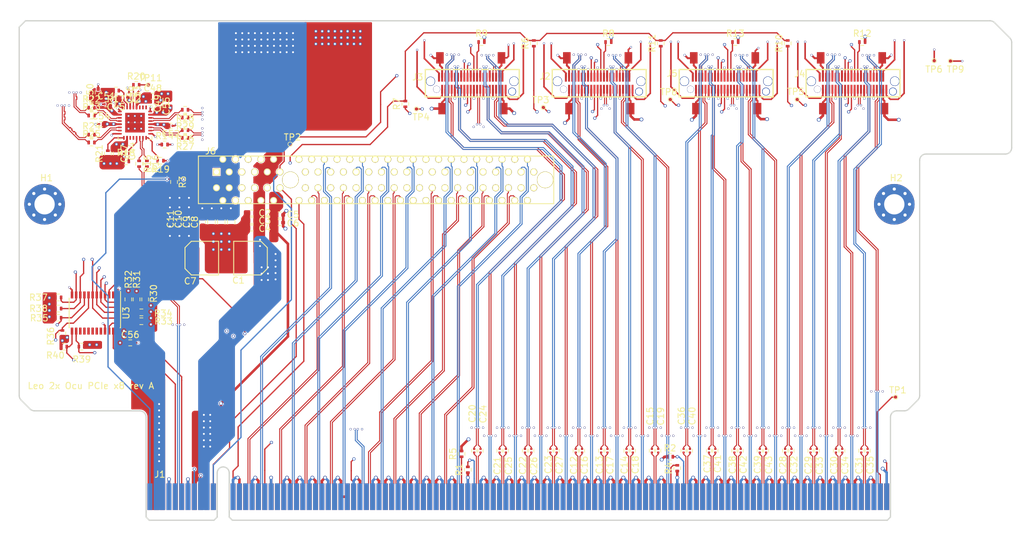
<source format=kicad_pcb>
(kicad_pcb (version 20171130) (host pcbnew "(5.1.5)-3")
  (layers (0 F.Cu signal) (1 In1.Cu signal) (2 In2.Cu signal) (3 In3.Cu signal) (4 In4.Cu signal) (31 B.Cu signal) (34 B.Paste user) (35 F.Paste user) (36 B.SilkS user) (37 F.SilkS user) (38 B.Mask user) (39 F.Mask user) (44 Edge.Cuts user))
  (net 0 "")
  (net 1 +12V)
  (net 2 GND)
  (net 3 +3V3)
  (net 4 +3.3Vaux)
  (net 5 /SLOT0_CONFIG)
  (net 6 /SLOT1_CONFIG)
  (net 7 /LAN_SMB_CLK)
  (net 8 /LAN_SMB_DAT)
  (net 9 /LAN_SMB_ALERT_N)
  (net 10 /CPU0_TX3-)
  (net 11 /CPU0_TX6+)
  (net 12 /CPU0_TX2+)
  (net 13 /CPU0_TX5+)
  (net 14 /CPU0_TX7+)
  (net 15 /CPU0_TX4-)
  (net 16 /CPU0_TX4+)
  (net 17 /CPU0_TX3+)
  (net 18 /CPU0_TX2-)
  (net 19 /CPU0_TX5-)
  (net 20 /CPU0_TX6-)
  (net 21 /CPU0_TX7-)
  (net 22 /CPU0_TX1-)
  (net 23 /CPU0_TX1+)
  (net 24 /CPU0_TX0-)
  (net 25 /CPU0_TX0+)
  (net 26 /PCIE_SLOT1_PRSNT_x1x4)
  (net 27 /PCIE_SLOT_PRSNT#1)
  (net 28 /PCIE_SLOT0_PRSNT_x4)
  (net 29 "Net-(J1-PadB114)")
  (net 30 "Net-(J1-PadA13)")
  (net 31 "Net-(J1-PadA14)")
  (net 32 "Net-(J1-PadA19)")
  (net 33 /CPU0_RX0+)
  (net 34 /CPU0_RX0-)
  (net 35 /CPU0_RX1+)
  (net 36 /CPU0_RX1-)
  (net 37 /CPU0_RX2+)
  (net 38 /CPU0_RX2-)
  (net 39 /CPU0_RX3+)
  (net 40 /CPU0_RX3-)
  (net 41 /CPU0_RX4+)
  (net 42 /CPU0_RX4-)
  (net 43 /CPU0_RX5+)
  (net 44 /CPU0_RX5-)
  (net 45 /CPU0_RX6+)
  (net 46 /CPU0_RX6-)
  (net 47 /CPU0_RX7+)
  (net 48 /CPU0_RX7-)
  (net 49 "Net-(J3-PadB13)")
  (net 50 "Net-(J3-PadA9)")
  (net 51 "Net-(J4-PadA9)")
  (net 52 "Net-(J4-PadB13)")
  (net 53 "Net-(U2-Pad11)")
  (net 54 "Net-(U2-Pad12)")
  (net 55 +3.3VP)
  (net 56 "Net-(J3-PadA10)")
  (net 57 "Net-(J4-PadA10)")
  (net 58 "Net-(R19-Pad2)")
  (net 59 "Net-(R20-Pad1)")
  (net 60 "Net-(R20-Pad2)")
  (net 61 "Net-(R21-Pad2)")
  (net 62 "Net-(U2-Pad27)")
  (net 63 "Net-(U2-Pad26)")
  (net 64 "Net-(U2-Pad25)")
  (net 65 "/Oculink connector/Oculink_1_C_x4_TX0+")
  (net 66 Oculink_1_x4_TX0+)
  (net 67 "/Oculink connector/Oculink_1_C_x4_TX1+")
  (net 68 Oculink_1_x4_TX1+)
  (net 69 "/Oculink connector/Oculink_1_C_x4_TX2+")
  (net 70 Oculink_1_x4_TX2+)
  (net 71 Oculink_1_x4_TX3+)
  (net 72 "/Oculink connector/Oculink_1_C_x4_TX3+")
  (net 73 Oculink_1_x4_TX0-)
  (net 74 "/Oculink connector/Oculink_1_C_x4_TX0-")
  (net 75 Oculink_1_x4_TX1-)
  (net 76 "/Oculink connector/Oculink_1_C_x4_TX1-")
  (net 77 Oculink_1_x4_TX2-)
  (net 78 "/Oculink connector/Oculink_1_C_x4_TX2-")
  (net 79 Oculink_1_x4_TX3-)
  (net 80 "/Oculink connector/Oculink_1_C_x4_TX3-")
  (net 81 "/Oculink connector/Oculink_0_C_x4_TX0+")
  (net 82 Oculink_0_x4_TX0+)
  (net 83 "/Oculink connector/Oculink_0_C_x4_TX1+")
  (net 84 Oculink_0_x4_TX1+)
  (net 85 "/Oculink connector/Oculink_0_C_x4_TX2+")
  (net 86 Oculink_0_x4_TX2+)
  (net 87 "/Oculink connector/Oculink_0_C_x4_TX3+")
  (net 88 Oculink_0_x4_TX3+)
  (net 89 Oculink_0_x4_TX0-)
  (net 90 "/Oculink connector/Oculink_0_C_x4_TX0-")
  (net 91 Oculink_0_x4_TX1-)
  (net 92 "/Oculink connector/Oculink_0_C_x4_TX1-")
  (net 93 Oculink_0_x4_TX2-)
  (net 94 "/Oculink connector/Oculink_0_C_x4_TX2-")
  (net 95 Oculink_0_x4_TX3-)
  (net 96 "/Oculink connector/Oculink_0_C_x4_TX3-")
  (net 97 "/Oculink connector/Oculink_3_C_x4_TX0+")
  (net 98 Oculink_3_x4_TX0+)
  (net 99 Oculink_3_x4_TX1+)
  (net 100 "/Oculink connector/Oculink_3_C_x4_TX1+")
  (net 101 Oculink_3_x4_TX2+)
  (net 102 "/Oculink connector/Oculink_3_C_x4_TX2+")
  (net 103 Oculink_3_x4_TX3+)
  (net 104 "/Oculink connector/Oculink_3_C_x4_TX3+")
  (net 105 "/Oculink connector/Oculink_3_C_x4_TX0-")
  (net 106 Oculink_3_x4_TX0-)
  (net 107 "/Oculink connector/Oculink_3_C_x4_TX1-")
  (net 108 Oculink_3_x4_TX1-)
  (net 109 "/Oculink connector/Oculink_3_C_x4_TX2-")
  (net 110 Oculink_3_x4_TX2-)
  (net 111 "/Oculink connector/Oculink_3_C_x4_TX3-")
  (net 112 Oculink_3_x4_TX3-)
  (net 113 Oculink_2_x4_TX0+)
  (net 114 "/Oculink connector/Oculink_2_C_x4_TX0+")
  (net 115 Oculink_2_x4_TX1+)
  (net 116 "/Oculink connector/Oculink_2_C_x4_TX1+")
  (net 117 Oculink_2_x4_TX2+)
  (net 118 "/Oculink connector/Oculink_2_C_x4_TX2+")
  (net 119 "/Oculink connector/Oculink_2_C_x4_TX3+")
  (net 120 Oculink_2_x4_TX3+)
  (net 121 "/Oculink connector/Oculink_2_C_x4_TX0-")
  (net 122 Oculink_2_x4_TX0-)
  (net 123 "/Oculink connector/Oculink_2_C_x4_TX1-")
  (net 124 Oculink_2_x4_TX1-)
  (net 125 "/Oculink connector/Oculink_2_C_x4_TX2-")
  (net 126 Oculink_2_x4_TX2-)
  (net 127 Oculink_2_x4_TX3-)
  (net 128 "/Oculink connector/Oculink_2_C_x4_TX3-")
  (net 129 "Net-(J1-PadB81)")
  (net 130 /PCIE_SLOT0_PRSNT_x8)
  (net 131 SMB_DATA)
  (net 132 SMB_CLK)
  (net 133 IRQ_LVC_WAKE_N)
  (net 134 "Net-(J1-PadB115)")
  (net 135 RST_PERST0_N)
  (net 136 CLK100_SLOT1+)
  (net 137 CLK100_SLOT1-)
  (net 138 Oculink_0_x4_RX0+)
  (net 139 Oculink_0_x4_RX0-)
  (net 140 Oculink_0_x4_RX1+)
  (net 141 Oculink_0_x4_RX1-)
  (net 142 Oculink_0_x4_RX2+)
  (net 143 Oculink_0_x4_RX2-)
  (net 144 Oculink_0_x4_RX3+)
  (net 145 Oculink_0_x4_RX3-)
  (net 146 Oculink_1_x4_RX0+)
  (net 147 Oculink_1_x4_RX0-)
  (net 148 Oculink_1_x4_RX1+)
  (net 149 Oculink_1_x4_RX1-)
  (net 150 Oculink_1_x4_RX2+)
  (net 151 Oculink_1_x4_RX2-)
  (net 152 Oculink_1_x4_RX3+)
  (net 153 Oculink_1_x4_RX3-)
  (net 154 Oculink_2_x4_RX0+)
  (net 155 Oculink_2_x4_RX0-)
  (net 156 Oculink_2_x4_RX1+)
  (net 157 Oculink_2_x4_RX1-)
  (net 158 Oculink_2_x4_RX2+)
  (net 159 Oculink_2_x4_RX2-)
  (net 160 Oculink_2_x4_RX3+)
  (net 161 Oculink_2_x4_RX3-)
  (net 162 Oculink_3_x4_RX0+)
  (net 163 Oculink_3_x4_RX0-)
  (net 164 Oculink_3_x4_RX1+)
  (net 165 Oculink_3_x4_RX1-)
  (net 166 Oculink_3_x4_RX2+)
  (net 167 Oculink_3_x4_RX2-)
  (net 168 Oculink_3_x4_RX3+)
  (net 169 Oculink_3_x4_RX3-)
  (net 170 "Net-(J2-PadA9)")
  (net 171 "Net-(J2-PadA10)")
  (net 172 Oculink_1_CLK100+)
  (net 173 Oculink_1_CLK100-)
  (net 174 Oculink_1_SMB_CLK)
  (net 175 Oculink_1_SMB_DATA)
  (net 176 "Net-(J2-PadB13)")
  (net 177 Oculink_0_SMB_DATA)
  (net 178 Oculink_0_SMB_CLK)
  (net 179 Oculink_0_CLK100-)
  (net 180 Oculink_0_CLK100+)
  (net 181 Oculink_3_SMB_DATA)
  (net 182 Oculink_3_SMB_CLK)
  (net 183 Oculink_3_CLK100-)
  (net 184 Oculink_3_CLK100+)
  (net 185 "Net-(J5-PadA9)")
  (net 186 "Net-(J5-PadA10)")
  (net 187 Oculink_2_CLK100+)
  (net 188 Oculink_2_CLK100-)
  (net 189 Oculink_2_SMB_CLK)
  (net 190 Oculink_2_SMB_DATA)
  (net 191 "Net-(J5-PadB13)")
  (net 192 "Net-(J6-PadB9)")
  (net 193 PCIe_SMB_CLK)
  (net 194 PCIe_SMB_DATA)
  (net 195 "Net-(J6-PadB30)")
  (net 196 "Net-(J6-PadA19)")
  (net 197 "Net-(J6-PadA7)")
  (net 198 "Net-(J6-PadA8)")
  (net 199 "Net-(J6-PadA5)")
  (net 200 "Net-(J6-PadA6)")
  (net 201 "Net-(R17-Pad1)")
  (net 202 "Net-(R18-Pad2)")
  (net 203 "/CLK and I2C buffer/Oculink_1_R_CLK100+")
  (net 204 "/CLK and I2C buffer/Oculink_1_R_CLK100-")
  (net 205 "/CLK and I2C buffer/Oculink_0_R_CLK100+")
  (net 206 "/CLK and I2C buffer/Oculink_0_R_CLK100-")
  (net 207 "/CLK and I2C buffer/Oculink_2_R_CLK100+")
  (net 208 "/CLK and I2C buffer/Oculink_2_R_CLK100-")
  (net 209 "/CLK and I2C buffer/Oculink_3_R_CLK100+")
  (net 210 "/CLK and I2C buffer/Oculink_3_R_CLK100-")
  (net 211 "Net-(R30-Pad1)")
  (net 212 "Net-(U3-Pad15)")
  (net 213 "Net-(U3-Pad16)")
  (net 214 "Net-(U3-Pad17)")
  (net 215 "Net-(U3-Pad18)")
  (net 216 "Net-(U3-Pad19)")
  (net 217 "Net-(U3-Pad20)")
  (net 218 CLK100_SLOT0+)
  (net 219 CLK100_SLOT0-)
  (net 220 "/CLK and I2C buffer/CLK100_R_SLOT0+")
  (net 221 "/CLK and I2C buffer/CLK100_R_SLOT0-")
  (module Resistors_SMD:R_0402 (layer F.Cu) (at 88.25 105.95 180)
    (fp_text reference R34 (at -3.45 -0.15) (layer F.SilkS))
    (fp_text value 4.7k)
    (pad 2 smd rect (at 0.45 0 180) (size 0.4 0.6) (layers F.Cu F.Paste F.Mask) (net 175 Oculink_1_SMB_DATA))
    (pad 1 smd rect (at -0.45 0 180) (size 0.4 0.6) (layers F.Cu F.Paste F.Mask) (net 4 +3.3Vaux))
  )
  (module "Switch PCIe:pads_pcie_x24" (layer F.Cu) (at 89.6 135)
    (fp_text reference J1 (at 1.5621 -3.5179) (layer F.SilkS))
    (fp_text value CONN_PCIE_x24)
    (pad B57 smd rect (at 58.1 0) (size 0.8 4.2) (layers F.Cu F.Paste F.Mask) (net 2 GND))
    (pad B60 smd rect (at 61.1 0) (size 0.8 4.2) (layers F.Cu F.Paste F.Mask) (net 2 GND))
    (pad B68 smd rect (at 69.1 0) (size 0.8 4.2) (layers F.Cu F.Paste F.Mask) (net 2 GND))
    (pad B80 smd rect (at 81.1 0) (size 0.8 4.2) (layers F.Cu F.Paste F.Mask) (net 2 GND))
    (pad B69 smd rect (at 70.1 0) (size 0.8 4.2) (layers F.Cu F.Paste F.Mask) (net 2 GND))
    (pad B72 smd rect (at 73.1 0) (size 0.8 4.2) (layers F.Cu F.Paste F.Mask) (net 2 GND))
    (pad B56 smd rect (at 57.1 0) (size 0.8 4.2) (layers F.Cu F.Paste F.Mask) (net 2 GND))
    (pad B63 smd rect (at 64.1 0) (size 0.8 4.2) (layers F.Cu F.Paste F.Mask) (net 95 Oculink_0_x4_TX3-))
    (pad B74 smd rect (at 75.1 0) (size 0.8 4.2) (layers F.Cu F.Paste F.Mask) (net 70 Oculink_1_x4_TX2+))
    (pad B76 smd rect (at 77.1 0) (size 0.8 4.2) (layers F.Cu F.Paste F.Mask) (net 2 GND))
    (pad B64 smd rect (at 65.1 0) (size 0.8 4.2) (layers F.Cu F.Paste F.Mask) (net 2 GND))
    (pad B58 smd rect (at 59.1 0) (size 0.8 4.2) (layers F.Cu F.Paste F.Mask) (net 86 Oculink_0_x4_TX2+))
    (pad B70 smd rect (at 71.1 0) (size 0.8 4.2) (layers F.Cu F.Paste F.Mask) (net 68 Oculink_1_x4_TX1+))
    (pad B77 smd rect (at 78.1 0) (size 0.8 4.2) (layers F.Cu F.Paste F.Mask) (net 2 GND))
    (pad B78 smd rect (at 79.1 0) (size 0.8 4.2) (layers F.Cu F.Paste F.Mask) (net 71 Oculink_1_x4_TX3+))
    (pad B67 smd rect (at 68.1 0) (size 0.8 4.2) (layers F.Cu F.Paste F.Mask) (net 73 Oculink_1_x4_TX0-))
    (pad B73 smd rect (at 74.1 0) (size 0.8 4.2) (layers F.Cu F.Paste F.Mask) (net 2 GND))
    (pad B66 smd rect (at 67.1 0) (size 0.8 4.2) (layers F.Cu F.Paste F.Mask) (net 66 Oculink_1_x4_TX0+))
    (pad B62 smd rect (at 63.1 0) (size 0.8 4.2) (layers F.Cu F.Paste F.Mask) (net 88 Oculink_0_x4_TX3+))
    (pad B59 smd rect (at 60.1 0) (size 0.8 4.2) (layers F.Cu F.Paste F.Mask) (net 93 Oculink_0_x4_TX2-))
    (pad B65 smd rect (at 66.1 0) (size 0.8 4.2) (layers F.Cu F.Paste F.Mask) (net 2 GND))
    (pad B82 smd rect (at 83.1 0) (size 0.8 4.2) (layers F.Cu F.Paste F.Mask) (net 2 GND))
    (pad B81 smd rect (at 82.1 0) (size 0.8 4.2) (layers F.Cu F.Paste F.Mask) (net 129 "Net-(J1-PadB81)"))
    (pad B71 smd rect (at 72.1 0) (size 0.8 4.2) (layers F.Cu F.Paste F.Mask) (net 75 Oculink_1_x4_TX1-))
    (pad B61 smd rect (at 62.1 0) (size 0.8 4.2) (layers F.Cu F.Paste F.Mask) (net 2 GND))
    (pad B75 smd rect (at 76.1 0) (size 0.8 4.2) (layers F.Cu F.Paste F.Mask) (net 77 Oculink_1_x4_TX2-))
    (pad B79 smd rect (at 80.1 0) (size 0.8 4.2) (layers F.Cu F.Paste F.Mask) (net 79 Oculink_1_x4_TX3-))
    (pad B55 smd rect (at 56.1 0) (size 0.8 4.2) (layers F.Cu F.Paste F.Mask) (net 91 Oculink_0_x4_TX1-))
    (pad B47 smd rect (at 48.1 0) (size 0.8 4.2) (layers F.Cu F.Paste F.Mask) (net 2 GND))
    (pad B41 smd rect (at 42.1 0) (size 0.8 4.2) (layers F.Cu F.Paste F.Mask) (net 11 /CPU0_TX6+))
    (pad B43 smd rect (at 44.1 0) (size 0.8 4.2) (layers F.Cu F.Paste F.Mask) (net 2 GND))
    (pad B39 smd rect (at 40.1 0) (size 0.8 4.2) (layers F.Cu F.Paste F.Mask) (net 2 GND))
    (pad B33 smd rect (at 34.1 0) (size 0.8 4.2) (layers F.Cu F.Paste F.Mask) (net 16 /CPU0_TX4+))
    (pad B31 smd rect (at 32.1 0) (size 0.8 4.2) (layers F.Cu F.Paste F.Mask) (net 130 /PCIE_SLOT0_PRSNT_x8))
    (pad B23 smd rect (at 24.1 0) (size 0.8 4.2) (layers F.Cu F.Paste F.Mask) (net 12 /CPU0_TX2+))
    (pad B38 smd rect (at 39.1 0) (size 0.8 4.2) (layers F.Cu F.Paste F.Mask) (net 19 /CPU0_TX5-))
    (pad B29 smd rect (at 30.1 0) (size 0.8 4.2) (layers F.Cu F.Paste F.Mask) (net 2 GND))
    (pad B25 smd rect (at 26.1 0) (size 0.8 4.2) (layers F.Cu F.Paste F.Mask) (net 2 GND))
    (pad B37 smd rect (at 38.1 0) (size 0.8 4.2) (layers F.Cu F.Paste F.Mask) (net 13 /CPU0_TX5+))
    (pad B27 smd rect (at 28.1 0) (size 0.8 4.2) (layers F.Cu F.Paste F.Mask) (net 17 /CPU0_TX3+))
    (pad B24 smd rect (at 25.1 0) (size 0.8 4.2) (layers F.Cu F.Paste F.Mask) (net 18 /CPU0_TX2-))
    (pad B35 smd rect (at 36.1 0) (size 0.8 4.2) (layers F.Cu F.Paste F.Mask) (net 2 GND))
    (pad B54 smd rect (at 55.1 0) (size 0.8 4.2) (layers F.Cu F.Paste F.Mask) (net 84 Oculink_0_x4_TX1+))
    (pad B53 smd rect (at 54.1 0) (size 0.8 4.2) (layers F.Cu F.Paste F.Mask) (net 2 GND))
    (pad B52 smd rect (at 53.1 0) (size 0.8 4.2) (layers F.Cu F.Paste F.Mask) (net 2 GND))
    (pad B51 smd rect (at 52.1 0) (size 0.8 4.2) (layers F.Cu F.Paste F.Mask) (net 89 Oculink_0_x4_TX0-))
    (pad B42 smd rect (at 43.1 0) (size 0.8 4.2) (layers F.Cu F.Paste F.Mask) (net 20 /CPU0_TX6-))
    (pad B40 smd rect (at 41.1 0) (size 0.8 4.2) (layers F.Cu F.Paste F.Mask) (net 2 GND))
    (pad B34 smd rect (at 35.1 0) (size 0.8 4.2) (layers F.Cu F.Paste F.Mask) (net 15 /CPU0_TX4-))
    (pad B32 smd rect (at 33.1 0) (size 0.8 4.2) (layers F.Cu F.Paste F.Mask) (net 2 GND))
    (pad B49 smd rect (at 50.1 0) (size 0.8 4.2) (layers F.Cu F.Paste F.Mask) (net 2 GND))
    (pad B50 smd rect (at 51.1 0) (size 0.8 4.2) (layers F.Cu F.Paste F.Mask) (net 82 Oculink_0_x4_TX0+))
    (pad B28 smd rect (at 29.1 0) (size 0.8 4.2) (layers F.Cu F.Paste F.Mask) (net 10 /CPU0_TX3-))
    (pad B44 smd rect (at 45.1 0) (size 0.8 4.2) (layers F.Cu F.Paste F.Mask) (net 2 GND))
    (pad B36 smd rect (at 37.1 0) (size 0.8 4.2) (layers F.Cu F.Paste F.Mask) (net 2 GND))
    (pad B26 smd rect (at 27.1 0) (size 0.8 4.2) (layers F.Cu F.Paste F.Mask) (net 2 GND))
    (pad B48 smd rect (at 49.1 0) (size 0.8 4.2) (layers F.Cu F.Paste F.Mask) (net 26 /PCIE_SLOT1_PRSNT_x1x4))
    (pad B30 smd rect (at 31.1 0) (size 0.8 4.2) (layers F.Cu F.Paste F.Mask) (net 2 GND))
    (pad B46 smd rect (at 47.1 0) (size 0.8 4.2) (layers F.Cu F.Paste F.Mask) (net 21 /CPU0_TX7-))
    (pad B45 smd rect (at 46.1 0) (size 0.8 4.2) (layers F.Cu F.Paste F.Mask) (net 14 /CPU0_TX7+))
    (pad B12 smd rect (at 13.1 0) (size 0.8 4.2) (layers F.Cu F.Paste F.Mask) (net 9 /LAN_SMB_ALERT_N))
    (pad B1 smd rect (at 0 0) (size 0.8 4.2) (layers F.Cu F.Paste F.Mask) (net 1 +12V))
    (pad A12 smd rect (at 13.1 0) (size 0.8 4.2) (layers B.Cu B.Paste B.Mask) (net 2 GND))
    (pad A1 smd rect (at 0 0) (size 0.8 4.2) (layers B.Cu B.Paste B.Mask) (net 27 /PCIE_SLOT_PRSNT#1))
    (pad B19 smd rect (at 20.1 0) (size 0.8 4.2) (layers F.Cu F.Paste F.Mask) (net 23 /CPU0_TX1+))
    (pad B18 smd rect (at 19.1 0) (size 0.8 4.2) (layers F.Cu F.Paste F.Mask) (net 2 GND))
    (pad B17 smd rect (at 18.1 0) (size 0.8 4.2) (layers F.Cu F.Paste F.Mask) (net 28 /PCIE_SLOT0_PRSNT_x4))
    (pad B16 smd rect (at 17.1 0) (size 0.8 4.2) (layers F.Cu F.Paste F.Mask) (net 2 GND))
    (pad B14 smd rect (at 15.1 0) (size 0.8 4.2) (layers F.Cu F.Paste F.Mask) (net 25 /CPU0_TX0+))
    (pad B13 smd rect (at 14.1 0) (size 0.8 4.2) (layers F.Cu F.Paste F.Mask) (net 2 GND))
    (pad B22 smd rect (at 23.1 0) (size 0.8 4.2) (layers F.Cu F.Paste F.Mask) (net 2 GND))
    (pad B21 smd rect (at 22.1 0) (size 0.8 4.2) (layers F.Cu F.Paste F.Mask) (net 2 GND))
    (pad B15 smd rect (at 16.1 0) (size 0.8 4.2) (layers F.Cu F.Paste F.Mask) (net 24 /CPU0_TX0-))
    (pad B20 smd rect (at 21.1 0) (size 0.8 4.2) (layers F.Cu F.Paste F.Mask) (net 22 /CPU0_TX1-))
    (pad B6 smd rect (at 5 0) (size 0.8 4.2) (layers F.Cu F.Paste F.Mask) (net 131 SMB_DATA))
    (pad B9 smd rect (at 8 0) (size 0.8 4.2) (layers F.Cu F.Paste F.Mask) (net 7 /LAN_SMB_CLK))
    (pad B8 smd rect (at 7 0) (size 0.8 4.2) (layers F.Cu F.Paste F.Mask) (net 3 +3V3))
    (pad B4 smd rect (at 3 0) (size 0.8 4.2) (layers F.Cu F.Paste F.Mask) (net 2 GND))
    (pad B7 smd rect (at 6 0) (size 0.8 4.2) (layers F.Cu F.Paste F.Mask) (net 2 GND))
    (pad B5 smd rect (at 4 0) (size 0.8 4.2) (layers F.Cu F.Paste F.Mask) (net 132 SMB_CLK))
    (pad B10 smd rect (at 9 0) (size 0.8 4.2) (layers F.Cu F.Paste F.Mask) (net 4 +3.3Vaux))
    (pad B11 smd rect (at 10 0) (size 0.8 4.2) (layers F.Cu F.Paste F.Mask) (net 133 IRQ_LVC_WAKE_N))
    (pad B2 smd rect (at 1 0) (size 0.8 4.2) (layers F.Cu F.Paste F.Mask) (net 1 +12V))
    (pad B3 smd rect (at 2 0) (size 0.8 4.2) (layers F.Cu F.Paste F.Mask) (net 1 +12V))
    (pad B83 smd rect (at 84.1 0) (size 0.8 4.2) (layers F.Cu F.Paste F.Mask) (net 113 Oculink_2_x4_TX0+))
    (pad B84 smd rect (at 85.1 0) (size 0.8 4.2) (layers F.Cu F.Paste F.Mask) (net 122 Oculink_2_x4_TX0-))
    (pad B85 smd rect (at 86.1 0) (size 0.8 4.2) (layers F.Cu F.Paste F.Mask) (net 2 GND))
    (pad B86 smd rect (at 87.1 0) (size 0.8 4.2) (layers F.Cu F.Paste F.Mask) (net 2 GND))
    (pad B87 smd rect (at 88.1 0) (size 0.8 4.2) (layers F.Cu F.Paste F.Mask) (net 115 Oculink_2_x4_TX1+))
    (pad B88 smd rect (at 89.1 0) (size 0.8 4.2) (layers F.Cu F.Paste F.Mask) (net 124 Oculink_2_x4_TX1-))
    (pad B89 smd rect (at 90.1 0) (size 0.8 4.2) (layers F.Cu F.Paste F.Mask) (net 2 GND))
    (pad B90 smd rect (at 91.1 0) (size 0.8 4.2) (layers F.Cu F.Paste F.Mask) (net 2 GND))
    (pad B91 smd rect (at 92.1 0) (size 0.8 4.2) (layers F.Cu F.Paste F.Mask) (net 117 Oculink_2_x4_TX2+))
    (pad B92 smd rect (at 93.1 0) (size 0.8 4.2) (layers F.Cu F.Paste F.Mask) (net 126 Oculink_2_x4_TX2-))
    (pad B93 smd rect (at 94.1 0) (size 0.8 4.2) (layers F.Cu F.Paste F.Mask) (net 2 GND))
    (pad B94 smd rect (at 95.1 0) (size 0.8 4.2) (layers F.Cu F.Paste F.Mask) (net 2 GND))
    (pad B95 smd rect (at 96.1 0) (size 0.8 4.2) (layers F.Cu F.Paste F.Mask) (net 120 Oculink_2_x4_TX3+))
    (pad B96 smd rect (at 97.1 0) (size 0.8 4.2) (layers F.Cu F.Paste F.Mask) (net 127 Oculink_2_x4_TX3-))
    (pad B97 smd rect (at 98.1 0) (size 0.8 4.2) (layers F.Cu F.Paste F.Mask) (net 2 GND))
    (pad B98 smd rect (at 99.1 0) (size 0.8 4.2) (layers F.Cu F.Paste F.Mask) (net 2 GND))
    (pad B99 smd rect (at 100.1 0) (size 0.8 4.2) (layers F.Cu F.Paste F.Mask) (net 98 Oculink_3_x4_TX0+))
    (pad B100 smd rect (at 101.1 0) (size 0.8 4.2) (layers F.Cu F.Paste F.Mask) (net 106 Oculink_3_x4_TX0-))
    (pad B101 smd rect (at 102.1 0) (size 0.8 4.2) (layers F.Cu F.Paste F.Mask) (net 2 GND))
    (pad B102 smd rect (at 103.1 0) (size 0.8 4.2) (layers F.Cu F.Paste F.Mask) (net 2 GND))
    (pad B103 smd rect (at 104.1 0) (size 0.8 4.2) (layers F.Cu F.Paste F.Mask) (net 99 Oculink_3_x4_TX1+))
    (pad B104 smd rect (at 105.1 0) (size 0.8 4.2) (layers F.Cu F.Paste F.Mask) (net 108 Oculink_3_x4_TX1-))
    (pad B105 smd rect (at 106.1 0) (size 0.8 4.2) (layers F.Cu F.Paste F.Mask) (net 2 GND))
    (pad B106 smd rect (at 107.1 0) (size 0.8 4.2) (layers F.Cu F.Paste F.Mask) (net 2 GND))
    (pad B107 smd rect (at 108.1 0) (size 0.8 4.2) (layers F.Cu F.Paste F.Mask) (net 101 Oculink_3_x4_TX2+))
    (pad B108 smd rect (at 109.1 0) (size 0.8 4.2) (layers F.Cu F.Paste F.Mask) (net 110 Oculink_3_x4_TX2-))
    (pad B109 smd rect (at 110.1 0) (size 0.8 4.2) (layers F.Cu F.Paste F.Mask) (net 2 GND))
    (pad B110 smd rect (at 111.1 0) (size 0.8 4.2) (layers F.Cu F.Paste F.Mask) (net 2 GND))
    (pad B111 smd rect (at 112.1 0) (size 0.8 4.2) (layers F.Cu F.Paste F.Mask) (net 103 Oculink_3_x4_TX3+))
    (pad B112 smd rect (at 113.1 0) (size 0.8 4.2) (layers F.Cu F.Paste F.Mask) (net 112 Oculink_3_x4_TX3-))
    (pad B113 smd rect (at 114.1 0) (size 0.8 4.2) (layers F.Cu F.Paste F.Mask) (net 2 GND))
    (pad B114 smd rect (at 115.1 0) (size 0.8 4.2) (layers F.Cu F.Paste F.Mask) (net 29 "Net-(J1-PadB114)"))
    (pad B115 smd rect (at 116.1 0) (size 0.8 4.2) (layers F.Cu F.Paste F.Mask) (net 134 "Net-(J1-PadB115)"))
    (pad A2 smd rect (at 1 0) (size 0.8 4.2) (layers B.Cu B.Paste B.Mask) (net 1 +12V))
    (pad A3 smd rect (at 2 0) (size 0.8 4.2) (layers B.Cu B.Paste B.Mask) (net 1 +12V))
    (pad A4 smd rect (at 3 0) (size 0.8 4.2) (layers B.Cu B.Paste B.Mask) (net 2 GND))
    (pad A5 smd rect (at 4 0) (size 0.8 4.2) (layers B.Cu B.Paste B.Mask) (net 218 CLK100_SLOT0+))
    (pad A6 smd rect (at 5 0) (size 0.8 4.2) (layers B.Cu B.Paste B.Mask) (net 219 CLK100_SLOT0-))
    (pad A7 smd rect (at 6 0) (size 0.8 4.2) (layers B.Cu B.Paste B.Mask) (net 2 GND))
    (pad A8 smd rect (at 7 0) (size 0.8 4.2) (layers B.Cu B.Paste B.Mask) (net 8 /LAN_SMB_DAT))
    (pad A9 smd rect (at 8 0) (size 0.8 4.2) (layers B.Cu B.Paste B.Mask) (net 3 +3V3))
    (pad A10 smd rect (at 9 0) (size 0.8 4.2) (layers B.Cu B.Paste B.Mask) (net 3 +3V3))
    (pad A11 smd rect (at 10 0) (size 0.8 4.2) (layers B.Cu B.Paste B.Mask) (net 135 RST_PERST0_N))
    (pad A13 smd rect (at 14.1 0) (size 0.8 4.2) (layers B.Cu B.Paste B.Mask) (net 30 "Net-(J1-PadA13)"))
    (pad A14 smd rect (at 15.1 0) (size 0.8 4.2) (layers B.Cu B.Paste B.Mask) (net 31 "Net-(J1-PadA14)"))
    (pad A15 smd rect (at 16.1 0) (size 0.8 4.2) (layers B.Cu B.Paste B.Mask) (net 2 GND))
    (pad A16 smd rect (at 17.1 0) (size 0.8 4.2) (layers B.Cu B.Paste B.Mask) (net 33 /CPU0_RX0+))
    (pad A17 smd rect (at 18.1 0) (size 0.8 4.2) (layers B.Cu B.Paste B.Mask) (net 34 /CPU0_RX0-))
    (pad A18 smd rect (at 19.1 0) (size 0.8 4.2) (layers B.Cu B.Paste B.Mask) (net 2 GND))
    (pad A19 smd rect (at 20.1 0) (size 0.8 4.2) (layers B.Cu B.Paste B.Mask) (net 32 "Net-(J1-PadA19)"))
    (pad A20 smd rect (at 21.1 0) (size 0.8 4.2) (layers B.Cu B.Paste B.Mask) (net 2 GND))
    (pad A21 smd rect (at 22.1 0) (size 0.8 4.2) (layers B.Cu B.Paste B.Mask) (net 35 /CPU0_RX1+))
    (pad A22 smd rect (at 23.1 0) (size 0.8 4.2) (layers B.Cu B.Paste B.Mask) (net 36 /CPU0_RX1-))
    (pad A23 smd rect (at 24.1 0) (size 0.8 4.2) (layers B.Cu B.Paste B.Mask) (net 2 GND))
    (pad A24 smd rect (at 25.1 0) (size 0.8 4.2) (layers B.Cu B.Paste B.Mask) (net 2 GND))
    (pad A25 smd rect (at 26.1 0) (size 0.8 4.2) (layers B.Cu B.Paste B.Mask) (net 37 /CPU0_RX2+))
    (pad A26 smd rect (at 27.1 0) (size 0.8 4.2) (layers B.Cu B.Paste B.Mask) (net 38 /CPU0_RX2-))
    (pad A27 smd rect (at 28.1 0) (size 0.8 4.2) (layers B.Cu B.Paste B.Mask) (net 2 GND))
    (pad A28 smd rect (at 29.1 0) (size 0.8 4.2) (layers B.Cu B.Paste B.Mask) (net 2 GND))
    (pad A29 smd rect (at 30.1 0) (size 0.8 4.2) (layers B.Cu B.Paste B.Mask) (net 39 /CPU0_RX3+))
    (pad A30 smd rect (at 31.1 0) (size 0.8 4.2) (layers B.Cu B.Paste B.Mask) (net 40 /CPU0_RX3-))
    (pad A31 smd rect (at 32.1 0) (size 0.8 4.2) (layers B.Cu B.Paste B.Mask) (net 2 GND))
    (pad A32 smd rect (at 33.1 0) (size 0.8 4.2) (layers B.Cu B.Paste B.Mask) (net 136 CLK100_SLOT1+))
    (pad A33 smd rect (at 34.1 0) (size 0.8 4.2) (layers B.Cu B.Paste B.Mask) (net 137 CLK100_SLOT1-))
    (pad A34 smd rect (at 35.1 0) (size 0.8 4.2) (layers B.Cu B.Paste B.Mask) (net 2 GND))
    (pad A35 smd rect (at 36.1 0) (size 0.8 4.2) (layers B.Cu B.Paste B.Mask) (net 41 /CPU0_RX4+))
    (pad A36 smd rect (at 37.1 0) (size 0.8 4.2) (layers B.Cu B.Paste B.Mask) (net 42 /CPU0_RX4-))
    (pad A37 smd rect (at 38.1 0) (size 0.8 4.2) (layers B.Cu B.Paste B.Mask) (net 2 GND))
    (pad A38 smd rect (at 39.1 0) (size 0.8 4.2) (layers B.Cu B.Paste B.Mask) (net 2 GND))
    (pad A39 smd rect (at 40.1 0) (size 0.8 4.2) (layers B.Cu B.Paste B.Mask) (net 43 /CPU0_RX5+))
    (pad A40 smd rect (at 41.1 0) (size 0.8 4.2) (layers B.Cu B.Paste B.Mask) (net 44 /CPU0_RX5-))
    (pad A41 smd rect (at 42.1 0) (size 0.8 4.2) (layers B.Cu B.Paste B.Mask) (net 2 GND))
    (pad A42 smd rect (at 43.1 0) (size 0.8 4.2) (layers B.Cu B.Paste B.Mask) (net 2 GND))
    (pad A43 smd rect (at 44.1 0) (size 0.8 4.2) (layers B.Cu B.Paste B.Mask) (net 45 /CPU0_RX6+))
    (pad A44 smd rect (at 45.1 0) (size 0.8 4.2) (layers B.Cu B.Paste B.Mask) (net 46 /CPU0_RX6-))
    (pad A45 smd rect (at 46.1 0) (size 0.8 4.2) (layers B.Cu B.Paste B.Mask) (net 2 GND))
    (pad A46 smd rect (at 47.1 0) (size 0.8 4.2) (layers B.Cu B.Paste B.Mask) (net 2 GND))
    (pad A47 smd rect (at 48.1 0) (size 0.8 4.2) (layers B.Cu B.Paste B.Mask) (net 47 /CPU0_RX7+))
    (pad A48 smd rect (at 49.1 0) (size 0.8 4.2) (layers B.Cu B.Paste B.Mask) (net 48 /CPU0_RX7-))
    (pad A49 smd rect (at 50.1 0) (size 0.8 4.2) (layers B.Cu B.Paste B.Mask) (net 2 GND))
    (pad A50 smd rect (at 51.1 0) (size 0.8 4.2) (layers B.Cu B.Paste B.Mask) (net 5 /SLOT0_CONFIG))
    (pad A51 smd rect (at 52.1 0) (size 0.8 4.2) (layers B.Cu B.Paste B.Mask) (net 2 GND))
    (pad A52 smd rect (at 53.1 0) (size 0.8 4.2) (layers B.Cu B.Paste B.Mask) (net 138 Oculink_0_x4_RX0+))
    (pad A53 smd rect (at 54.1 0) (size 0.8 4.2) (layers B.Cu B.Paste B.Mask) (net 139 Oculink_0_x4_RX0-))
    (pad A54 smd rect (at 55.1 0) (size 0.8 4.2) (layers B.Cu B.Paste B.Mask) (net 2 GND))
    (pad A55 smd rect (at 56.1 0) (size 0.8 4.2) (layers B.Cu B.Paste B.Mask) (net 2 GND))
    (pad A56 smd rect (at 57.1 0) (size 0.8 4.2) (layers B.Cu B.Paste B.Mask) (net 140 Oculink_0_x4_RX1+))
    (pad A57 smd rect (at 58.1 0) (size 0.8 4.2) (layers B.Cu B.Paste B.Mask) (net 141 Oculink_0_x4_RX1-))
    (pad A58 smd rect (at 59.1 0) (size 0.8 4.2) (layers B.Cu B.Paste B.Mask) (net 2 GND))
    (pad A59 smd rect (at 60.1 0) (size 0.8 4.2) (layers B.Cu B.Paste B.Mask) (net 2 GND))
    (pad A60 smd rect (at 61.1 0) (size 0.8 4.2) (layers B.Cu B.Paste B.Mask) (net 142 Oculink_0_x4_RX2+))
    (pad A61 smd rect (at 62.1 0) (size 0.8 4.2) (layers B.Cu B.Paste B.Mask) (net 143 Oculink_0_x4_RX2-))
    (pad A62 smd rect (at 63.1 0) (size 0.8 4.2) (layers B.Cu B.Paste B.Mask) (net 2 GND))
    (pad A63 smd rect (at 64.1 0) (size 0.8 4.2) (layers B.Cu B.Paste B.Mask) (net 2 GND))
    (pad A64 smd rect (at 65.1 0) (size 0.8 4.2) (layers B.Cu B.Paste B.Mask) (net 144 Oculink_0_x4_RX3+))
    (pad A65 smd rect (at 66.1 0) (size 0.8 4.2) (layers B.Cu B.Paste B.Mask) (net 145 Oculink_0_x4_RX3-))
    (pad A66 smd rect (at 67.1 0) (size 0.8 4.2) (layers B.Cu B.Paste B.Mask) (net 2 GND))
    (pad A67 smd rect (at 68.1 0) (size 0.8 4.2) (layers B.Cu B.Paste B.Mask) (net 2 GND))
    (pad A68 smd rect (at 69.1 0) (size 0.8 4.2) (layers B.Cu B.Paste B.Mask) (net 146 Oculink_1_x4_RX0+))
    (pad A69 smd rect (at 70.1 0) (size 0.8 4.2) (layers B.Cu B.Paste B.Mask) (net 147 Oculink_1_x4_RX0-))
    (pad A70 smd rect (at 71.1 0) (size 0.8 4.2) (layers B.Cu B.Paste B.Mask) (net 2 GND))
    (pad A71 smd rect (at 72.1 0) (size 0.8 4.2) (layers B.Cu B.Paste B.Mask) (net 2 GND))
    (pad A72 smd rect (at 73.1 0) (size 0.8 4.2) (layers B.Cu B.Paste B.Mask) (net 148 Oculink_1_x4_RX1+))
    (pad A73 smd rect (at 74.1 0) (size 0.8 4.2) (layers B.Cu B.Paste B.Mask) (net 149 Oculink_1_x4_RX1-))
    (pad A74 smd rect (at 75.1 0) (size 0.8 4.2) (layers B.Cu B.Paste B.Mask) (net 2 GND))
    (pad A75 smd rect (at 76.1 0) (size 0.8 4.2) (layers B.Cu B.Paste B.Mask) (net 2 GND))
    (pad A76 smd rect (at 77.1 0) (size 0.8 4.2) (layers B.Cu B.Paste B.Mask) (net 150 Oculink_1_x4_RX2+))
    (pad A77 smd rect (at 78.1 0) (size 0.8 4.2) (layers B.Cu B.Paste B.Mask) (net 151 Oculink_1_x4_RX2-))
    (pad A78 smd rect (at 79.1 0) (size 0.8 4.2) (layers B.Cu B.Paste B.Mask) (net 2 GND))
    (pad A79 smd rect (at 80.1 0) (size 0.8 4.2) (layers B.Cu B.Paste B.Mask) (net 2 GND))
    (pad A80 smd rect (at 81.1 0) (size 0.8 4.2) (layers B.Cu B.Paste B.Mask) (net 152 Oculink_1_x4_RX3+))
    (pad A81 smd rect (at 82.1 0) (size 0.8 4.2) (layers B.Cu B.Paste B.Mask) (net 153 Oculink_1_x4_RX3-))
    (pad A82 smd rect (at 83.1 0) (size 0.8 4.2) (layers B.Cu B.Paste B.Mask) (net 2 GND))
    (pad A83 smd rect (at 84.1 0) (size 0.8 4.2) (layers B.Cu B.Paste B.Mask) (net 6 /SLOT1_CONFIG))
    (pad A84 smd rect (at 85.1 0) (size 0.8 4.2) (layers B.Cu B.Paste B.Mask) (net 2 GND))
    (pad A85 smd rect (at 86.1 0) (size 0.8 4.2) (layers B.Cu B.Paste B.Mask) (net 154 Oculink_2_x4_RX0+))
    (pad A86 smd rect (at 87.1 0) (size 0.8 4.2) (layers B.Cu B.Paste B.Mask) (net 155 Oculink_2_x4_RX0-))
    (pad A87 smd rect (at 88.1 0) (size 0.8 4.2) (layers B.Cu B.Paste B.Mask) (net 2 GND))
    (pad A88 smd rect (at 89.1 0) (size 0.8 4.2) (layers B.Cu B.Paste B.Mask) (net 2 GND))
    (pad A89 smd rect (at 90.1 0) (size 0.8 4.2) (layers B.Cu B.Paste B.Mask) (net 156 Oculink_2_x4_RX1+))
    (pad A90 smd rect (at 91.1 0) (size 0.8 4.2) (layers B.Cu B.Paste B.Mask) (net 157 Oculink_2_x4_RX1-))
    (pad A91 smd rect (at 92.1 0) (size 0.8 4.2) (layers B.Cu B.Paste B.Mask) (net 2 GND))
    (pad A92 smd rect (at 93.1 0) (size 0.8 4.2) (layers B.Cu B.Paste B.Mask) (net 2 GND))
    (pad A93 smd rect (at 94.1 0) (size 0.8 4.2) (layers B.Cu B.Paste B.Mask) (net 158 Oculink_2_x4_RX2+))
    (pad A94 smd rect (at 95.1 0) (size 0.8 4.2) (layers B.Cu B.Paste B.Mask) (net 159 Oculink_2_x4_RX2-))
    (pad A95 smd rect (at 96.1 0) (size 0.8 4.2) (layers B.Cu B.Paste B.Mask) (net 2 GND))
    (pad A96 smd rect (at 97.1 0) (size 0.8 4.2) (layers B.Cu B.Paste B.Mask) (net 2 GND))
    (pad A97 smd rect (at 98.1 0) (size 0.8 4.2) (layers B.Cu B.Paste B.Mask) (net 160 Oculink_2_x4_RX3+))
    (pad A98 smd rect (at 99.1 0) (size 0.8 4.2) (layers B.Cu B.Paste B.Mask) (net 161 Oculink_2_x4_RX3-))
    (pad A99 smd rect (at 100.1 0) (size 0.8 4.2) (layers B.Cu B.Paste B.Mask) (net 2 GND))
    (pad A100 smd rect (at 101.1 0) (size 0.8 4.2) (layers B.Cu B.Paste B.Mask) (net 2 GND))
    (pad A101 smd rect (at 102.1 0) (size 0.8 4.2) (layers B.Cu B.Paste B.Mask) (net 162 Oculink_3_x4_RX0+))
    (pad A102 smd rect (at 103.1 0) (size 0.8 4.2) (layers B.Cu B.Paste B.Mask) (net 163 Oculink_3_x4_RX0-))
    (pad A103 smd rect (at 104.1 0) (size 0.8 4.2) (layers B.Cu B.Paste B.Mask) (net 2 GND))
    (pad A104 smd rect (at 105.1 0) (size 0.8 4.2) (layers B.Cu B.Paste B.Mask) (net 2 GND))
    (pad A105 smd rect (at 106.1 0) (size 0.8 4.2) (layers B.Cu B.Paste B.Mask) (net 164 Oculink_3_x4_RX1+))
    (pad A106 smd rect (at 107.1 0) (size 0.8 4.2) (layers B.Cu B.Paste B.Mask) (net 165 Oculink_3_x4_RX1-))
    (pad A107 smd rect (at 108.1 0) (size 0.8 4.2) (layers B.Cu B.Paste B.Mask) (net 2 GND))
    (pad A108 smd rect (at 109.1 0) (size 0.8 4.2) (layers B.Cu B.Paste B.Mask) (net 2 GND))
    (pad A109 smd rect (at 110.1 0) (size 0.8 4.2) (layers B.Cu B.Paste B.Mask) (net 166 Oculink_3_x4_RX2+))
    (pad A110 smd rect (at 111.1 0) (size 0.8 4.2) (layers B.Cu B.Paste B.Mask) (net 167 Oculink_3_x4_RX2-))
    (pad A111 smd rect (at 112.1 0) (size 0.8 4.2) (layers B.Cu B.Paste B.Mask) (net 2 GND))
    (pad A112 smd rect (at 113.1 0) (size 0.8 4.2) (layers B.Cu B.Paste B.Mask) (net 2 GND))
    (pad A113 smd rect (at 114.1 0) (size 0.8 4.2) (layers B.Cu B.Paste B.Mask) (net 168 Oculink_3_x4_RX3+))
    (pad A114 smd rect (at 115.1 0) (size 0.8 4.2) (layers B.Cu B.Paste B.Mask) (net 169 Oculink_3_x4_RX3-))
    (pad A115 smd rect (at 116.1 0) (size 0.8 4.2) (layers B.Cu B.Paste B.Mask) (net 2 GND))
  )
  (module "Switch PCIe:CapaElec_100u_16V_5.3x5.3mm" (layer F.Cu) (at 102.8 94.75 270)
    (fp_text reference C1 (at 6.15 -0.75) (layer F.SilkS))
    (fp_text value "100u 16V")
    (pad 2 smd rect (at 2.65 -0.75) (size 2.8 1.6) (layers F.Cu F.Paste F.Mask) (net 2 GND))
    (pad 1 smd rect (at 2.65 -4.55) (size 2.8 1.6) (layers F.Cu F.Paste F.Mask) (net 3 +3V3))
  )
  (module Capacitors_SMD:C_0402 (layer F.Cu) (at 105.65 90.3 180)
    (fp_text reference C2 (at -2.05 0) (layer F.SilkS))
    (fp_text value "1u 10V")
    (pad 2 smd rect (at 0.55 0 180) (size 0.6 0.5) (layers F.Cu F.Paste F.Mask) (net 2 GND))
    (pad 1 smd rect (at -0.55 0 180) (size 0.6 0.5) (layers F.Cu F.Paste F.Mask) (net 3 +3V3))
  )
  (module Capacitors_SMD:C_0402 (layer F.Cu) (at 105.65 91.475 180)
    (fp_text reference C3 (at -2.05 -0.025) (layer F.SilkS))
    (fp_text value "1u 10V")
    (pad 1 smd rect (at -0.55 0 180) (size 0.6 0.5) (layers F.Cu F.Paste F.Mask) (net 3 +3V3))
    (pad 2 smd rect (at 0.55 0 180) (size 0.6 0.5) (layers F.Cu F.Paste F.Mask) (net 2 GND))
  )
  (module Capacitors_SMD:C_0402 (layer F.Cu) (at 105.65 92.65 180)
    (fp_text reference C4 (at -2.05 -0.1) (layer F.SilkS))
    (fp_text value "0.1u 10V")
    (pad 1 smd rect (at -0.55 0 180) (size 0.6 0.5) (layers F.Cu F.Paste F.Mask) (net 3 +3V3))
    (pad 2 smd rect (at 0.55 0 180) (size 0.6 0.5) (layers F.Cu F.Paste F.Mask) (net 2 GND))
  )
  (module Capacitors_SMD:C_0402 (layer F.Cu) (at 110.05 90.6)
    (fp_text reference C5 (at 2.1 -0.05) (layer F.SilkS))
    (fp_text value "1u 10V")
    (pad 2 smd rect (at 0.55 0) (size 0.6 0.5) (layers F.Cu F.Paste F.Mask) (net 2 GND))
    (pad 1 smd rect (at -0.55 0) (size 0.6 0.5) (layers F.Cu F.Paste F.Mask) (net 4 +3.3Vaux))
  )
  (module Capacitors_SMD:C_0402 (layer F.Cu) (at 110.045001 91.805001)
    (fp_text reference C6 (at 2.104999 0.094999) (layer F.SilkS))
    (fp_text value "0.1u 10V")
    (pad 1 smd rect (at -0.55 0) (size 0.6 0.5) (layers F.Cu F.Paste F.Mask) (net 4 +3.3Vaux))
    (pad 2 smd rect (at 0.55 0) (size 0.6 0.5) (layers F.Cu F.Paste F.Mask) (net 2 GND))
  )
  (module "Switch PCIe:CapaElec_100u_16V_5.3x5.3mm" (layer F.Cu) (at 100.425 100.05 90)
    (fp_text reference C7 (at -0.975 -4.475 180) (layer F.SilkS))
    (fp_text value "100u 16V")
    (pad 1 smd rect (at 2.65 -4.55 180) (size 2.8 1.6) (layers F.Cu F.Paste F.Mask) (net 1 +12V))
    (pad 2 smd rect (at 2.65 -0.75 180) (size 2.8 1.6) (layers F.Cu F.Paste F.Mask) (net 2 GND))
  )
  (module Capacitors_SMD:C_0603 (layer F.Cu) (at 102.4 91.7 270)
    (fp_text reference C8 (at 0.025 5.75 90) (layer F.SilkS))
    (fp_text value "1u 25V")
    (pad 1 smd rect (at -0.75 0 270) (size 0.8 0.75) (layers F.Cu F.Paste F.Mask) (net 1 +12V))
    (pad 2 smd rect (at 0.75 0 270) (size 0.8 0.75) (layers F.Cu F.Paste F.Mask) (net 2 GND))
  )
  (module Capacitors_SMD:C_0603 (layer F.Cu) (at 100.85 91.7 270)
    (fp_text reference C9 (at 0 5.475 90) (layer F.SilkS))
    (fp_text value "1u 25V")
    (pad 2 smd rect (at 0.75 0 270) (size 0.8 0.75) (layers F.Cu F.Paste F.Mask) (net 2 GND))
    (pad 1 smd rect (at -0.75 0 270) (size 0.8 0.75) (layers F.Cu F.Paste F.Mask) (net 1 +12V))
  )
  (module Capacitors_SMD:C_0603 (layer F.Cu) (at 99.3 91.7 270)
    (fp_text reference C10 (at -0.45 5.2 90) (layer F.SilkS))
    (fp_text value "1u 25V")
    (pad 1 smd rect (at -0.75 0 270) (size 0.8 0.75) (layers F.Cu F.Paste F.Mask) (net 1 +12V))
    (pad 2 smd rect (at 0.75 0 270) (size 0.8 0.75) (layers F.Cu F.Paste F.Mask) (net 2 GND))
  )
  (module Capacitors_SMD:C_0402 (layer F.Cu) (at 97.875 91.7 270)
    (fp_text reference C11 (at -0.45 5.025 90) (layer F.SilkS))
    (fp_text value "0.1u 25V")
    (pad 2 smd rect (at 0.55 0 270) (size 0.6 0.5) (layers F.Cu F.Paste F.Mask) (net 2 GND))
    (pad 1 smd rect (at -0.55 0 270) (size 0.6 0.5) (layers F.Cu F.Paste F.Mask) (net 1 +12V))
  )
  (module Capacitors_SMD:C_0201 (layer F.Cu) (at 156.7 127.75 90)
    (fp_text reference C12 (at -2.3 -0.3 90) (layer F.SilkS))
    (fp_text value 0.22u)
    (pad 2 smd rect (at 0.28 0 90) (size 0.3 0.35) (layers F.Cu F.Paste F.Mask) (net 65 "/Oculink connector/Oculink_1_C_x4_TX0+"))
    (pad 1 smd rect (at -0.28 0 90) (size 0.3 0.35) (layers F.Cu F.Paste F.Mask) (net 66 Oculink_1_x4_TX0+))
  )
  (module Capacitors_SMD:C_0201 (layer F.Cu) (at 160.7 127.75 90)
    (fp_text reference C13 (at -2.25 -0.275 90) (layer F.SilkS))
    (fp_text value 0.22u)
    (pad 2 smd rect (at 0.28 0 90) (size 0.3 0.35) (layers F.Cu F.Paste F.Mask) (net 67 "/Oculink connector/Oculink_1_C_x4_TX1+"))
    (pad 1 smd rect (at -0.28 0 90) (size 0.3 0.35) (layers F.Cu F.Paste F.Mask) (net 68 Oculink_1_x4_TX1+))
  )
  (module Capacitors_SMD:C_0201 (layer F.Cu) (at 164.7 127.75 90)
    (fp_text reference C14 (at -2.25 -0.325 90) (layer F.SilkS))
    (fp_text value 0.22u)
    (pad 2 smd rect (at 0.28 0 90) (size 0.3 0.35) (layers F.Cu F.Paste F.Mask) (net 69 "/Oculink connector/Oculink_1_C_x4_TX2+"))
    (pad 1 smd rect (at -0.28 0 90) (size 0.3 0.35) (layers F.Cu F.Paste F.Mask) (net 70 Oculink_1_x4_TX2+))
  )
  (module Capacitors_SMD:C_0201 (layer F.Cu) (at 168.7 127.75 90)
    (fp_text reference C15 (at 5.45 -0.275 90) (layer F.SilkS))
    (fp_text value 0.22u)
    (pad 1 smd rect (at -0.28 0 90) (size 0.3 0.35) (layers F.Cu F.Paste F.Mask) (net 71 Oculink_1_x4_TX3+))
    (pad 2 smd rect (at 0.28 0 90) (size 0.3 0.35) (layers F.Cu F.Paste F.Mask) (net 72 "/Oculink connector/Oculink_1_C_x4_TX3+"))
  )
  (module Capacitors_SMD:C_0201 (layer F.Cu) (at 157.7 127.75 90)
    (fp_text reference C16 (at -2.275 0.375 90) (layer F.SilkS))
    (fp_text value 0.22u)
    (pad 1 smd rect (at -0.28 0 90) (size 0.3 0.35) (layers F.Cu F.Paste F.Mask) (net 73 Oculink_1_x4_TX0-))
    (pad 2 smd rect (at 0.28 0 90) (size 0.3 0.35) (layers F.Cu F.Paste F.Mask) (net 74 "/Oculink connector/Oculink_1_C_x4_TX0-"))
  )
  (module Capacitors_SMD:C_0201 (layer F.Cu) (at 161.7 127.75 90)
    (fp_text reference C17 (at -2.275 0.4 90) (layer F.SilkS))
    (fp_text value 0.22u)
    (pad 1 smd rect (at -0.28 0 90) (size 0.3 0.35) (layers F.Cu F.Paste F.Mask) (net 75 Oculink_1_x4_TX1-))
    (pad 2 smd rect (at 0.28 0 90) (size 0.3 0.35) (layers F.Cu F.Paste F.Mask) (net 76 "/Oculink connector/Oculink_1_C_x4_TX1-"))
  )
  (module Capacitors_SMD:C_0201 (layer F.Cu) (at 165.7 127.75 90)
    (fp_text reference C18 (at -2.225 0.4 90) (layer F.SilkS))
    (fp_text value 0.22u)
    (pad 1 smd rect (at -0.28 0 90) (size 0.3 0.35) (layers F.Cu F.Paste F.Mask) (net 77 Oculink_1_x4_TX2-))
    (pad 2 smd rect (at 0.28 0 90) (size 0.3 0.35) (layers F.Cu F.Paste F.Mask) (net 78 "/Oculink connector/Oculink_1_C_x4_TX2-"))
  )
  (module Capacitors_SMD:C_0201 (layer F.Cu) (at 169.7 127.75 90)
    (fp_text reference C19 (at 5.425 0.4 90) (layer F.SilkS))
    (fp_text value 0.22u)
    (pad 1 smd rect (at -0.28 0 90) (size 0.3 0.35) (layers F.Cu F.Paste F.Mask) (net 79 Oculink_1_x4_TX3-))
    (pad 2 smd rect (at 0.28 0 90) (size 0.3 0.35) (layers F.Cu F.Paste F.Mask) (net 80 "/Oculink connector/Oculink_1_C_x4_TX3-"))
  )
  (module Capacitors_SMD:C_0201 (layer F.Cu) (at 140.7 127.75 90)
    (fp_text reference C20 (at 5.85 -0.3 90) (layer F.SilkS))
    (fp_text value 0.22u)
    (pad 2 smd rect (at 0.28 0 90) (size 0.3 0.35) (layers F.Cu F.Paste F.Mask) (net 81 "/Oculink connector/Oculink_0_C_x4_TX0+"))
    (pad 1 smd rect (at -0.28 0 90) (size 0.3 0.35) (layers F.Cu F.Paste F.Mask) (net 82 Oculink_0_x4_TX0+))
  )
  (module Capacitors_SMD:C_0201 (layer F.Cu) (at 144.7 127.75 90)
    (fp_text reference C21 (at -2.35 -0.35 90) (layer F.SilkS))
    (fp_text value 0.22u)
    (pad 2 smd rect (at 0.28 0 90) (size 0.3 0.35) (layers F.Cu F.Paste F.Mask) (net 83 "/Oculink connector/Oculink_0_C_x4_TX1+"))
    (pad 1 smd rect (at -0.28 0 90) (size 0.3 0.35) (layers F.Cu F.Paste F.Mask) (net 84 Oculink_0_x4_TX1+))
  )
  (module Capacitors_SMD:C_0201 (layer F.Cu) (at 148.7 127.75 90)
    (fp_text reference C22 (at -2.325 -0.35 90) (layer F.SilkS))
    (fp_text value 0.22u)
    (pad 2 smd rect (at 0.28 0 90) (size 0.3 0.35) (layers F.Cu F.Paste F.Mask) (net 85 "/Oculink connector/Oculink_0_C_x4_TX2+"))
    (pad 1 smd rect (at -0.28 0 90) (size 0.3 0.35) (layers F.Cu F.Paste F.Mask) (net 86 Oculink_0_x4_TX2+))
  )
  (module Capacitors_SMD:C_0201 (layer F.Cu) (at 152.7 127.75 90)
    (fp_text reference C23 (at -2.2 -0.325 90) (layer F.SilkS))
    (fp_text value 0.22u)
    (pad 2 smd rect (at 0.28 0 90) (size 0.3 0.35) (layers F.Cu F.Paste F.Mask) (net 87 "/Oculink connector/Oculink_0_C_x4_TX3+"))
    (pad 1 smd rect (at -0.28 0 90) (size 0.3 0.35) (layers F.Cu F.Paste F.Mask) (net 88 Oculink_0_x4_TX3+))
  )
  (module Capacitors_SMD:C_0201 (layer F.Cu) (at 141.7 127.75 90)
    (fp_text reference C24 (at 5.775 0.4 90) (layer F.SilkS))
    (fp_text value 0.22u)
    (pad 1 smd rect (at -0.28 0 90) (size 0.3 0.35) (layers F.Cu F.Paste F.Mask) (net 89 Oculink_0_x4_TX0-))
    (pad 2 smd rect (at 0.28 0 90) (size 0.3 0.35) (layers F.Cu F.Paste F.Mask) (net 90 "/Oculink connector/Oculink_0_C_x4_TX0-"))
  )
  (module Capacitors_SMD:C_0201 (layer F.Cu) (at 145.7 127.75 90)
    (fp_text reference C25 (at -2.375 0.425 90) (layer F.SilkS))
    (fp_text value 0.22u)
    (pad 1 smd rect (at -0.28 0 90) (size 0.3 0.35) (layers F.Cu F.Paste F.Mask) (net 91 Oculink_0_x4_TX1-))
    (pad 2 smd rect (at 0.28 0 90) (size 0.3 0.35) (layers F.Cu F.Paste F.Mask) (net 92 "/Oculink connector/Oculink_0_C_x4_TX1-"))
  )
  (module Capacitors_SMD:C_0201 (layer F.Cu) (at 149.7 127.75 90)
    (fp_text reference C26 (at -2.4 0.4 90) (layer F.SilkS))
    (fp_text value 0.22u)
    (pad 1 smd rect (at -0.28 0 90) (size 0.3 0.35) (layers F.Cu F.Paste F.Mask) (net 93 Oculink_0_x4_TX2-))
    (pad 2 smd rect (at 0.28 0 90) (size 0.3 0.35) (layers F.Cu F.Paste F.Mask) (net 94 "/Oculink connector/Oculink_0_C_x4_TX2-"))
  )
  (module Capacitors_SMD:C_0201 (layer F.Cu) (at 153.7 127.75 90)
    (fp_text reference C27 (at -2.25 0.4 90) (layer F.SilkS))
    (fp_text value 0.22u)
    (pad 1 smd rect (at -0.28 0 90) (size 0.3 0.35) (layers F.Cu F.Paste F.Mask) (net 95 Oculink_0_x4_TX3-))
    (pad 2 smd rect (at 0.28 0 90) (size 0.3 0.35) (layers F.Cu F.Paste F.Mask) (net 96 "/Oculink connector/Oculink_0_C_x4_TX3-"))
  )
  (module Capacitors_SMD:C_0201 (layer F.Cu) (at 189.7 127.75 90)
    (fp_text reference C28 (at -2.275 -0.35 90) (layer F.SilkS))
    (fp_text value 0.22u)
    (pad 2 smd rect (at 0.28 0 90) (size 0.3 0.35) (layers F.Cu F.Paste F.Mask) (net 97 "/Oculink connector/Oculink_3_C_x4_TX0+"))
    (pad 1 smd rect (at -0.28 0 90) (size 0.3 0.35) (layers F.Cu F.Paste F.Mask) (net 98 Oculink_3_x4_TX0+))
  )
  (module Capacitors_SMD:C_0201 (layer F.Cu) (at 193.7 127.75 90)
    (fp_text reference C29 (at -2.3 -0.35 90) (layer F.SilkS))
    (fp_text value 0.22u)
    (pad 1 smd rect (at -0.28 0 90) (size 0.3 0.35) (layers F.Cu F.Paste F.Mask) (net 99 Oculink_3_x4_TX1+))
    (pad 2 smd rect (at 0.28 0 90) (size 0.3 0.35) (layers F.Cu F.Paste F.Mask) (net 100 "/Oculink connector/Oculink_3_C_x4_TX1+"))
  )
  (module Capacitors_SMD:C_0201 (layer F.Cu) (at 197.7 127.75 90)
    (fp_text reference C30 (at -2.3 -0.3 90) (layer F.SilkS))
    (fp_text value 0.22u)
    (pad 1 smd rect (at -0.28 0 90) (size 0.3 0.35) (layers F.Cu F.Paste F.Mask) (net 101 Oculink_3_x4_TX2+))
    (pad 2 smd rect (at 0.28 0 90) (size 0.3 0.35) (layers F.Cu F.Paste F.Mask) (net 102 "/Oculink connector/Oculink_3_C_x4_TX2+"))
  )
  (module Capacitors_SMD:C_0201 (layer F.Cu) (at 201.7 127.75 90)
    (fp_text reference C31 (at -2.275 -0.35 90) (layer F.SilkS))
    (fp_text value 0.22u)
    (pad 1 smd rect (at -0.28 0 90) (size 0.3 0.35) (layers F.Cu F.Paste F.Mask) (net 103 Oculink_3_x4_TX3+))
    (pad 2 smd rect (at 0.28 0 90) (size 0.3 0.35) (layers F.Cu F.Paste F.Mask) (net 104 "/Oculink connector/Oculink_3_C_x4_TX3+"))
  )
  (module Capacitors_SMD:C_0201 (layer F.Cu) (at 190.7 127.75 90)
    (fp_text reference C32 (at -2.25 0.4 90) (layer F.SilkS))
    (fp_text value 0.22u)
    (pad 2 smd rect (at 0.28 0 90) (size 0.3 0.35) (layers F.Cu F.Paste F.Mask) (net 105 "/Oculink connector/Oculink_3_C_x4_TX0-"))
    (pad 1 smd rect (at -0.28 0 90) (size 0.3 0.35) (layers F.Cu F.Paste F.Mask) (net 106 Oculink_3_x4_TX0-))
  )
  (module Capacitors_SMD:C_0201 (layer F.Cu) (at 194.7 127.75 90)
    (fp_text reference C33 (at -2.35 0.4 90) (layer F.SilkS))
    (fp_text value 0.22u)
    (pad 2 smd rect (at 0.28 0 90) (size 0.3 0.35) (layers F.Cu F.Paste F.Mask) (net 107 "/Oculink connector/Oculink_3_C_x4_TX1-"))
    (pad 1 smd rect (at -0.28 0 90) (size 0.3 0.35) (layers F.Cu F.Paste F.Mask) (net 108 Oculink_3_x4_TX1-))
  )
  (module Capacitors_SMD:C_0201 (layer F.Cu) (at 198.7 127.75 90)
    (fp_text reference C34 (at -2.3 0.425 90) (layer F.SilkS))
    (fp_text value 0.22u)
    (pad 2 smd rect (at 0.28 0 90) (size 0.3 0.35) (layers F.Cu F.Paste F.Mask) (net 109 "/Oculink connector/Oculink_3_C_x4_TX2-"))
    (pad 1 smd rect (at -0.28 0 90) (size 0.3 0.35) (layers F.Cu F.Paste F.Mask) (net 110 Oculink_3_x4_TX2-))
  )
  (module Capacitors_SMD:C_0201 (layer F.Cu) (at 202.7 127.75 90)
    (fp_text reference C35 (at -2.275 0.4 90) (layer F.SilkS))
    (fp_text value 0.22u)
    (pad 2 smd rect (at 0.28 0 90) (size 0.3 0.35) (layers F.Cu F.Paste F.Mask) (net 111 "/Oculink connector/Oculink_3_C_x4_TX3-"))
    (pad 1 smd rect (at -0.28 0 90) (size 0.3 0.35) (layers F.Cu F.Paste F.Mask) (net 112 Oculink_3_x4_TX3-))
  )
  (module Capacitors_SMD:C_0201 (layer F.Cu) (at 173.7 127.75 90)
    (fp_text reference C36 (at 5.5 -0.325 90) (layer F.SilkS))
    (fp_text value 0.22u)
    (pad 1 smd rect (at -0.28 0 90) (size 0.3 0.35) (layers F.Cu F.Paste F.Mask) (net 113 Oculink_2_x4_TX0+))
    (pad 2 smd rect (at 0.28 0 90) (size 0.3 0.35) (layers F.Cu F.Paste F.Mask) (net 114 "/Oculink connector/Oculink_2_C_x4_TX0+"))
  )
  (module Capacitors_SMD:C_0201 (layer F.Cu) (at 177.7 127.75 90)
    (fp_text reference C37 (at -2.075 -0.275 90) (layer F.SilkS))
    (fp_text value 0.22u)
    (pad 1 smd rect (at -0.28 0 90) (size 0.3 0.35) (layers F.Cu F.Paste F.Mask) (net 115 Oculink_2_x4_TX1+))
    (pad 2 smd rect (at 0.28 0 90) (size 0.3 0.35) (layers F.Cu F.Paste F.Mask) (net 116 "/Oculink connector/Oculink_2_C_x4_TX1+"))
  )
  (module Capacitors_SMD:C_0201 (layer F.Cu) (at 181.7 127.75 90)
    (fp_text reference C38 (at -2.225 -0.3 90) (layer F.SilkS))
    (fp_text value 0.22u)
    (pad 1 smd rect (at -0.28 0 90) (size 0.3 0.35) (layers F.Cu F.Paste F.Mask) (net 117 Oculink_2_x4_TX2+))
    (pad 2 smd rect (at 0.28 0 90) (size 0.3 0.35) (layers F.Cu F.Paste F.Mask) (net 118 "/Oculink connector/Oculink_2_C_x4_TX2+"))
  )
  (module Capacitors_SMD:C_0201 (layer F.Cu) (at 185.7 127.75 90)
    (fp_text reference C39 (at -2.2 -0.325 90) (layer F.SilkS))
    (fp_text value 0.22u)
    (pad 2 smd rect (at 0.28 0 90) (size 0.3 0.35) (layers F.Cu F.Paste F.Mask) (net 119 "/Oculink connector/Oculink_2_C_x4_TX3+"))
    (pad 1 smd rect (at -0.28 0 90) (size 0.3 0.35) (layers F.Cu F.Paste F.Mask) (net 120 Oculink_2_x4_TX3+))
  )
  (module Capacitors_SMD:C_0201 (layer F.Cu) (at 174.7 127.75 90)
    (fp_text reference C40 (at 5.475 0.35 90) (layer F.SilkS))
    (fp_text value 0.22u)
    (pad 2 smd rect (at 0.28 0 90) (size 0.3 0.35) (layers F.Cu F.Paste F.Mask) (net 121 "/Oculink connector/Oculink_2_C_x4_TX0-"))
    (pad 1 smd rect (at -0.28 0 90) (size 0.3 0.35) (layers F.Cu F.Paste F.Mask) (net 122 Oculink_2_x4_TX0-))
  )
  (module Capacitors_SMD:C_0201 (layer F.Cu) (at 178.7 127.75 90)
    (fp_text reference C41 (at -2.05 0.375 90) (layer F.SilkS))
    (fp_text value 0.22u)
    (pad 2 smd rect (at 0.28 0 90) (size 0.3 0.35) (layers F.Cu F.Paste F.Mask) (net 123 "/Oculink connector/Oculink_2_C_x4_TX1-"))
    (pad 1 smd rect (at -0.28 0 90) (size 0.3 0.35) (layers F.Cu F.Paste F.Mask) (net 124 Oculink_2_x4_TX1-))
  )
  (module Capacitors_SMD:C_0201 (layer F.Cu) (at 182.7 127.75 90)
    (fp_text reference C42 (at -2.2 0.425 90) (layer F.SilkS))
    (fp_text value 0.22u)
    (pad 2 smd rect (at 0.28 0 90) (size 0.3 0.35) (layers F.Cu F.Paste F.Mask) (net 125 "/Oculink connector/Oculink_2_C_x4_TX2-"))
    (pad 1 smd rect (at -0.28 0 90) (size 0.3 0.35) (layers F.Cu F.Paste F.Mask) (net 126 Oculink_2_x4_TX2-))
  )
  (module Capacitors_SMD:C_0201 (layer F.Cu) (at 186.7 127.75 90)
    (fp_text reference C43 (at -2.25 0.425 90) (layer F.SilkS))
    (fp_text value 0.22u)
    (pad 1 smd rect (at -0.28 0 90) (size 0.3 0.35) (layers F.Cu F.Paste F.Mask) (net 127 Oculink_2_x4_TX3-))
    (pad 2 smd rect (at 0.28 0 90) (size 0.3 0.35) (layers F.Cu F.Paste F.Mask) (net 128 "/Oculink connector/Oculink_2_C_x4_TX3-"))
  )
  (module Capacitors_SMD:C_0201 (layer F.Cu) (at 85.5 80.55 270)
    (fp_text reference C44 (at 0 -1.27 90) (layer F.SilkS))
    (fp_text value 0.01u)
    (pad 1 smd rect (at -0.28 0 270) (size 0.3 0.35) (layers F.Cu F.Paste F.Mask) (net 3 +3V3))
    (pad 2 smd rect (at 0.28 0 270) (size 0.3 0.35) (layers F.Cu F.Paste F.Mask) (net 2 GND))
  )
  (module Capacitors_SMD:C_0201 (layer F.Cu) (at 84.25 72.3 180)
    (fp_text reference C45 (at 0 -1.27) (layer F.SilkS))
    (fp_text value 0.01u)
    (pad 1 smd rect (at -0.28 0 180) (size 0.3 0.35) (layers F.Cu F.Paste F.Mask) (net 3 +3V3))
    (pad 2 smd rect (at 0.28 0 180) (size 0.3 0.35) (layers F.Cu F.Paste F.Mask) (net 2 GND))
  )
  (module Capacitors_SMD:C_0201 (layer F.Cu) (at 87.7 71.65 90)
    (fp_text reference C46 (at 0 -1.27 90) (layer F.SilkS))
    (fp_text value 0.01u)
    (pad 2 smd rect (at 0.28 0 90) (size 0.3 0.35) (layers F.Cu F.Paste F.Mask) (net 2 GND))
    (pad 1 smd rect (at -0.28 0 90) (size 0.3 0.35) (layers F.Cu F.Paste F.Mask) (net 3 +3V3))
  )
  (module Capacitors_SMD:C_0402 (layer F.Cu) (at 84.3 80.925 270)
    (fp_text reference C47 (at 0 -1.27 90) (layer F.SilkS))
    (fp_text value "10u 10V")
    (pad 1 smd rect (at -0.55 0 270) (size 0.6 0.5) (layers F.Cu F.Paste F.Mask) (net 3 +3V3))
    (pad 2 smd rect (at 0.55 0 270) (size 0.6 0.5) (layers F.Cu F.Paste F.Mask) (net 2 GND))
  )
  (module Capacitors_SMD:C_0402 (layer F.Cu) (at 90.05 71.9)
    (fp_text reference C48 (at 0 -1.27) (layer F.SilkS))
    (fp_text value "1u 10V")
    (pad 2 smd rect (at 0.55 0) (size 0.6 0.5) (layers F.Cu F.Paste F.Mask) (net 2 GND))
    (pad 1 smd rect (at -0.55 0) (size 0.6 0.5) (layers F.Cu F.Paste F.Mask) (net 3 +3V3))
  )
  (module Capacitors_SMD:C_0402 (layer F.Cu) (at 92.075 73.025 90)
    (fp_text reference C49 (at 0 -1.27 90) (layer F.SilkS))
    (fp_text value "10u 10V")
    (pad 1 smd rect (at -0.55 0 90) (size 0.6 0.5) (layers F.Cu F.Paste F.Mask) (net 55 +3.3VP))
    (pad 2 smd rect (at 0.55 0 90) (size 0.6 0.5) (layers F.Cu F.Paste F.Mask) (net 2 GND))
  )
  (module Capacitors_SMD:C_0402 (layer F.Cu) (at 81.45 71.3 90)
    (fp_text reference C50 (at 0 -1.27 90) (layer F.SilkS))
    (fp_text value "1u 10V")
    (pad 2 smd rect (at 0.55 0 90) (size 0.6 0.5) (layers F.Cu F.Paste F.Mask) (net 2 GND))
    (pad 1 smd rect (at -0.55 0 90) (size 0.6 0.5) (layers F.Cu F.Paste F.Mask) (net 55 +3.3VP))
  )
  (module Capacitors_SMD:C_0201 (layer F.Cu) (at 82.75 73.15)
    (fp_text reference C51 (at 0 -1.27 -180) (layer F.SilkS))
    (fp_text value 0.01u)
    (pad 2 smd rect (at 0.28 0) (size 0.3 0.35) (layers F.Cu F.Paste F.Mask) (net 55 +3.3VP))
    (pad 1 smd rect (at -0.28 0) (size 0.3 0.35) (layers F.Cu F.Paste F.Mask) (net 2 GND))
  )
  (module Capacitors_SMD:C_0201 (layer F.Cu) (at 92.875 76.55 180)
    (fp_text reference C52 (at 0 -1.27) (layer F.SilkS))
    (fp_text value 0.01u)
    (pad 2 smd rect (at 0.28 0 180) (size 0.3 0.35) (layers F.Cu F.Paste F.Mask) (net 55 +3.3VP))
    (pad 1 smd rect (at -0.28 0 180) (size 0.3 0.35) (layers F.Cu F.Paste F.Mask) (net 2 GND))
  )
  (module Capacitors_SMD:C_0201 (layer F.Cu) (at 86.3 71.65 270)
    (fp_text reference C53 (at 0 -1.27 90) (layer F.SilkS))
    (fp_text value 0.01u)
    (pad 2 smd rect (at 0.28 0 270) (size 0.3 0.35) (layers F.Cu F.Paste F.Mask) (net 55 +3.3VP))
    (pad 1 smd rect (at -0.28 0 270) (size 0.3 0.35) (layers F.Cu F.Paste F.Mask) (net 2 GND))
  )
  (module Capacitors_SMD:C_0201 (layer F.Cu) (at 81.9 76.3)
    (fp_text reference C54 (at 0 -1.27) (layer F.SilkS))
    (fp_text value 0.01u)
    (pad 1 smd rect (at -0.28 0) (size 0.3 0.35) (layers F.Cu F.Paste F.Mask) (net 2 GND))
    (pad 2 smd rect (at 0.28 0) (size 0.3 0.35) (layers F.Cu F.Paste F.Mask) (net 55 +3.3VP))
  )
  (module Capacitors_SMD:C_0201 (layer F.Cu) (at 90.925 73.425 270)
    (fp_text reference C55 (at 0 -1.27 90) (layer F.SilkS))
    (fp_text value 0.01u)
    (pad 1 smd rect (at -0.28 0 270) (size 0.3 0.35) (layers F.Cu F.Paste F.Mask) (net 2 GND))
    (pad 2 smd rect (at 0.28 0 270) (size 0.3 0.35) (layers F.Cu F.Paste F.Mask) (net 55 +3.3VP))
  )
  (module Capacitors_SMD:C_0402 (layer F.Cu) (at 86.5 110.75)
    (fp_text reference C56 (at 0 -1.27) (layer F.SilkS))
    (fp_text value "1u 10V")
    (pad 2 smd rect (at 0.55 0) (size 0.6 0.5) (layers F.Cu F.Paste F.Mask) (net 2 GND))
    (pad 1 smd rect (at -0.55 0) (size 0.6 0.5) (layers F.Cu F.Paste F.Mask) (net 4 +3.3Vaux))
  )
  (module "Switch PCIe:Oculink_x4_straight_G14A42221612AHR" (layer F.Cu) (at 153 72)
    (fp_text reference J2 (at -1.15 -3.25) (layer F.SilkS))
    (fp_text value Oculink_x4)
    (pad A1 smd rect (at 2.65 -1.21) (size 0.31 1.4) (layers F.Cu F.Paste F.Mask) (net 3 +3V3))
    (pad A2 smd rect (at 3.15 -1.21) (size 0.31 1.4) (layers F.Cu F.Paste F.Mask) (net 2 GND))
    (pad A3 smd rect (at 3.65 -1.21) (size 0.31 1.4) (layers F.Cu F.Paste F.Mask) (net 146 Oculink_1_x4_RX0+))
    (pad A4 smd rect (at 4.15 -1.21) (size 0.31 1.4) (layers F.Cu F.Paste F.Mask) (net 147 Oculink_1_x4_RX0-))
    (pad A5 smd rect (at 4.65 -1.21) (size 0.31 1.4) (layers F.Cu F.Paste F.Mask) (net 2 GND))
    (pad A6 smd rect (at 5.15 -1.21) (size 0.31 1.4) (layers F.Cu F.Paste F.Mask) (net 148 Oculink_1_x4_RX1+))
    (pad A7 smd rect (at 5.65 -1.21) (size 0.31 1.4) (layers F.Cu F.Paste F.Mask) (net 149 Oculink_1_x4_RX1-))
    (pad A8 smd rect (at 6.15 -1.21) (size 0.31 1.4) (layers F.Cu F.Paste F.Mask) (net 2 GND))
    (pad A9 smd rect (at 6.65 -1.21) (size 0.31 1.4) (layers F.Cu F.Paste F.Mask) (net 170 "Net-(J2-PadA9)"))
    (pad A10 smd rect (at 7.15 -1.21) (size 0.31 1.4) (layers F.Cu F.Paste F.Mask) (net 171 "Net-(J2-PadA10)"))
    (pad A11 smd rect (at 7.65 -1.21) (size 0.31 1.4) (layers F.Cu F.Paste F.Mask) (net 2 GND))
    (pad A12 smd rect (at 8.15 -1.21) (size 0.31 1.4) (layers F.Cu F.Paste F.Mask) (net 172 Oculink_1_CLK100+))
    (pad A13 smd rect (at 8.65 -1.21) (size 0.31 1.4) (layers F.Cu F.Paste F.Mask) (net 173 Oculink_1_CLK100-))
    (pad A14 smd rect (at 9.15 -1.21) (size 0.31 1.4) (layers F.Cu F.Paste F.Mask) (net 2 GND))
    (pad A15 smd rect (at 9.65 -1.21) (size 0.31 1.4) (layers F.Cu F.Paste F.Mask) (net 150 Oculink_1_x4_RX2+))
    (pad A16 smd rect (at 10.15 -1.21) (size 0.31 1.4) (layers F.Cu F.Paste F.Mask) (net 151 Oculink_1_x4_RX2-))
    (pad A17 smd rect (at 10.65 -1.21) (size 0.31 1.4) (layers F.Cu F.Paste F.Mask) (net 2 GND))
    (pad A18 smd rect (at 11.15 -1.21) (size 0.31 1.4) (layers F.Cu F.Paste F.Mask) (net 152 Oculink_1_x4_RX3+))
    (pad A19 smd rect (at 11.65 -1.21) (size 0.31 1.4) (layers F.Cu F.Paste F.Mask) (net 153 Oculink_1_x4_RX3-))
    (pad A20 smd rect (at 12.15 -1.21) (size 0.31 1.4) (layers F.Cu F.Paste F.Mask) (net 2 GND))
    (pad A21 smd rect (at 12.65 -1.21) (size 0.31 1.4) (layers F.Cu F.Paste F.Mask) (net 1 +12V))
    (pad B1 smd rect (at 2.15 -3.11) (size 0.31 1.4) (layers F.Cu F.Paste F.Mask) (net 1 +12V))
    (pad B2 smd rect (at 2.65 -3.11) (size 0.31 1.4) (layers F.Cu F.Paste F.Mask) (net 2 GND))
    (pad B3 smd rect (at 3.15 -3.11) (size 0.31 1.4) (layers F.Cu F.Paste F.Mask) (net 65 "/Oculink connector/Oculink_1_C_x4_TX0+"))
    (pad B4 smd rect (at 3.65 -3.11) (size 0.31 1.4) (layers F.Cu F.Paste F.Mask) (net 74 "/Oculink connector/Oculink_1_C_x4_TX0-"))
    (pad B5 smd rect (at 4.15 -3.11) (size 0.31 1.4) (layers F.Cu F.Paste F.Mask) (net 2 GND))
    (pad B6 smd rect (at 4.65 -3.11) (size 0.31 1.4) (layers F.Cu F.Paste F.Mask) (net 67 "/Oculink connector/Oculink_1_C_x4_TX1+"))
    (pad B7 smd rect (at 5.15 -3.11) (size 0.31 1.4) (layers F.Cu F.Paste F.Mask) (net 76 "/Oculink connector/Oculink_1_C_x4_TX1-"))
    (pad B8 smd rect (at 5.65 -3.11) (size 0.31 1.4) (layers F.Cu F.Paste F.Mask) (net 2 GND))
    (pad B9 smd rect (at 6.15 -3.11) (size 0.31 1.4) (layers F.Cu F.Paste F.Mask) (net 174 Oculink_1_SMB_CLK))
    (pad B10 smd rect (at 6.65 -3.11) (size 0.31 1.4) (layers F.Cu F.Paste F.Mask) (net 175 Oculink_1_SMB_DATA))
    (pad B11 smd rect (at 7.15 -3.11) (size 0.31 1.4) (layers F.Cu F.Paste F.Mask) (net 2 GND))
    (pad B12 smd rect (at 7.65 -3.11) (size 0.31 1.4) (layers F.Cu F.Paste F.Mask) (net 135 RST_PERST0_N))
    (pad B13 smd rect (at 8.15 -3.11) (size 0.31 1.4) (layers F.Cu F.Paste F.Mask) (net 176 "Net-(J2-PadB13)"))
    (pad B14 smd rect (at 8.65 -3.11) (size 0.31 1.4) (layers F.Cu F.Paste F.Mask) (net 2 GND))
    (pad B15 smd rect (at 9.15 -3.11) (size 0.31 1.4) (layers F.Cu F.Paste F.Mask) (net 69 "/Oculink connector/Oculink_1_C_x4_TX2+"))
    (pad B16 smd rect (at 9.65 -3.11) (size 0.31 1.4) (layers F.Cu F.Paste F.Mask) (net 78 "/Oculink connector/Oculink_1_C_x4_TX2-"))
    (pad B17 smd rect (at 10.15 -3.11) (size 0.31 1.4) (layers F.Cu F.Paste F.Mask) (net 2 GND))
    (pad B18 smd rect (at 10.65 -3.11) (size 0.31 1.4) (layers F.Cu F.Paste F.Mask) (net 72 "/Oculink connector/Oculink_1_C_x4_TX3+"))
    (pad B19 smd rect (at 11.15 -3.11) (size 0.31 1.4) (layers F.Cu F.Paste F.Mask) (net 80 "/Oculink connector/Oculink_1_C_x4_TX3-"))
    (pad B20 smd rect (at 11.65 -3.11) (size 0.31 1.4) (layers F.Cu F.Paste F.Mask) (net 2 GND))
    (pad B21 smd rect (at 12.15 -3.11) (size 0.31 1.4) (layers F.Cu F.Paste F.Mask) (net 3 +3V3))
    (pad C1 thru_hole circle (at 0.82 -2.47) (size 1.5 1.5) (drill 1.35) (layers *.Cu *.Mask) (net 2 GND))
    (pad C1 thru_hole circle (at 13.98 -2.47) (size 1.5 1.5) (drill 1.35) (layers *.Cu *.Mask) (net 2 GND))
    (pad "" np_thru_hole circle (at 1.78 -1.21) (size 1.1 1.1) (drill 1.05) (layers *.Cu *.Mask))
    (pad "" np_thru_hole circle (at 13.68 -0.85) (size 1.25 1.25) (drill 1.05) (layers *.Cu *.Mask))
    (pad C1 smd rect (at 2.65 1.84) (size 1.2 1.8) (layers F.Cu F.Paste F.Mask) (net 2 GND))
    (pad C1 smd rect (at 2.3 -6.16) (size 1.2 1.8) (layers F.Cu F.Paste F.Mask) (net 2 GND))
    (pad C1 smd rect (at 12 -6.16) (size 1.2 1.8) (layers F.Cu F.Paste F.Mask) (net 2 GND))
    (pad C1 smd rect (at 12.35 1.84) (size 1.2 1.8) (layers F.Cu F.Paste F.Mask) (net 2 GND))
  )
  (module "Switch PCIe:Oculink_x4_straight_G14A42221612AHR" (layer F.Cu) (at 133 72)
    (fp_text reference J3 (at -1.2 -3.125) (layer F.SilkS))
    (fp_text value Oculink_x4)
    (pad C1 smd rect (at 12.35 1.84) (size 1.2 1.8) (layers F.Cu F.Paste F.Mask) (net 2 GND))
    (pad C1 smd rect (at 12 -6.16) (size 1.2 1.8) (layers F.Cu F.Paste F.Mask) (net 2 GND))
    (pad C1 smd rect (at 2.3 -6.16) (size 1.2 1.8) (layers F.Cu F.Paste F.Mask) (net 2 GND))
    (pad C1 smd rect (at 2.65 1.84) (size 1.2 1.8) (layers F.Cu F.Paste F.Mask) (net 2 GND))
    (pad "" np_thru_hole circle (at 13.68 -0.85) (size 1.25 1.25) (drill 1.05) (layers *.Cu *.Mask))
    (pad "" np_thru_hole circle (at 1.78 -1.21) (size 1.1 1.1) (drill 1.05) (layers *.Cu *.Mask))
    (pad C1 thru_hole circle (at 13.98 -2.47) (size 1.5 1.5) (drill 1.35) (layers *.Cu *.Mask) (net 2 GND))
    (pad C1 thru_hole circle (at 0.82 -2.47) (size 1.45 1.45) (drill 1.3) (layers *.Cu *.Mask) (net 2 GND))
    (pad B21 smd rect (at 12.15 -3.11) (size 0.31 1.4) (layers F.Cu F.Paste F.Mask) (net 3 +3V3))
    (pad B20 smd rect (at 11.65 -3.11) (size 0.31 1.4) (layers F.Cu F.Paste F.Mask) (net 2 GND))
    (pad B19 smd rect (at 11.15 -3.11) (size 0.31 1.4) (layers F.Cu F.Paste F.Mask) (net 96 "/Oculink connector/Oculink_0_C_x4_TX3-"))
    (pad B18 smd rect (at 10.65 -3.11) (size 0.31 1.4) (layers F.Cu F.Paste F.Mask) (net 87 "/Oculink connector/Oculink_0_C_x4_TX3+"))
    (pad B17 smd rect (at 10.15 -3.11) (size 0.31 1.4) (layers F.Cu F.Paste F.Mask) (net 2 GND))
    (pad B16 smd rect (at 9.65 -3.11) (size 0.31 1.4) (layers F.Cu F.Paste F.Mask) (net 94 "/Oculink connector/Oculink_0_C_x4_TX2-"))
    (pad B15 smd rect (at 9.15 -3.11) (size 0.31 1.4) (layers F.Cu F.Paste F.Mask) (net 85 "/Oculink connector/Oculink_0_C_x4_TX2+"))
    (pad B14 smd rect (at 8.65 -3.11) (size 0.31 1.4) (layers F.Cu F.Paste F.Mask) (net 2 GND))
    (pad B13 smd rect (at 8.15 -3.11) (size 0.31 1.4) (layers F.Cu F.Paste F.Mask) (net 49 "Net-(J3-PadB13)"))
    (pad B12 smd rect (at 7.65 -3.11) (size 0.31 1.4) (layers F.Cu F.Paste F.Mask) (net 135 RST_PERST0_N))
    (pad B11 smd rect (at 7.15 -3.11) (size 0.31 1.4) (layers F.Cu F.Paste F.Mask) (net 2 GND))
    (pad B10 smd rect (at 6.65 -3.11) (size 0.31 1.4) (layers F.Cu F.Paste F.Mask) (net 177 Oculink_0_SMB_DATA))
    (pad B9 smd rect (at 6.15 -3.11) (size 0.31 1.4) (layers F.Cu F.Paste F.Mask) (net 178 Oculink_0_SMB_CLK))
    (pad B8 smd rect (at 5.65 -3.11) (size 0.31 1.4) (layers F.Cu F.Paste F.Mask) (net 2 GND))
    (pad B7 smd rect (at 5.15 -3.11) (size 0.31 1.4) (layers F.Cu F.Paste F.Mask) (net 92 "/Oculink connector/Oculink_0_C_x4_TX1-"))
    (pad B6 smd rect (at 4.65 -3.11) (size 0.31 1.4) (layers F.Cu F.Paste F.Mask) (net 83 "/Oculink connector/Oculink_0_C_x4_TX1+"))
    (pad B5 smd rect (at 4.15 -3.11) (size 0.31 1.4) (layers F.Cu F.Paste F.Mask) (net 2 GND))
    (pad B4 smd rect (at 3.65 -3.11) (size 0.31 1.4) (layers F.Cu F.Paste F.Mask) (net 90 "/Oculink connector/Oculink_0_C_x4_TX0-"))
    (pad B3 smd rect (at 3.15 -3.11) (size 0.31 1.4) (layers F.Cu F.Paste F.Mask) (net 81 "/Oculink connector/Oculink_0_C_x4_TX0+"))
    (pad B2 smd rect (at 2.65 -3.11) (size 0.31 1.4) (layers F.Cu F.Paste F.Mask) (net 2 GND))
    (pad B1 smd rect (at 2.15 -3.11) (size 0.31 1.4) (layers F.Cu F.Paste F.Mask) (net 1 +12V))
    (pad A21 smd rect (at 12.65 -1.21) (size 0.31 1.4) (layers F.Cu F.Paste F.Mask) (net 1 +12V))
    (pad A20 smd rect (at 12.15 -1.21) (size 0.31 1.4) (layers F.Cu F.Paste F.Mask) (net 2 GND))
    (pad A19 smd rect (at 11.65 -1.21) (size 0.31 1.4) (layers F.Cu F.Paste F.Mask) (net 145 Oculink_0_x4_RX3-))
    (pad A18 smd rect (at 11.15 -1.21) (size 0.31 1.4) (layers F.Cu F.Paste F.Mask) (net 144 Oculink_0_x4_RX3+))
    (pad A17 smd rect (at 10.65 -1.21) (size 0.31 1.4) (layers F.Cu F.Paste F.Mask) (net 2 GND))
    (pad A16 smd rect (at 10.15 -1.21) (size 0.31 1.4) (layers F.Cu F.Paste F.Mask) (net 143 Oculink_0_x4_RX2-))
    (pad A15 smd rect (at 9.65 -1.21) (size 0.31 1.4) (layers F.Cu F.Paste F.Mask) (net 142 Oculink_0_x4_RX2+))
    (pad A14 smd rect (at 9.15 -1.21) (size 0.31 1.4) (layers F.Cu F.Paste F.Mask) (net 2 GND))
    (pad A13 smd rect (at 8.65 -1.21) (size 0.31 1.4) (layers F.Cu F.Paste F.Mask) (net 179 Oculink_0_CLK100-))
    (pad A12 smd rect (at 8.15 -1.21) (size 0.31 1.4) (layers F.Cu F.Paste F.Mask) (net 180 Oculink_0_CLK100+))
    (pad A11 smd rect (at 7.65 -1.21) (size 0.31 1.4) (layers F.Cu F.Paste F.Mask) (net 2 GND))
    (pad A10 smd rect (at 7.15 -1.21) (size 0.31 1.4) (layers F.Cu F.Paste F.Mask) (net 56 "Net-(J3-PadA10)"))
    (pad A9 smd rect (at 6.65 -1.21) (size 0.31 1.4) (layers F.Cu F.Paste F.Mask) (net 50 "Net-(J3-PadA9)"))
    (pad A8 smd rect (at 6.15 -1.21) (size 0.31 1.4) (layers F.Cu F.Paste F.Mask) (net 2 GND))
    (pad A7 smd rect (at 5.65 -1.21) (size 0.31 1.4) (layers F.Cu F.Paste F.Mask) (net 141 Oculink_0_x4_RX1-))
    (pad A6 smd rect (at 5.15 -1.21) (size 0.31 1.4) (layers F.Cu F.Paste F.Mask) (net 140 Oculink_0_x4_RX1+))
    (pad A5 smd rect (at 4.65 -1.21) (size 0.31 1.4) (layers F.Cu F.Paste F.Mask) (net 2 GND))
    (pad A4 smd rect (at 4.15 -1.21) (size 0.31 1.4) (layers F.Cu F.Paste F.Mask) (net 139 Oculink_0_x4_RX0-))
    (pad A3 smd rect (at 3.65 -1.21) (size 0.31 1.4) (layers F.Cu F.Paste F.Mask) (net 138 Oculink_0_x4_RX0+))
    (pad A2 smd rect (at 3.15 -1.21) (size 0.31 1.4) (layers F.Cu F.Paste F.Mask) (net 2 GND))
    (pad A1 smd rect (at 2.65 -1.21) (size 0.31 1.4) (layers F.Cu F.Paste F.Mask) (net 3 +3V3))
  )
  (module "Switch PCIe:Oculink_x4_straight_G14A42221612AHR" (layer F.Cu) (at 193 72)
    (fp_text reference J4 (at -1 -3.625) (layer F.SilkS))
    (fp_text value Oculink_x4)
    (pad C1 smd rect (at 12.35 1.84) (size 1.2 1.8) (layers F.Cu F.Paste F.Mask) (net 2 GND))
    (pad C1 smd rect (at 12 -6.16) (size 1.2 1.8) (layers F.Cu F.Paste F.Mask) (net 2 GND))
    (pad C1 smd rect (at 2.3 -6.16) (size 1.2 1.8) (layers F.Cu F.Paste F.Mask) (net 2 GND))
    (pad C1 smd rect (at 2.65 1.84) (size 1.2 1.8) (layers F.Cu F.Paste F.Mask) (net 2 GND))
    (pad "" np_thru_hole circle (at 13.68 -0.85) (size 1.25 1.25) (drill 1.05) (layers *.Cu *.Mask))
    (pad "" np_thru_hole circle (at 1.78 -1.21) (size 1.1 1.1) (drill 1.05) (layers *.Cu *.Mask))
    (pad C1 thru_hole circle (at 13.98 -2.47) (size 1.5 1.5) (drill 1.35) (layers *.Cu *.Mask) (net 2 GND))
    (pad C1 thru_hole circle (at 0.82 -2.47) (size 1.5 1.5) (drill 1.35) (layers *.Cu *.Mask) (net 2 GND))
    (pad B21 smd rect (at 12.15 -3.11) (size 0.31 1.4) (layers F.Cu F.Paste F.Mask) (net 3 +3V3))
    (pad B20 smd rect (at 11.65 -3.11) (size 0.31 1.4) (layers F.Cu F.Paste F.Mask) (net 2 GND))
    (pad B19 smd rect (at 11.15 -3.11) (size 0.31 1.4) (layers F.Cu F.Paste F.Mask) (net 111 "/Oculink connector/Oculink_3_C_x4_TX3-"))
    (pad B18 smd rect (at 10.65 -3.11) (size 0.31 1.4) (layers F.Cu F.Paste F.Mask) (net 104 "/Oculink connector/Oculink_3_C_x4_TX3+"))
    (pad B17 smd rect (at 10.15 -3.11) (size 0.31 1.4) (layers F.Cu F.Paste F.Mask) (net 2 GND))
    (pad B16 smd rect (at 9.65 -3.11) (size 0.31 1.4) (layers F.Cu F.Paste F.Mask) (net 109 "/Oculink connector/Oculink_3_C_x4_TX2-"))
    (pad B15 smd rect (at 9.15 -3.11) (size 0.31 1.4) (layers F.Cu F.Paste F.Mask) (net 102 "/Oculink connector/Oculink_3_C_x4_TX2+"))
    (pad B14 smd rect (at 8.65 -3.11) (size 0.31 1.4) (layers F.Cu F.Paste F.Mask) (net 2 GND))
    (pad B13 smd rect (at 8.15 -3.11) (size 0.31 1.4) (layers F.Cu F.Paste F.Mask) (net 52 "Net-(J4-PadB13)"))
    (pad B12 smd rect (at 7.65 -3.11) (size 0.31 1.4) (layers F.Cu F.Paste F.Mask) (net 135 RST_PERST0_N))
    (pad B11 smd rect (at 7.15 -3.11) (size 0.31 1.4) (layers F.Cu F.Paste F.Mask) (net 2 GND))
    (pad B10 smd rect (at 6.65 -3.11) (size 0.31 1.4) (layers F.Cu F.Paste F.Mask) (net 181 Oculink_3_SMB_DATA))
    (pad B9 smd rect (at 6.15 -3.11) (size 0.31 1.4) (layers F.Cu F.Paste F.Mask) (net 182 Oculink_3_SMB_CLK))
    (pad B8 smd rect (at 5.65 -3.11) (size 0.31 1.4) (layers F.Cu F.Paste F.Mask) (net 2 GND))
    (pad B7 smd rect (at 5.15 -3.11) (size 0.31 1.4) (layers F.Cu F.Paste F.Mask) (net 107 "/Oculink connector/Oculink_3_C_x4_TX1-"))
    (pad B6 smd rect (at 4.65 -3.11) (size 0.31 1.4) (layers F.Cu F.Paste F.Mask) (net 100 "/Oculink connector/Oculink_3_C_x4_TX1+"))
    (pad B5 smd rect (at 4.15 -3.11) (size 0.31 1.4) (layers F.Cu F.Paste F.Mask) (net 2 GND))
    (pad B4 smd rect (at 3.65 -3.11) (size 0.31 1.4) (layers F.Cu F.Paste F.Mask) (net 105 "/Oculink connector/Oculink_3_C_x4_TX0-"))
    (pad B3 smd rect (at 3.15 -3.11) (size 0.31 1.4) (layers F.Cu F.Paste F.Mask) (net 97 "/Oculink connector/Oculink_3_C_x4_TX0+"))
    (pad B2 smd rect (at 2.65 -3.11) (size 0.31 1.4) (layers F.Cu F.Paste F.Mask) (net 2 GND))
    (pad B1 smd rect (at 2.15 -3.11) (size 0.31 1.4) (layers F.Cu F.Paste F.Mask) (net 1 +12V))
    (pad A21 smd rect (at 12.65 -1.21) (size 0.31 1.4) (layers F.Cu F.Paste F.Mask) (net 1 +12V))
    (pad A20 smd rect (at 12.15 -1.21) (size 0.31 1.4) (layers F.Cu F.Paste F.Mask) (net 2 GND))
    (pad A19 smd rect (at 11.65 -1.21) (size 0.31 1.4) (layers F.Cu F.Paste F.Mask) (net 169 Oculink_3_x4_RX3-))
    (pad A18 smd rect (at 11.15 -1.21) (size 0.31 1.4) (layers F.Cu F.Paste F.Mask) (net 168 Oculink_3_x4_RX3+))
    (pad A17 smd rect (at 10.65 -1.21) (size 0.31 1.4) (layers F.Cu F.Paste F.Mask) (net 2 GND))
    (pad A16 smd rect (at 10.15 -1.21) (size 0.31 1.4) (layers F.Cu F.Paste F.Mask) (net 167 Oculink_3_x4_RX2-))
    (pad A15 smd rect (at 9.65 -1.21) (size 0.31 1.4) (layers F.Cu F.Paste F.Mask) (net 166 Oculink_3_x4_RX2+))
    (pad A14 smd rect (at 9.15 -1.21) (size 0.31 1.4) (layers F.Cu F.Paste F.Mask) (net 2 GND))
    (pad A13 smd rect (at 8.65 -1.21) (size 0.31 1.4) (layers F.Cu F.Paste F.Mask) (net 183 Oculink_3_CLK100-))
    (pad A12 smd rect (at 8.15 -1.21) (size 0.31 1.4) (layers F.Cu F.Paste F.Mask) (net 184 Oculink_3_CLK100+))
    (pad A11 smd rect (at 7.65 -1.21) (size 0.31 1.4) (layers F.Cu F.Paste F.Mask) (net 2 GND))
    (pad A10 smd rect (at 7.15 -1.21) (size 0.31 1.4) (layers F.Cu F.Paste F.Mask) (net 57 "Net-(J4-PadA10)"))
    (pad A9 smd rect (at 6.65 -1.21) (size 0.31 1.4) (layers F.Cu F.Paste F.Mask) (net 51 "Net-(J4-PadA9)"))
    (pad A8 smd rect (at 6.15 -1.21) (size 0.31 1.4) (layers F.Cu F.Paste F.Mask) (net 2 GND))
    (pad A7 smd rect (at 5.65 -1.21) (size 0.31 1.4) (layers F.Cu F.Paste F.Mask) (net 165 Oculink_3_x4_RX1-))
    (pad A6 smd rect (at 5.15 -1.21) (size 0.31 1.4) (layers F.Cu F.Paste F.Mask) (net 164 Oculink_3_x4_RX1+))
    (pad A5 smd rect (at 4.65 -1.21) (size 0.31 1.4) (layers F.Cu F.Paste F.Mask) (net 2 GND))
    (pad A4 smd rect (at 4.15 -1.21) (size 0.31 1.4) (layers F.Cu F.Paste F.Mask) (net 163 Oculink_3_x4_RX0-))
    (pad A3 smd rect (at 3.65 -1.21) (size 0.31 1.4) (layers F.Cu F.Paste F.Mask) (net 162 Oculink_3_x4_RX0+))
    (pad A2 smd rect (at 3.15 -1.21) (size 0.31 1.4) (layers F.Cu F.Paste F.Mask) (net 2 GND))
    (pad A1 smd rect (at 2.65 -1.21) (size 0.31 1.4) (layers F.Cu F.Paste F.Mask) (net 3 +3V3))
  )
  (module "Switch PCIe:Oculink_x4_straight_G14A42221612AHR" (layer F.Cu) (at 173 72)
    (fp_text reference J5 (at -1.125 -3.7) (layer F.SilkS))
    (fp_text value Oculink_x4)
    (pad A1 smd rect (at 2.65 -1.21) (size 0.31 1.4) (layers F.Cu F.Paste F.Mask) (net 3 +3V3))
    (pad A2 smd rect (at 3.15 -1.21) (size 0.31 1.4) (layers F.Cu F.Paste F.Mask) (net 2 GND))
    (pad A3 smd rect (at 3.65 -1.21) (size 0.31 1.4) (layers F.Cu F.Paste F.Mask) (net 154 Oculink_2_x4_RX0+))
    (pad A4 smd rect (at 4.15 -1.21) (size 0.31 1.4) (layers F.Cu F.Paste F.Mask) (net 155 Oculink_2_x4_RX0-))
    (pad A5 smd rect (at 4.65 -1.21) (size 0.31 1.4) (layers F.Cu F.Paste F.Mask) (net 2 GND))
    (pad A6 smd rect (at 5.15 -1.21) (size 0.31 1.4) (layers F.Cu F.Paste F.Mask) (net 156 Oculink_2_x4_RX1+))
    (pad A7 smd rect (at 5.65 -1.21) (size 0.31 1.4) (layers F.Cu F.Paste F.Mask) (net 157 Oculink_2_x4_RX1-))
    (pad A8 smd rect (at 6.15 -1.21) (size 0.31 1.4) (layers F.Cu F.Paste F.Mask) (net 2 GND))
    (pad A9 smd rect (at 6.65 -1.21) (size 0.31 1.4) (layers F.Cu F.Paste F.Mask) (net 185 "Net-(J5-PadA9)"))
    (pad A10 smd rect (at 7.15 -1.21) (size 0.31 1.4) (layers F.Cu F.Paste F.Mask) (net 186 "Net-(J5-PadA10)"))
    (pad A11 smd rect (at 7.65 -1.21) (size 0.31 1.4) (layers F.Cu F.Paste F.Mask) (net 2 GND))
    (pad A12 smd rect (at 8.15 -1.21) (size 0.31 1.4) (layers F.Cu F.Paste F.Mask) (net 187 Oculink_2_CLK100+))
    (pad A13 smd rect (at 8.65 -1.21) (size 0.31 1.4) (layers F.Cu F.Paste F.Mask) (net 188 Oculink_2_CLK100-))
    (pad A14 smd rect (at 9.15 -1.21) (size 0.31 1.4) (layers F.Cu F.Paste F.Mask) (net 2 GND))
    (pad A15 smd rect (at 9.65 -1.21) (size 0.31 1.4) (layers F.Cu F.Paste F.Mask) (net 158 Oculink_2_x4_RX2+))
    (pad A16 smd rect (at 10.15 -1.21) (size 0.31 1.4) (layers F.Cu F.Paste F.Mask) (net 159 Oculink_2_x4_RX2-))
    (pad A17 smd rect (at 10.65 -1.21) (size 0.31 1.4) (layers F.Cu F.Paste F.Mask) (net 2 GND))
    (pad A18 smd rect (at 11.15 -1.21) (size 0.31 1.4) (layers F.Cu F.Paste F.Mask) (net 160 Oculink_2_x4_RX3+))
    (pad A19 smd rect (at 11.65 -1.21) (size 0.31 1.4) (layers F.Cu F.Paste F.Mask) (net 161 Oculink_2_x4_RX3-))
    (pad A20 smd rect (at 12.15 -1.21) (size 0.31 1.4) (layers F.Cu F.Paste F.Mask) (net 2 GND))
    (pad A21 smd rect (at 12.65 -1.21) (size 0.31 1.4) (layers F.Cu F.Paste F.Mask) (net 1 +12V))
    (pad B1 smd rect (at 2.15 -3.11) (size 0.31 1.4) (layers F.Cu F.Paste F.Mask) (net 1 +12V))
    (pad B2 smd rect (at 2.65 -3.11) (size 0.31 1.4) (layers F.Cu F.Paste F.Mask) (net 2 GND))
    (pad B3 smd rect (at 3.15 -3.11) (size 0.31 1.4) (layers F.Cu F.Paste F.Mask) (net 114 "/Oculink connector/Oculink_2_C_x4_TX0+"))
    (pad B4 smd rect (at 3.65 -3.11) (size 0.31 1.4) (layers F.Cu F.Paste F.Mask) (net 121 "/Oculink connector/Oculink_2_C_x4_TX0-"))
    (pad B5 smd rect (at 4.15 -3.11) (size 0.31 1.4) (layers F.Cu F.Paste F.Mask) (net 2 GND))
    (pad B6 smd rect (at 4.65 -3.11) (size 0.31 1.4) (layers F.Cu F.Paste F.Mask) (net 116 "/Oculink connector/Oculink_2_C_x4_TX1+"))
    (pad B7 smd rect (at 5.15 -3.11) (size 0.31 1.4) (layers F.Cu F.Paste F.Mask) (net 123 "/Oculink connector/Oculink_2_C_x4_TX1-"))
    (pad B8 smd rect (at 5.65 -3.11) (size 0.31 1.4) (layers F.Cu F.Paste F.Mask) (net 2 GND))
    (pad B9 smd rect (at 6.15 -3.11) (size 0.31 1.4) (layers F.Cu F.Paste F.Mask) (net 189 Oculink_2_SMB_CLK))
    (pad B10 smd rect (at 6.65 -3.11) (size 0.31 1.4) (layers F.Cu F.Paste F.Mask) (net 190 Oculink_2_SMB_DATA))
    (pad B11 smd rect (at 7.15 -3.11) (size 0.31 1.4) (layers F.Cu F.Paste F.Mask) (net 2 GND))
    (pad B12 smd rect (at 7.65 -3.11) (size 0.31 1.4) (layers F.Cu F.Paste F.Mask) (net 135 RST_PERST0_N))
    (pad B13 smd rect (at 8.15 -3.11) (size 0.31 1.4) (layers F.Cu F.Paste F.Mask) (net 191 "Net-(J5-PadB13)"))
    (pad B14 smd rect (at 8.65 -3.11) (size 0.31 1.4) (layers F.Cu F.Paste F.Mask) (net 2 GND))
    (pad B15 smd rect (at 9.15 -3.11) (size 0.31 1.4) (layers F.Cu F.Paste F.Mask) (net 118 "/Oculink connector/Oculink_2_C_x4_TX2+"))
    (pad B16 smd rect (at 9.65 -3.11) (size 0.31 1.4) (layers F.Cu F.Paste F.Mask) (net 125 "/Oculink connector/Oculink_2_C_x4_TX2-"))
    (pad B17 smd rect (at 10.15 -3.11) (size 0.31 1.4) (layers F.Cu F.Paste F.Mask) (net 2 GND))
    (pad B18 smd rect (at 10.65 -3.11) (size 0.31 1.4) (layers F.Cu F.Paste F.Mask) (net 119 "/Oculink connector/Oculink_2_C_x4_TX3+"))
    (pad B19 smd rect (at 11.15 -3.11) (size 0.31 1.4) (layers F.Cu F.Paste F.Mask) (net 128 "/Oculink connector/Oculink_2_C_x4_TX3-"))
    (pad B20 smd rect (at 11.65 -3.11) (size 0.31 1.4) (layers F.Cu F.Paste F.Mask) (net 2 GND))
    (pad B21 smd rect (at 12.15 -3.11) (size 0.31 1.4) (layers F.Cu F.Paste F.Mask) (net 3 +3V3))
    (pad C1 thru_hole circle (at 0.82 -2.47) (size 1.5 1.5) (drill 1.35) (layers *.Cu *.Mask) (net 2 GND))
    (pad C1 thru_hole circle (at 13.98 -2.47) (size 1.5 1.5) (drill 1.35) (layers *.Cu *.Mask) (net 2 GND))
    (pad "" np_thru_hole circle (at 1.78 -1.21) (size 1.1 1.1) (drill 1.05) (layers *.Cu *.Mask))
    (pad "" np_thru_hole circle (at 13.68 -0.85) (size 1.25 1.25) (drill 1.05) (layers *.Cu *.Mask))
    (pad C1 smd rect (at 2.65 1.84) (size 1.2 1.8) (layers F.Cu F.Paste F.Mask) (net 2 GND))
    (pad C1 smd rect (at 2.3 -6.16) (size 1.2 1.8) (layers F.Cu F.Paste F.Mask) (net 2 GND))
    (pad C1 smd rect (at 12 -6.16) (size 1.2 1.8) (layers F.Cu F.Paste F.Mask) (net 2 GND))
    (pad C1 smd rect (at 12.35 1.84) (size 1.2 1.8) (layers F.Cu F.Paste F.Mask) (net 2 GND))
  )
  (module Resistors_SMD:R_0402 (layer F.Cu) (at 139.7 130.75 90)
    (fp_text reference R1 (at 0 -1.35 90) (layer F.SilkS))
    (fp_text value 0)
    (pad 1 smd rect (at -0.45 0 90) (size 0.4 0.6) (layers F.Cu F.Paste F.Mask) (net 2 GND))
    (pad 2 smd rect (at 0.45 0 90) (size 0.4 0.6) (layers F.Cu F.Paste F.Mask) (net 5 /SLOT0_CONFIG))
  )
  (module Resistors_SMD:R_0402 (layer F.Cu) (at 171.55 128.7)
    (fp_text reference R2 (at 0 -1.35) (layer F.SilkS))
    (fp_text value 0)
    (pad 2 smd rect (at 0.45 0) (size 0.4 0.6) (layers F.Cu F.Paste F.Mask) (net 6 /SLOT1_CONFIG))
    (pad 1 smd rect (at -0.45 0) (size 0.4 0.6) (layers F.Cu F.Paste F.Mask) (net 2 GND))
  )
  (module Resistors_SMD:R_0402 (layer F.Cu) (at 93.4 85.4 270)
    (fp_text reference R3 (at 0 -1.35 90) (layer F.SilkS))
    (fp_text value 0)
    (pad 2 smd rect (at 0.45 0 270) (size 0.4 0.6) (layers F.Cu F.Paste F.Mask) (net 134 "Net-(J1-PadB115)"))
    (pad 1 smd rect (at -0.45 0 270) (size 0.4 0.6) (layers F.Cu F.Paste F.Mask) (net 27 /PCIE_SLOT_PRSNT#1))
  )
  (module Resistors_SMD:R_0402 (layer F.Cu) (at 172.7 130.5 90)
    (fp_text reference R4 (at 0 -1.35 90) (layer F.SilkS))
    (fp_text value 0)
    (pad 1 smd rect (at -0.45 0 90) (size 0.4 0.6) (layers F.Cu F.Paste F.Mask) (net 2 GND))
    (pad 2 smd rect (at 0.45 0 90) (size 0.4 0.6) (layers F.Cu F.Paste F.Mask) (net 129 "Net-(J1-PadB81)"))
  )
  (module Resistors_SMD:R_0402 (layer F.Cu) (at 138.7 128.25 90)
    (fp_text reference R5 (at 0 -1.35 90) (layer F.SilkS))
    (fp_text value 4.7k)
    (pad 2 smd rect (at 0.45 0 90) (size 0.4 0.6) (layers F.Cu F.Paste F.Mask) (net 2 GND))
    (pad 1 smd rect (at -0.45 0 90) (size 0.4 0.6) (layers F.Cu F.Paste F.Mask) (net 26 /PCIE_SLOT1_PRSNT_x1x4))
  )
  (module Resistors_SMD:R_0402 (layer F.Cu) (at 150.1 63.55 90)
    (fp_text reference R6 (at 0 -1.35 90) (layer F.SilkS))
    (fp_text value 0)
    (pad 2 smd rect (at 0.45 0 90) (size 0.4 0.6) (layers F.Cu F.Paste F.Mask) (net 133 IRQ_LVC_WAKE_N))
    (pad 1 smd rect (at -0.45 0 90) (size 0.4 0.6) (layers F.Cu F.Paste F.Mask) (net 171 "Net-(J2-PadA10)"))
  )
  (module Resistors_SMD:R_0402 (layer F.Cu) (at 129.85 73.1 90)
    (fp_text reference R7 (at 0 -1.35 90) (layer F.SilkS))
    (fp_text value 0)
    (pad 1 smd rect (at -0.45 0 90) (size 0.4 0.6) (layers F.Cu F.Paste F.Mask) (net 56 "Net-(J3-PadA10)"))
    (pad 2 smd rect (at 0.45 0 90) (size 0.4 0.6) (layers F.Cu F.Paste F.Mask) (net 133 IRQ_LVC_WAKE_N))
  )
  (module Resistors_SMD:R_0402 (layer F.Cu) (at 161.85 63.35)
    (fp_text reference R8 (at 0 -1.35) (layer F.SilkS))
    (fp_text value 4.7k)
    (pad 1 smd rect (at -0.45 0) (size 0.4 0.6) (layers F.Cu F.Paste F.Mask) (net 176 "Net-(J2-PadB13)"))
    (pad 2 smd rect (at 0.45 0) (size 0.4 0.6) (layers F.Cu F.Paste F.Mask) (net 3 +3V3))
  )
  (module Resistors_SMD:R_0402 (layer F.Cu) (at 141.85 63.35)
    (fp_text reference R9 (at 0 -1.35) (layer F.SilkS))
    (fp_text value 4.7k)
    (pad 1 smd rect (at -0.45 0) (size 0.4 0.6) (layers F.Cu F.Paste F.Mask) (net 49 "Net-(J3-PadB13)"))
    (pad 2 smd rect (at 0.45 0) (size 0.4 0.6) (layers F.Cu F.Paste F.Mask) (net 3 +3V3))
  )
  (module Resistors_SMD:R_0402 (layer F.Cu) (at 190.1 63.55 90)
    (fp_text reference R10 (at 0 -1.35 90) (layer F.SilkS))
    (fp_text value 0)
    (pad 1 smd rect (at -0.45 0 90) (size 0.4 0.6) (layers F.Cu F.Paste F.Mask) (net 57 "Net-(J4-PadA10)"))
    (pad 2 smd rect (at 0.45 0 90) (size 0.4 0.6) (layers F.Cu F.Paste F.Mask) (net 133 IRQ_LVC_WAKE_N))
  )
  (module Resistors_SMD:R_0402 (layer F.Cu) (at 170.1 63.55 90)
    (fp_text reference R11 (at 0 -1.35 90) (layer F.SilkS))
    (fp_text value 0)
    (pad 1 smd rect (at -0.45 0 90) (size 0.4 0.6) (layers F.Cu F.Paste F.Mask) (net 186 "Net-(J5-PadA10)"))
    (pad 2 smd rect (at 0.45 0 90) (size 0.4 0.6) (layers F.Cu F.Paste F.Mask) (net 133 IRQ_LVC_WAKE_N))
  )
  (module Resistors_SMD:R_0402 (layer F.Cu) (at 201.85 63.35)
    (fp_text reference R12 (at 0 -1.35) (layer F.SilkS))
    (fp_text value 4.7k)
    (pad 2 smd rect (at 0.45 0) (size 0.4 0.6) (layers F.Cu F.Paste F.Mask) (net 3 +3V3))
    (pad 1 smd rect (at -0.45 0) (size 0.4 0.6) (layers F.Cu F.Paste F.Mask) (net 52 "Net-(J4-PadB13)"))
  )
  (module Resistors_SMD:R_0402 (layer F.Cu) (at 181.85 63.35)
    (fp_text reference R13 (at 0 -1.35) (layer F.SilkS))
    (fp_text value 4.7k)
    (pad 1 smd rect (at -0.45 0) (size 0.4 0.6) (layers F.Cu F.Paste F.Mask) (net 191 "Net-(J5-PadB13)"))
    (pad 2 smd rect (at 0.45 0) (size 0.4 0.6) (layers F.Cu F.Paste F.Mask) (net 3 +3V3))
  )
  (module Resistors_SMD:R_0402 (layer F.Cu) (at 91.925 79.5)
    (fp_text reference R14 (at 0 -1.35) (layer F.SilkS))
    (fp_text value 0)
    (pad 2 smd rect (at 0.45 0) (size 0.4 0.6) (layers F.Cu F.Paste F.Mask) (net 3 +3V3))
    (pad 1 smd rect (at -0.45 0) (size 0.4 0.6) (layers F.Cu F.Paste F.Mask) (net 55 +3.3VP))
  )
  (module Resistors_SMD:R_0402 (layer F.Cu) (at 87.9 82.525 270)
    (fp_text reference R15 (at 0 -1.35 90) (layer F.SilkS))
    (fp_text value 0)
    (pad 2 smd rect (at 0.45 0 270) (size 0.4 0.6) (layers F.Cu F.Paste F.Mask) (net 218 CLK100_SLOT0+))
    (pad 1 smd rect (at -0.45 0 270) (size 0.4 0.6) (layers F.Cu F.Paste F.Mask) (net 220 "/CLK and I2C buffer/CLK100_R_SLOT0+"))
  )
  (module Resistors_SMD:R_0402 (layer F.Cu) (at 89.125 82.525 270)
    (fp_text reference R16 (at 0 -1.35 90) (layer F.SilkS))
    (fp_text value 0)
    (pad 1 smd rect (at -0.45 0 270) (size 0.4 0.6) (layers F.Cu F.Paste F.Mask) (net 221 "/CLK and I2C buffer/CLK100_R_SLOT0-"))
    (pad 2 smd rect (at 0.45 0 270) (size 0.4 0.6) (layers F.Cu F.Paste F.Mask) (net 219 CLK100_SLOT0-))
  )
  (module Resistors_SMD:R_0402 (layer F.Cu) (at 84.25 71 180)
    (fp_text reference R17 (at 0 -1.35) (layer F.SilkS))
    (fp_text value 2.2k)
    (pad 2 smd rect (at 0.45 0 180) (size 0.4 0.6) (layers F.Cu F.Paste F.Mask) (net 55 +3.3VP))
    (pad 1 smd rect (at -0.45 0 180) (size 0.4 0.6) (layers F.Cu F.Paste F.Mask) (net 201 "Net-(R17-Pad1)"))
  )
  (module Resistors_SMD:R_0402 (layer F.Cu) (at 85.825 82.15)
    (fp_text reference R18 (at 0 -1.35) (layer F.SilkS))
    (fp_text value 2.2k)
    (pad 1 smd rect (at -0.45 0) (size 0.4 0.6) (layers F.Cu F.Paste F.Mask) (net 2 GND))
    (pad 2 smd rect (at 0.45 0) (size 0.4 0.6) (layers F.Cu F.Paste F.Mask) (net 202 "Net-(R18-Pad2)"))
  )
  (module Resistors_SMD:R_0402 (layer F.Cu) (at 91.275 82.05 180)
    (fp_text reference R19 (at 0 -1.35) (layer F.SilkS))
    (fp_text value 2.2k)
    (pad 2 smd rect (at 0.45 0 180) (size 0.4 0.6) (layers F.Cu F.Paste F.Mask) (net 58 "Net-(R19-Pad2)"))
    (pad 1 smd rect (at -0.45 0 180) (size 0.4 0.6) (layers F.Cu F.Paste F.Mask) (net 2 GND))
  )
  (module Resistors_SMD:R_0402 (layer F.Cu) (at 87.45 70.1)
    (fp_text reference R20 (at 0 -1.35) (layer F.SilkS))
    (fp_text value 0)
    (pad 2 smd rect (at 0.45 0) (size 0.4 0.6) (layers F.Cu F.Paste F.Mask) (net 60 "Net-(R20-Pad2)"))
    (pad 1 smd rect (at -0.45 0) (size 0.4 0.6) (layers F.Cu F.Paste F.Mask) (net 59 "Net-(R20-Pad1)"))
  )
  (module Resistors_SMD:R_0402 (layer F.Cu) (at 82.975 80.925 90)
    (fp_text reference R21 (at 0 -1.35 90) (layer F.SilkS))
    (fp_text value 2.2k)
    (pad 2 smd rect (at 0.45 0 90) (size 0.4 0.6) (layers F.Cu F.Paste F.Mask) (net 61 "Net-(R21-Pad2)"))
    (pad 1 smd rect (at -0.45 0 90) (size 0.4 0.6) (layers F.Cu F.Paste F.Mask) (net 2 GND))
  )
  (module Resistors_SMD:R_0402 (layer F.Cu) (at 80.4 73.7)
    (fp_text reference R22 (at 0 -1.35) (layer F.SilkS))
    (fp_text value 0)
    (pad 2 smd rect (at 0.45 0) (size 0.4 0.6) (layers F.Cu F.Paste F.Mask) (net 205 "/CLK and I2C buffer/Oculink_0_R_CLK100+"))
    (pad 1 smd rect (at -0.45 0) (size 0.4 0.6) (layers F.Cu F.Paste F.Mask) (net 180 Oculink_0_CLK100+))
  )
  (module Resistors_SMD:R_0402 (layer F.Cu) (at 80.4 74.925)
    (fp_text reference R23 (at 0 -1.35) (layer F.SilkS))
    (fp_text value 0)
    (pad 1 smd rect (at -0.45 0) (size 0.4 0.6) (layers F.Cu F.Paste F.Mask) (net 179 Oculink_0_CLK100-))
    (pad 2 smd rect (at 0.45 0) (size 0.4 0.6) (layers F.Cu F.Paste F.Mask) (net 206 "/CLK and I2C buffer/Oculink_0_R_CLK100-"))
  )
  (module Resistors_SMD:R_0402 (layer F.Cu) (at 80.4 77.95)
    (fp_text reference R24 (at 0 -1.35) (layer F.SilkS))
    (fp_text value 0)
    (pad 2 smd rect (at 0.45 0) (size 0.4 0.6) (layers F.Cu F.Paste F.Mask) (net 203 "/CLK and I2C buffer/Oculink_1_R_CLK100+"))
    (pad 1 smd rect (at -0.45 0) (size 0.4 0.6) (layers F.Cu F.Paste F.Mask) (net 172 Oculink_1_CLK100+))
  )
  (module Resistors_SMD:R_0402 (layer F.Cu) (at 80.4 79.175)
    (fp_text reference R25 (at 0 -1.35) (layer F.SilkS))
    (fp_text value 0)
    (pad 1 smd rect (at -0.45 0) (size 0.4 0.6) (layers F.Cu F.Paste F.Mask) (net 173 Oculink_1_CLK100-))
    (pad 2 smd rect (at 0.45 0) (size 0.4 0.6) (layers F.Cu F.Paste F.Mask) (net 204 "/CLK and I2C buffer/Oculink_1_R_CLK100-"))
  )
  (module Resistors_SMD:R_0402 (layer F.Cu) (at 95.15 77.225 180)
    (fp_text reference R26 (at 0 -1.35) (layer F.SilkS))
    (fp_text value 0)
    (pad 1 smd rect (at -0.45 0 180) (size 0.4 0.6) (layers F.Cu F.Paste F.Mask) (net 184 Oculink_3_CLK100+))
    (pad 2 smd rect (at 0.45 0 180) (size 0.4 0.6) (layers F.Cu F.Paste F.Mask) (net 209 "/CLK and I2C buffer/Oculink_3_R_CLK100+"))
  )
  (module Resistors_SMD:R_0402 (layer F.Cu) (at 95.15 78.45 180)
    (fp_text reference R27 (at 0 -1.35) (layer F.SilkS))
    (fp_text value 0)
    (pad 2 smd rect (at 0.45 0 180) (size 0.4 0.6) (layers F.Cu F.Paste F.Mask) (net 210 "/CLK and I2C buffer/Oculink_3_R_CLK100-"))
    (pad 1 smd rect (at -0.45 0 180) (size 0.4 0.6) (layers F.Cu F.Paste F.Mask) (net 183 Oculink_3_CLK100-))
  )
  (module Resistors_SMD:R_0402 (layer F.Cu) (at 95.15 74.025 180)
    (fp_text reference R28 (at 0 -1.35) (layer F.SilkS))
    (fp_text value 0)
    (pad 1 smd rect (at -0.45 0 180) (size 0.4 0.6) (layers F.Cu F.Paste F.Mask) (net 187 Oculink_2_CLK100+))
    (pad 2 smd rect (at 0.45 0 180) (size 0.4 0.6) (layers F.Cu F.Paste F.Mask) (net 207 "/CLK and I2C buffer/Oculink_2_R_CLK100+"))
  )
  (module Resistors_SMD:R_0402 (layer F.Cu) (at 95.15 75.25 180)
    (fp_text reference R29 (at 0 -1.35) (layer F.SilkS))
    (fp_text value 0)
    (pad 2 smd rect (at 0.45 0 180) (size 0.4 0.6) (layers F.Cu F.Paste F.Mask) (net 208 "/CLK and I2C buffer/Oculink_2_R_CLK100-"))
    (pad 1 smd rect (at -0.45 0 180) (size 0.4 0.6) (layers F.Cu F.Paste F.Mask) (net 188 Oculink_2_CLK100-))
  )
  (module Resistors_SMD:R_0402 (layer F.Cu) (at 88.85 103.9 270)
    (fp_text reference R30 (at -0.925 -1.35 90) (layer F.SilkS))
    (fp_text value 4.7k)
    (pad 1 smd rect (at -0.45 0 270) (size 0.4 0.6) (layers F.Cu F.Paste F.Mask) (net 211 "Net-(R30-Pad1)"))
    (pad 2 smd rect (at 0.45 0 270) (size 0.4 0.6) (layers F.Cu F.Paste F.Mask) (net 4 +3.3Vaux))
  )
  (module Resistors_SMD:R_0402 (layer F.Cu) (at 87.5 103.9 90)
    (fp_text reference R31 (at 3.15 0.025 90) (layer F.SilkS))
    (fp_text value 4.7k)
    (pad 2 smd rect (at 0.45 0 90) (size 0.4 0.6) (layers F.Cu F.Paste F.Mask) (net 4 +3.3Vaux))
    (pad 1 smd rect (at -0.45 0 90) (size 0.4 0.6) (layers F.Cu F.Paste F.Mask) (net 193 PCIe_SMB_CLK))
  )
  (module Resistors_SMD:R_0402 (layer F.Cu) (at 86.2 103.9 270)
    (fp_text reference R32 (at -3.15 -0.025 90) (layer F.SilkS))
    (fp_text value 4.7k)
    (pad 1 smd rect (at -0.45 0 270) (size 0.4 0.6) (layers F.Cu F.Paste F.Mask) (net 4 +3.3Vaux))
    (pad 2 smd rect (at 0.45 0 270) (size 0.4 0.6) (layers F.Cu F.Paste F.Mask) (net 194 PCIe_SMB_DATA))
  )
  (module Resistors_SMD:R_0402 (layer F.Cu) (at 88.25 107.35)
    (fp_text reference R33 (at 3.5 0) (layer F.SilkS))
    (fp_text value 4.7k)
    (pad 1 smd rect (at -0.45 0) (size 0.4 0.6) (layers F.Cu F.Paste F.Mask) (net 174 Oculink_1_SMB_CLK))
    (pad 2 smd rect (at 0.45 0) (size 0.4 0.6) (layers F.Cu F.Paste F.Mask) (net 4 +3.3Vaux))
  )
  (module Resistors_SMD:R_0402 (layer F.Cu) (at 75.15 106.8 180)
    (fp_text reference R35 (at 3 -0.05) (layer F.SilkS))
    (fp_text value 4.7k)
    (pad 2 smd rect (at 0.45 0 180) (size 0.4 0.6) (layers F.Cu F.Paste F.Mask) (net 4 +3.3Vaux))
    (pad 1 smd rect (at -0.45 0 180) (size 0.4 0.6) (layers F.Cu F.Paste F.Mask) (net 182 Oculink_3_SMB_CLK))
  )
  (module Resistors_SMD:R_0402 (layer F.Cu) (at 75.8 109.25 90)
    (fp_text reference R36 (at -0.45 -1.825 90) (layer F.SilkS))
    (fp_text value 4.7k)
    (pad 1 smd rect (at -0.45 0 90) (size 0.4 0.6) (layers F.Cu F.Paste F.Mask) (net 4 +3.3Vaux))
    (pad 2 smd rect (at 0.45 0 90) (size 0.4 0.6) (layers F.Cu F.Paste F.Mask) (net 181 Oculink_3_SMB_DATA))
  )
  (module Resistors_SMD:R_0402 (layer F.Cu) (at 75.15 103.6 180)
    (fp_text reference R37 (at 3.125 0) (layer F.SilkS))
    (fp_text value 4.7k)
    (pad 1 smd rect (at -0.45 0 180) (size 0.4 0.6) (layers F.Cu F.Paste F.Mask) (net 178 Oculink_0_SMB_CLK))
    (pad 2 smd rect (at 0.45 0 180) (size 0.4 0.6) (layers F.Cu F.Paste F.Mask) (net 4 +3.3Vaux))
  )
  (module Resistors_SMD:R_0402 (layer F.Cu) (at 75.15 105.35)
    (fp_text reference R38 (at -3.1 0) (layer F.SilkS))
    (fp_text value 4.7k)
    (pad 2 smd rect (at 0.45 0) (size 0.4 0.6) (layers F.Cu F.Paste F.Mask) (net 177 Oculink_0_SMB_DATA))
    (pad 1 smd rect (at -0.45 0) (size 0.4 0.6) (layers F.Cu F.Paste F.Mask) (net 4 +3.3Vaux))
  )
  (module Resistors_SMD:R_0402 (layer F.Cu) (at 78.85 111.35)
    (fp_text reference R39 (at 0 2) (layer F.SilkS))
    (fp_text value 4.7k)
    (pad 2 smd rect (at 0.45 0) (size 0.4 0.6) (layers F.Cu F.Paste F.Mask) (net 4 +3.3Vaux))
    (pad 1 smd rect (at -0.45 0) (size 0.4 0.6) (layers F.Cu F.Paste F.Mask) (net 189 Oculink_2_SMB_CLK))
  )
  (module Resistors_SMD:R_0402 (layer F.Cu) (at 76.05 111.35)
    (fp_text reference R40 (at -1.35 1.375) (layer F.SilkS))
    (fp_text value 4.7k)
    (pad 1 smd rect (at -0.45 0) (size 0.4 0.6) (layers F.Cu F.Paste F.Mask) (net 4 +3.3Vaux))
    (pad 2 smd rect (at 0.45 0) (size 0.4 0.6) (layers F.Cu F.Paste F.Mask) (net 190 Oculink_2_SMB_DATA))
  )
  (module "Switch PCIe:TestPoint_Pad_D0.5mm" (layer F.Cu) (at 207.1 119.3)
    (fp_text reference TP1 (at 0.36068 -1.09728) (layer F.SilkS))
    (fp_text value TP1)
    (pad 1 smd circle (at 0 0) (size 0.5 0.5) (layers F.Cu F.Mask) (net 29 "Net-(J1-PadB114)"))
  )
  (module "Switch PCIe:TestPoint_Pad_D0.5mm" (layer F.Cu) (at 111.7 79.45)
    (fp_text reference TP2 (at 0.36068 -1.09728) (layer F.SilkS))
    (fp_text value TP2)
    (pad 1 smd circle (at 0 0) (size 0.5 0.5) (layers F.Cu F.Mask) (net 135 RST_PERST0_N))
  )
  (module "Switch PCIe:TestPoint_Pad_D0.5mm" (layer F.Cu) (at 151.6 73.65)
    (fp_text reference TP3 (at -0.425 -1.175) (layer F.SilkS))
    (fp_text value BP_TYPE)
    (pad 1 smd circle (at 0 0) (size 0.5 0.5) (layers F.Cu F.Mask) (net 170 "Net-(J2-PadA9)"))
  )
  (module "Switch PCIe:TestPoint_Pad_D0.5mm" (layer F.Cu) (at 131.6 73.9)
    (fp_text reference TP4 (at 0.725 1.275) (layer F.SilkS))
    (fp_text value BP_TYPE)
    (pad 1 smd circle (at 0 0) (size 0.5 0.5) (layers F.Cu F.Mask) (net 50 "Net-(J3-PadA9)"))
  )
  (module "Switch PCIe:TestPoint_Pad_D0.5mm" (layer F.Cu) (at 191.6 72.4)
    (fp_text reference TP5 (at -0.225 -1.225) (layer F.SilkS))
    (fp_text value BP_TYPE)
    (pad 1 smd circle (at 0 0) (size 0.5 0.5) (layers F.Cu F.Mask) (net 51 "Net-(J4-PadA9)"))
  )
  (module "Switch PCIe:TestPoint_Pad_D0.5mm" (layer F.Cu) (at 213.2 66.3)
    (fp_text reference TP6 (at -0.05 1.35) (layer F.SilkS))
    (fp_text value 3.3V)
    (pad 1 smd circle (at 0 0) (size 0.5 0.5) (layers F.Cu F.Mask) (net 3 +3V3))
  )
  (module "Switch PCIe:TestPoint_Pad_D0.5mm" (layer F.Cu) (at 171.6 72.4)
    (fp_text reference TP8 (at -0.25 -1.175) (layer F.SilkS))
    (fp_text value BP_TYPE)
    (pad 1 smd circle (at 0 0) (size 0.5 0.5) (layers F.Cu F.Mask) (net 185 "Net-(J5-PadA9)"))
  )
  (module "Switch PCIe:TestPoint_Pad_D0.5mm" (layer F.Cu) (at 215.75 66.35)
    (fp_text reference TP9 (at 0.8 1.3) (layer F.SilkS))
    (fp_text value 12V)
    (pad 1 smd circle (at 0 0) (size 0.5 0.5) (layers F.Cu F.Mask) (net 1 +12V))
  )
  (module "Switch PCIe:TestPoint_Pad_D0.5mm" (layer F.Cu) (at 89.35 70.1)
    (fp_text reference TP11 (at 0.36068 -1.09728) (layer F.SilkS))
    (fp_text value TestPoint)
    (pad 1 smd circle (at 0 0) (size 0.5 0.5) (layers F.Cu F.Mask) (net 60 "Net-(R20-Pad2)"))
  )
  (module Housings_DFN_QFN:WQFN-32-1EP_5x5mm_Pitch0.5mm (layer F.Cu) (at 87.25 76.05)
    (fp_text reference U2 (at 0 -3.81) (layer F.SilkS))
    (fp_text value CLK_Buffer_4output_LMK00334RTVRQ1)
    (pad 33 smd rect (at 0.775 0.775) (size 1.55 1.55) (layers F.Cu F.Paste F.Mask) (net 2 GND))
    (pad 32 smd rect (at -1.75 -2.4) (size 0.25 0.6) (layers F.Cu F.Paste F.Mask) (net 3 +3V3))
    (pad 31 smd rect (at -1.25 -2.4) (size 0.25 0.6) (layers F.Cu F.Paste F.Mask) (net 201 "Net-(R17-Pad1)"))
    (pad 30 smd rect (at -0.75 -2.4) (size 0.25 0.6) (layers F.Cu F.Paste F.Mask) (net 55 +3.3VP))
    (pad 29 smd rect (at -0.25 -2.4) (size 0.25 0.6) (layers F.Cu F.Paste F.Mask) (net 59 "Net-(R20-Pad1)"))
    (pad 28 smd rect (at 0.25 -2.4) (size 0.25 0.6) (layers F.Cu F.Paste F.Mask) (net 3 +3V3))
    (pad 27 smd rect (at 0.75 -2.4) (size 0.25 0.6) (layers F.Cu F.Paste F.Mask) (net 62 "Net-(U2-Pad27)"))
    (pad 26 smd rect (at 1.25 -2.4) (size 0.25 0.6) (layers F.Cu F.Paste F.Mask) (net 63 "Net-(U2-Pad26)"))
    (pad 25 smd rect (at 1.75 -2.4) (size 0.25 0.6) (layers F.Cu F.Paste F.Mask) (net 64 "Net-(U2-Pad25)"))
    (pad 24 smd rect (at 2.4 -1.75 90) (size 0.25 0.6) (layers F.Cu F.Paste F.Mask) (net 2 GND))
    (pad 23 smd rect (at 2.4 -1.25 90) (size 0.25 0.6) (layers F.Cu F.Paste F.Mask) (net 55 +3.3VP))
    (pad 22 smd rect (at 2.4 -0.75 90) (size 0.25 0.6) (layers F.Cu F.Paste F.Mask) (net 207 "/CLK and I2C buffer/Oculink_2_R_CLK100+"))
    (pad 21 smd rect (at 2.4 -0.25 90) (size 0.25 0.6) (layers F.Cu F.Paste F.Mask) (net 208 "/CLK and I2C buffer/Oculink_2_R_CLK100-"))
    (pad 20 smd rect (at 2.4 0.25 90) (size 0.25 0.6) (layers F.Cu F.Paste F.Mask) (net 55 +3.3VP))
    (pad 19 smd rect (at 2.4 0.75 90) (size 0.25 0.6) (layers F.Cu F.Paste F.Mask) (net 209 "/CLK and I2C buffer/Oculink_3_R_CLK100+"))
    (pad 18 smd rect (at 2.4 1.25 90) (size 0.25 0.6) (layers F.Cu F.Paste F.Mask) (net 210 "/CLK and I2C buffer/Oculink_3_R_CLK100-"))
    (pad 17 smd rect (at 2.4 1.75 90) (size 0.25 0.6) (layers F.Cu F.Paste F.Mask) (net 2 GND))
    (pad 16 smd rect (at 1.75 2.4) (size 0.25 0.6) (layers F.Cu F.Paste F.Mask) (net 58 "Net-(R19-Pad2)"))
    (pad 15 smd rect (at 1.25 2.4) (size 0.25 0.6) (layers F.Cu F.Paste F.Mask) (net 221 "/CLK and I2C buffer/CLK100_R_SLOT0-"))
    (pad 14 smd rect (at 0.75 2.4) (size 0.25 0.6) (layers F.Cu F.Paste F.Mask) (net 220 "/CLK and I2C buffer/CLK100_R_SLOT0+"))
    (pad 13 smd rect (at 0.25 2.4) (size 0.25 0.6) (layers F.Cu F.Paste F.Mask) (net 202 "Net-(R18-Pad2)"))
    (pad 12 smd rect (at -0.25 2.4) (size 0.25 0.6) (layers F.Cu F.Paste F.Mask) (net 54 "Net-(U2-Pad12)"))
    (pad 11 smd rect (at -0.75 2.4) (size 0.25 0.6) (layers F.Cu F.Paste F.Mask) (net 53 "Net-(U2-Pad11)"))
    (pad 10 smd rect (at -1.25 2.4) (size 0.25 0.6) (layers F.Cu F.Paste F.Mask) (net 3 +3V3))
    (pad 9 smd rect (at -1.75 2.4) (size 0.25 0.6) (layers F.Cu F.Paste F.Mask) (net 61 "Net-(R21-Pad2)"))
    (pad 8 smd rect (at -2.4 1.75 90) (size 0.25 0.6) (layers F.Cu F.Paste F.Mask) (net 2 GND))
    (pad 7 smd rect (at -2.4 1.25 90) (size 0.25 0.6) (layers F.Cu F.Paste F.Mask) (net 204 "/CLK and I2C buffer/Oculink_1_R_CLK100-"))
    (pad 6 smd rect (at -2.4 0.75 90) (size 0.25 0.6) (layers F.Cu F.Paste F.Mask) (net 203 "/CLK and I2C buffer/Oculink_1_R_CLK100+"))
    (pad 5 smd rect (at -2.4 0.25 90) (size 0.25 0.6) (layers F.Cu F.Paste F.Mask) (net 55 +3.3VP))
    (pad 4 smd rect (at -2.4 -0.25 90) (size 0.25 0.6) (layers F.Cu F.Paste F.Mask) (net 206 "/CLK and I2C buffer/Oculink_0_R_CLK100-"))
    (pad 3 smd rect (at -2.4 -0.75 90) (size 0.25 0.6) (layers F.Cu F.Paste F.Mask) (net 205 "/CLK and I2C buffer/Oculink_0_R_CLK100+"))
    (pad 2 smd rect (at -2.4 -1.25 90) (size 0.25 0.6) (layers F.Cu F.Paste F.Mask) (net 55 +3.3VP))
    (pad 1 smd rect (at -2.4 -1.75 90) (size 0.25 0.6) (layers F.Cu F.Paste F.Mask) (net 2 GND))
    (pad 33 smd rect (at 0.775 -0.775) (size 1.55 1.55) (layers F.Cu F.Paste F.Mask) (net 2 GND))
    (pad 33 smd rect (at -0.775 -0.775) (size 1.55 1.55) (layers F.Cu F.Paste F.Mask) (net 2 GND))
    (pad 33 smd rect (at -0.775 0.775) (size 1.55 1.55) (layers F.Cu F.Paste F.Mask) (net 2 GND))
  )
  (module "Switch PCIe:pcie_8x_straight" (layer F.Cu) (at 97.24 85.07)
    (fp_text reference J6 (at 1.92024 -4.5212) (layer F.SilkS))
    (fp_text value connector_pcie8x)
    (pad A38 thru_hole circle (at 41.85 -3.25) (size 1.1 1.1) (drill 0.78) (layers *.Cu *.Mask F.SilkS) (net 2 GND))
    (pad A41 thru_hole circle (at 44.85 -1.25) (size 1.1 1.1) (drill 0.78) (layers *.Cu *.Mask F.SilkS) (net 2 GND))
    (pad A45 thru_hole circle (at 48.85 -1.25) (size 1.1 1.1) (drill 0.78) (layers *.Cu *.Mask F.SilkS) (net 2 GND))
    (pad A44 thru_hole circle (at 47.85 -3.25) (size 1.1 1.1) (drill 0.78) (layers *.Cu *.Mask F.SilkS) (net 46 /CPU0_RX6-))
    (pad A43 thru_hole circle (at 46.85 -1.25) (size 1.1 1.1) (drill 0.78) (layers *.Cu *.Mask F.SilkS) (net 45 /CPU0_RX6+))
    (pad A42 thru_hole circle (at 45.85 -3.25) (size 1.1 1.1) (drill 0.78) (layers *.Cu *.Mask F.SilkS) (net 2 GND))
    (pad A40 thru_hole circle (at 43.85 -3.25) (size 1.1 1.1) (drill 0.78) (layers *.Cu *.Mask F.SilkS) (net 44 /CPU0_RX5-))
    (pad A39 thru_hole circle (at 42.85 -1.25) (size 1.1 1.1) (drill 0.78) (layers *.Cu *.Mask F.SilkS) (net 43 /CPU0_RX5+))
    (pad B32 thru_hole circle (at 35.85 3.25) (size 1.1 1.1) (drill 0.78) (layers *.Cu *.Mask F.SilkS) (net 2 GND))
    (pad B38 thru_hole circle (at 41.85 3.25) (size 1.1 1.1) (drill 0.78) (layers *.Cu *.Mask F.SilkS) (net 19 /CPU0_TX5-))
    (pad B12 thru_hole circle (at 15.85 3.25) (size 1.1 1.1) (drill 0.78) (layers *.Cu *.Mask F.SilkS) (net 9 /LAN_SMB_ALERT_N))
    (pad B11 thru_hole circle (at 12.85 1.25) (size 1.1 1.1) (drill 0.78) (layers *.Cu *.Mask F.SilkS) (net 133 IRQ_LVC_WAKE_N))
    (pad B26 thru_hole circle (at 29.85 3.25) (size 1.1 1.1) (drill 0.78) (layers *.Cu *.Mask F.SilkS) (net 2 GND))
    (pad B20 thru_hole circle (at 23.85 3.25) (size 1.1 1.1) (drill 0.78) (layers *.Cu *.Mask F.SilkS) (net 22 /CPU0_TX1-))
    (pad B14 thru_hole circle (at 17.85 3.25) (size 1.1 1.1) (drill 0.78) (layers *.Cu *.Mask F.SilkS) (net 25 /CPU0_TX0+))
    (pad B16 thru_hole circle (at 19.85 3.25) (size 1.1 1.1) (drill 0.78) (layers *.Cu *.Mask F.SilkS) (net 2 GND))
    (pad B1 thru_hole circle (at 2.85 1.25) (size 1.1 1.1) (drill 0.78) (layers *.Cu *.Mask F.SilkS) (net 1 +12V))
    (pad B18 thru_hole circle (at 21.85 3.25) (size 1.1 1.1) (drill 0.78) (layers *.Cu *.Mask F.SilkS) (net 2 GND))
    (pad B24 thru_hole circle (at 27.85 3.25) (size 1.1 1.1) (drill 0.78) (layers *.Cu *.Mask F.SilkS) (net 18 /CPU0_TX2-))
    (pad B21 thru_hole circle (at 24.85 1.25) (size 1.1 1.1) (drill 0.78) (layers *.Cu *.Mask F.SilkS) (net 2 GND))
    (pad B3 thru_hole circle (at 4.85 1.25) (size 1.1 1.1) (drill 0.78) (layers *.Cu *.Mask F.SilkS) (net 1 +12V))
    (pad B9 thru_hole circle (at 10.85 1.25) (size 1.1 1.1) (drill 0.78) (layers *.Cu *.Mask F.SilkS) (net 192 "Net-(J6-PadB9)"))
    (pad B4 thru_hole circle (at 5.85 3.25) (size 1.1 1.1) (drill 0.78) (layers *.Cu *.Mask F.SilkS) (net 2 GND))
    (pad B37 thru_hole circle (at 40.85 1.25) (size 1.1 1.1) (drill 0.78) (layers *.Cu *.Mask F.SilkS) (net 13 /CPU0_TX5+))
    (pad B35 thru_hole circle (at 38.85 1.25) (size 1.1 1.1) (drill 0.78) (layers *.Cu *.Mask F.SilkS) (net 2 GND))
    (pad B33 thru_hole circle (at 36.85 1.25) (size 1.1 1.1) (drill 0.78) (layers *.Cu *.Mask F.SilkS) (net 16 /CPU0_TX4+))
    (pad B27 thru_hole circle (at 30.85 1.25) (size 1.1 1.1) (drill 0.78) (layers *.Cu *.Mask F.SilkS) (net 17 /CPU0_TX3+))
    (pad B5 thru_hole circle (at 6.85 1.25) (size 1.1 1.1) (drill 0.78) (layers *.Cu *.Mask F.SilkS) (net 193 PCIe_SMB_CLK))
    (pad B19 thru_hole circle (at 22.85 1.25) (size 1.1 1.1) (drill 0.78) (layers *.Cu *.Mask F.SilkS) (net 23 /CPU0_TX1+))
    (pad B25 thru_hole circle (at 28.85 1.25) (size 1.1 1.1) (drill 0.78) (layers *.Cu *.Mask F.SilkS) (net 2 GND))
    (pad B15 thru_hole circle (at 18.85 1.25) (size 1.1 1.1) (drill 0.78) (layers *.Cu *.Mask F.SilkS) (net 24 /CPU0_TX0-))
    (pad B10 thru_hole circle (at 11.85 3.25) (size 1.1 1.1) (drill 0.78) (layers *.Cu *.Mask F.SilkS) (net 4 +3.3Vaux))
    (pad B36 thru_hole circle (at 39.85 3.25) (size 1.1 1.1) (drill 0.78) (layers *.Cu *.Mask F.SilkS) (net 2 GND))
    (pad B8 thru_hole circle (at 9.85 3.25) (size 1.1 1.1) (drill 0.78) (layers *.Cu *.Mask F.SilkS) (net 3 +3V3))
    (pad B23 thru_hole circle (at 26.85 1.25) (size 1.1 1.1) (drill 0.78) (layers *.Cu *.Mask F.SilkS) (net 12 /CPU0_TX2+))
    (pad B22 thru_hole circle (at 25.85 3.25) (size 1.1 1.1) (drill 0.78) (layers *.Cu *.Mask F.SilkS) (net 2 GND))
    (pad B6 thru_hole circle (at 7.85 3.25) (size 1.1 1.1) (drill 0.78) (layers *.Cu *.Mask F.SilkS) (net 194 PCIe_SMB_DATA))
    (pad B17 thru_hole circle (at 20.85 1.25) (size 1.1 1.1) (drill 0.78) (layers *.Cu *.Mask F.SilkS) (net 28 /PCIE_SLOT0_PRSNT_x4))
    (pad B2 thru_hole circle (at 3.85 3.25) (size 1.1 1.1) (drill 0.78) (layers *.Cu *.Mask F.SilkS) (net 1 +12V))
    (pad B13 thru_hole circle (at 16.85 1.25) (size 1.1 1.1) (drill 0.78) (layers *.Cu *.Mask F.SilkS) (net 2 GND))
    (pad B34 thru_hole circle (at 37.85 3.25) (size 1.1 1.1) (drill 0.78) (layers *.Cu *.Mask F.SilkS) (net 15 /CPU0_TX4-))
    (pad B29 thru_hole circle (at 32.85 1.25) (size 1.1 1.1) (drill 0.78) (layers *.Cu *.Mask F.SilkS) (net 2 GND))
    (pad B31 thru_hole circle (at 34.85 1.25) (size 1.1 1.1) (drill 0.78) (layers *.Cu *.Mask F.SilkS) (net 28 /PCIE_SLOT0_PRSNT_x4))
    (pad B30 thru_hole circle (at 33.85 3.25) (size 1.1 1.1) (drill 0.78) (layers *.Cu *.Mask F.SilkS) (net 195 "Net-(J6-PadB30)"))
    (pad B28 thru_hole circle (at 31.85 3.25) (size 1.1 1.1) (drill 0.78) (layers *.Cu *.Mask F.SilkS) (net 10 /CPU0_TX3-))
    (pad B7 thru_hole circle (at 8.85 1.25) (size 1.1 1.1) (drill 0.78) (layers *.Cu *.Mask F.SilkS) (net 2 GND))
    (pad A14 thru_hole circle (at 17.85 -3.25) (size 1.1 1.1) (drill 0.78) (layers *.Cu *.Mask F.SilkS) (net 137 CLK100_SLOT1-))
    (pad A13 thru_hole circle (at 16.85 -1.25) (size 1.1 1.1) (drill 0.78) (layers *.Cu *.Mask F.SilkS) (net 136 CLK100_SLOT1+))
    (pad A15 thru_hole circle (at 18.85 -1.25) (size 1.1 1.1) (drill 0.78) (layers *.Cu *.Mask F.SilkS) (net 2 GND))
    (pad A24 thru_hole circle (at 27.85 -3.25) (size 1.1 1.1) (drill 0.78) (layers *.Cu *.Mask F.SilkS) (net 2 GND))
    (pad A29 thru_hole circle (at 32.85 -1.25) (size 1.1 1.1) (drill 0.78) (layers *.Cu *.Mask F.SilkS) (net 39 /CPU0_RX3+))
    (pad A27 thru_hole circle (at 30.85 -1.25) (size 1.1 1.1) (drill 0.78) (layers *.Cu *.Mask F.SilkS) (net 2 GND))
    (pad A28 thru_hole circle (at 31.85 -3.25) (size 1.1 1.1) (drill 0.78) (layers *.Cu *.Mask F.SilkS) (net 2 GND))
    (pad A26 thru_hole circle (at 29.85 -3.25) (size 1.1 1.1) (drill 0.78) (layers *.Cu *.Mask F.SilkS) (net 38 /CPU0_RX2-))
    (pad A23 thru_hole circle (at 26.85 -1.25) (size 1.1 1.1) (drill 0.78) (layers *.Cu *.Mask F.SilkS) (net 2 GND))
    (pad A25 thru_hole circle (at 28.85 -1.25) (size 1.1 1.1) (drill 0.78) (layers *.Cu *.Mask F.SilkS) (net 37 /CPU0_RX2+))
    (pad A22 thru_hole circle (at 25.85 -3.25) (size 1.1 1.1) (drill 0.78) (layers *.Cu *.Mask F.SilkS) (net 36 /CPU0_RX1-))
    (pad B47 thru_hole circle (at 50.85 1.25) (size 1.1 1.1) (drill 0.78) (layers *.Cu *.Mask F.SilkS) (net 2 GND))
    (pad B46 thru_hole circle (at 49.85 3.25) (size 1.1 1.1) (drill 0.78) (layers *.Cu *.Mask F.SilkS) (net 21 /CPU0_TX7-))
    (pad B45 thru_hole circle (at 48.85 1.25) (size 1.1 1.1) (drill 0.78) (layers *.Cu *.Mask F.SilkS) (net 14 /CPU0_TX7+))
    (pad B49 thru_hole circle (at 52.85 1.25) (size 1.1 1.1) (drill 0.78) (layers *.Cu *.Mask F.SilkS) (net 2 GND))
    (pad B42 thru_hole circle (at 45.85 3.25) (size 1.1 1.1) (drill 0.78) (layers *.Cu *.Mask F.SilkS) (net 20 /CPU0_TX6-))
    (pad B40 thru_hole circle (at 43.85 3.25) (size 1.1 1.1) (drill 0.78) (layers *.Cu *.Mask F.SilkS) (net 2 GND))
    (pad B43 thru_hole circle (at 46.85 1.25) (size 1.1 1.1) (drill 0.78) (layers *.Cu *.Mask F.SilkS) (net 2 GND))
    (pad B41 thru_hole circle (at 44.85 1.25) (size 1.1 1.1) (drill 0.78) (layers *.Cu *.Mask F.SilkS) (net 11 /CPU0_TX6+))
    (pad B48 thru_hole circle (at 51.85 3.25) (size 1.1 1.1) (drill 0.78) (layers *.Cu *.Mask F.SilkS) (net 130 /PCIE_SLOT0_PRSNT_x8))
    (pad B44 thru_hole circle (at 47.85 3.25) (size 1.1 1.1) (drill 0.78) (layers *.Cu *.Mask F.SilkS) (net 2 GND))
    (pad B39 thru_hole circle (at 42.85 1.25) (size 1.1 1.1) (drill 0.78) (layers *.Cu *.Mask F.SilkS) (net 2 GND))
    (pad A31 thru_hole circle (at 34.85 -1.25) (size 1.1 1.1) (drill 0.78) (layers *.Cu *.Mask F.SilkS) (net 2 GND))
    (pad A35 thru_hole circle (at 38.85 -1.25) (size 1.1 1.1) (drill 0.78) (layers *.Cu *.Mask F.SilkS) (net 41 /CPU0_RX4+))
    (pad A34 thru_hole circle (at 37.85 -3.25) (size 1.1 1.1) (drill 0.78) (layers *.Cu *.Mask F.SilkS) (net 2 GND))
    (pad A33 thru_hole circle (at 36.85 -1.25) (size 1.1 1.1) (drill 0.78) (layers *.Cu *.Mask F.SilkS) (net 8 /LAN_SMB_DAT))
    (pad A37 thru_hole circle (at 40.85 -1.25) (size 1.1 1.1) (drill 0.78) (layers *.Cu *.Mask F.SilkS) (net 2 GND))
    (pad A32 thru_hole circle (at 35.85 -3.25) (size 1.1 1.1) (drill 0.78) (layers *.Cu *.Mask F.SilkS) (net 7 /LAN_SMB_CLK))
    (pad A30 thru_hole circle (at 33.85 -3.25) (size 1.1 1.1) (drill 0.78) (layers *.Cu *.Mask F.SilkS) (net 40 /CPU0_RX3-))
    (pad A36 thru_hole circle (at 39.85 -3.25) (size 1.1 1.1) (drill 0.78) (layers *.Cu *.Mask F.SilkS) (net 42 /CPU0_RX4-))
    (pad A21 thru_hole circle (at 24.85 -1.25) (size 1.1 1.1) (drill 0.78) (layers *.Cu *.Mask F.SilkS) (net 35 /CPU0_RX1+))
    (pad A20 thru_hole circle (at 23.85 -3.25) (size 1.1 1.1) (drill 0.78) (layers *.Cu *.Mask F.SilkS) (net 2 GND))
    (pad A19 thru_hole circle (at 22.85 -1.25) (size 1.1 1.1) (drill 0.78) (layers *.Cu *.Mask F.SilkS) (net 196 "Net-(J6-PadA19)"))
    (pad A7 thru_hole circle (at 8.85 -1.25) (size 1.1 1.1) (drill 0.78) (layers *.Cu *.Mask F.SilkS) (net 197 "Net-(J6-PadA7)"))
    (pad A8 thru_hole circle (at 9.85 -3.25) (size 1.1 1.1) (drill 0.78) (layers *.Cu *.Mask F.SilkS) (net 198 "Net-(J6-PadA8)"))
    (pad A5 thru_hole circle (at 6.85 -1.25) (size 1.1 1.1) (drill 0.78) (layers *.Cu *.Mask F.SilkS) (net 199 "Net-(J6-PadA5)"))
    (pad A6 thru_hole circle (at 7.85 -3.25) (size 1.1 1.1) (drill 0.78) (layers *.Cu *.Mask F.SilkS) (net 200 "Net-(J6-PadA6)"))
    (pad A9 thru_hole circle (at 10.85 -1.25) (size 1.1 1.1) (drill 0.78) (layers *.Cu *.Mask F.SilkS) (net 3 +3V3))
    (pad A12 thru_hole circle (at 15.85 -3.25) (size 1.1 1.1) (drill 0.78) (layers *.Cu *.Mask F.SilkS) (net 2 GND))
    (pad A11 thru_hole circle (at 12.85 -1.25) (size 1.1 1.1) (drill 0.78) (layers *.Cu *.Mask F.SilkS) (net 135 RST_PERST0_N))
    (pad A10 thru_hole circle (at 11.85 -3.25) (size 1.1 1.1) (drill 0.78) (layers *.Cu *.Mask F.SilkS) (net 3 +3V3))
    (pad A1 thru_hole rect (at 2.85 -1.25) (size 1.1 1.1) (drill 0.78) (layers *.Cu *.Mask F.SilkS) (net 27 /PCIE_SLOT_PRSNT#1))
    (pad A2 thru_hole circle (at 3.85 -3.25) (size 1.1 1.1) (drill 0.78) (layers *.Cu *.Mask F.SilkS) (net 1 +12V))
    (pad A4 thru_hole circle (at 5.85 -3.25) (size 1.1 1.1) (drill 0.78) (layers *.Cu *.Mask F.SilkS) (net 2 GND))
    (pad A3 thru_hole circle (at 4.85 -1.25) (size 1.1 1.1) (drill 0.78) (layers *.Cu *.Mask F.SilkS) (net 1 +12V))
    (pad "" np_thru_hole circle (at 54.65 0) (size 2.6 2.6) (drill 2.4) (layers *.Cu *.Mask F.SilkS))
    (pad "" np_thru_hole circle (at 14.5 0) (size 2.6 2.6) (drill 2.4) (layers *.Cu *.Mask F.SilkS))
    (pad A49 thru_hole circle (at 52.85 -1.25) (size 1.1 1.1) (drill 0.78) (layers *.Cu *.Mask F.SilkS) (net 2 GND))
    (pad A47 thru_hole circle (at 50.85 -1.25) (size 1.1 1.1) (drill 0.78) (layers *.Cu *.Mask F.SilkS) (net 47 /CPU0_RX7+))
    (pad A46 thru_hole circle (at 49.85 -3.25) (size 1.1 1.1) (drill 0.78) (layers *.Cu *.Mask F.SilkS) (net 2 GND))
    (pad A48 thru_hole circle (at 51.85 -3.25) (size 1.1 1.1) (drill 0.78) (layers *.Cu *.Mask B.Adhes F.SilkS) (net 48 /CPU0_RX7-))
    (pad A16 thru_hole circle (at 19.85 -3.25) (size 1.1 1.1) (drill 0.78) (layers *.Cu *.Mask F.SilkS) (net 33 /CPU0_RX0+))
    (pad A18 thru_hole circle (at 21.85 -3.25) (size 1.1 1.1) (drill 0.78) (layers *.Cu *.Mask F.SilkS) (net 2 GND))
    (pad A17 thru_hole circle (at 20.85 -1.25) (size 1.1 1.1) (drill 0.78) (layers *.Cu *.Mask F.SilkS) (net 34 /CPU0_RX0-))
  )
  (module "Switch PCIe:MountingHole_3.2mm_M3_Pad_Via" (layer F.Cu) (at 73 88.915)
    (fp_text reference H1 (at 0.3 -4.15) (layer F.SilkS))
    (fp_text value MountingHole_Pad)
    (pad 1 thru_hole circle (at 0 0) (size 6.4 6.4) (drill 3.2) (layers *.Cu *.Mask) (net 2 GND))
    (pad 1 thru_hole circle (at 2.4 0) (size 0.8 0.8) (drill 0.5) (layers *.Cu *.Mask) (net 2 GND))
    (pad 1 thru_hole circle (at -1.697056 1.697056) (size 0.8 0.8) (drill 0.5) (layers *.Cu *.Mask) (net 2 GND))
    (pad 1 thru_hole circle (at 1.697056 1.697056) (size 0.8 0.8) (drill 0.5) (layers *.Cu *.Mask) (net 2 GND))
    (pad 1 thru_hole circle (at 0 2.4) (size 0.8 0.8) (drill 0.5) (layers *.Cu *.Mask) (net 2 GND))
    (pad 1 thru_hole circle (at -2.4 0) (size 0.8 0.8) (drill 0.5) (layers *.Cu *.Mask) (net 2 GND))
    (pad 1 thru_hole circle (at 1.697056 -1.697056) (size 0.8 0.8) (drill 0.5) (layers *.Cu *.Mask) (net 2 GND))
    (pad 1 thru_hole circle (at 0 -2.4) (size 0.8 0.8) (drill 0.5) (layers *.Cu *.Mask) (net 2 GND))
    (pad 1 thru_hole circle (at -1.697056 -1.697056) (size 0.8 0.8) (drill 0.5) (layers *.Cu *.Mask) (net 2 GND))
  )
  (module "Switch PCIe:MountingHole_3.2mm_M3_Pad_Via" (layer F.Cu) (at 206.9 88.915)
    (fp_text reference H2 (at 0.3 -4.15) (layer F.SilkS))
    (fp_text value MountingHole_Pad)
    (pad 1 thru_hole circle (at -1.697056 -1.697056) (size 0.8 0.8) (drill 0.5) (layers *.Cu *.Mask) (net 2 GND))
    (pad 1 thru_hole circle (at 0 -2.4) (size 0.8 0.8) (drill 0.5) (layers *.Cu *.Mask) (net 2 GND))
    (pad 1 thru_hole circle (at 1.697056 -1.697056) (size 0.8 0.8) (drill 0.5) (layers *.Cu *.Mask) (net 2 GND))
    (pad 1 thru_hole circle (at -2.4 0) (size 0.8 0.8) (drill 0.5) (layers *.Cu *.Mask) (net 2 GND))
    (pad 1 thru_hole circle (at 0 2.4) (size 0.8 0.8) (drill 0.5) (layers *.Cu *.Mask) (net 2 GND))
    (pad 1 thru_hole circle (at 1.697056 1.697056) (size 0.8 0.8) (drill 0.5) (layers *.Cu *.Mask) (net 2 GND))
    (pad 1 thru_hole circle (at -1.697056 1.697056) (size 0.8 0.8) (drill 0.5) (layers *.Cu *.Mask) (net 2 GND))
    (pad 1 thru_hole circle (at 2.4 0) (size 0.8 0.8) (drill 0.5) (layers *.Cu *.Mask) (net 2 GND))
    (pad 1 thru_hole circle (at 0 0) (size 6.4 6.4) (drill 3.2) (layers *.Cu *.Mask) (net 2 GND))
  )
  (module Housings_SSOP:TSSOP-24_4.4x7.8mm_Pitch0.65mm (layer F.Cu) (at 80.9 106.05 270)
    (fp_text reference U3 (at 0 -4.95 90) (layer F.SilkS))
    (fp_text value PCA9548APW,118)
    (pad 24 smd rect (at 2.85 -3.575 270) (size 1.1 0.4) (layers F.Cu F.Paste F.Mask) (net 4 +3.3Vaux))
    (pad 23 smd rect (at 2.85 -2.925 270) (size 1.1 0.4) (layers F.Cu F.Paste F.Mask) (net 132 SMB_CLK))
    (pad 22 smd rect (at 2.85 -2.275 270) (size 1.1 0.4) (layers F.Cu F.Paste F.Mask) (net 131 SMB_DATA))
    (pad 21 smd rect (at 2.85 -1.625 270) (size 1.1 0.4) (layers F.Cu F.Paste F.Mask) (net 2 GND))
    (pad 20 smd rect (at 2.85 -0.975 270) (size 1.1 0.4) (layers F.Cu F.Paste F.Mask) (net 217 "Net-(U3-Pad20)"))
    (pad 19 smd rect (at 2.85 -0.325 270) (size 1.1 0.4) (layers F.Cu F.Paste F.Mask) (net 216 "Net-(U3-Pad19)"))
    (pad 18 smd rect (at 2.85 0.325 270) (size 1.1 0.4) (layers F.Cu F.Paste F.Mask) (net 215 "Net-(U3-Pad18)"))
    (pad 17 smd rect (at 2.85 0.975 270) (size 1.1 0.4) (layers F.Cu F.Paste F.Mask) (net 214 "Net-(U3-Pad17)"))
    (pad 16 smd rect (at 2.85 1.625 270) (size 1.1 0.4) (layers F.Cu F.Paste F.Mask) (net 213 "Net-(U3-Pad16)"))
    (pad 15 smd rect (at 2.85 2.275 270) (size 1.1 0.4) (layers F.Cu F.Paste F.Mask) (net 212 "Net-(U3-Pad15)"))
    (pad 14 smd rect (at 2.85 2.925 270) (size 1.1 0.4) (layers F.Cu F.Paste F.Mask) (net 189 Oculink_2_SMB_CLK))
    (pad 13 smd rect (at 2.85 3.575 270) (size 1.1 0.4) (layers F.Cu F.Paste F.Mask) (net 190 Oculink_2_SMB_DATA))
    (pad 12 smd rect (at -2.85 3.575 270) (size 1.1 0.4) (layers F.Cu F.Paste F.Mask) (net 2 GND))
    (pad 11 smd rect (at -2.85 2.925 270) (size 1.1 0.4) (layers F.Cu F.Paste F.Mask) (net 178 Oculink_0_SMB_CLK))
    (pad 10 smd rect (at -2.85 2.275 270) (size 1.1 0.4) (layers F.Cu F.Paste F.Mask) (net 177 Oculink_0_SMB_DATA))
    (pad 9 smd rect (at -2.85 1.625 270) (size 1.1 0.4) (layers F.Cu F.Paste F.Mask) (net 182 Oculink_3_SMB_CLK))
    (pad 8 smd rect (at -2.85 0.975 270) (size 1.1 0.4) (layers F.Cu F.Paste F.Mask) (net 181 Oculink_3_SMB_DATA))
    (pad 7 smd rect (at -2.85 0.325 270) (size 1.1 0.4) (layers F.Cu F.Paste F.Mask) (net 174 Oculink_1_SMB_CLK))
    (pad 6 smd rect (at -2.85 -0.325 270) (size 1.1 0.4) (layers F.Cu F.Paste F.Mask) (net 175 Oculink_1_SMB_DATA))
    (pad 5 smd rect (at -2.85 -0.975 270) (size 1.1 0.4) (layers F.Cu F.Paste F.Mask) (net 193 PCIe_SMB_CLK))
    (pad 4 smd rect (at -2.85 -1.625 270) (size 1.1 0.4) (layers F.Cu F.Paste F.Mask) (net 194 PCIe_SMB_DATA))
    (pad 3 smd rect (at -2.85 -2.275 270) (size 1.1 0.4) (layers F.Cu F.Paste F.Mask) (net 211 "Net-(R30-Pad1)"))
    (pad 2 smd rect (at -2.85 -2.925 270) (size 1.1 0.4) (layers F.Cu F.Paste F.Mask) (net 2 GND))
    (pad 1 smd rect (at -2.85 -3.575 270) (size 1.1 0.4) (layers F.Cu F.Paste F.Mask) (net 2 GND))
  )
  (gr_text "Leo 2x Ocu PCIe x8 rev A" (at 80.3 117.525) (layer F.SilkS) (effects (font (size 1 1))))
  (gr_arc (start 101.15 131.255) (end 102.1 131.255) (angle -180) (layer Edge.Cuts) (width 0.2))
  (gr_arc (start 88 122.465) (end 88 121.465) (angle 90) (layer Edge.Cuts) (width 0.2))
  (gr_arc (start 211.9 82) (end 210.9 82) (angle 90) (layer Edge.Cuts) (width 0.2))
  (gr_line (start 69 61) (end 70 60) (layer Edge.Cuts) (width 0.2))
  (gr_line (start 102.1 138.205) (end 102.1 137.405) (layer Edge.Cuts) (width 0.2))
  (gr_line (start 89 138.205) (end 89 137.405) (layer Edge.Cuts) (width 0.2))
  (gr_line (start 99.7 138.705) (end 89.5 138.705) (layer Edge.Cuts) (width 0.2))
  (gr_line (start 100.2 137.405) (end 100.2 138.205) (layer Edge.Cuts) (width 0.2))
  (gr_arc (start 70 119.050786) (end 69 119.050786) (angle -45) (layer Edge.Cuts) (width 0.2))
  (gr_line (start 225.4 63.414213) (end 225.4 80) (layer Edge.Cuts) (width 0.2))
  (gr_line (start 210.607107 119.757893) (end 209.192893 121.172107) (layer Edge.Cuts) (width 0.2))
  (gr_line (start 210.9 82) (end 210.9 119.050786) (layer Edge.Cuts) (width 0.2))
  (gr_line (start 222.692893 60.292893) (end 225.107107 62.707107) (layer Edge.Cuts) (width 0.2))
  (gr_line (start 70.707107 121.172107) (end 69.292893 119.757893) (layer Edge.Cuts) (width 0.2))
  (gr_line (start 205.8 138.705) (end 102.6 138.705) (layer Edge.Cuts) (width 0.2))
  (gr_line (start 206.3 138.205) (end 205.8 138.705) (layer Edge.Cuts) (width 0.2))
  (gr_line (start 89.5 138.705) (end 89 138.205) (layer Edge.Cuts) (width 0.2))
  (gr_line (start 208.485786 121.465) (end 207.3 121.465) (layer Edge.Cuts) (width 0.2))
  (gr_line (start 206.3 137.405) (end 206.3 138.205) (layer Edge.Cuts) (width 0.2))
  (gr_arc (start 71.414213 120.465) (end 70.707107 121.172107) (angle -45) (layer Edge.Cuts) (width 0.2))
  (gr_line (start 100.2 138.205) (end 99.7 138.705) (layer Edge.Cuts) (width 0.2))
  (gr_arc (start 207.3 122.465) (end 207.3 121.465) (angle -90) (layer Edge.Cuts) (width 0.2))
  (gr_arc (start 209.9 119.050786) (end 210.607107 119.757893) (angle -45) (layer Edge.Cuts) (width 0.2))
  (gr_arc (start 208.485786 120.465) (end 208.485786 121.465) (angle -45) (layer Edge.Cuts) (width 0.2))
  (gr_arc (start 221.985786 61) (end 222.692893 60.292893) (angle -45) (layer Edge.Cuts) (width 0.2))
  (gr_line (start 102.1 137.405) (end 102.1 131.255) (layer Edge.Cuts) (width 0.2))
  (gr_arc (start 224.4 80) (end 224.4 81) (angle -90) (layer Edge.Cuts) (width 0.2))
  (gr_arc (start 224.4 63.414213) (end 225.4 63.414213) (angle -45) (layer Edge.Cuts) (width 0.2))
  (gr_line (start 70 60) (end 221.985786 60) (layer Edge.Cuts) (width 0.2))
  (gr_line (start 100.2 131.255) (end 100.2 137.405) (layer Edge.Cuts) (width 0.2))
  (gr_line (start 224.4 81) (end 211.9 81) (layer Edge.Cuts) (width 0.2))
  (gr_line (start 206.3 122.465) (end 206.3 137.405) (layer Edge.Cuts) (width 0.2))
  (gr_line (start 88 121.465) (end 71.415 121.465) (layer Edge.Cuts) (width 0.2))
  (gr_line (start 102.6 138.705) (end 102.1 138.205) (layer Edge.Cuts) (width 0.2))
  (gr_line (start 69 119.050786) (end 69 61) (layer Edge.Cuts) (width 0.2))
  (gr_line (start 89 137.405) (end 89 122.465) (layer Edge.Cuts) (width 0.2))
  (segment (start 145.65 71.74) (end 146.285 72.375) (width 0.25) (layer F.Cu) (net 1))
  (segment (start 145.65 70.79) (end 145.65 71.74) (width 0.25) (layer F.Cu) (net 1))
  (segment (start 146.285 72.375) (end 147.5 72.375) (width 0.25) (layer F.Cu) (net 1))
  (segment (start 147.5 72.375) (end 148.45 71.425) (width 0.25) (layer F.Cu) (net 1))
  (via (at 148.45 63.575) (size 0.35) (drill 0.25) (layers F.Cu B.Cu) (net 1))
  (segment (start 135.15 68.89) (end 135.15 68.25) (width 0.25) (layer F.Cu) (net 1))
  (via (at 132.85 63.075) (size 0.35) (drill 0.25) (layers F.Cu B.Cu) (net 1))
  (segment (start 135.15 68.25) (end 132.85 65.95) (width 0.25) (layer F.Cu) (net 1))
  (segment (start 132.85 65.95) (end 132.85 63.075) (width 0.25) (layer F.Cu) (net 1))
  (segment (start 165.65 71.74) (end 166.285 72.375) (width 0.25) (layer F.Cu) (net 1))
  (segment (start 185.65 71.74) (end 186.285 72.375) (width 0.25) (layer F.Cu) (net 1))
  (segment (start 205.65 71.74) (end 206.285 72.375) (width 0.25) (layer F.Cu) (net 1))
  (segment (start 165.65 70.79) (end 165.65 71.74) (width 0.25) (layer F.Cu) (net 1))
  (segment (start 185.65 70.79) (end 185.65 71.74) (width 0.25) (layer F.Cu) (net 1))
  (segment (start 205.65 70.79) (end 205.65 71.74) (width 0.25) (layer F.Cu) (net 1))
  (segment (start 208.45 71.425) (end 208.45 63.075) (width 0.25) (layer F.Cu) (net 1))
  (segment (start 166.285 72.375) (end 167.5 72.375) (width 0.25) (layer F.Cu) (net 1))
  (segment (start 186.285 72.375) (end 187.5 72.375) (width 0.25) (layer F.Cu) (net 1))
  (segment (start 206.285 72.375) (end 207.5 72.375) (width 0.25) (layer F.Cu) (net 1))
  (segment (start 167.5 72.375) (end 168.45 71.425) (width 0.25) (layer F.Cu) (net 1))
  (segment (start 187.5 72.375) (end 188.45 71.425) (width 0.25) (layer F.Cu) (net 1))
  (segment (start 207.5 72.375) (end 208.45 71.425) (width 0.25) (layer F.Cu) (net 1))
  (segment (start 155.15 68.89) (end 155.15 68.25) (width 0.25) (layer F.Cu) (net 1))
  (segment (start 175.15 68.89) (end 175.15 68.25) (width 0.25) (layer F.Cu) (net 1))
  (segment (start 195.15 68.89) (end 195.15 68.25) (width 0.25) (layer F.Cu) (net 1))
  (segment (start 155.15 68.25) (end 152.85 65.95) (width 0.25) (layer F.Cu) (net 1))
  (segment (start 175.15 68.25) (end 172.85 65.95) (width 0.25) (layer F.Cu) (net 1))
  (segment (start 195.15 68.25) (end 192.85 65.95) (width 0.25) (layer F.Cu) (net 1))
  (via (at 168.45 63.325) (size 0.35) (drill 0.25) (layers F.Cu B.Cu) (net 1))
  (via (at 188.45 63.325) (size 0.35) (drill 0.25) (layers F.Cu B.Cu) (net 1))
  (via (at 208.45 63.075) (size 0.35) (drill 0.25) (layers F.Cu B.Cu) (net 1))
  (via (at 152.85 63.575) (size 0.35) (drill 0.25) (layers F.Cu B.Cu) (net 1))
  (via (at 172.85 63.325) (size 0.35) (drill 0.25) (layers F.Cu B.Cu) (net 1))
  (via (at 192.85 63.325) (size 0.35) (drill 0.25) (layers F.Cu B.Cu) (net 1))
  (via (at 217.6 66.35) (size 0.35) (drill 0.25) (layers F.Cu B.Cu) (net 1))
  (segment (start 215.75 66.35) (end 217.6 66.35) (width 0.25) (layer F.Cu) (net 1))
  (via (at 91.05 120.4) (size 0.5) (drill 0.3) (layers F.Cu B.Cu) (net 1))
  (via (at 91.05 121.4) (size 0.5) (drill 0.3) (layers F.Cu B.Cu) (net 1))
  (via (at 91.05 122.4) (size 0.5) (drill 0.3) (layers F.Cu B.Cu) (net 1))
  (via (at 91.05 123.4) (size 0.5) (drill 0.3) (layers F.Cu B.Cu) (net 1))
  (via (at 91.05 124.4) (size 0.5) (drill 0.3) (layers F.Cu B.Cu) (net 1))
  (via (at 91.05 125.4) (size 0.5) (drill 0.3) (layers F.Cu B.Cu) (net 1))
  (via (at 91.05 126.4) (size 0.5) (drill 0.3) (layers F.Cu B.Cu) (net 1))
  (via (at 91.05 127.4) (size 0.5) (drill 0.3) (layers F.Cu B.Cu) (net 1))
  (via (at 91.05 128.4) (size 0.5) (drill 0.3) (layers F.Cu B.Cu) (net 1))
  (via (at 91.05 129.4) (size 0.5) (drill 0.3) (layers F.Cu B.Cu) (net 1))
  (via (at 103.15 61.95) (size 0.5) (drill 0.3) (layers F.Cu B.Cu) (net 1))
  (via (at 104.15 61.95) (size 0.5) (drill 0.3) (layers F.Cu B.Cu) (net 1))
  (via (at 105.15 61.95) (size 0.5) (drill 0.3) (layers F.Cu B.Cu) (net 1))
  (via (at 106.15 61.95) (size 0.5) (drill 0.3) (layers F.Cu B.Cu) (net 1))
  (via (at 107.15 61.95) (size 0.5) (drill 0.3) (layers F.Cu B.Cu) (net 1))
  (via (at 108.15 61.95) (size 0.5) (drill 0.3) (layers F.Cu B.Cu) (net 1))
  (via (at 109.15 61.95) (size 0.5) (drill 0.3) (layers F.Cu B.Cu) (net 1))
  (via (at 110.15 61.95) (size 0.5) (drill 0.3) (layers F.Cu B.Cu) (net 1))
  (via (at 111.15 61.95) (size 0.5) (drill 0.3) (layers F.Cu B.Cu) (net 1))
  (via (at 112.15 61.95) (size 0.5) (drill 0.3) (layers F.Cu B.Cu) (net 1))
  (via (at 103.15 62.95) (size 0.5) (drill 0.3) (layers F.Cu B.Cu) (net 1))
  (via (at 104.15 62.95) (size 0.5) (drill 0.3) (layers F.Cu B.Cu) (net 1))
  (via (at 105.15 62.95) (size 0.5) (drill 0.3) (layers F.Cu B.Cu) (net 1))
  (via (at 106.15 62.95) (size 0.5) (drill 0.3) (layers F.Cu B.Cu) (net 1))
  (via (at 107.15 62.95) (size 0.5) (drill 0.3) (layers F.Cu B.Cu) (net 1))
  (via (at 108.15 62.95) (size 0.5) (drill 0.3) (layers F.Cu B.Cu) (net 1))
  (via (at 109.15 62.95) (size 0.5) (drill 0.3) (layers F.Cu B.Cu) (net 1))
  (via (at 110.15 62.95) (size 0.5) (drill 0.3) (layers F.Cu B.Cu) (net 1))
  (via (at 111.15 62.95) (size 0.5) (drill 0.3) (layers F.Cu B.Cu) (net 1))
  (via (at 112.15 62.95) (size 0.5) (drill 0.3) (layers F.Cu B.Cu) (net 1))
  (via (at 103.15 63.95) (size 0.5) (drill 0.3) (layers F.Cu B.Cu) (net 1))
  (via (at 104.15 63.95) (size 0.5) (drill 0.3) (layers F.Cu B.Cu) (net 1))
  (via (at 105.15 63.95) (size 0.5) (drill 0.3) (layers F.Cu B.Cu) (net 1))
  (via (at 106.15 63.95) (size 0.5) (drill 0.3) (layers F.Cu B.Cu) (net 1))
  (via (at 107.15 63.95) (size 0.5) (drill 0.3) (layers F.Cu B.Cu) (net 1))
  (via (at 108.15 63.95) (size 0.5) (drill 0.3) (layers F.Cu B.Cu) (net 1))
  (via (at 109.15 63.95) (size 0.5) (drill 0.3) (layers F.Cu B.Cu) (net 1))
  (via (at 110.15 63.95) (size 0.5) (drill 0.3) (layers F.Cu B.Cu) (net 1))
  (via (at 111.15 63.95) (size 0.5) (drill 0.3) (layers F.Cu B.Cu) (net 1))
  (via (at 112.15 63.95) (size 0.5) (drill 0.3) (layers F.Cu B.Cu) (net 1))
  (via (at 103.15 64.95) (size 0.5) (drill 0.3) (layers F.Cu B.Cu) (net 1))
  (via (at 104.15 64.95) (size 0.5) (drill 0.3) (layers F.Cu B.Cu) (net 1))
  (via (at 105.15 64.95) (size 0.5) (drill 0.3) (layers F.Cu B.Cu) (net 1))
  (via (at 106.15 64.95) (size 0.5) (drill 0.3) (layers F.Cu B.Cu) (net 1))
  (via (at 107.15 64.95) (size 0.5) (drill 0.3) (layers F.Cu B.Cu) (net 1))
  (via (at 108.15 64.95) (size 0.5) (drill 0.3) (layers F.Cu B.Cu) (net 1))
  (via (at 109.15 64.95) (size 0.5) (drill 0.3) (layers F.Cu B.Cu) (net 1))
  (via (at 110.15 64.95) (size 0.5) (drill 0.3) (layers F.Cu B.Cu) (net 1))
  (via (at 111.15 64.95) (size 0.5) (drill 0.3) (layers F.Cu B.Cu) (net 1))
  (via (at 112.15 64.95) (size 0.5) (drill 0.3) (layers F.Cu B.Cu) (net 1))
  (segment (start 152.85 65.95) (end 152.85 63.575) (width 0.25) (layer F.Cu) (net 1))
  (segment (start 148.45 63.575) (end 148.45 71.425) (width 0.25) (layer F.Cu) (net 1))
  (segment (start 188.45 71.425) (end 188.45 63.325) (width 0.25) (layer F.Cu) (net 1))
  (segment (start 192.85 65.95) (end 192.85 63.325) (width 0.25) (layer F.Cu) (net 1))
  (segment (start 168.45 63.325) (end 168.45 71.425) (width 0.25) (layer F.Cu) (net 1))
  (segment (start 172.85 65.95) (end 172.85 63.325) (width 0.25) (layer F.Cu) (net 1))
  (via (at 92.75 87.9) (size 0.5) (drill 0.3) (layers F.Cu B.Cu) (net 1))
  (via (at 94.25 87.9) (size 0.5) (drill 0.3) (layers F.Cu B.Cu) (net 1))
  (via (at 95.75 87.9) (size 0.5) (drill 0.3) (layers F.Cu B.Cu) (net 1))
  (via (at 92.75 89.4) (size 0.5) (drill 0.3) (layers F.Cu B.Cu) (net 1))
  (via (at 94.25 89.4) (size 0.5) (drill 0.3) (layers F.Cu B.Cu) (net 1))
  (via (at 95.75 89.4) (size 0.5) (drill 0.3) (layers F.Cu B.Cu) (net 1))
  (via (at 92.75 90.9) (size 0.5) (drill 0.3) (layers F.Cu B.Cu) (net 1))
  (via (at 94.25 90.9) (size 0.5) (drill 0.3) (layers F.Cu B.Cu) (net 1))
  (via (at 95.75 90.9) (size 0.5) (drill 0.3) (layers F.Cu B.Cu) (net 1))
  (via (at 92.75 92.4) (size 0.5) (drill 0.3) (layers F.Cu B.Cu) (net 1))
  (via (at 94.25 92.4) (size 0.5) (drill 0.3) (layers F.Cu B.Cu) (net 1))
  (via (at 95.75 92.4) (size 0.5) (drill 0.3) (layers F.Cu B.Cu) (net 1))
  (via (at 92.75 93.9) (size 0.5) (drill 0.3) (layers F.Cu B.Cu) (net 1))
  (via (at 94.25 93.9) (size 0.5) (drill 0.3) (layers F.Cu B.Cu) (net 1))
  (via (at 95.75 93.9) (size 0.5) (drill 0.3) (layers F.Cu B.Cu) (net 1))
  (via (at 97.85 89.55) (size 0.5) (drill 0.3) (layers F.Cu B.Cu) (net 1))
  (via (at 99.35 89.55) (size 0.5) (drill 0.3) (layers F.Cu B.Cu) (net 1))
  (via (at 100.85 89.55) (size 0.5) (drill 0.3) (layers F.Cu B.Cu) (net 1))
  (via (at 102.35 89.55) (size 0.5) (drill 0.3) (layers F.Cu B.Cu) (net 1))
  (via (at 86.225 75) (size 0.35) (drill 0.25) (layers F.Cu B.Cu) (net 2))
  (segment (start 95.6 135) (end 95.6 132.25) (width 0.4) (layer B.Cu) (net 2))
  (segment (start 92.6 132.25) (end 92.6 135) (width 0.4) (layer B.Cu) (net 2))
  (via (at 203.2 132) (size 0.6) (drill 0.4) (layers F.Cu B.Cu) (net 2))
  (segment (start 203.7 132.5) (end 203.2 132) (width 0.4) (layer F.Cu) (net 2))
  (segment (start 203.7 135) (end 203.7 132.5) (width 0.4) (layer F.Cu) (net 2))
  (segment (start 202.7 132.5) (end 203.2 132) (width 0.4) (layer B.Cu) (net 2))
  (segment (start 202.7 135) (end 202.7 132.5) (width 0.4) (layer B.Cu) (net 2))
  (via (at 201.2 132) (size 0.6) (drill 0.4) (layers F.Cu B.Cu) (net 2))
  (via (at 199.2 132) (size 0.6) (drill 0.4) (layers F.Cu B.Cu) (net 2))
  (via (at 197.2 132) (size 0.6) (drill 0.4) (layers F.Cu B.Cu) (net 2))
  (via (at 195.2 132) (size 0.6) (drill 0.4) (layers F.Cu B.Cu) (net 2))
  (via (at 193.2 132) (size 0.6) (drill 0.4) (layers F.Cu B.Cu) (net 2))
  (via (at 191.2 132) (size 0.6) (drill 0.4) (layers F.Cu B.Cu) (net 2))
  (via (at 189.2 132) (size 0.6) (drill 0.4) (layers F.Cu B.Cu) (net 2))
  (via (at 187.2 132) (size 0.6) (drill 0.4) (layers F.Cu B.Cu) (net 2))
  (via (at 185.2 132) (size 0.6) (drill 0.4) (layers F.Cu B.Cu) (net 2))
  (via (at 183.2 132) (size 0.6) (drill 0.4) (layers F.Cu B.Cu) (net 2))
  (via (at 181.2 132) (size 0.6) (drill 0.4) (layers F.Cu B.Cu) (net 2))
  (via (at 179.2 132) (size 0.6) (drill 0.4) (layers F.Cu B.Cu) (net 2))
  (via (at 177.2 132) (size 0.6) (drill 0.4) (layers F.Cu B.Cu) (net 2))
  (via (at 175.2 132) (size 0.6) (drill 0.4) (layers F.Cu B.Cu) (net 2))
  (segment (start 201.7 132.5) (end 201.2 132) (width 0.4) (layer B.Cu) (net 2))
  (segment (start 201.7 135) (end 201.7 132.5) (width 0.4) (layer B.Cu) (net 2))
  (segment (start 200.7 132.5) (end 201.2 132) (width 0.4) (layer F.Cu) (net 2))
  (segment (start 200.7 135) (end 200.7 132.5) (width 0.4) (layer F.Cu) (net 2))
  (segment (start 199.7 132.5) (end 199.2 132) (width 0.4) (layer F.Cu) (net 2))
  (segment (start 199.7 135) (end 199.7 132.5) (width 0.4) (layer F.Cu) (net 2))
  (segment (start 198.7 132.5) (end 199.2 132) (width 0.4) (layer B.Cu) (net 2))
  (segment (start 198.7 135) (end 198.7 132.5) (width 0.4) (layer B.Cu) (net 2))
  (segment (start 197.7 132.5) (end 197.2 132) (width 0.4) (layer B.Cu) (net 2))
  (segment (start 197.7 135) (end 197.7 132.5) (width 0.4) (layer B.Cu) (net 2))
  (segment (start 194.7 132.5) (end 195.2 132) (width 0.4) (layer B.Cu) (net 2))
  (segment (start 194.7 135) (end 194.7 132.5) (width 0.4) (layer B.Cu) (net 2))
  (segment (start 193.7 132.5) (end 193.2 132) (width 0.4) (layer B.Cu) (net 2))
  (segment (start 193.7 135) (end 193.7 132.5) (width 0.4) (layer B.Cu) (net 2))
  (segment (start 190.7 132.5) (end 191.2 132) (width 0.4) (layer B.Cu) (net 2))
  (segment (start 190.7 135) (end 190.7 132.5) (width 0.4) (layer B.Cu) (net 2))
  (segment (start 189.7 132.5) (end 189.2 132) (width 0.4) (layer B.Cu) (net 2))
  (segment (start 189.7 135) (end 189.7 132.5) (width 0.4) (layer B.Cu) (net 2))
  (segment (start 186.7 132.5) (end 187.2 132) (width 0.4) (layer B.Cu) (net 2))
  (segment (start 186.7 135) (end 186.7 132.5) (width 0.4) (layer B.Cu) (net 2))
  (segment (start 185.7 132.5) (end 185.2 132) (width 0.4) (layer B.Cu) (net 2))
  (segment (start 185.7 135) (end 185.7 132.5) (width 0.4) (layer B.Cu) (net 2))
  (segment (start 182.7 132.5) (end 183.2 132) (width 0.4) (layer B.Cu) (net 2))
  (segment (start 182.7 135) (end 182.7 132.5) (width 0.4) (layer B.Cu) (net 2))
  (segment (start 181.7 132.5) (end 181.2 132) (width 0.4) (layer B.Cu) (net 2))
  (segment (start 181.7 135) (end 181.7 132.5) (width 0.4) (layer B.Cu) (net 2))
  (segment (start 178.7 132.5) (end 179.2 132) (width 0.4) (layer B.Cu) (net 2))
  (segment (start 178.7 135) (end 178.7 132.5) (width 0.4) (layer B.Cu) (net 2))
  (segment (start 177.7 132.5) (end 177.2 132) (width 0.4) (layer B.Cu) (net 2))
  (segment (start 177.7 135) (end 177.7 132.5) (width 0.4) (layer B.Cu) (net 2))
  (segment (start 174.7 132.5) (end 175.2 132) (width 0.4) (layer B.Cu) (net 2))
  (segment (start 174.7 135) (end 174.7 132.5) (width 0.4) (layer B.Cu) (net 2))
  (segment (start 175.7 132.5) (end 175.2 132) (width 0.4) (layer F.Cu) (net 2))
  (segment (start 175.7 135) (end 175.7 132.5) (width 0.4) (layer F.Cu) (net 2))
  (segment (start 176.7 132.5) (end 177.2 132) (width 0.4) (layer F.Cu) (net 2))
  (segment (start 176.7 135) (end 176.7 132.5) (width 0.4) (layer F.Cu) (net 2))
  (segment (start 179.7 132.5) (end 179.2 132) (width 0.4) (layer F.Cu) (net 2))
  (segment (start 179.7 135) (end 179.7 132.5) (width 0.4) (layer F.Cu) (net 2))
  (segment (start 180.7 132.5) (end 181.2 132) (width 0.4) (layer F.Cu) (net 2))
  (segment (start 180.7 135) (end 180.7 132.5) (width 0.4) (layer F.Cu) (net 2))
  (segment (start 183.7 132.5) (end 183.2 132) (width 0.4) (layer F.Cu) (net 2))
  (segment (start 183.7 135) (end 183.7 132.5) (width 0.4) (layer F.Cu) (net 2))
  (segment (start 184.7 132.5) (end 185.2 132) (width 0.4) (layer F.Cu) (net 2))
  (segment (start 184.7 135) (end 184.7 132.5) (width 0.4) (layer F.Cu) (net 2))
  (segment (start 187.7 132.5) (end 187.2 132) (width 0.4) (layer F.Cu) (net 2))
  (segment (start 187.7 135) (end 187.7 132.5) (width 0.4) (layer F.Cu) (net 2))
  (segment (start 188.7 132.5) (end 189.2 132) (width 0.4) (layer F.Cu) (net 2))
  (segment (start 188.7 135) (end 188.7 132.5) (width 0.4) (layer F.Cu) (net 2))
  (segment (start 191.7 132.5) (end 191.2 132) (width 0.4) (layer F.Cu) (net 2))
  (segment (start 191.7 135) (end 191.7 132.5) (width 0.4) (layer F.Cu) (net 2))
  (segment (start 192.7 132.5) (end 193.2 132) (width 0.4) (layer F.Cu) (net 2))
  (segment (start 192.7 135) (end 192.7 132.5) (width 0.4) (layer F.Cu) (net 2))
  (segment (start 195.7 132.5) (end 195.2 132) (width 0.4) (layer F.Cu) (net 2))
  (segment (start 195.7 135) (end 195.7 132.5) (width 0.4) (layer F.Cu) (net 2))
  (segment (start 196.7 132.5) (end 197.2 132) (width 0.4) (layer F.Cu) (net 2))
  (segment (start 196.7 135) (end 196.7 132.5) (width 0.4) (layer F.Cu) (net 2))
  (via (at 172.7 132) (size 0.6) (drill 0.4) (layers F.Cu B.Cu) (net 2))
  (via (at 170.2 132) (size 0.6) (drill 0.4) (layers F.Cu B.Cu) (net 2))
  (via (at 168.2 132) (size 0.6) (drill 0.4) (layers F.Cu B.Cu) (net 2))
  (via (at 166.2 132) (size 0.6) (drill 0.4) (layers F.Cu B.Cu) (net 2))
  (via (at 164.2 132) (size 0.6) (drill 0.4) (layers F.Cu B.Cu) (net 2))
  (via (at 162.2 132) (size 0.6) (drill 0.4) (layers F.Cu B.Cu) (net 2))
  (via (at 160.2 132) (size 0.6) (drill 0.4) (layers F.Cu B.Cu) (net 2))
  (via (at 158.2 132) (size 0.6) (drill 0.4) (layers F.Cu B.Cu) (net 2))
  (via (at 156.2 132) (size 0.6) (drill 0.4) (layers F.Cu B.Cu) (net 2))
  (via (at 154.2 132) (size 0.6) (drill 0.4) (layers F.Cu B.Cu) (net 2))
  (via (at 152.2 132) (size 0.6) (drill 0.4) (layers F.Cu B.Cu) (net 2))
  (via (at 150.2 132) (size 0.6) (drill 0.4) (layers F.Cu B.Cu) (net 2))
  (via (at 148.2 132) (size 0.6) (drill 0.4) (layers F.Cu B.Cu) (net 2))
  (via (at 146.2 132) (size 0.6) (drill 0.4) (layers F.Cu B.Cu) (net 2))
  (segment (start 172.7 135) (end 172.7 132) (width 0.4) (layer B.Cu) (net 2))
  (segment (start 172.7 135) (end 172.7 132) (width 0.4) (layer F.Cu) (net 2))
  (segment (start 169.7 132.5) (end 170.2 132) (width 0.4) (layer B.Cu) (net 2))
  (segment (start 169.7 135) (end 169.7 132.5) (width 0.4) (layer B.Cu) (net 2))
  (segment (start 170.7 132.5) (end 170.2 132) (width 0.4) (layer F.Cu) (net 2))
  (segment (start 170.7 135) (end 170.7 132.5) (width 0.4) (layer F.Cu) (net 2))
  (segment (start 167.7 132.5) (end 168.2 132) (width 0.4) (layer F.Cu) (net 2))
  (segment (start 167.7 135) (end 167.7 132.5) (width 0.4) (layer F.Cu) (net 2))
  (segment (start 168.7 132.5) (end 168.2 132) (width 0.4) (layer B.Cu) (net 2))
  (segment (start 168.7 135) (end 168.7 132.5) (width 0.4) (layer B.Cu) (net 2))
  (segment (start 165.7 132.5) (end 166.2 132) (width 0.4) (layer B.Cu) (net 2))
  (segment (start 165.7 135) (end 165.7 132.5) (width 0.4) (layer B.Cu) (net 2))
  (segment (start 164.7 132.5) (end 164.2 132) (width 0.4) (layer B.Cu) (net 2))
  (segment (start 164.7 135) (end 164.7 132.5) (width 0.4) (layer B.Cu) (net 2))
  (segment (start 166.7 132.5) (end 166.2 132) (width 0.4) (layer F.Cu) (net 2))
  (segment (start 166.7 135) (end 166.7 132.5) (width 0.4) (layer F.Cu) (net 2))
  (segment (start 163.7 132.5) (end 164.2 132) (width 0.4) (layer F.Cu) (net 2))
  (segment (start 163.7 135) (end 163.7 132.5) (width 0.4) (layer F.Cu) (net 2))
  (segment (start 162.7 132.5) (end 162.2 132) (width 0.4) (layer F.Cu) (net 2))
  (segment (start 162.7 135) (end 162.7 132.5) (width 0.4) (layer F.Cu) (net 2))
  (segment (start 159.7 132.5) (end 160.2 132) (width 0.4) (layer F.Cu) (net 2))
  (segment (start 159.7 135) (end 159.7 132.5) (width 0.4) (layer F.Cu) (net 2))
  (segment (start 158.7 132.5) (end 158.2 132) (width 0.4) (layer F.Cu) (net 2))
  (segment (start 158.7 135) (end 158.7 132.5) (width 0.4) (layer F.Cu) (net 2))
  (segment (start 155.7 132.5) (end 156.2 132) (width 0.4) (layer F.Cu) (net 2))
  (segment (start 155.7 135) (end 155.7 132.5) (width 0.4) (layer F.Cu) (net 2))
  (segment (start 154.7 132.5) (end 154.2 132) (width 0.4) (layer F.Cu) (net 2))
  (segment (start 154.7 135) (end 154.7 132.5) (width 0.4) (layer F.Cu) (net 2))
  (segment (start 151.7 132.5) (end 152.2 132) (width 0.4) (layer F.Cu) (net 2))
  (segment (start 151.7 135) (end 151.7 132.5) (width 0.4) (layer F.Cu) (net 2))
  (segment (start 150.7 132.5) (end 150.2 132) (width 0.4) (layer F.Cu) (net 2))
  (segment (start 150.7 135) (end 150.7 132.5) (width 0.4) (layer F.Cu) (net 2))
  (segment (start 149.7 132.5) (end 150.2 132) (width 0.4) (layer B.Cu) (net 2))
  (segment (start 149.7 135) (end 149.7 132.5) (width 0.4) (layer B.Cu) (net 2))
  (segment (start 152.7 132.5) (end 152.2 132) (width 0.4) (layer B.Cu) (net 2))
  (segment (start 152.7 135) (end 152.7 132.5) (width 0.4) (layer B.Cu) (net 2))
  (segment (start 153.7 132.5) (end 154.2 132) (width 0.4) (layer B.Cu) (net 2))
  (segment (start 153.7 135) (end 153.7 132.5) (width 0.4) (layer B.Cu) (net 2))
  (segment (start 156.7 132.5) (end 156.2 132) (width 0.4) (layer B.Cu) (net 2))
  (segment (start 156.7 135) (end 156.7 132.5) (width 0.4) (layer B.Cu) (net 2))
  (segment (start 157.7 132.5) (end 158.2 132) (width 0.4) (layer B.Cu) (net 2))
  (segment (start 157.7 135) (end 157.7 132.5) (width 0.4) (layer B.Cu) (net 2))
  (segment (start 160.7 132.5) (end 160.2 132) (width 0.4) (layer B.Cu) (net 2))
  (segment (start 160.7 135) (end 160.7 132.5) (width 0.4) (layer B.Cu) (net 2))
  (segment (start 161.7 132.5) (end 162.2 132) (width 0.4) (layer B.Cu) (net 2))
  (segment (start 161.7 135) (end 161.7 132.5) (width 0.4) (layer B.Cu) (net 2))
  (segment (start 148.7 132.5) (end 148.2 132) (width 0.4) (layer B.Cu) (net 2))
  (segment (start 148.7 135) (end 148.7 132.5) (width 0.4) (layer B.Cu) (net 2))
  (segment (start 147.7 132.5) (end 148.2 132) (width 0.4) (layer F.Cu) (net 2))
  (segment (start 147.7 135) (end 147.7 132.5) (width 0.4) (layer F.Cu) (net 2))
  (segment (start 146.7 132.5) (end 146.2 132) (width 0.4) (layer F.Cu) (net 2))
  (segment (start 146.7 135) (end 146.7 132.5) (width 0.4) (layer F.Cu) (net 2))
  (segment (start 145.7 132.5) (end 146.2 132) (width 0.4) (layer B.Cu) (net 2))
  (segment (start 145.7 135) (end 145.7 132.5) (width 0.4) (layer B.Cu) (net 2))
  (via (at 144.2 132) (size 0.6) (drill 0.4) (layers F.Cu B.Cu) (net 2))
  (via (at 142.2 132) (size 0.6) (drill 0.4) (layers F.Cu B.Cu) (net 2))
  (via (at 137.2 132) (size 0.6) (drill 0.4) (layers F.Cu B.Cu) (net 2))
  (via (at 135.2 132) (size 0.6) (drill 0.4) (layers F.Cu B.Cu) (net 2))
  (via (at 133.2 132) (size 0.6) (drill 0.4) (layers F.Cu B.Cu) (net 2))
  (via (at 131.2 132) (size 0.6) (drill 0.4) (layers F.Cu B.Cu) (net 2))
  (via (at 129.2 132) (size 0.6) (drill 0.4) (layers F.Cu B.Cu) (net 2))
  (via (at 127.2 132) (size 0.6) (drill 0.4) (layers F.Cu B.Cu) (net 2))
  (via (at 125.2 132) (size 0.6) (drill 0.4) (layers F.Cu B.Cu) (net 2))
  (via (at 108.7 132) (size 0.6) (drill 0.4) (layers F.Cu B.Cu) (net 2))
  (via (at 106.2 132) (size 0.6) (drill 0.4) (layers F.Cu B.Cu) (net 2))
  (segment (start 144.7 132.5) (end 144.2 132) (width 0.4) (layer B.Cu) (net 2))
  (segment (start 144.7 135) (end 144.7 132.5) (width 0.4) (layer B.Cu) (net 2))
  (segment (start 141.7 132.5) (end 142.2 132) (width 0.4) (layer B.Cu) (net 2))
  (segment (start 141.7 135) (end 141.7 132.5) (width 0.4) (layer B.Cu) (net 2))
  (segment (start 143.7 132.5) (end 144.2 132) (width 0.4) (layer F.Cu) (net 2))
  (segment (start 143.7 135) (end 143.7 132.5) (width 0.4) (layer F.Cu) (net 2))
  (segment (start 142.7 132.5) (end 142.2 132) (width 0.4) (layer F.Cu) (net 2))
  (segment (start 142.7 135) (end 142.7 132.5) (width 0.4) (layer F.Cu) (net 2))
  (segment (start 139.7 135) (end 139.7 132) (width 0.4) (layer B.Cu) (net 2))
  (segment (start 139.7 135) (end 139.7 132) (width 0.4) (layer F.Cu) (net 2))
  (segment (start 137.7 132.5) (end 137.2 132) (width 0.4) (layer F.Cu) (net 2))
  (segment (start 137.7 135) (end 137.7 132.5) (width 0.4) (layer F.Cu) (net 2))
  (segment (start 134.7 132.5) (end 135.2 132) (width 0.4) (layer F.Cu) (net 2))
  (segment (start 134.7 135) (end 134.7 132.5) (width 0.4) (layer F.Cu) (net 2))
  (segment (start 133.7 132.5) (end 133.2 132) (width 0.4) (layer F.Cu) (net 2))
  (segment (start 133.7 135) (end 133.7 132.5) (width 0.4) (layer F.Cu) (net 2))
  (segment (start 130.7 132.5) (end 131.2 132) (width 0.4) (layer F.Cu) (net 2))
  (segment (start 130.7 135) (end 130.7 132.5) (width 0.4) (layer F.Cu) (net 2))
  (segment (start 129.7 132.5) (end 129.2 132) (width 0.4) (layer F.Cu) (net 2))
  (segment (start 129.7 135) (end 129.7 132.5) (width 0.4) (layer F.Cu) (net 2))
  (segment (start 126.7 132.5) (end 127.2 132) (width 0.4) (layer F.Cu) (net 2))
  (segment (start 126.7 135) (end 126.7 132.5) (width 0.4) (layer F.Cu) (net 2))
  (segment (start 125.7 132.5) (end 125.2 132) (width 0.4) (layer F.Cu) (net 2))
  (segment (start 125.7 135) (end 125.7 132.5) (width 0.4) (layer F.Cu) (net 2))
  (via (at 103.45 132) (size 0.6) (drill 0.4) (layers F.Cu B.Cu) (net 2))
  (segment (start 102.7 135) (end 102.7 132.5) (width 0.4) (layer B.Cu) (net 2))
  (segment (start 106.7 132.5) (end 106.2 132) (width 0.4) (layer F.Cu) (net 2))
  (segment (start 106.7 135) (end 106.7 132.5) (width 0.4) (layer F.Cu) (net 2))
  (segment (start 105.7 132.5) (end 106.2 132) (width 0.4) (layer B.Cu) (net 2))
  (segment (start 105.7 135) (end 105.7 132.5) (width 0.4) (layer B.Cu) (net 2))
  (segment (start 108.7 135) (end 108.7 132) (width 0.4) (layer B.Cu) (net 2))
  (segment (start 108.7 135) (end 108.7 132) (width 0.4) (layer F.Cu) (net 2))
  (segment (start 124.7 132.5) (end 125.2 132) (width 0.4) (layer B.Cu) (net 2))
  (segment (start 124.7 135) (end 124.7 132.5) (width 0.4) (layer B.Cu) (net 2))
  (segment (start 127.7 132.5) (end 127.2 132) (width 0.4) (layer B.Cu) (net 2))
  (segment (start 127.7 135) (end 127.7 132.5) (width 0.4) (layer B.Cu) (net 2))
  (segment (start 128.7 132.5) (end 129.2 132) (width 0.4) (layer B.Cu) (net 2))
  (segment (start 128.7 135) (end 128.7 132.5) (width 0.4) (layer B.Cu) (net 2))
  (segment (start 131.7 132.5) (end 131.2 132) (width 0.4) (layer B.Cu) (net 2))
  (segment (start 131.7 135) (end 131.7 132.5) (width 0.4) (layer B.Cu) (net 2))
  (segment (start 132.7 132.5) (end 133.2 132) (width 0.4) (layer B.Cu) (net 2))
  (segment (start 132.7 135) (end 132.7 132.5) (width 0.4) (layer B.Cu) (net 2))
  (segment (start 135.7 132.5) (end 135.2 132) (width 0.4) (layer B.Cu) (net 2))
  (segment (start 135.7 135) (end 135.7 132.5) (width 0.4) (layer B.Cu) (net 2))
  (segment (start 136.7 132.5) (end 137.2 132) (width 0.4) (layer B.Cu) (net 2))
  (segment (start 136.7 135) (end 136.7 132.5) (width 0.4) (layer B.Cu) (net 2))
  (via (at 122.2 132) (size 0.6) (drill 0.4) (layers F.Cu B.Cu) (net 2))
  (segment (start 122.7 132.5) (end 122.2 132) (width 0.4) (layer F.Cu) (net 2))
  (segment (start 122.7 135) (end 122.7 132.5) (width 0.4) (layer F.Cu) (net 2))
  (segment (start 121.7 132.5) (end 122.2 132) (width 0.4) (layer B.Cu) (net 2))
  (segment (start 121.7 135) (end 121.7 132.5) (width 0.4) (layer B.Cu) (net 2))
  (via (at 119.2 132) (size 0.6) (drill 0.4) (layers F.Cu B.Cu) (net 2))
  (segment (start 119.7 132.5) (end 119.2 132) (width 0.4) (layer F.Cu) (net 2))
  (segment (start 119.7 135) (end 119.7 132.5) (width 0.4) (layer F.Cu) (net 2))
  (segment (start 118.7 132.5) (end 119.2 132) (width 0.4) (layer B.Cu) (net 2))
  (segment (start 118.7 135) (end 118.7 132.5) (width 0.4) (layer B.Cu) (net 2))
  (via (at 117.2 132) (size 0.6) (drill 0.4) (layers F.Cu B.Cu) (net 2))
  (via (at 115.2 132) (size 0.6) (drill 0.4) (layers F.Cu B.Cu) (net 2))
  (via (at 113.2 132) (size 0.6) (drill 0.4) (layers F.Cu B.Cu) (net 2))
  (segment (start 117.7 132.5) (end 117.2 132) (width 0.4) (layer B.Cu) (net 2))
  (segment (start 117.7 135) (end 117.7 132.5) (width 0.4) (layer B.Cu) (net 2))
  (segment (start 116.7 132.5) (end 117.2 132) (width 0.4) (layer F.Cu) (net 2))
  (segment (start 116.7 135) (end 116.7 132.5) (width 0.4) (layer F.Cu) (net 2))
  (segment (start 115.7 132.5) (end 115.2 132) (width 0.4) (layer F.Cu) (net 2))
  (segment (start 115.7 135) (end 115.7 132.5) (width 0.4) (layer F.Cu) (net 2))
  (segment (start 114.7 132.5) (end 115.2 132) (width 0.4) (layer B.Cu) (net 2))
  (segment (start 114.7 135) (end 114.7 132.5) (width 0.4) (layer B.Cu) (net 2))
  (segment (start 113.7 132.5) (end 113.2 132) (width 0.4) (layer B.Cu) (net 2))
  (segment (start 113.7 135) (end 113.7 132.5) (width 0.4) (layer B.Cu) (net 2))
  (segment (start 112.7 132.5) (end 113.2 132) (width 0.4) (layer F.Cu) (net 2))
  (segment (start 112.7 135) (end 112.7 132.5) (width 0.4) (layer F.Cu) (net 2))
  (via (at 111.2 132) (size 0.6) (drill 0.4) (layers F.Cu B.Cu) (net 2))
  (segment (start 111.7 132.5) (end 111.2 132) (width 0.4) (layer F.Cu) (net 2))
  (segment (start 111.7 135) (end 111.7 132.5) (width 0.4) (layer F.Cu) (net 2))
  (segment (start 110.7 132.5) (end 111.2 132) (width 0.4) (layer B.Cu) (net 2))
  (segment (start 110.7 135) (end 110.7 132.5) (width 0.4) (layer B.Cu) (net 2))
  (segment (start 103.7 132.25) (end 103.45 132) (width 0.4) (layer F.Cu) (net 2))
  (segment (start 103.7 135) (end 103.7 132.25) (width 0.4) (layer F.Cu) (net 2))
  (segment (start 103.025736 132) (end 102.7 132.325736) (width 0.4) (layer B.Cu) (net 2))
  (segment (start 102.7 132.325736) (end 102.7 132.5) (width 0.4) (layer B.Cu) (net 2))
  (segment (start 103.45 132) (end 103.025736 132) (width 0.4) (layer B.Cu) (net 2))
  (segment (start 120.7 135) (end 119.7 135) (width 0.4) (layer F.Cu) (net 2))
  (via (at 136.4 65.345) (size 0.35) (drill 0.25) (layers F.Cu B.Cu) (net 2))
  (via (at 142.175 76.72) (size 0.35) (drill 0.25) (layers F.Cu B.Cu) (net 2))
  (via (at 138.275 65.345) (size 0.35) (drill 0.25) (layers F.Cu B.Cu) (net 2))
  (via (at 143.7 65.42) (size 0.35) (drill 0.25) (layers F.Cu B.Cu) (net 2))
  (via (at 141.9 65.42) (size 0.35) (drill 0.25) (layers F.Cu B.Cu) (net 2))
  (via (at 143.15 67.645) (size 0.4) (drill 0.3) (layers F.Cu B.Cu) (net 2))
  (via (at 141.65 67.645) (size 0.4) (drill 0.3) (layers F.Cu B.Cu) (net 2))
  (via (at 133.875 65.42) (size 0.4) (drill 0.3) (layers F.Cu B.Cu) (net 2))
  (via (at 142.16 72.245) (size 0.4) (drill 0.3) (layers F.Cu B.Cu) (net 2))
  (via (at 143.66 72.245) (size 0.4) (drill 0.3) (layers F.Cu B.Cu) (net 2))
  (via (at 137.15 67.645) (size 0.4) (drill 0.3) (layers F.Cu B.Cu) (net 2))
  (via (at 138.65 67.645) (size 0.4) (drill 0.3) (layers F.Cu B.Cu) (net 2))
  (via (at 140.15 67.645) (size 0.4) (drill 0.3) (layers F.Cu B.Cu) (net 2))
  (via (at 140.66 72.245) (size 0.4) (drill 0.3) (layers F.Cu B.Cu) (net 2))
  (via (at 137.66 72.245) (size 0.4) (drill 0.3) (layers F.Cu B.Cu) (net 2))
  (segment (start 140.65 70.79) (end 140.65 72.235) (width 0.3) (layer F.Cu) (net 2))
  (segment (start 145.15 72.44) (end 145.15 71.79) (width 0.3) (layer F.Cu) (net 2))
  (segment (start 145.35 72.64) (end 145.15 72.44) (width 0.3) (layer F.Cu) (net 2))
  (segment (start 137.65 70.79) (end 137.65 72.235) (width 0.3) (layer F.Cu) (net 2))
  (segment (start 142.15 70.79) (end 142.15 72.235) (width 0.3) (layer F.Cu) (net 2))
  (segment (start 136.15 70.79) (end 136.15 72.345) (width 0.3) (layer F.Cu) (net 2))
  (segment (start 145.35 73.9) (end 145.35 72.64) (width 0.3) (layer F.Cu) (net 2))
  (segment (start 137.65 72.235) (end 137.66 72.245) (width 0.3) (layer F.Cu) (net 2))
  (segment (start 134.355 65.9) (end 133.875 65.42) (width 0.3) (layer F.Cu) (net 2))
  (segment (start 136.15 72.345) (end 135.65 72.845) (width 0.3) (layer F.Cu) (net 2))
  (segment (start 145.15 71.79) (end 145.15 70.79) (width 0.3) (layer F.Cu) (net 2))
  (segment (start 135.3 65.9) (end 134.355 65.9) (width 0.3) (layer F.Cu) (net 2))
  (segment (start 143.65 70.79) (end 143.65 72.235) (width 0.3) (layer F.Cu) (net 2))
  (segment (start 135.65 73.9) (end 135.65 72.845) (width 0.3) (layer F.Cu) (net 2))
  (segment (start 135.65 67.89) (end 135.65 68.89) (width 0.3) (layer F.Cu) (net 2))
  (segment (start 135.3 65.84) (end 135.3 67.04) (width 0.3) (layer F.Cu) (net 2))
  (segment (start 135.65 67.39) (end 135.65 67.89) (width 0.3) (layer F.Cu) (net 2))
  (segment (start 135.3 67.04) (end 135.65 67.39) (width 0.3) (layer F.Cu) (net 2))
  (via (at 139.16 72.245) (size 0.4) (drill 0.3) (layers F.Cu B.Cu) (net 2))
  (segment (start 139.15 70.79) (end 139.15 72.235) (width 0.3) (layer F.Cu) (net 2))
  (segment (start 145 65.84) (end 145 67.04) (width 0.3) (layer F.Cu) (net 2))
  (segment (start 145 67.04) (end 144.65 67.39) (width 0.3) (layer F.Cu) (net 2))
  (segment (start 144.65 67.89) (end 144.65 68.89) (width 0.3) (layer F.Cu) (net 2))
  (segment (start 144.65 67.39) (end 144.65 67.89) (width 0.3) (layer F.Cu) (net 2))
  (segment (start 157.65 72.235) (end 157.66 72.245) (width 0.3) (layer F.Cu) (net 2))
  (segment (start 177.65 72.235) (end 177.66 72.245) (width 0.3) (layer F.Cu) (net 2))
  (segment (start 197.65 72.235) (end 197.66 72.245) (width 0.3) (layer F.Cu) (net 2))
  (segment (start 155.65 73.9) (end 155.65 74.945) (width 0.3) (layer F.Cu) (net 2))
  (segment (start 175.65 73.9) (end 175.65 74.945) (width 0.4) (layer F.Cu) (net 2))
  (segment (start 195.65 73.9) (end 195.65 74.945) (width 0.4) (layer F.Cu) (net 2))
  (segment (start 156.15 70.79) (end 156.15 72.345) (width 0.3) (layer F.Cu) (net 2))
  (segment (start 176.15 70.79) (end 176.15 72.345) (width 0.3) (layer F.Cu) (net 2))
  (segment (start 196.15 70.79) (end 196.15 72.345) (width 0.3) (layer F.Cu) (net 2))
  (segment (start 162.15 70.79) (end 162.15 72.235) (width 0.3) (layer F.Cu) (net 2))
  (segment (start 182.15 70.79) (end 182.15 72.235) (width 0.3) (layer F.Cu) (net 2))
  (segment (start 202.15 70.79) (end 202.15 72.235) (width 0.3) (layer F.Cu) (net 2))
  (segment (start 157.65 70.79) (end 157.65 72.235) (width 0.3) (layer F.Cu) (net 2))
  (segment (start 177.65 70.79) (end 177.65 72.235) (width 0.3) (layer F.Cu) (net 2))
  (segment (start 197.65 70.79) (end 197.65 72.235) (width 0.3) (layer F.Cu) (net 2))
  (segment (start 154.355 65.9) (end 153.875 65.42) (width 0.3) (layer F.Cu) (net 2))
  (segment (start 174.355 65.9) (end 173.875 65.42) (width 0.3) (layer F.Cu) (net 2))
  (segment (start 194.355 65.9) (end 193.875 65.42) (width 0.3) (layer F.Cu) (net 2))
  (segment (start 160.65 70.79) (end 160.65 72.235) (width 0.3) (layer F.Cu) (net 2))
  (segment (start 180.65 70.79) (end 180.65 72.235) (width 0.3) (layer F.Cu) (net 2))
  (segment (start 200.65 70.79) (end 200.65 72.235) (width 0.3) (layer F.Cu) (net 2))
  (segment (start 155.3 65.9) (end 154.355 65.9) (width 0.3) (layer F.Cu) (net 2))
  (segment (start 175.3 65.9) (end 174.355 65.9) (width 0.3) (layer F.Cu) (net 2))
  (segment (start 195.3 65.9) (end 194.355 65.9) (width 0.3) (layer F.Cu) (net 2))
  (segment (start 165.15 72.44) (end 165.15 71.79) (width 0.3) (layer F.Cu) (net 2))
  (segment (start 185.15 72.44) (end 185.15 71.79) (width 0.3) (layer F.Cu) (net 2))
  (segment (start 205.15 72.44) (end 205.15 71.79) (width 0.3) (layer F.Cu) (net 2))
  (segment (start 156.15 72.345) (end 155.65 72.845) (width 0.3) (layer F.Cu) (net 2))
  (segment (start 176.15 72.345) (end 175.65 72.845) (width 0.3) (layer F.Cu) (net 2))
  (segment (start 196.15 72.345) (end 195.65 72.845) (width 0.3) (layer F.Cu) (net 2))
  (segment (start 163.65 70.79) (end 163.65 72.235) (width 0.3) (layer F.Cu) (net 2))
  (segment (start 183.65 70.79) (end 183.65 72.235) (width 0.3) (layer F.Cu) (net 2))
  (segment (start 203.65 70.79) (end 203.65 72.235) (width 0.3) (layer F.Cu) (net 2))
  (segment (start 155.65 73.9) (end 155.65 72.845) (width 0.3) (layer F.Cu) (net 2))
  (segment (start 175.65 73.9) (end 175.65 72.845) (width 0.3) (layer F.Cu) (net 2))
  (segment (start 195.65 73.9) (end 195.65 72.845) (width 0.3) (layer F.Cu) (net 2))
  (segment (start 155.65 67.89) (end 155.65 68.89) (width 0.3) (layer F.Cu) (net 2))
  (segment (start 175.65 67.89) (end 175.65 68.89) (width 0.3) (layer F.Cu) (net 2))
  (segment (start 195.65 67.89) (end 195.65 68.89) (width 0.3) (layer F.Cu) (net 2))
  (segment (start 165.35 73.9) (end 165.35 72.64) (width 0.3) (layer F.Cu) (net 2))
  (segment (start 185.35 73.9) (end 185.35 72.64) (width 0.3) (layer F.Cu) (net 2))
  (segment (start 205.35 73.9) (end 205.35 72.64) (width 0.3) (layer F.Cu) (net 2))
  (segment (start 155.65 75.445) (end 155 76.095) (width 0.3) (layer F.Cu) (net 2))
  (segment (start 175.65 74.945) (end 175 75.595) (width 0.4) (layer F.Cu) (net 2))
  (segment (start 195.65 74.945) (end 195 75.595) (width 0.4) (layer F.Cu) (net 2))
  (segment (start 165.35 72.64) (end 165.15 72.44) (width 0.3) (layer F.Cu) (net 2))
  (segment (start 185.35 72.64) (end 185.15 72.44) (width 0.3) (layer F.Cu) (net 2))
  (segment (start 205.35 72.64) (end 205.15 72.44) (width 0.3) (layer F.Cu) (net 2))
  (segment (start 155.3 65.84) (end 155.3 67.04) (width 0.3) (layer F.Cu) (net 2))
  (segment (start 175.3 65.84) (end 175.3 67.04) (width 0.3) (layer F.Cu) (net 2))
  (segment (start 195.3 65.84) (end 195.3 67.04) (width 0.3) (layer F.Cu) (net 2))
  (segment (start 180.15 68.89) (end 180.15 67.405) (width 0.3) (layer F.Cu) (net 2))
  (segment (start 200.15 68.89) (end 200.15 67.405) (width 0.3) (layer F.Cu) (net 2))
  (segment (start 165.15 71.79) (end 165.15 70.79) (width 0.3) (layer F.Cu) (net 2))
  (segment (start 185.15 71.79) (end 185.15 70.79) (width 0.3) (layer F.Cu) (net 2))
  (segment (start 205.15 71.79) (end 205.15 70.79) (width 0.3) (layer F.Cu) (net 2))
  (segment (start 155.3 67.04) (end 155.65 67.39) (width 0.3) (layer F.Cu) (net 2))
  (segment (start 175.3 67.04) (end 175.65 67.39) (width 0.3) (layer F.Cu) (net 2))
  (segment (start 195.3 67.04) (end 195.65 67.39) (width 0.3) (layer F.Cu) (net 2))
  (segment (start 155.65 67.39) (end 155.65 67.89) (width 0.3) (layer F.Cu) (net 2))
  (segment (start 175.65 67.39) (end 175.65 67.89) (width 0.3) (layer F.Cu) (net 2))
  (segment (start 195.65 67.39) (end 195.65 67.89) (width 0.3) (layer F.Cu) (net 2))
  (segment (start 205 65.9) (end 205.92 65.9) (width 0.3) (layer F.Cu) (net 2))
  (segment (start 164.65 67.89) (end 164.65 68.89) (width 0.3) (layer F.Cu) (net 2))
  (segment (start 184.65 67.89) (end 184.65 68.89) (width 0.3) (layer F.Cu) (net 2))
  (segment (start 204.65 67.89) (end 204.65 68.89) (width 0.3) (layer F.Cu) (net 2))
  (segment (start 159.15 70.79) (end 159.15 72.235) (width 0.3) (layer F.Cu) (net 2))
  (segment (start 179.15 70.79) (end 179.15 72.235) (width 0.3) (layer F.Cu) (net 2))
  (segment (start 199.15 70.79) (end 199.15 72.235) (width 0.3) (layer F.Cu) (net 2))
  (segment (start 165 67.04) (end 164.65 67.39) (width 0.3) (layer F.Cu) (net 2))
  (segment (start 185 67.04) (end 184.65 67.39) (width 0.3) (layer F.Cu) (net 2))
  (segment (start 205 67.04) (end 204.65 67.39) (width 0.3) (layer F.Cu) (net 2))
  (segment (start 164.65 67.39) (end 164.65 67.89) (width 0.3) (layer F.Cu) (net 2))
  (segment (start 184.65 67.39) (end 184.65 67.89) (width 0.3) (layer F.Cu) (net 2))
  (segment (start 204.65 67.39) (end 204.65 67.89) (width 0.3) (layer F.Cu) (net 2))
  (segment (start 165 65.84) (end 165 67.04) (width 0.3) (layer F.Cu) (net 2))
  (segment (start 185 65.84) (end 185 67.04) (width 0.3) (layer F.Cu) (net 2))
  (segment (start 205 65.84) (end 205 67.04) (width 0.3) (layer F.Cu) (net 2))
  (segment (start 205.92 65.9) (end 206.425 65.395) (width 0.3) (layer F.Cu) (net 2))
  (via (at 153.875 65.42) (size 0.4) (drill 0.3) (layers F.Cu B.Cu) (net 2))
  (via (at 173.875 65.42) (size 0.4) (drill 0.3) (layers F.Cu B.Cu) (net 2))
  (via (at 193.875 65.42) (size 0.4) (drill 0.3) (layers F.Cu B.Cu) (net 2))
  (via (at 162.16 72.245) (size 0.4) (drill 0.3) (layers F.Cu B.Cu) (net 2))
  (via (at 182.16 72.245) (size 0.4) (drill 0.3) (layers F.Cu B.Cu) (net 2))
  (via (at 202.16 72.245) (size 0.4) (drill 0.3) (layers F.Cu B.Cu) (net 2))
  (via (at 160.66 72.245) (size 0.4) (drill 0.3) (layers F.Cu B.Cu) (net 2))
  (via (at 180.66 72.245) (size 0.4) (drill 0.3) (layers F.Cu B.Cu) (net 2))
  (via (at 200.66 72.245) (size 0.4) (drill 0.3) (layers F.Cu B.Cu) (net 2))
  (via (at 157.66 72.245) (size 0.4) (drill 0.3) (layers F.Cu B.Cu) (net 2))
  (via (at 177.66 72.245) (size 0.4) (drill 0.3) (layers F.Cu B.Cu) (net 2))
  (via (at 197.66 72.245) (size 0.4) (drill 0.3) (layers F.Cu B.Cu) (net 2))
  (via (at 160.15 67.395) (size 0.4) (drill 0.3) (layers F.Cu B.Cu) (net 2))
  (via (at 180.14 67.395) (size 0.4) (drill 0.3) (layers F.Cu B.Cu) (net 2))
  (via (at 200.14 67.395) (size 0.4) (drill 0.3) (layers F.Cu B.Cu) (net 2))
  (via (at 155 76.095) (size 0.6) (drill 0.4) (layers F.Cu B.Cu) (net 2))
  (via (at 175 75.595) (size 0.6) (drill 0.4) (layers F.Cu B.Cu) (net 2))
  (via (at 195 75.595) (size 0.6) (drill 0.4) (layers F.Cu B.Cu) (net 2))
  (via (at 162.05 73.845) (size 0.35) (drill 0.25) (layers F.Cu B.Cu) (net 2))
  (via (at 182.05 73.845) (size 0.35) (drill 0.25) (layers F.Cu B.Cu) (net 2))
  (via (at 202.05 73.845) (size 0.35) (drill 0.25) (layers F.Cu B.Cu) (net 2))
  (via (at 163.66 72.245) (size 0.4) (drill 0.3) (layers F.Cu B.Cu) (net 2))
  (via (at 183.66 72.245) (size 0.4) (drill 0.3) (layers F.Cu B.Cu) (net 2))
  (via (at 203.66 72.245) (size 0.4) (drill 0.3) (layers F.Cu B.Cu) (net 2))
  (via (at 206.425 65.395) (size 0.4) (drill 0.3) (layers F.Cu B.Cu) (net 2))
  (via (at 159.16 72.245) (size 0.4) (drill 0.3) (layers F.Cu B.Cu) (net 2))
  (via (at 179.16 72.245) (size 0.4) (drill 0.3) (layers F.Cu B.Cu) (net 2))
  (via (at 199.16 72.245) (size 0.4) (drill 0.3) (layers F.Cu B.Cu) (net 2))
  (via (at 180.75 73.845) (size 0.35) (drill 0.25) (layers F.Cu B.Cu) (net 2))
  (via (at 200.75 73.845) (size 0.35) (drill 0.25) (layers F.Cu B.Cu) (net 2))
  (via (at 160.75 73.845) (size 0.35) (drill 0.25) (layers F.Cu B.Cu) (net 2))
  (via (at 140.625 76.72) (size 0.35) (drill 0.25) (layers F.Cu B.Cu) (net 2))
  (via (at 139.7 132) (size 0.6) (drill 0.4) (layers F.Cu B.Cu) (net 2))
  (segment (start 139.7 132) (end 139.7 131.2) (width 0.4) (layer F.Cu) (net 2))
  (segment (start 138.7 127.8) (end 138.7 127.05) (width 0.4) (layer F.Cu) (net 2))
  (via (at 139.8 125.95) (size 0.6) (drill 0.4) (layers F.Cu B.Cu) (net 2))
  (segment (start 138.7 127.05) (end 139.8 125.95) (width 0.4) (layer F.Cu) (net 2))
  (segment (start 172.7 132) (end 172.7 130.95) (width 0.4) (layer F.Cu) (net 2))
  (via (at 170.25 129.15) (size 0.6) (drill 0.4) (layers F.Cu B.Cu) (net 2))
  (segment (start 171.1 128.7) (end 170.7 128.7) (width 0.4) (layer F.Cu) (net 2))
  (segment (start 170.7 128.7) (end 170.25 129.15) (width 0.4) (layer F.Cu) (net 2))
  (via (at 205.075 130.575) (size 0.6) (drill 0.4) (layers F.Cu B.Cu) (net 2))
  (segment (start 205.7 135) (end 205.7 131.2) (width 0.4) (layer B.Cu) (net 2))
  (segment (start 205.7 131.2) (end 205.2 130.7) (width 0.4) (layer B.Cu) (net 2))
  (segment (start 205.075 130.575) (end 205.2 130.7) (width 0.4) (layer B.Cu) (net 2))
  (via (at 95.6 132.25) (size 0.6) (drill 0.4) (layers F.Cu B.Cu) (net 2))
  (via (at 92.6 132.25) (size 0.6) (drill 0.4) (layers F.Cu B.Cu) (net 2))
  (segment (start 110.6 91.800002) (end 110.595001 91.805001) (width 0.25) (layer F.Cu) (net 2))
  (segment (start 110.6 90.6) (end 110.6 91.800002) (width 0.4) (layer F.Cu) (net 2))
  (via (at 110.95 92.75) (size 0.6) (drill 0.4) (layers F.Cu B.Cu) (net 2))
  (segment (start 110.595001 91.805001) (end 110.595001 92.395001) (width 0.4) (layer F.Cu) (net 2))
  (segment (start 110.595001 92.395001) (end 110.95 92.75) (width 0.4) (layer F.Cu) (net 2))
  (via (at 111.1 89.95) (size 0.6) (drill 0.4) (layers F.Cu B.Cu) (net 2))
  (segment (start 110.6 90.6) (end 110.6 90.45) (width 0.4) (layer F.Cu) (net 2))
  (segment (start 110.6 90.45) (end 111.1 89.95) (width 0.4) (layer F.Cu) (net 2))
  (via (at 85.5 81.4) (size 0.35) (drill 0.25) (layers F.Cu B.Cu) (net 2))
  (segment (start 85.5 80.83) (end 85.5 81.4) (width 0.25) (layer F.Cu) (net 2))
  (via (at 134 73.85) (size 0.6) (drill 0.4) (layers F.Cu B.Cu) (net 2))
  (segment (start 135.65 73.84) (end 134.01 73.84) (width 0.4) (layer F.Cu) (net 2))
  (segment (start 134.01 73.84) (end 134 73.85) (width 0.25) (layer F.Cu) (net 2))
  (segment (start 155.65 74.945) (end 155.65 75.445) (width 0.3) (layer F.Cu) (net 2))
  (via (at 81.025 76.3) (size 0.35) (drill 0.25) (layers F.Cu B.Cu) (net 2))
  (segment (start 81.62 76.3) (end 81.025 76.3) (width 0.25) (layer F.Cu) (net 2))
  (via (at 81.9 73.15) (size 0.35) (drill 0.25) (layers F.Cu B.Cu) (net 2))
  (segment (start 82.47 73.15) (end 81.9 73.15) (width 0.25) (layer F.Cu) (net 2))
  (segment (start 83.97 72.3) (end 83.97 72.705) (width 0.25) (layer F.Cu) (net 2))
  (via (at 83.85 72.825) (size 0.35) (drill 0.25) (layers F.Cu B.Cu) (net 2))
  (segment (start 83.97 72.705) (end 83.85 72.825) (width 0.25) (layer F.Cu) (net 2))
  (via (at 81.45 70.025) (size 0.35) (drill 0.25) (layers F.Cu B.Cu) (net 2))
  (segment (start 81.45 70.75) (end 81.45 70.025) (width 0.25) (layer F.Cu) (net 2))
  (via (at 86.05 70.575) (size 0.35) (drill 0.25) (layers F.Cu B.Cu) (net 2))
  (segment (start 86.3 71.37) (end 86.3 70.825) (width 0.25) (layer F.Cu) (net 2))
  (segment (start 86.3 70.825) (end 86.05 70.575) (width 0.25) (layer F.Cu) (net 2))
  (via (at 88.05 70.9) (size 0.35) (drill 0.25) (layers F.Cu B.Cu) (net 2))
  (segment (start 87.7 71.37) (end 87.7 71.25) (width 0.25) (layer F.Cu) (net 2))
  (segment (start 87.7 71.25) (end 88.05 70.9) (width 0.25) (layer F.Cu) (net 2))
  (via (at 93.775 76.275) (size 0.35) (drill 0.25) (layers F.Cu B.Cu) (net 2))
  (segment (start 93.155 76.55) (end 93.5 76.55) (width 0.25) (layer F.Cu) (net 2))
  (segment (start 93.5 76.55) (end 93.775 76.275) (width 0.25) (layer F.Cu) (net 2))
  (segment (start 89.65 74.3) (end 89.65 73.725) (width 0.25) (layer F.Cu) (net 2))
  (via (at 89.775 73.6) (size 0.35) (drill 0.25) (layers F.Cu B.Cu) (net 2))
  (segment (start 89.65 73.725) (end 89.775 73.6) (width 0.25) (layer F.Cu) (net 2))
  (segment (start 84.85 74.3) (end 84.85 74.125) (width 0.25) (layer F.Cu) (net 2))
  (via (at 84.5 73.775) (size 0.35) (drill 0.25) (layers F.Cu B.Cu) (net 2))
  (segment (start 84.85 74.125) (end 84.5 73.775) (width 0.25) (layer F.Cu) (net 2))
  (segment (start 84.85 77.8) (end 83.8 77.8) (width 0.25) (layer F.Cu) (net 2))
  (via (at 83.575 78.025) (size 0.35) (drill 0.25) (layers F.Cu B.Cu) (net 2))
  (segment (start 83.8 77.8) (end 83.575 78.025) (width 0.25) (layer F.Cu) (net 2))
  (via (at 92.4 82.05) (size 0.35) (drill 0.25) (layers F.Cu B.Cu) (net 2))
  (segment (start 91.725 82.05) (end 92.4 82.05) (width 0.25) (layer F.Cu) (net 2))
  (via (at 90.45 78.275) (size 0.35) (drill 0.25) (layers F.Cu B.Cu) (net 2))
  (segment (start 89.65 77.8) (end 89.975 77.8) (width 0.25) (layer F.Cu) (net 2))
  (segment (start 89.975 77.8) (end 90.45 78.275) (width 0.25) (layer F.Cu) (net 2))
  (via (at 87.225 75) (size 0.35) (drill 0.25) (layers F.Cu B.Cu) (net 2))
  (via (at 88.225 75) (size 0.35) (drill 0.25) (layers F.Cu B.Cu) (net 2))
  (via (at 86.225 76) (size 0.35) (drill 0.25) (layers F.Cu B.Cu) (net 2))
  (via (at 87.225 76) (size 0.35) (drill 0.25) (layers F.Cu B.Cu) (net 2))
  (via (at 88.225 76) (size 0.35) (drill 0.25) (layers F.Cu B.Cu) (net 2))
  (via (at 86.225 77) (size 0.35) (drill 0.25) (layers F.Cu B.Cu) (net 2))
  (via (at 87.225 77) (size 0.35) (drill 0.25) (layers F.Cu B.Cu) (net 2))
  (via (at 88.225 77) (size 0.35) (drill 0.25) (layers F.Cu B.Cu) (net 2))
  (via (at 91.3 72.5) (size 0.5) (drill 0.3) (layers F.Cu B.Cu) (net 2))
  (via (at 91.45 71.5) (size 0.5) (drill 0.3) (layers F.Cu B.Cu) (net 2))
  (via (at 92.45 71.5) (size 0.5) (drill 0.3) (layers F.Cu B.Cu) (net 2))
  (via (at 82.375 82.5) (size 0.5) (drill 0.3) (layers F.Cu B.Cu) (net 2))
  (via (at 83.375 82.5) (size 0.5) (drill 0.3) (layers F.Cu B.Cu) (net 2))
  (via (at 84.375 82.5) (size 0.5) (drill 0.3) (layers F.Cu B.Cu) (net 2))
  (segment (start 146.1 65.59) (end 146.1 63.8) (width 0.25) (layer F.Cu) (net 2))
  (via (at 146.1 63.8) (size 0.35) (drill 0.25) (layers F.Cu B.Cu) (net 2))
  (segment (start 145 65.84) (end 145.85 65.84) (width 0.25) (layer F.Cu) (net 2))
  (segment (start 145.85 65.84) (end 146.1 65.59) (width 0.25) (layer F.Cu) (net 2))
  (segment (start 137.15 68.89) (end 137.15 67.645) (width 0.3) (layer F.Cu) (net 2))
  (segment (start 138.65 68.89) (end 138.65 67.645) (width 0.3) (layer F.Cu) (net 2))
  (segment (start 143.15 68.89) (end 143.15 67.645) (width 0.3) (layer F.Cu) (net 2))
  (segment (start 141.65 68.89) (end 141.65 67.645) (width 0.3) (layer F.Cu) (net 2))
  (segment (start 140.15 67.645) (end 140.15 68.89) (width 0.3) (layer F.Cu) (net 2))
  (segment (start 185.86 75.5) (end 186.85 75.5) (width 0.4) (layer F.Cu) (net 2))
  (via (at 186.85 75.5) (size 0.6) (drill 0.4) (layers F.Cu B.Cu) (net 2))
  (segment (start 185.35 73.84) (end 185.35 74.99) (width 0.4) (layer F.Cu) (net 2))
  (segment (start 185.35 74.99) (end 185.86 75.5) (width 0.4) (layer F.Cu) (net 2))
  (via (at 167.05 75.55) (size 0.6) (drill 0.4) (layers F.Cu B.Cu) (net 2))
  (segment (start 165.91 75.55) (end 167.05 75.55) (width 0.4) (layer F.Cu) (net 2))
  (segment (start 165.35 73.84) (end 165.35 74.99) (width 0.4) (layer F.Cu) (net 2))
  (segment (start 165.35 74.99) (end 165.91 75.55) (width 0.4) (layer F.Cu) (net 2))
  (via (at 147 74.55) (size 0.6) (drill 0.4) (layers F.Cu B.Cu) (net 2))
  (segment (start 145.35 73.84) (end 146.29 73.84) (width 0.4) (layer F.Cu) (net 2))
  (segment (start 146.29 73.84) (end 147 74.55) (width 0.4) (layer F.Cu) (net 2))
  (via (at 207.6 75.6) (size 0.6) (drill 0.4) (layers F.Cu B.Cu) (net 2))
  (segment (start 205.96 75.6) (end 207.6 75.6) (width 0.4) (layer F.Cu) (net 2))
  (segment (start 205.35 73.84) (end 205.35 74.99) (width 0.4) (layer F.Cu) (net 2))
  (segment (start 205.35 74.99) (end 205.96 75.6) (width 0.4) (layer F.Cu) (net 2))
  (segment (start 160.15 68.89) (end 160.15 67.395) (width 0.25) (layer F.Cu) (net 2))
  (segment (start 158.65 68.89) (end 158.65 67.645) (width 0.3) (layer F.Cu) (net 2))
  (segment (start 178.65 68.89) (end 178.65 67.645) (width 0.3) (layer F.Cu) (net 2))
  (segment (start 198.65 68.89) (end 198.65 67.645) (width 0.3) (layer F.Cu) (net 2))
  (segment (start 163.15 68.89) (end 163.15 67.645) (width 0.3) (layer F.Cu) (net 2))
  (segment (start 183.15 68.89) (end 183.15 67.645) (width 0.3) (layer F.Cu) (net 2))
  (segment (start 203.15 68.89) (end 203.15 67.645) (width 0.3) (layer F.Cu) (net 2))
  (segment (start 161.65 68.89) (end 161.65 67.645) (width 0.3) (layer F.Cu) (net 2))
  (segment (start 181.65 68.89) (end 181.65 67.645) (width 0.3) (layer F.Cu) (net 2))
  (segment (start 201.65 68.89) (end 201.65 67.645) (width 0.3) (layer F.Cu) (net 2))
  (segment (start 157.15 68.89) (end 157.15 67.645) (width 0.3) (layer F.Cu) (net 2))
  (segment (start 177.15 68.89) (end 177.15 67.645) (width 0.3) (layer F.Cu) (net 2))
  (segment (start 197.15 68.89) (end 197.15 67.645) (width 0.3) (layer F.Cu) (net 2))
  (via (at 156.4 65.345) (size 0.35) (drill 0.25) (layers F.Cu B.Cu) (net 2))
  (via (at 176.4 65.345) (size 0.35) (drill 0.25) (layers F.Cu B.Cu) (net 2))
  (via (at 196.4 65.345) (size 0.35) (drill 0.25) (layers F.Cu B.Cu) (net 2))
  (via (at 158.275 65.345) (size 0.35) (drill 0.25) (layers F.Cu B.Cu) (net 2))
  (via (at 178.275 65.345) (size 0.35) (drill 0.25) (layers F.Cu B.Cu) (net 2))
  (via (at 198.275 65.345) (size 0.35) (drill 0.25) (layers F.Cu B.Cu) (net 2))
  (via (at 163.7 65.42) (size 0.35) (drill 0.25) (layers F.Cu B.Cu) (net 2))
  (via (at 183.7 65.42) (size 0.35) (drill 0.25) (layers F.Cu B.Cu) (net 2))
  (via (at 203.7 65.42) (size 0.35) (drill 0.25) (layers F.Cu B.Cu) (net 2))
  (via (at 161.9 65.42) (size 0.35) (drill 0.25) (layers F.Cu B.Cu) (net 2))
  (via (at 181.9 65.42) (size 0.35) (drill 0.25) (layers F.Cu B.Cu) (net 2))
  (via (at 201.9 65.42) (size 0.35) (drill 0.25) (layers F.Cu B.Cu) (net 2))
  (via (at 163.15 67.645) (size 0.4) (drill 0.3) (layers F.Cu B.Cu) (net 2))
  (via (at 183.15 67.645) (size 0.4) (drill 0.3) (layers F.Cu B.Cu) (net 2))
  (via (at 203.15 67.645) (size 0.4) (drill 0.3) (layers F.Cu B.Cu) (net 2))
  (via (at 161.65 67.645) (size 0.4) (drill 0.3) (layers F.Cu B.Cu) (net 2))
  (via (at 181.65 67.645) (size 0.4) (drill 0.3) (layers F.Cu B.Cu) (net 2))
  (via (at 201.65 67.645) (size 0.4) (drill 0.3) (layers F.Cu B.Cu) (net 2))
  (via (at 157.15 67.645) (size 0.4) (drill 0.3) (layers F.Cu B.Cu) (net 2))
  (via (at 177.15 67.645) (size 0.4) (drill 0.3) (layers F.Cu B.Cu) (net 2))
  (via (at 197.15 67.645) (size 0.4) (drill 0.3) (layers F.Cu B.Cu) (net 2))
  (via (at 158.65 67.645) (size 0.4) (drill 0.3) (layers F.Cu B.Cu) (net 2))
  (via (at 178.65 67.645) (size 0.4) (drill 0.3) (layers F.Cu B.Cu) (net 2))
  (via (at 198.65 67.645) (size 0.4) (drill 0.3) (layers F.Cu B.Cu) (net 2))
  (via (at 185.45 64.3) (size 0.35) (drill 0.25) (layers F.Cu B.Cu) (net 2))
  (segment (start 185 65.84) (end 185 64.75) (width 0.25) (layer F.Cu) (net 2))
  (segment (start 185 64.75) (end 185.45 64.3) (width 0.25) (layer F.Cu) (net 2))
  (via (at 165.4 64.15) (size 0.35) (drill 0.25) (layers F.Cu B.Cu) (net 2))
  (segment (start 165 65.84) (end 165 64.55) (width 0.25) (layer F.Cu) (net 2))
  (segment (start 165 64.55) (end 165.4 64.15) (width 0.25) (layer F.Cu) (net 2))
  (via (at 99.6 93.55) (size 0.5) (drill 0.3) (layers F.Cu B.Cu) (net 2))
  (via (at 100.85 93.55) (size 0.5) (drill 0.3) (layers F.Cu B.Cu) (net 2))
  (via (at 102.1 93.55) (size 0.5) (drill 0.3) (layers F.Cu B.Cu) (net 2))
  (via (at 99.6 94.8) (size 0.5) (drill 0.3) (layers F.Cu B.Cu) (net 2))
  (via (at 100.85 94.8) (size 0.5) (drill 0.3) (layers F.Cu B.Cu) (net 2))
  (via (at 102.1 94.8) (size 0.5) (drill 0.3) (layers F.Cu B.Cu) (net 2))
  (via (at 99.6 96.05) (size 0.5) (drill 0.3) (layers F.Cu B.Cu) (net 2))
  (via (at 100.85 96.05) (size 0.5) (drill 0.3) (layers F.Cu B.Cu) (net 2))
  (via (at 102.1 96.05) (size 0.5) (drill 0.3) (layers F.Cu B.Cu) (net 2))
  (segment (start 92.6 132.65) (end 92.6 132.25) (width 0.4) (layer F.Cu) (net 2))
  (segment (start 92.6 135) (end 92.6 132.65) (width 0.4) (layer F.Cu) (net 2))
  (segment (start 95.6 132.65) (end 95.6 132.25) (width 0.4) (layer F.Cu) (net 2))
  (segment (start 95.6 135) (end 95.6 132.65) (width 0.4) (layer F.Cu) (net 2))
  (via (at 76.85 73.35) (size 0.35) (drill 0.25) (layers F.Cu B.Cu) (net 2))
  (via (at 75.05 73.35) (size 0.35) (drill 0.25) (layers F.Cu B.Cu) (net 2))
  (via (at 76.9 71.3) (size 0.35) (drill 0.25) (layers F.Cu B.Cu) (net 2))
  (via (at 78.7 71.3) (size 0.35) (drill 0.25) (layers F.Cu B.Cu) (net 2))
  (via (at 97.85 73.75) (size 0.35) (drill 0.25) (layers F.Cu B.Cu) (net 2))
  (via (at 97.85 75.55) (size 0.35) (drill 0.25) (layers F.Cu B.Cu) (net 2))
  (via (at 97.85 78.75) (size 0.35) (drill 0.25) (layers F.Cu B.Cu) (net 2))
  (via (at 97.85 76.95) (size 0.35) (drill 0.25) (layers F.Cu B.Cu) (net 2))
  (via (at 95 107.9) (size 0.35) (drill 0.25) (layers F.Cu B.Cu) (net 2))
  (via (at 93.2 107.9) (size 0.35) (drill 0.25) (layers F.Cu B.Cu) (net 2))
  (via (at 140.3 124.125) (size 0.35) (drill 0.25) (layers F.Cu B.Cu) (net 2))
  (via (at 142.1 124.125) (size 0.35) (drill 0.25) (layers F.Cu B.Cu) (net 2))
  (via (at 121.225 124.35) (size 0.35) (drill 0.25) (layers F.Cu B.Cu) (net 2))
  (via (at 123.025 124.35) (size 0.35) (drill 0.25) (layers F.Cu B.Cu) (net 2))
  (via (at 142.275 125.4) (size 0.35) (drill 0.25) (layers F.Cu B.Cu) (net 2))
  (via (at 144.075 125.4) (size 0.35) (drill 0.25) (layers F.Cu B.Cu) (net 2))
  (via (at 144.3 124.125) (size 0.35) (drill 0.25) (layers F.Cu B.Cu) (net 2))
  (via (at 148.3 124.125) (size 0.35) (drill 0.25) (layers F.Cu B.Cu) (net 2))
  (via (at 152.3 124.125) (size 0.35) (drill 0.25) (layers F.Cu B.Cu) (net 2))
  (via (at 156.3 124.125) (size 0.35) (drill 0.25) (layers F.Cu B.Cu) (net 2))
  (via (at 160.3 124.125) (size 0.35) (drill 0.25) (layers F.Cu B.Cu) (net 2))
  (via (at 164.3 124.125) (size 0.35) (drill 0.25) (layers F.Cu B.Cu) (net 2))
  (via (at 168.3 124.125) (size 0.35) (drill 0.25) (layers F.Cu B.Cu) (net 2))
  (via (at 146.1 124.125) (size 0.35) (drill 0.25) (layers F.Cu B.Cu) (net 2))
  (via (at 150.1 124.125) (size 0.35) (drill 0.25) (layers F.Cu B.Cu) (net 2))
  (via (at 154.1 124.125) (size 0.35) (drill 0.25) (layers F.Cu B.Cu) (net 2))
  (via (at 158.1 124.125) (size 0.35) (drill 0.25) (layers F.Cu B.Cu) (net 2))
  (via (at 162.1 124.125) (size 0.35) (drill 0.25) (layers F.Cu B.Cu) (net 2))
  (via (at 166.1 124.125) (size 0.35) (drill 0.25) (layers F.Cu B.Cu) (net 2))
  (via (at 170.1 124.125) (size 0.35) (drill 0.25) (layers F.Cu B.Cu) (net 2))
  (via (at 146.275 125.4) (size 0.35) (drill 0.25) (layers F.Cu B.Cu) (net 2))
  (via (at 150.275 125.4) (size 0.35) (drill 0.25) (layers F.Cu B.Cu) (net 2))
  (via (at 154.275 125.4) (size 0.35) (drill 0.25) (layers F.Cu B.Cu) (net 2))
  (via (at 158.275 125.4) (size 0.35) (drill 0.25) (layers F.Cu B.Cu) (net 2))
  (via (at 162.275 125.4) (size 0.35) (drill 0.25) (layers F.Cu B.Cu) (net 2))
  (via (at 166.275 125.4) (size 0.35) (drill 0.25) (layers F.Cu B.Cu) (net 2))
  (via (at 170.275 125.4) (size 0.35) (drill 0.25) (layers F.Cu B.Cu) (net 2))
  (via (at 148.075 125.4) (size 0.35) (drill 0.25) (layers F.Cu B.Cu) (net 2))
  (via (at 152.075 125.4) (size 0.35) (drill 0.25) (layers F.Cu B.Cu) (net 2))
  (via (at 156.075 125.4) (size 0.35) (drill 0.25) (layers F.Cu B.Cu) (net 2))
  (via (at 160.075 125.4) (size 0.35) (drill 0.25) (layers F.Cu B.Cu) (net 2))
  (via (at 164.075 125.4) (size 0.35) (drill 0.25) (layers F.Cu B.Cu) (net 2))
  (via (at 168.075 125.4) (size 0.35) (drill 0.25) (layers F.Cu B.Cu) (net 2))
  (via (at 172.075 125.4) (size 0.35) (drill 0.25) (layers F.Cu B.Cu) (net 2))
  (via (at 173.3 124.125) (size 0.35) (drill 0.25) (layers F.Cu B.Cu) (net 2))
  (via (at 175.275 125.4) (size 0.35) (drill 0.25) (layers F.Cu B.Cu) (net 2))
  (via (at 175.1 124.125) (size 0.35) (drill 0.25) (layers F.Cu B.Cu) (net 2))
  (via (at 177.075 125.4) (size 0.35) (drill 0.25) (layers F.Cu B.Cu) (net 2))
  (via (at 181.075 125.4) (size 0.35) (drill 0.25) (layers F.Cu B.Cu) (net 2))
  (via (at 185.075 125.4) (size 0.35) (drill 0.25) (layers F.Cu B.Cu) (net 2))
  (via (at 189.075 125.4) (size 0.35) (drill 0.25) (layers F.Cu B.Cu) (net 2))
  (via (at 193.075 125.4) (size 0.35) (drill 0.25) (layers F.Cu B.Cu) (net 2))
  (via (at 197.075 125.4) (size 0.35) (drill 0.25) (layers F.Cu B.Cu) (net 2))
  (via (at 201.075 125.4) (size 0.35) (drill 0.25) (layers F.Cu B.Cu) (net 2))
  (via (at 179.1 124.125) (size 0.35) (drill 0.25) (layers F.Cu B.Cu) (net 2))
  (via (at 183.1 124.125) (size 0.35) (drill 0.25) (layers F.Cu B.Cu) (net 2))
  (via (at 187.1 124.125) (size 0.35) (drill 0.25) (layers F.Cu B.Cu) (net 2))
  (via (at 191.1 124.125) (size 0.35) (drill 0.25) (layers F.Cu B.Cu) (net 2))
  (via (at 195.1 124.125) (size 0.35) (drill 0.25) (layers F.Cu B.Cu) (net 2))
  (via (at 199.1 124.125) (size 0.35) (drill 0.25) (layers F.Cu B.Cu) (net 2))
  (via (at 177.3 124.125) (size 0.35) (drill 0.25) (layers F.Cu B.Cu) (net 2))
  (via (at 181.3 124.125) (size 0.35) (drill 0.25) (layers F.Cu B.Cu) (net 2))
  (via (at 185.3 124.125) (size 0.35) (drill 0.25) (layers F.Cu B.Cu) (net 2))
  (via (at 189.3 124.125) (size 0.35) (drill 0.25) (layers F.Cu B.Cu) (net 2))
  (via (at 193.3 124.125) (size 0.35) (drill 0.25) (layers F.Cu B.Cu) (net 2))
  (via (at 197.3 124.125) (size 0.35) (drill 0.25) (layers F.Cu B.Cu) (net 2))
  (via (at 179.275 125.4) (size 0.35) (drill 0.25) (layers F.Cu B.Cu) (net 2))
  (via (at 183.275 125.4) (size 0.35) (drill 0.25) (layers F.Cu B.Cu) (net 2))
  (via (at 187.275 125.4) (size 0.35) (drill 0.25) (layers F.Cu B.Cu) (net 2))
  (via (at 191.275 125.4) (size 0.35) (drill 0.25) (layers F.Cu B.Cu) (net 2))
  (via (at 195.275 125.4) (size 0.35) (drill 0.25) (layers F.Cu B.Cu) (net 2))
  (via (at 199.275 125.4) (size 0.35) (drill 0.25) (layers F.Cu B.Cu) (net 2))
  (via (at 203.1 124.125) (size 0.35) (drill 0.25) (layers F.Cu B.Cu) (net 2))
  (via (at 201.3 124.125) (size 0.35) (drill 0.25) (layers F.Cu B.Cu) (net 2))
  (via (at 205.075 118.4) (size 0.35) (drill 0.25) (layers F.Cu B.Cu) (net 2))
  (via (at 203.275 118.4) (size 0.35) (drill 0.25) (layers F.Cu B.Cu) (net 2))
  (via (at 87.75 110.75) (size 0.35) (drill 0.25) (layers F.Cu B.Cu) (net 2))
  (segment (start 87.05 110.75) (end 87.75 110.75) (width 0.25) (layer F.Cu) (net 2))
  (via (at 82.2 107.7) (size 0.35) (drill 0.25) (layers F.Cu B.Cu) (net 2))
  (segment (start 82.525 108.9) (end 82.525 108.025) (width 0.25) (layer F.Cu) (net 2))
  (segment (start 82.525 108.025) (end 82.2 107.7) (width 0.25) (layer F.Cu) (net 2))
  (via (at 76.9 102) (size 0.35) (drill 0.25) (layers F.Cu B.Cu) (net 2))
  (segment (start 77.325 103.2) (end 77.325 102.425) (width 0.25) (layer F.Cu) (net 2))
  (segment (start 77.325 102.425) (end 76.9 102) (width 0.25) (layer F.Cu) (net 2))
  (segment (start 83.825 103.2) (end 84.475 103.2) (width 0.25) (layer F.Cu) (net 2))
  (via (at 84.75 102.2) (size 0.35) (drill 0.25) (layers F.Cu B.Cu) (net 2))
  (segment (start 84.475 103.2) (end 84.475 102.475) (width 0.25) (layer F.Cu) (net 2))
  (segment (start 84.475 102.475) (end 84.75 102.2) (width 0.25) (layer F.Cu) (net 2))
  (via (at 98.1 122.1) (size 0.5) (drill 0.3) (layers F.Cu B.Cu) (net 3))
  (via (at 99.1 122.1) (size 0.5) (drill 0.3) (layers F.Cu B.Cu) (net 3))
  (via (at 98.1 123.1) (size 0.5) (drill 0.3) (layers F.Cu B.Cu) (net 3))
  (via (at 99.1 123.1) (size 0.5) (drill 0.3) (layers F.Cu B.Cu) (net 3))
  (via (at 98.1 124.1) (size 0.5) (drill 0.3) (layers F.Cu B.Cu) (net 3))
  (via (at 99.1 124.1) (size 0.5) (drill 0.3) (layers F.Cu B.Cu) (net 3))
  (via (at 98.1 125.1) (size 0.5) (drill 0.3) (layers F.Cu B.Cu) (net 3))
  (via (at 99.1 125.1) (size 0.5) (drill 0.3) (layers F.Cu B.Cu) (net 3))
  (via (at 98.1 126.1) (size 0.5) (drill 0.3) (layers F.Cu B.Cu) (net 3))
  (via (at 99.1 126.1) (size 0.5) (drill 0.3) (layers F.Cu B.Cu) (net 3))
  (via (at 98.1 127.1) (size 0.5) (drill 0.3) (layers F.Cu B.Cu) (net 3))
  (via (at 99.1 127.1) (size 0.5) (drill 0.3) (layers F.Cu B.Cu) (net 3))
  (via (at 106.95 94.5) (size 0.5) (drill 0.3) (layers F.Cu B.Cu) (net 3))
  (via (at 106.95 95.5) (size 0.5) (drill 0.3) (layers F.Cu B.Cu) (net 3))
  (via (at 109.4 96.75) (size 0.5) (drill 0.3) (layers F.Cu B.Cu) (net 3))
  (via (at 109.4 97.75) (size 0.5) (drill 0.3) (layers F.Cu B.Cu) (net 3))
  (via (at 109.4 98.75) (size 0.5) (drill 0.3) (layers F.Cu B.Cu) (net 3))
  (via (at 109.4 99.75) (size 0.5) (drill 0.3) (layers F.Cu B.Cu) (net 3))
  (via (at 109.4 100.75) (size 0.5) (drill 0.3) (layers F.Cu B.Cu) (net 3))
  (via (at 107.2 98.85) (size 0.5) (drill 0.3) (layers F.Cu B.Cu) (net 3))
  (via (at 108.2 98.85) (size 0.5) (drill 0.3) (layers F.Cu B.Cu) (net 3))
  (via (at 107.2 99.85) (size 0.5) (drill 0.3) (layers F.Cu B.Cu) (net 3))
  (via (at 108.2 99.85) (size 0.5) (drill 0.3) (layers F.Cu B.Cu) (net 3))
  (via (at 107.2 100.85) (size 0.5) (drill 0.3) (layers F.Cu B.Cu) (net 3))
  (via (at 108.2 100.85) (size 0.5) (drill 0.3) (layers F.Cu B.Cu) (net 3))
  (via (at 88.575 71.95) (size 0.5) (drill 0.3) (layers F.Cu B.Cu) (net 3))
  (via (at 87.95 72.7) (size 0.5) (drill 0.3) (layers F.Cu B.Cu) (net 3))
  (via (at 88.95 72.7) (size 0.5) (drill 0.3) (layers F.Cu B.Cu) (net 3))
  (via (at 84.825 73.075) (size 0.5) (drill 0.3) (layers F.Cu B.Cu) (net 3))
  (via (at 84.325 79.45) (size 0.5) (drill 0.3) (layers F.Cu B.Cu) (net 3))
  (via (at 85.325 79.45) (size 0.5) (drill 0.3) (layers F.Cu B.Cu) (net 3))
  (via (at 93.125 79.5) (size 0.35) (drill 0.25) (layers F.Cu B.Cu) (net 3))
  (segment (start 92.375 79.5) (end 93.125 79.5) (width 0.25) (layer F.Cu) (net 3))
  (via (at 146.95 63.575) (size 0.35) (drill 0.25) (layers F.Cu B.Cu) (net 3))
  (segment (start 145.15 67.94) (end 146.95 66.14) (width 0.25) (layer F.Cu) (net 3))
  (segment (start 145.15 68.89) (end 145.15 67.94) (width 0.25) (layer F.Cu) (net 3))
  (segment (start 135.65 70.85) (end 135.65 71.8) (width 0.25) (layer F.Cu) (net 3))
  (segment (start 135.65 71.8) (end 135.255 72.195) (width 0.25) (layer F.Cu) (net 3))
  (segment (start 135.255 72.195) (end 133.495 72.195) (width 0.25) (layer F.Cu) (net 3))
  (segment (start 133.495 72.195) (end 131.7 70.4) (width 0.25) (layer F.Cu) (net 3))
  (segment (start 155.65 71.8) (end 155.255 72.195) (width 0.25) (layer F.Cu) (net 3))
  (segment (start 175.65 71.8) (end 175.255 72.195) (width 0.25) (layer F.Cu) (net 3))
  (segment (start 195.65 71.8) (end 195.255 72.195) (width 0.25) (layer F.Cu) (net 3))
  (segment (start 153.495 72.195) (end 151.7 70.4) (width 0.25) (layer F.Cu) (net 3))
  (segment (start 173.495 72.195) (end 171.7 70.4) (width 0.25) (layer F.Cu) (net 3))
  (segment (start 193.495 72.195) (end 191.7 70.4) (width 0.25) (layer F.Cu) (net 3))
  (segment (start 155.65 70.85) (end 155.65 71.8) (width 0.25) (layer F.Cu) (net 3))
  (segment (start 175.65 70.85) (end 175.65 71.8) (width 0.25) (layer F.Cu) (net 3))
  (segment (start 195.65 70.85) (end 195.65 71.8) (width 0.25) (layer F.Cu) (net 3))
  (segment (start 155.255 72.195) (end 153.495 72.195) (width 0.25) (layer F.Cu) (net 3))
  (segment (start 175.255 72.195) (end 173.495 72.195) (width 0.25) (layer F.Cu) (net 3))
  (segment (start 195.255 72.195) (end 193.495 72.195) (width 0.25) (layer F.Cu) (net 3))
  (via (at 191.7 63.325) (size 0.35) (drill 0.25) (layers F.Cu B.Cu) (net 3))
  (via (at 166.95 63.325) (size 0.35) (drill 0.25) (layers F.Cu B.Cu) (net 3))
  (via (at 186.95 63.325) (size 0.35) (drill 0.25) (layers F.Cu B.Cu) (net 3))
  (via (at 206.95 63.075) (size 0.35) (drill 0.25) (layers F.Cu B.Cu) (net 3))
  (segment (start 165.15 67.94) (end 166.95 66.14) (width 0.25) (layer F.Cu) (net 3))
  (segment (start 185.15 67.94) (end 186.95 66.14) (width 0.25) (layer F.Cu) (net 3))
  (segment (start 205.15 67.94) (end 206.95 66.14) (width 0.25) (layer F.Cu) (net 3))
  (segment (start 206.95 63.322487) (end 206.95 63.075) (width 0.25) (layer F.Cu) (net 3))
  (segment (start 206.95 66.14) (end 206.95 63.322487) (width 0.25) (layer F.Cu) (net 3))
  (segment (start 165.15 68.89) (end 165.15 67.94) (width 0.25) (layer F.Cu) (net 3))
  (segment (start 185.15 68.89) (end 185.15 67.94) (width 0.25) (layer F.Cu) (net 3))
  (segment (start 205.15 68.89) (end 205.15 67.94) (width 0.25) (layer F.Cu) (net 3))
  (via (at 115.75 61.65) (size 0.5) (drill 0.3) (layers F.Cu B.Cu) (net 3))
  (via (at 116.75 61.65) (size 0.5) (drill 0.3) (layers F.Cu B.Cu) (net 3))
  (via (at 117.75 61.65) (size 0.5) (drill 0.3) (layers F.Cu B.Cu) (net 3))
  (via (at 118.75 61.65) (size 0.5) (drill 0.3) (layers F.Cu B.Cu) (net 3))
  (via (at 119.75 61.65) (size 0.5) (drill 0.3) (layers F.Cu B.Cu) (net 3))
  (via (at 120.75 61.65) (size 0.5) (drill 0.3) (layers F.Cu B.Cu) (net 3))
  (via (at 121.75 61.65) (size 0.5) (drill 0.3) (layers F.Cu B.Cu) (net 3))
  (via (at 122.75 61.65) (size 0.5) (drill 0.3) (layers F.Cu B.Cu) (net 3))
  (via (at 115.75 62.65) (size 0.5) (drill 0.3) (layers F.Cu B.Cu) (net 3))
  (via (at 116.75 62.65) (size 0.5) (drill 0.3) (layers F.Cu B.Cu) (net 3))
  (via (at 117.75 62.65) (size 0.5) (drill 0.3) (layers F.Cu B.Cu) (net 3))
  (via (at 118.75 62.65) (size 0.5) (drill 0.3) (layers F.Cu B.Cu) (net 3))
  (via (at 119.75 62.65) (size 0.5) (drill 0.3) (layers F.Cu B.Cu) (net 3))
  (via (at 120.75 62.65) (size 0.5) (drill 0.3) (layers F.Cu B.Cu) (net 3))
  (via (at 121.75 62.65) (size 0.5) (drill 0.3) (layers F.Cu B.Cu) (net 3))
  (via (at 122.75 62.65) (size 0.5) (drill 0.3) (layers F.Cu B.Cu) (net 3))
  (via (at 115.75 63.65) (size 0.5) (drill 0.3) (layers F.Cu B.Cu) (net 3))
  (via (at 116.75 63.65) (size 0.5) (drill 0.3) (layers F.Cu B.Cu) (net 3))
  (via (at 117.75 63.65) (size 0.5) (drill 0.3) (layers F.Cu B.Cu) (net 3))
  (via (at 118.75 63.65) (size 0.5) (drill 0.3) (layers F.Cu B.Cu) (net 3))
  (via (at 119.75 63.65) (size 0.5) (drill 0.3) (layers F.Cu B.Cu) (net 3))
  (via (at 120.75 63.65) (size 0.5) (drill 0.3) (layers F.Cu B.Cu) (net 3))
  (via (at 121.75 63.65) (size 0.5) (drill 0.3) (layers F.Cu B.Cu) (net 3))
  (via (at 122.75 63.65) (size 0.5) (drill 0.3) (layers F.Cu B.Cu) (net 3))
  (via (at 213.2 64.55) (size 0.35) (drill 0.25) (layers F.Cu B.Cu) (net 3))
  (segment (start 213.2 66.3) (end 213.2 64.55) (width 0.25) (layer F.Cu) (net 3))
  (via (at 131.7 64.6) (size 0.35) (drill 0.25) (layers F.Cu B.Cu) (net 3))
  (segment (start 131.7 70.4) (end 131.7 64.6) (width 0.25) (layer F.Cu) (net 3))
  (via (at 171.7 63.325) (size 0.35) (drill 0.25) (layers F.Cu B.Cu) (net 3))
  (via (at 151.7 63.575) (size 0.35) (drill 0.25) (layers F.Cu B.Cu) (net 3))
  (segment (start 151.7 70.4) (end 151.7 63.575) (width 0.25) (layer F.Cu) (net 3))
  (segment (start 146.95 66.14) (end 146.95 63.575) (width 0.25) (layer F.Cu) (net 3))
  (segment (start 186.95 66.14) (end 186.95 63.325) (width 0.25) (layer F.Cu) (net 3))
  (segment (start 191.7 63.325) (end 191.7 70.4) (width 0.25) (layer F.Cu) (net 3))
  (segment (start 166.95 66.14) (end 166.95 63.325) (width 0.25) (layer F.Cu) (net 3))
  (segment (start 171.7 70.4) (end 171.7 63.325) (width 0.25) (layer F.Cu) (net 3))
  (via (at 182.3 62.6) (size 0.6) (drill 0.4) (layers F.Cu B.Cu) (net 3))
  (segment (start 182.3 63.35) (end 182.3 62.6) (width 0.4) (layer F.Cu) (net 3))
  (via (at 202.3 62.5) (size 0.6) (drill 0.4) (layers F.Cu B.Cu) (net 3))
  (segment (start 202.3 63.35) (end 202.3 62.5) (width 0.4) (layer F.Cu) (net 3))
  (via (at 162.3 62.6) (size 0.6) (drill 0.4) (layers F.Cu B.Cu) (net 3))
  (segment (start 162.3 63.35) (end 162.3 62.6) (width 0.4) (layer F.Cu) (net 3))
  (via (at 142.3 62.6) (size 0.6) (drill 0.4) (layers F.Cu B.Cu) (net 3))
  (segment (start 142.3 63.35) (end 142.3 62.6) (width 0.4) (layer F.Cu) (net 3))
  (segment (start 98.6 135) (end 98.6 129.35) (width 0.4) (layer F.Cu) (net 4))
  (segment (start 98.6 129.35) (end 100.35 127.6) (width 0.4) (layer F.Cu) (net 4))
  (segment (start 100.35 127.6) (end 100.7 127.25) (width 0.4) (layer F.Cu) (net 4))
  (segment (start 100.7 127.25) (end 100.8 127.15) (width 0.25) (layer F.Cu) (net 4))
  (segment (start 100.8 127.15) (end 100.8 120.3) (width 0.4) (layer F.Cu) (net 4))
  (segment (start 100.8 120.3) (end 111.35 109.75) (width 0.4) (layer F.Cu) (net 4))
  (segment (start 111.35 109.75) (end 111.35 95.15) (width 0.4) (layer F.Cu) (net 4))
  (segment (start 111.35 95.15) (end 109.2 93) (width 0.4) (layer F.Cu) (net 4))
  (via (at 100.8 120.3) (size 0.6) (drill 0.4) (layers F.Cu B.Cu) (net 4))
  (via (at 73.75 103.65) (size 0.5) (drill 0.3) (layers F.Cu B.Cu) (net 4))
  (via (at 73.75 104.65) (size 0.5) (drill 0.3) (layers F.Cu B.Cu) (net 4))
  (via (at 73.75 105.65) (size 0.5) (drill 0.3) (layers F.Cu B.Cu) (net 4))
  (via (at 73.75 106.65) (size 0.5) (drill 0.3) (layers F.Cu B.Cu) (net 4))
  (via (at 75.8 110.4) (size 0.5) (drill 0.3) (layers F.Cu B.Cu) (net 4))
  (via (at 76.55 109.9) (size 0.5) (drill 0.3) (layers F.Cu B.Cu) (net 4))
  (via (at 80.1 111.05) (size 0.5) (drill 0.3) (layers F.Cu B.Cu) (net 4))
  (via (at 81.2 111.05) (size 0.5) (drill 0.3) (layers F.Cu B.Cu) (net 4))
  (via (at 89.75 104.85) (size 0.5) (drill 0.3) (layers F.Cu B.Cu) (net 4))
  (via (at 89.75 105.85) (size 0.5) (drill 0.3) (layers F.Cu B.Cu) (net 4))
  (via (at 89.75 106.85) (size 0.5) (drill 0.3) (layers F.Cu B.Cu) (net 4))
  (via (at 89.75 107.85) (size 0.5) (drill 0.3) (layers F.Cu B.Cu) (net 4))
  (via (at 85.5 108.85) (size 0.5) (drill 0.3) (layers F.Cu B.Cu) (net 4))
  (via (at 85.5 109.8) (size 0.5) (drill 0.3) (layers F.Cu B.Cu) (net 4))
  (via (at 84.9 110.75) (size 0.5) (drill 0.3) (layers F.Cu B.Cu) (net 4))
  (via (at 86.2 102.55) (size 0.5) (drill 0.3) (layers F.Cu B.Cu) (net 4))
  (via (at 87.5 102.6) (size 0.5) (drill 0.3) (layers F.Cu B.Cu) (net 4))
  (segment (start 140.7 132.15) (end 140.7 135) (width 0.2) (layer B.Cu) (net 5))
  (segment (start 140.7 132.15) (end 140.7 129.4) (width 0.2) (layer B.Cu) (net 5))
  (via (at 140 129.25) (size 0.5) (drill 0.3) (layers F.Cu B.Cu) (net 5))
  (segment (start 140.7 129.4) (end 140.55 129.25) (width 0.2) (layer B.Cu) (net 5))
  (segment (start 140.55 129.25) (end 140 129.25) (width 0.2) (layer B.Cu) (net 5))
  (segment (start 139.7 129.55) (end 140 129.25) (width 0.2) (layer F.Cu) (net 5))
  (segment (start 139.7 130.3) (end 139.7 129.55) (width 0.2) (layer F.Cu) (net 5))
  (segment (start 173.7 132.7) (end 173.7 135) (width 0.2) (layer B.Cu) (net 6))
  (segment (start 173.7 130.146447) (end 173.7 132.7) (width 0.2) (layer B.Cu) (net 6))
  (segment (start 173.7 130.146447) (end 173.7 129.45) (width 0.2) (layer B.Cu) (net 6))
  (via (at 172.7 128.7) (size 0.5) (drill 0.3) (layers F.Cu B.Cu) (net 6))
  (segment (start 173.7 129.45) (end 172.95 128.7) (width 0.2) (layer B.Cu) (net 6))
  (segment (start 172.95 128.7) (end 172.7 128.7) (width 0.2) (layer B.Cu) (net 6))
  (segment (start 172.7 128.7) (end 172 128.7) (width 0.2) (layer F.Cu) (net 6))
  (via (at 97.6 131.65) (size 0.5) (drill 0.3) (layers F.Cu B.Cu) (net 7))
  (segment (start 97.6 135) (end 97.6 131.65) (width 0.2) (layer F.Cu) (net 7))
  (via (at 102.75 109.7) (size 0.5) (drill 0.3) (layers F.Cu B.Cu) (net 7))
  (segment (start 96.6 135) (end 96.6 131.625) (width 0.2) (layer B.Cu) (net 8))
  (segment (start 96.6 131.5) (end 96.6 135) (width 0.2) (layer B.Cu) (net 8))
  (via (at 96.6 130.65) (size 0.5) (drill 0.3) (layers F.Cu B.Cu) (net 8))
  (segment (start 96.6 131.5) (end 96.6 130.65) (width 0.2) (layer B.Cu) (net 8))
  (via (at 101.7 108.9) (size 0.5) (drill 0.3) (layers F.Cu B.Cu) (net 8))
  (segment (start 113.85 92.05) (end 113.85 113.65) (width 0.2) (layer F.Cu) (net 9))
  (segment (start 113.09 88.32) (end 113.09 91.29) (width 0.2) (layer F.Cu) (net 9))
  (segment (start 113.09 91.29) (end 113.85 92.05) (width 0.2) (layer F.Cu) (net 9))
  (segment (start 103.5 124) (end 103.5 130.15) (width 0.2) (layer F.Cu) (net 9))
  (segment (start 113.85 113.65) (end 103.5 124) (width 0.2) (layer F.Cu) (net 9))
  (segment (start 102.7 130.95) (end 102.7 135) (width 0.2) (layer F.Cu) (net 9))
  (segment (start 103.5 130.15) (end 102.7 130.95) (width 0.2) (layer F.Cu) (net 9))
  (segment (start 129.09 87.78) (end 129.09 88.32) (width 0.1524) (layer F.Cu) (net 10))
  (segment (start 128.88 87.57) (end 129.09 87.78) (width 0.1524) (layer F.Cu) (net 10))
  (segment (start 128.2324 87.7776) (end 128.44 87.57) (width 0.1524) (layer F.Cu) (net 10))
  (segment (start 128.2324 113.408128) (end 128.2324 87.7776) (width 0.1524) (layer F.Cu) (net 10))
  (segment (start 118.3524 132.9524) (end 118.3524 123.288128) (width 0.1524) (layer F.Cu) (net 10))
  (segment (start 128.44 87.57) (end 128.88 87.57) (width 0.1524) (layer F.Cu) (net 10))
  (segment (start 118.3524 123.288128) (end 128.2324 113.408128) (width 0.1524) (layer F.Cu) (net 10))
  (segment (start 118.7 135) (end 118.7 133.3) (width 0.1524) (layer F.Cu) (net 10))
  (segment (start 118.7 133.3) (end 118.3524 132.9524) (width 0.1524) (layer F.Cu) (net 10))
  (segment (start 131.7 133.3) (end 132.0476 132.9524) (width 0.1524) (layer F.Cu) (net 11))
  (segment (start 131.7 135) (end 131.7 133.3) (width 0.1524) (layer F.Cu) (net 11))
  (segment (start 142.09 86.32) (end 142.09 87.097817) (width 0.1524) (layer F.Cu) (net 11))
  (segment (start 141.9276 87.260217) (end 141.9276 92.331872) (width 0.1524) (layer F.Cu) (net 11))
  (segment (start 142.09 87.097817) (end 141.9276 87.260217) (width 0.1524) (layer F.Cu) (net 11))
  (segment (start 141.9276 92.331872) (end 138.0976 96.161872) (width 0.1524) (layer F.Cu) (net 11))
  (segment (start 138.0976 96.161872) (end 138.0976 115.786872) (width 0.1524) (layer F.Cu) (net 11))
  (segment (start 132.0476 132.9524) (end 132.0476 121.836872) (width 0.1524) (layer F.Cu) (net 11))
  (segment (start 132.0476 121.836872) (end 138.0976 115.786872) (width 0.1524) (layer F.Cu) (net 11))
  (segment (start 114.0476 132.9524) (end 114.0476 123.736872) (width 0.1524) (layer F.Cu) (net 12))
  (segment (start 123.9276 113.856872) (end 123.9276 87.260217) (width 0.1524) (layer F.Cu) (net 12))
  (segment (start 113.7 135) (end 113.7 133.3) (width 0.1524) (layer F.Cu) (net 12))
  (segment (start 113.7 133.3) (end 114.0476 132.9524) (width 0.1524) (layer F.Cu) (net 12))
  (segment (start 123.9276 87.260217) (end 124.09 87.097817) (width 0.1524) (layer F.Cu) (net 12))
  (segment (start 124.09 87.097817) (end 124.09 86.32) (width 0.1524) (layer F.Cu) (net 12))
  (segment (start 114.0476 123.736872) (end 123.9276 113.856872) (width 0.1524) (layer F.Cu) (net 12))
  (segment (start 127.7 133.3) (end 128.0476 132.9524) (width 0.1524) (layer F.Cu) (net 13))
  (segment (start 127.7 135) (end 127.7 133.3) (width 0.1524) (layer F.Cu) (net 13))
  (segment (start 137.9276 87.260217) (end 138.09 87.097817) (width 0.1524) (layer F.Cu) (net 13))
  (segment (start 137.9276 91.406872) (end 137.9276 87.260217) (width 0.1524) (layer F.Cu) (net 13))
  (segment (start 138.09 87.097817) (end 138.09 86.32) (width 0.1524) (layer F.Cu) (net 13))
  (segment (start 128.0476 132.9524) (end 128.0476 122.686872) (width 0.1524) (layer F.Cu) (net 13))
  (segment (start 128.0476 122.686872) (end 135.6976 115.036872) (width 0.1524) (layer F.Cu) (net 13))
  (segment (start 135.6976 115.036872) (end 135.6976 93.636872) (width 0.1524) (layer F.Cu) (net 13))
  (segment (start 135.6976 93.636872) (end 137.9276 91.406872) (width 0.1524) (layer F.Cu) (net 13))
  (segment (start 135.7 135) (end 135.7 133.3) (width 0.1524) (layer F.Cu) (net 14))
  (segment (start 135.7 133.3) (end 136.0476 132.9524) (width 0.1524) (layer F.Cu) (net 14))
  (segment (start 145.9276 91.806872) (end 145.9276 87.260217) (width 0.1524) (layer F.Cu) (net 14))
  (segment (start 146.09 87.097817) (end 146.09 86.32) (width 0.1524) (layer F.Cu) (net 14))
  (segment (start 145.9276 87.260217) (end 146.09 87.097817) (width 0.1524) (layer F.Cu) (net 14))
  (segment (start 136.0476 132.9524) (end 136.0476 122.036872) (width 0.1524) (layer F.Cu) (net 14))
  (segment (start 136.0476 122.036872) (end 140.3726 117.711872) (width 0.1524) (layer F.Cu) (net 14))
  (segment (start 140.3726 117.711872) (end 140.3726 97.361872) (width 0.1524) (layer F.Cu) (net 14))
  (segment (start 140.3726 97.361872) (end 145.9276 91.806872) (width 0.1524) (layer F.Cu) (net 14))
  (segment (start 135.09 87.78) (end 135.09 88.32) (width 0.1524) (layer F.Cu) (net 15))
  (segment (start 134.44 87.57) (end 134.88 87.57) (width 0.1524) (layer F.Cu) (net 15))
  (segment (start 134.2324 87.7776) (end 134.44 87.57) (width 0.1524) (layer F.Cu) (net 15))
  (segment (start 134.2324 113.658128) (end 134.2324 87.7776) (width 0.1524) (layer F.Cu) (net 15))
  (segment (start 126.1024 121.788128) (end 134.2324 113.658128) (width 0.1524) (layer F.Cu) (net 15))
  (segment (start 126.1024 126.313128) (end 126.1024 121.788128) (width 0.1524) (layer F.Cu) (net 15))
  (segment (start 124.3524 128.063128) (end 126.1024 126.313128) (width 0.1524) (layer F.Cu) (net 15))
  (segment (start 124.3524 132.9524) (end 124.3524 128.063128) (width 0.1524) (layer F.Cu) (net 15))
  (segment (start 124.7 135) (end 124.7 133.3) (width 0.1524) (layer F.Cu) (net 15))
  (segment (start 124.7 133.3) (end 124.3524 132.9524) (width 0.1524) (layer F.Cu) (net 15))
  (segment (start 134.88 87.57) (end 135.09 87.78) (width 0.1524) (layer F.Cu) (net 15))
  (segment (start 123.7 133.3) (end 124.0476 132.9524) (width 0.1524) (layer F.Cu) (net 16))
  (segment (start 123.7 135) (end 123.7 133.3) (width 0.1524) (layer F.Cu) (net 16))
  (segment (start 124.0476 127.936872) (end 125.7976 126.186872) (width 0.1524) (layer F.Cu) (net 16))
  (segment (start 125.7976 126.186872) (end 125.7976 121.661872) (width 0.1524) (layer F.Cu) (net 16))
  (segment (start 133.9276 87.260217) (end 134.09 87.097817) (width 0.1524) (layer F.Cu) (net 16))
  (segment (start 125.7976 121.661872) (end 133.9276 113.531872) (width 0.1524) (layer F.Cu) (net 16))
  (segment (start 133.9276 113.531872) (end 133.9276 87.260217) (width 0.1524) (layer F.Cu) (net 16))
  (segment (start 124.0476 132.9524) (end 124.0476 127.936872) (width 0.1524) (layer F.Cu) (net 16))
  (segment (start 134.09 87.097817) (end 134.09 86.32) (width 0.1524) (layer F.Cu) (net 16))
  (segment (start 117.7 133.3) (end 118.0476 132.9524) (width 0.1524) (layer F.Cu) (net 17))
  (segment (start 117.7 135) (end 117.7 133.3) (width 0.1524) (layer F.Cu) (net 17))
  (segment (start 118.0476 123.161872) (end 127.9276 113.281872) (width 0.1524) (layer F.Cu) (net 17))
  (segment (start 118.0476 132.9524) (end 118.0476 123.161872) (width 0.1524) (layer F.Cu) (net 17))
  (segment (start 127.9276 113.281872) (end 127.9276 87.260217) (width 0.1524) (layer F.Cu) (net 17))
  (segment (start 127.9276 87.260217) (end 128.09 87.097817) (width 0.1524) (layer F.Cu) (net 17))
  (segment (start 128.09 87.097817) (end 128.09 86.32) (width 0.1524) (layer F.Cu) (net 17))
  (segment (start 124.88 87.57) (end 125.09 87.78) (width 0.1524) (layer F.Cu) (net 18))
  (segment (start 124.44 87.57) (end 124.88 87.57) (width 0.1524) (layer F.Cu) (net 18))
  (segment (start 124.2324 87.7776) (end 124.44 87.57) (width 0.1524) (layer F.Cu) (net 18))
  (segment (start 124.2324 113.983128) (end 124.2324 87.7776) (width 0.1524) (layer F.Cu) (net 18))
  (segment (start 125.09 87.78) (end 125.09 88.32) (width 0.1524) (layer F.Cu) (net 18))
  (segment (start 114.7 135) (end 114.7 133.3) (width 0.1524) (layer F.Cu) (net 18))
  (segment (start 114.7 133.3) (end 114.3524 132.9524) (width 0.1524) (layer F.Cu) (net 18))
  (segment (start 114.3524 132.9524) (end 114.3524 123.863128) (width 0.1524) (layer F.Cu) (net 18))
  (segment (start 114.3524 123.863128) (end 124.2324 113.983128) (width 0.1524) (layer F.Cu) (net 18))
  (segment (start 139.09 87.78) (end 139.09 88.32) (width 0.1524) (layer F.Cu) (net 19))
  (segment (start 138.88 87.57) (end 139.09 87.78) (width 0.1524) (layer F.Cu) (net 19))
  (segment (start 138.44 87.57) (end 138.88 87.57) (width 0.1524) (layer F.Cu) (net 19))
  (segment (start 138.2324 87.7776) (end 138.44 87.57) (width 0.1524) (layer F.Cu) (net 19))
  (segment (start 138.2324 91.533128) (end 138.2324 87.7776) (width 0.1524) (layer F.Cu) (net 19))
  (segment (start 128.7 135) (end 128.7 133.3) (width 0.1524) (layer F.Cu) (net 19))
  (segment (start 128.7 133.3) (end 128.3524 132.9524) (width 0.1524) (layer F.Cu) (net 19))
  (segment (start 128.3524 132.9524) (end 128.3524 122.813128) (width 0.1524) (layer F.Cu) (net 19))
  (segment (start 128.3524 122.813128) (end 136.0024 115.163128) (width 0.1524) (layer F.Cu) (net 19))
  (segment (start 136.0024 93.763128) (end 138.2324 91.533128) (width 0.1524) (layer F.Cu) (net 19))
  (segment (start 136.0024 115.163128) (end 136.0024 93.763128) (width 0.1524) (layer F.Cu) (net 19))
  (segment (start 132.7 133.3) (end 132.3524 132.9524) (width 0.1524) (layer F.Cu) (net 20))
  (segment (start 132.7 135) (end 132.7 133.3) (width 0.1524) (layer F.Cu) (net 20))
  (segment (start 142.44 87.57) (end 142.2324 87.7776) (width 0.1524) (layer F.Cu) (net 20))
  (segment (start 142.88 87.57) (end 142.44 87.57) (width 0.1524) (layer F.Cu) (net 20))
  (segment (start 142.2324 87.7776) (end 142.2324 92.458128) (width 0.1524) (layer F.Cu) (net 20))
  (segment (start 143.09 87.78) (end 142.88 87.57) (width 0.1524) (layer F.Cu) (net 20))
  (segment (start 142.2324 92.458128) (end 138.4024 96.288128) (width 0.1524) (layer F.Cu) (net 20))
  (segment (start 143.09 88.32) (end 143.09 87.78) (width 0.1524) (layer F.Cu) (net 20))
  (segment (start 138.4024 96.288128) (end 138.4024 115.913128) (width 0.1524) (layer F.Cu) (net 20))
  (segment (start 132.3524 121.963128) (end 138.4024 115.913128) (width 0.1524) (layer F.Cu) (net 20))
  (segment (start 132.3524 132.9524) (end 132.3524 121.963128) (width 0.1524) (layer F.Cu) (net 20))
  (segment (start 146.88 87.57) (end 147.09 87.78) (width 0.1524) (layer F.Cu) (net 21))
  (segment (start 146.2324 87.7776) (end 146.44 87.57) (width 0.1524) (layer F.Cu) (net 21))
  (segment (start 146.2324 91.933128) (end 146.2324 87.7776) (width 0.1524) (layer F.Cu) (net 21))
  (segment (start 147.09 87.78) (end 147.09 88.32) (width 0.1524) (layer F.Cu) (net 21))
  (segment (start 146.44 87.57) (end 146.88 87.57) (width 0.1524) (layer F.Cu) (net 21))
  (segment (start 136.7 133.3) (end 136.3524 132.9524) (width 0.1524) (layer F.Cu) (net 21))
  (segment (start 136.7 135) (end 136.7 133.3) (width 0.1524) (layer F.Cu) (net 21))
  (segment (start 136.3524 132.9524) (end 136.3524 122.163128) (width 0.1524) (layer F.Cu) (net 21))
  (segment (start 136.3524 122.163128) (end 140.6774 117.838128) (width 0.1524) (layer F.Cu) (net 21))
  (segment (start 140.6774 117.838128) (end 140.6774 97.488128) (width 0.1524) (layer F.Cu) (net 21))
  (segment (start 140.6774 97.488128) (end 146.2324 91.933128) (width 0.1524) (layer F.Cu) (net 21))
  (segment (start 121.09 87.78) (end 121.09 88.32) (width 0.1524) (layer F.Cu) (net 22))
  (segment (start 120.2324 114.558128) (end 120.2324 87.7776) (width 0.1524) (layer F.Cu) (net 22))
  (segment (start 120.2324 87.7776) (end 120.44 87.57) (width 0.1524) (layer F.Cu) (net 22))
  (segment (start 110.3524 132.9524) (end 110.3524 124.438128) (width 0.1524) (layer F.Cu) (net 22))
  (segment (start 110.7 135) (end 110.7 133.3) (width 0.1524) (layer F.Cu) (net 22))
  (segment (start 120.44 87.57) (end 120.88 87.57) (width 0.1524) (layer F.Cu) (net 22))
  (segment (start 110.7 133.3) (end 110.3524 132.9524) (width 0.1524) (layer F.Cu) (net 22))
  (segment (start 120.88 87.57) (end 121.09 87.78) (width 0.1524) (layer F.Cu) (net 22))
  (segment (start 110.3524 124.438128) (end 120.2324 114.558128) (width 0.1524) (layer F.Cu) (net 22))
  (segment (start 109.7 135) (end 109.7 133.3) (width 0.1524) (layer F.Cu) (net 23))
  (segment (start 110.0476 132.9524) (end 110.0476 124.311872) (width 0.1524) (layer F.Cu) (net 23))
  (segment (start 119.9276 87.260217) (end 120.09 87.097817) (width 0.1524) (layer F.Cu) (net 23))
  (segment (start 110.0476 124.311872) (end 119.9276 114.431872) (width 0.1524) (layer F.Cu) (net 23))
  (segment (start 119.9276 114.431872) (end 119.9276 87.260217) (width 0.1524) (layer F.Cu) (net 23))
  (segment (start 120.09 87.097817) (end 120.09 86.32) (width 0.1524) (layer F.Cu) (net 23))
  (segment (start 109.7 133.3) (end 110.0476 132.9524) (width 0.1524) (layer F.Cu) (net 23))
  (segment (start 116.2424 87.250217) (end 116.09 87.097817) (width 0.1524) (layer F.Cu) (net 24))
  (segment (start 116.2424 115.073128) (end 116.2424 87.250217) (width 0.1524) (layer F.Cu) (net 24))
  (segment (start 116.09 87.097817) (end 116.09 86.32) (width 0.1524) (layer F.Cu) (net 24))
  (segment (start 105.3524 125.963128) (end 116.2424 115.073128) (width 0.1524) (layer F.Cu) (net 24))
  (segment (start 105.3524 132.9524) (end 105.3524 125.963128) (width 0.1524) (layer F.Cu) (net 24))
  (segment (start 105.7 133.3) (end 105.3524 132.9524) (width 0.1524) (layer F.Cu) (net 24))
  (segment (start 105.7 135) (end 105.7 133.3) (width 0.1524) (layer F.Cu) (net 24))
  (segment (start 104.7 135) (end 104.7 133.3) (width 0.1524) (layer F.Cu) (net 25))
  (segment (start 105.0476 125.836872) (end 115.9376 114.946872) (width 0.1524) (layer F.Cu) (net 25))
  (segment (start 105.0476 132.9524) (end 105.0476 125.836872) (width 0.1524) (layer F.Cu) (net 25))
  (segment (start 115.6 87.54) (end 115.255 87.535) (width 0.1524) (layer F.Cu) (net 25))
  (segment (start 104.7 133.3) (end 105.0476 132.9524) (width 0.1524) (layer F.Cu) (net 25))
  (segment (start 115.09 87.7) (end 115.09 88.32) (width 0.1524) (layer F.Cu) (net 25))
  (segment (start 115.9376 114.946872) (end 115.9376 87.8776) (width 0.1524) (layer F.Cu) (net 25))
  (segment (start 115.9376 87.8776) (end 115.6 87.54) (width 0.1524) (layer F.Cu) (net 25))
  (segment (start 115.255 87.535) (end 115.09 87.7) (width 0.1524) (layer F.Cu) (net 25))
  (segment (start 138.7 135) (end 138.7 129.65) (width 0.2) (layer F.Cu) (net 26))
  (segment (start 138.7 129.65) (end 138.7 128.7) (width 0.2) (layer F.Cu) (net 26))
  (segment (start 89.6 135) (end 89.6 131.25) (width 0.2) (layer B.Cu) (net 27))
  (segment (start 89.6 131.25) (end 89.6 121.15) (width 0.2) (layer B.Cu) (net 27))
  (segment (start 89.6 121.15) (end 83 114.55) (width 0.2) (layer B.Cu) (net 27))
  (segment (start 83 114.55) (end 83 103.35) (width 0.2) (layer B.Cu) (net 27))
  (segment (start 80.5 100.85) (end 80.5 98.75) (width 0.2) (layer B.Cu) (net 27))
  (segment (start 80.5 98.75) (end 82.65 96.6) (width 0.2) (layer B.Cu) (net 27))
  (segment (start 82.65 96.6) (end 82.65 87.1) (width 0.2) (layer B.Cu) (net 27))
  (segment (start 82.65 87.1) (end 84.8 84.95) (width 0.2) (layer B.Cu) (net 27))
  (via (at 92.3 84.95) (size 0.5) (drill 0.3) (layers F.Cu B.Cu) (net 27))
  (segment (start 93.4 84.95) (end 92.3 84.95) (width 0.2) (layer F.Cu) (net 27))
  (segment (start 92.3 84.95) (end 84.8 84.95) (width 0.2) (layer B.Cu) (net 27))
  (via (at 94.9 84.95) (size 0.5) (drill 0.3) (layers F.Cu B.Cu) (net 27))
  (segment (start 93.4 84.95) (end 94.9 84.95) (width 0.2) (layer F.Cu) (net 27))
  (segment (start 80.5 100.85) (end 83 103.35) (width 0.2) (layer B.Cu) (net 27))
  (segment (start 107.7 135) (end 107.7 130.85) (width 0.2) (layer F.Cu) (net 28))
  (segment (start 107.7 130.85) (end 107.7 127.5) (width 0.2) (layer F.Cu) (net 28))
  (via (at 108.75 126.45) (size 0.5) (drill 0.3) (layers F.Cu B.Cu) (net 28))
  (segment (start 107.7 127.5) (end 108.75 126.45) (width 0.2) (layer F.Cu) (net 28))
  (segment (start 206.55 119.3) (end 207.1 119.3) (width 0.2) (layer F.Cu) (net 29))
  (segment (start 204.2 131.05) (end 204.2 121.65) (width 0.2) (layer F.Cu) (net 29))
  (segment (start 204.2 121.65) (end 206.55 119.3) (width 0.2) (layer F.Cu) (net 29))
  (segment (start 204.7 135) (end 204.7 131.55) (width 0.2) (layer F.Cu) (net 29))
  (segment (start 204.7 131.55) (end 204.2 131.05) (width 0.2) (layer F.Cu) (net 29))
  (segment (start 117.09 82.597817) (end 117.09 81.82) (width 0.1524) (layer B.Cu) (net 33))
  (segment (start 116.9476 86.913128) (end 116.9476 82.740217) (width 0.1524) (layer B.Cu) (net 33))
  (segment (start 117.9226 87.888128) (end 116.9476 86.913128) (width 0.1524) (layer B.Cu) (net 33))
  (segment (start 116.9476 82.740217) (end 117.09 82.597817) (width 0.1524) (layer B.Cu) (net 33))
  (segment (start 106.7 135) (end 106.7 133.3) (width 0.1524) (layer B.Cu) (net 33))
  (segment (start 106.7 133.3) (end 107.0476 132.9524) (width 0.1524) (layer B.Cu) (net 33))
  (segment (start 107.0476 132.9524) (end 107.0476 112.886872) (width 0.1524) (layer B.Cu) (net 33))
  (segment (start 107.0476 112.886872) (end 117.9226 102.011872) (width 0.1524) (layer B.Cu) (net 33))
  (segment (start 117.9226 102.011872) (end 117.9226 87.888128) (width 0.1524) (layer B.Cu) (net 33))
  (segment (start 118.09 83.365) (end 118.09 83.82) (width 0.1524) (layer B.Cu) (net 34))
  (segment (start 117.5 83.125) (end 117.85 83.125) (width 0.1524) (layer B.Cu) (net 34))
  (segment (start 117.2524 86.786872) (end 117.2524 83.3726) (width 0.1524) (layer B.Cu) (net 34))
  (segment (start 118.2274 87.761872) (end 117.2524 86.786872) (width 0.1524) (layer B.Cu) (net 34))
  (segment (start 117.85 83.125) (end 118.09 83.365) (width 0.1524) (layer B.Cu) (net 34))
  (segment (start 117.2524 83.3726) (end 117.5 83.125) (width 0.1524) (layer B.Cu) (net 34))
  (segment (start 107.7 133.3) (end 107.3524 132.9524) (width 0.1524) (layer B.Cu) (net 34))
  (segment (start 107.7 135) (end 107.7 133.3) (width 0.1524) (layer B.Cu) (net 34))
  (segment (start 107.3524 132.9524) (end 107.3524 113.013128) (width 0.1524) (layer B.Cu) (net 34))
  (segment (start 118.2274 102.138128) (end 118.2274 87.761872) (width 0.1524) (layer B.Cu) (net 34))
  (segment (start 107.3524 113.013128) (end 118.2274 102.138128) (width 0.1524) (layer B.Cu) (net 34))
  (segment (start 122.25 83.075) (end 122.09 83.235) (width 0.1524) (layer B.Cu) (net 35))
  (segment (start 122.9226 86.761872) (end 122.9226 83.3726) (width 0.1524) (layer B.Cu) (net 35))
  (segment (start 121.9476 87.736872) (end 122.9226 86.761872) (width 0.1524) (layer B.Cu) (net 35))
  (segment (start 122.09 83.235) (end 122.09 83.82) (width 0.1524) (layer B.Cu) (net 35))
  (segment (start 122.9226 83.3726) (end 122.625 83.075) (width 0.1524) (layer B.Cu) (net 35))
  (segment (start 122.625 83.075) (end 122.25 83.075) (width 0.1524) (layer B.Cu) (net 35))
  (segment (start 111.7 135) (end 111.7 133.3) (width 0.1524) (layer B.Cu) (net 35))
  (segment (start 111.7 133.3) (end 112.0476 132.9524) (width 0.1524) (layer B.Cu) (net 35))
  (segment (start 112.0476 132.9524) (end 112.0476 110.786872) (width 0.1524) (layer B.Cu) (net 35))
  (segment (start 112.0476 110.786872) (end 121.9476 100.886872) (width 0.1524) (layer B.Cu) (net 35))
  (segment (start 121.9476 100.886872) (end 121.9476 87.736872) (width 0.1524) (layer B.Cu) (net 35))
  (segment (start 123.09 82.8852) (end 123.09 81.82) (width 0.1524) (layer B.Cu) (net 36))
  (segment (start 122.2524 87.863128) (end 123.2274 86.888128) (width 0.1524) (layer B.Cu) (net 36))
  (segment (start 123.2274 83.0226) (end 123.09 82.8852) (width 0.1524) (layer B.Cu) (net 36))
  (segment (start 123.2274 86.888128) (end 123.2274 83.0226) (width 0.1524) (layer B.Cu) (net 36))
  (segment (start 112.7 133.3) (end 112.3524 132.9524) (width 0.1524) (layer B.Cu) (net 36))
  (segment (start 112.7 135) (end 112.7 133.3) (width 0.1524) (layer B.Cu) (net 36))
  (segment (start 112.3524 132.9524) (end 112.3524 110.913128) (width 0.1524) (layer B.Cu) (net 36))
  (segment (start 122.2524 101.013128) (end 122.2524 87.863128) (width 0.1524) (layer B.Cu) (net 36))
  (segment (start 112.3524 110.913128) (end 122.2524 101.013128) (width 0.1524) (layer B.Cu) (net 36))
  (segment (start 126.625 83.075) (end 126.9226 83.3726) (width 0.1524) (layer B.Cu) (net 37))
  (segment (start 126.09 83.82) (end 126.09 83.235) (width 0.1524) (layer B.Cu) (net 37))
  (segment (start 126.09 83.235) (end 126.25 83.075) (width 0.1524) (layer B.Cu) (net 37))
  (segment (start 126.9226 83.3726) (end 126.9226 86.761872) (width 0.1524) (layer B.Cu) (net 37))
  (segment (start 126.25 83.075) (end 126.625 83.075) (width 0.1524) (layer B.Cu) (net 37))
  (segment (start 126.9226 86.761872) (end 125.9476 87.736872) (width 0.1524) (layer B.Cu) (net 37))
  (segment (start 115.7 135) (end 115.7 133.3) (width 0.1524) (layer B.Cu) (net 37))
  (segment (start 115.7 133.3) (end 116.0476 132.9524) (width 0.1524) (layer B.Cu) (net 37))
  (segment (start 116.0476 132.9524) (end 116.0476 109.986872) (width 0.1524) (layer B.Cu) (net 37))
  (segment (start 116.0476 109.986872) (end 125.9476 100.086872) (width 0.1524) (layer B.Cu) (net 37))
  (segment (start 125.9476 100.086872) (end 125.9476 87.736872) (width 0.1524) (layer B.Cu) (net 37))
  (segment (start 127.09 82.8852) (end 127.09 81.82) (width 0.1524) (layer B.Cu) (net 38))
  (segment (start 126.2524 87.863128) (end 127.2274 86.888128) (width 0.1524) (layer B.Cu) (net 38))
  (segment (start 127.2274 83.0226) (end 127.09 82.8852) (width 0.1524) (layer B.Cu) (net 38))
  (segment (start 127.2274 86.888128) (end 127.2274 83.0226) (width 0.1524) (layer B.Cu) (net 38))
  (segment (start 116.7 133.3) (end 116.3524 132.9524) (width 0.1524) (layer B.Cu) (net 38))
  (segment (start 116.7 135) (end 116.7 133.3) (width 0.1524) (layer B.Cu) (net 38))
  (segment (start 116.3524 132.9524) (end 116.3524 110.113128) (width 0.1524) (layer B.Cu) (net 38))
  (segment (start 126.2524 100.213128) (end 126.2524 87.863128) (width 0.1524) (layer B.Cu) (net 38))
  (segment (start 116.3524 110.113128) (end 126.2524 100.213128) (width 0.1524) (layer B.Cu) (net 38))
  (segment (start 130.625 83.075) (end 130.9226 83.3726) (width 0.1524) (layer B.Cu) (net 39))
  (segment (start 130.09 83.82) (end 130.09 83.235) (width 0.1524) (layer B.Cu) (net 39))
  (segment (start 130.09 83.235) (end 130.25 83.075) (width 0.1524) (layer B.Cu) (net 39))
  (segment (start 130.9226 83.3726) (end 130.9226 86.761872) (width 0.1524) (layer B.Cu) (net 39))
  (segment (start 130.25 83.075) (end 130.625 83.075) (width 0.1524) (layer B.Cu) (net 39))
  (segment (start 130.9226 86.761872) (end 129.9476 87.736872) (width 0.1524) (layer B.Cu) (net 39))
  (segment (start 119.7 135) (end 119.7 133.3) (width 0.1524) (layer B.Cu) (net 39))
  (segment (start 119.7 133.3) (end 120.0476 132.9524) (width 0.1524) (layer B.Cu) (net 39))
  (segment (start 120.0476 132.9524) (end 120.0476 108.786872) (width 0.1524) (layer B.Cu) (net 39))
  (segment (start 120.0476 108.786872) (end 129.9476 98.886872) (width 0.1524) (layer B.Cu) (net 39))
  (segment (start 129.9476 98.886872) (end 129.9476 87.736872) (width 0.1524) (layer B.Cu) (net 39))
  (segment (start 131.09 82.8852) (end 131.09 81.82) (width 0.1524) (layer B.Cu) (net 40))
  (segment (start 130.2524 87.863128) (end 131.2274 86.888128) (width 0.1524) (layer B.Cu) (net 40))
  (segment (start 131.2274 83.0226) (end 131.09 82.8852) (width 0.1524) (layer B.Cu) (net 40))
  (segment (start 131.2274 86.888128) (end 131.2274 83.0226) (width 0.1524) (layer B.Cu) (net 40))
  (segment (start 120.7 135) (end 120.7 133.3) (width 0.1524) (layer B.Cu) (net 40))
  (segment (start 120.7 133.3) (end 120.3524 132.9524) (width 0.1524) (layer B.Cu) (net 40))
  (segment (start 120.3524 132.9524) (end 120.3524 108.913128) (width 0.1524) (layer B.Cu) (net 40))
  (segment (start 130.2524 99.013128) (end 130.2524 87.863128) (width 0.1524) (layer B.Cu) (net 40))
  (segment (start 120.3524 108.913128) (end 130.2524 99.013128) (width 0.1524) (layer B.Cu) (net 40))
  (segment (start 136.625 83.075) (end 136.9226 83.3726) (width 0.1524) (layer B.Cu) (net 41))
  (segment (start 136.09 83.82) (end 136.09 83.235) (width 0.1524) (layer B.Cu) (net 41))
  (segment (start 136.09 83.235) (end 136.25 83.075) (width 0.1524) (layer B.Cu) (net 41))
  (segment (start 136.9226 83.3726) (end 136.9226 86.761872) (width 0.1524) (layer B.Cu) (net 41))
  (segment (start 136.25 83.075) (end 136.625 83.075) (width 0.1524) (layer B.Cu) (net 41))
  (segment (start 136.9226 86.761872) (end 135.9476 87.736872) (width 0.1524) (layer B.Cu) (net 41))
  (segment (start 125.7 135) (end 125.7 133.3) (width 0.1524) (layer B.Cu) (net 41))
  (segment (start 125.7 133.3) (end 126.0476 132.9524) (width 0.1524) (layer B.Cu) (net 41))
  (segment (start 126.0476 132.9524) (end 126.0476 105.261872) (width 0.1524) (layer B.Cu) (net 41))
  (segment (start 126.0476 105.261872) (end 135.9476 95.361872) (width 0.1524) (layer B.Cu) (net 41))
  (segment (start 135.9476 95.361872) (end 135.9476 87.736872) (width 0.1524) (layer B.Cu) (net 41))
  (segment (start 137.09 82.8852) (end 137.09 81.82) (width 0.1524) (layer B.Cu) (net 42))
  (segment (start 136.2524 87.863128) (end 137.2274 86.888128) (width 0.1524) (layer B.Cu) (net 42))
  (segment (start 137.2274 83.0226) (end 137.09 82.8852) (width 0.1524) (layer B.Cu) (net 42))
  (segment (start 137.2274 86.888128) (end 137.2274 83.0226) (width 0.1524) (layer B.Cu) (net 42))
  (segment (start 126.7 133.3) (end 126.3524 132.9524) (width 0.1524) (layer B.Cu) (net 42))
  (segment (start 126.7 135) (end 126.7 133.3) (width 0.1524) (layer B.Cu) (net 42))
  (segment (start 126.3524 132.9524) (end 126.3524 105.388128) (width 0.1524) (layer B.Cu) (net 42))
  (segment (start 136.2524 95.488128) (end 136.2524 87.863128) (width 0.1524) (layer B.Cu) (net 42))
  (segment (start 126.3524 105.388128) (end 136.2524 95.488128) (width 0.1524) (layer B.Cu) (net 42))
  (segment (start 140.625 83.075) (end 140.9226 83.3726) (width 0.1524) (layer B.Cu) (net 43))
  (segment (start 140.09 83.82) (end 140.09 83.235) (width 0.1524) (layer B.Cu) (net 43))
  (segment (start 140.09 83.235) (end 140.25 83.075) (width 0.1524) (layer B.Cu) (net 43))
  (segment (start 140.9226 83.3726) (end 140.9226 86.761872) (width 0.1524) (layer B.Cu) (net 43))
  (segment (start 140.25 83.075) (end 140.625 83.075) (width 0.1524) (layer B.Cu) (net 43))
  (segment (start 140.9226 86.761872) (end 139.9476 87.736872) (width 0.1524) (layer B.Cu) (net 43))
  (segment (start 129.7 135) (end 129.7 133.3) (width 0.1524) (layer B.Cu) (net 43))
  (segment (start 129.7 133.3) (end 130.0476 132.9524) (width 0.1524) (layer B.Cu) (net 43))
  (segment (start 130.0476 132.9524) (end 130.0476 104.361872) (width 0.1524) (layer B.Cu) (net 43))
  (segment (start 130.0476 104.361872) (end 139.9476 94.461872) (width 0.1524) (layer B.Cu) (net 43))
  (segment (start 139.9476 94.461872) (end 139.9476 87.736872) (width 0.1524) (layer B.Cu) (net 43))
  (segment (start 141.09 82.8852) (end 141.09 81.82) (width 0.1524) (layer B.Cu) (net 44))
  (segment (start 140.2524 87.863128) (end 141.2274 86.888128) (width 0.1524) (layer B.Cu) (net 44))
  (segment (start 141.2274 83.0226) (end 141.09 82.8852) (width 0.1524) (layer B.Cu) (net 44))
  (segment (start 141.2274 86.888128) (end 141.2274 83.0226) (width 0.1524) (layer B.Cu) (net 44))
  (segment (start 130.7 133.3) (end 130.3524 132.9524) (width 0.1524) (layer B.Cu) (net 44))
  (segment (start 130.7 135) (end 130.7 133.3) (width 0.1524) (layer B.Cu) (net 44))
  (segment (start 130.3524 132.9524) (end 130.3524 104.488128) (width 0.1524) (layer B.Cu) (net 44))
  (segment (start 140.2524 94.588128) (end 140.2524 87.863128) (width 0.1524) (layer B.Cu) (net 44))
  (segment (start 130.3524 104.488128) (end 140.2524 94.588128) (width 0.1524) (layer B.Cu) (net 44))
  (segment (start 144.625 83.075) (end 144.9226 83.3726) (width 0.1524) (layer B.Cu) (net 45))
  (segment (start 144.09 83.82) (end 144.09 83.235) (width 0.1524) (layer B.Cu) (net 45))
  (segment (start 144.09 83.235) (end 144.25 83.075) (width 0.1524) (layer B.Cu) (net 45))
  (segment (start 144.9226 83.3726) (end 144.9226 86.761872) (width 0.1524) (layer B.Cu) (net 45))
  (segment (start 144.25 83.075) (end 144.625 83.075) (width 0.1524) (layer B.Cu) (net 45))
  (segment (start 144.9226 86.761872) (end 143.9476 87.736872) (width 0.1524) (layer B.Cu) (net 45))
  (segment (start 143.9476 87.736872) (end 143.9476 93.486872) (width 0.1524) (layer B.Cu) (net 45))
  (segment (start 133.7 135) (end 133.7 133.3) (width 0.1524) (layer B.Cu) (net 45))
  (segment (start 133.7 133.3) (end 134.0476 132.9524) (width 0.1524) (layer B.Cu) (net 45))
  (segment (start 134.0476 132.9524) (end 134.0476 103.386872) (width 0.1524) (layer B.Cu) (net 45))
  (segment (start 134.0476 103.386872) (end 143.9476 93.486872) (width 0.1524) (layer B.Cu) (net 45))
  (segment (start 145.09 82.8852) (end 145.09 81.82) (width 0.1524) (layer B.Cu) (net 46))
  (segment (start 144.2524 87.863128) (end 145.2274 86.888128) (width 0.1524) (layer B.Cu) (net 46))
  (segment (start 145.2274 83.0226) (end 145.09 82.8852) (width 0.1524) (layer B.Cu) (net 46))
  (segment (start 145.2274 86.888128) (end 145.2274 83.0226) (width 0.1524) (layer B.Cu) (net 46))
  (segment (start 144.2524 87.863128) (end 144.2524 93.613128) (width 0.1524) (layer B.Cu) (net 46))
  (segment (start 134.7 135) (end 134.7 133.3) (width 0.1524) (layer B.Cu) (net 46))
  (segment (start 134.7 133.3) (end 134.3524 132.9524) (width 0.1524) (layer B.Cu) (net 46))
  (segment (start 134.3524 103.513128) (end 144.2524 93.613128) (width 0.1524) (layer B.Cu) (net 46))
  (segment (start 134.3524 132.9524) (end 134.3524 103.513128) (width 0.1524) (layer B.Cu) (net 46))
  (segment (start 148.625 83.075) (end 148.9226 83.3726) (width 0.1524) (layer B.Cu) (net 47))
  (segment (start 148.09 83.82) (end 148.09 83.235) (width 0.1524) (layer B.Cu) (net 47))
  (segment (start 148.09 83.235) (end 148.25 83.075) (width 0.1524) (layer B.Cu) (net 47))
  (segment (start 148.9226 83.3726) (end 148.9226 86.761872) (width 0.1524) (layer B.Cu) (net 47))
  (segment (start 148.25 83.075) (end 148.625 83.075) (width 0.1524) (layer B.Cu) (net 47))
  (segment (start 148.9226 86.761872) (end 147.9476 87.736872) (width 0.1524) (layer B.Cu) (net 47))
  (segment (start 147.9476 87.736872) (end 147.9476 91.911872) (width 0.1524) (layer B.Cu) (net 47))
  (segment (start 137.7 135) (end 137.7 133.3) (width 0.1524) (layer B.Cu) (net 47))
  (segment (start 137.7 133.3) (end 138.0476 132.9524) (width 0.1524) (layer B.Cu) (net 47))
  (segment (start 138.0476 132.9524) (end 138.0476 101.811872) (width 0.1524) (layer B.Cu) (net 47))
  (segment (start 138.0476 101.811872) (end 147.9476 91.911872) (width 0.1524) (layer B.Cu) (net 47))
  (segment (start 149.09 82.8852) (end 149.09 81.82) (width 0.1524) (layer B.Cu) (net 48))
  (segment (start 148.2524 87.863128) (end 149.2274 86.888128) (width 0.1524) (layer B.Cu) (net 48))
  (segment (start 149.2274 83.0226) (end 149.09 82.8852) (width 0.1524) (layer B.Cu) (net 48))
  (segment (start 149.2274 86.888128) (end 149.2274 83.0226) (width 0.1524) (layer B.Cu) (net 48))
  (segment (start 148.2524 87.863128) (end 148.2524 92.038128) (width 0.1524) (layer B.Cu) (net 48))
  (segment (start 138.7 133.3) (end 138.3524 132.9524) (width 0.1524) (layer B.Cu) (net 48))
  (segment (start 138.7 135) (end 138.7 133.3) (width 0.1524) (layer B.Cu) (net 48))
  (segment (start 138.3524 132.9524) (end 138.3524 101.938128) (width 0.1524) (layer B.Cu) (net 48))
  (segment (start 138.3524 101.938128) (end 148.2524 92.038128) (width 0.1524) (layer B.Cu) (net 48))
  (segment (start 141.15 68.95) (end 141.15 64.97) (width 0.2) (layer F.Cu) (net 49))
  (segment (start 141.15 64.97) (end 141.4 64.72) (width 0.2) (layer F.Cu) (net 49))
  (segment (start 141.4 64.72) (end 141.4 63.35) (width 0.2) (layer F.Cu) (net 49))
  (via (at 139.35 73.3) (size 0.5) (drill 0.3) (layers F.Cu B.Cu) (net 50))
  (segment (start 139.65 73) (end 139.35 73.3) (width 0.2) (layer F.Cu) (net 50))
  (segment (start 139.65 70.79) (end 139.65 73) (width 0.2) (layer F.Cu) (net 50))
  (via (at 132.5 73.9) (size 0.5) (drill 0.3) (layers F.Cu B.Cu) (net 50))
  (segment (start 132.5 73.9) (end 131.6 73.9) (width 0.2) (layer F.Cu) (net 50))
  (segment (start 192.9 73.3) (end 192.5 73.3) (width 0.2) (layer F.Cu) (net 51))
  (segment (start 192.5 73.3) (end 191.6 72.4) (width 0.2) (layer F.Cu) (net 51))
  (via (at 199.35 73.3) (size 0.5) (drill 0.3) (layers F.Cu B.Cu) (net 51))
  (via (at 192.9 73.3) (size 0.5) (drill 0.3) (layers F.Cu B.Cu) (net 51))
  (segment (start 199.65 73) (end 199.35 73.3) (width 0.2) (layer F.Cu) (net 51))
  (segment (start 199.65 70.79) (end 199.65 73) (width 0.2) (layer F.Cu) (net 51))
  (segment (start 201.15 68.95) (end 201.15 64.97) (width 0.2) (layer F.Cu) (net 52))
  (segment (start 201.4 64.72) (end 201.4 63.35) (width 0.2) (layer F.Cu) (net 52))
  (segment (start 201.15 64.97) (end 201.4 64.72) (width 0.2) (layer F.Cu) (net 52))
  (via (at 91.8 76.375) (size 0.5) (drill 0.3) (layers F.Cu B.Cu) (net 55))
  (via (at 90.825 76.325) (size 0.5) (drill 0.3) (layers F.Cu B.Cu) (net 55))
  (via (at 90.675 74.45) (size 0.5) (drill 0.3) (layers F.Cu B.Cu) (net 55))
  (via (at 91.675 74.45) (size 0.5) (drill 0.3) (layers F.Cu B.Cu) (net 55))
  (via (at 92.8 73.725) (size 0.5) (drill 0.3) (layers F.Cu B.Cu) (net 55))
  (via (at 86.35 72.525) (size 0.5) (drill 0.3) (layers F.Cu B.Cu) (net 55))
  (via (at 83.6 74.175) (size 0.5) (drill 0.3) (layers F.Cu B.Cu) (net 55))
  (via (at 82.7 71.275) (size 0.5) (drill 0.3) (layers F.Cu B.Cu) (net 55))
  (via (at 82.7 72.275) (size 0.5) (drill 0.3) (layers F.Cu B.Cu) (net 55))
  (via (at 83.875 76.275) (size 0.5) (drill 0.3) (layers F.Cu B.Cu) (net 55))
  (via (at 82.875 76.275) (size 0.5) (drill 0.3) (layers F.Cu B.Cu) (net 55))
  (via (at 90.775 79.5) (size 0.35) (drill 0.25) (layers F.Cu B.Cu) (net 55))
  (segment (start 91.475 79.5) (end 90.775 79.5) (width 0.25) (layer F.Cu) (net 55))
  (segment (start 140.15 73.9) (end 139.7 74.35) (width 0.2) (layer F.Cu) (net 56))
  (via (at 139.7 74.35) (size 0.5) (drill 0.3) (layers F.Cu B.Cu) (net 56))
  (segment (start 140.15 72) (end 140.15 70.79) (width 0.2) (layer F.Cu) (net 56))
  (segment (start 140.15 73.9) (end 140.15 72) (width 0.2) (layer F.Cu) (net 56))
  (via (at 130.55 74.6) (size 0.5) (drill 0.3) (layers F.Cu B.Cu) (net 56))
  (segment (start 129.85 73.9) (end 130.55 74.6) (width 0.2) (layer F.Cu) (net 56))
  (segment (start 129.85 73.55) (end 129.85 73.9) (width 0.2) (layer F.Cu) (net 56))
  (segment (start 200.15 73.9) (end 199.7 74.35) (width 0.2) (layer F.Cu) (net 57))
  (via (at 199.7 74.35) (size 0.5) (drill 0.3) (layers F.Cu B.Cu) (net 57))
  (segment (start 200.15 70.79) (end 200.15 73.9) (width 0.2) (layer F.Cu) (net 57))
  (via (at 190.7 73.35) (size 0.5) (drill 0.3) (layers F.Cu B.Cu) (net 57))
  (segment (start 190.1 64) (end 190.1 72.75) (width 0.2) (layer F.Cu) (net 57))
  (segment (start 190.1 72.75) (end 190.7 73.35) (width 0.2) (layer F.Cu) (net 57))
  (segment (start 89.325 78.45) (end 89 78.45) (width 0.2) (layer F.Cu) (net 58))
  (segment (start 89.95 79.075) (end 89.95 80.5) (width 0.2) (layer F.Cu) (net 58))
  (segment (start 89.95 79.075) (end 89.325 78.45) (width 0.2) (layer F.Cu) (net 58))
  (segment (start 90.825 81.375) (end 90.825 82.05) (width 0.2) (layer F.Cu) (net 58))
  (segment (start 89.95 80.5) (end 90.825 81.375) (width 0.2) (layer F.Cu) (net 58))
  (segment (start 87 70.5) (end 87 73.65) (width 0.2) (layer F.Cu) (net 59))
  (segment (start 87 70.1) (end 87 70.5) (width 0.2) (layer F.Cu) (net 59))
  (segment (start 89.35 70.1) (end 87.9 70.1) (width 0.2) (layer F.Cu) (net 60))
  (segment (start 82.975 80.475) (end 82.975 79.475) (width 0.2) (layer F.Cu) (net 61))
  (segment (start 84 78.45) (end 85.5 78.45) (width 0.2) (layer F.Cu) (net 61))
  (segment (start 82.975 79.475) (end 84 78.45) (width 0.2) (layer F.Cu) (net 61))
  (via (at 156.9488 124.125) (size 0.35) (drill 0.25) (layers F.Cu B.Cu) (net 65))
  (segment (start 156.7 127.207499) (end 157.0476 126.859899) (width 0.1524) (layer F.Cu) (net 65))
  (segment (start 157.0476 124.2238) (end 156.9488 124.125) (width 0.1524) (layer F.Cu) (net 65))
  (segment (start 156.7 127.47) (end 156.7 127.207499) (width 0.1524) (layer F.Cu) (net 65))
  (segment (start 157.0476 126.859899) (end 157.0476 124.2238) (width 0.1524) (layer F.Cu) (net 65))
  (segment (start 156.2476 66.931872) (end 156.2476 67.742399) (width 0.1524) (layer F.Cu) (net 65))
  (segment (start 157.1726 65.4438) (end 157.1726 66.006872) (width 0.1524) (layer F.Cu) (net 65))
  (segment (start 156.15 67.839999) (end 156.15 68.89) (width 0.1524) (layer F.Cu) (net 65))
  (segment (start 157.0738 65.345) (end 157.1726 65.4438) (width 0.1524) (layer F.Cu) (net 65))
  (segment (start 156.2476 67.742399) (end 156.15 67.839999) (width 0.1524) (layer F.Cu) (net 65))
  (segment (start 157.1726 66.006872) (end 156.2476 66.931872) (width 0.1524) (layer F.Cu) (net 65))
  (via (at 157.0738 65.345) (size 0.35) (drill 0.25) (layers F.Cu B.Cu) (net 65))
  (segment (start 157.0738 65.345) (end 157.1726 65.4438) (width 0.1524) (layer B.Cu) (net 65))
  (segment (start 157.1726 66.011872) (end 156.2476 66.936872) (width 0.1524) (layer B.Cu) (net 65))
  (segment (start 157.1726 65.4438) (end 157.1726 66.011872) (width 0.1524) (layer B.Cu) (net 65))
  (segment (start 161.1976 82.613128) (end 161.1976 92.511872) (width 0.1524) (layer B.Cu) (net 65))
  (segment (start 156.2476 66.936872) (end 156.2476 77.663128) (width 0.1524) (layer B.Cu) (net 65))
  (segment (start 157.0476 124.0262) (end 156.9488 124.125) (width 0.1524) (layer B.Cu) (net 65))
  (segment (start 156.2476 77.663128) (end 161.1976 82.613128) (width 0.1524) (layer B.Cu) (net 65))
  (segment (start 161.1976 92.511872) (end 157.0476 96.661872) (width 0.1524) (layer B.Cu) (net 65))
  (segment (start 157.0476 96.661872) (end 157.0476 124.0262) (width 0.1524) (layer B.Cu) (net 65))
  (segment (start 156.7 135) (end 156.7 133.3) (width 0.1524) (layer F.Cu) (net 66))
  (segment (start 156.7 133.3) (end 157.0476 132.9524) (width 0.1524) (layer F.Cu) (net 66))
  (segment (start 157.0476 128.640101) (end 156.7 128.292501) (width 0.1524) (layer F.Cu) (net 66))
  (segment (start 157.0476 132.9524) (end 157.0476 128.640101) (width 0.1524) (layer F.Cu) (net 66))
  (segment (start 156.7 128.292501) (end 156.7 128.03) (width 0.1524) (layer F.Cu) (net 66))
  (via (at 160.9488 124.125) (size 0.35) (drill 0.25) (layers F.Cu B.Cu) (net 67))
  (segment (start 160.7 127.207499) (end 161.0476 126.859899) (width 0.1524) (layer F.Cu) (net 67))
  (segment (start 160.7 127.47) (end 160.7 127.207499) (width 0.1524) (layer F.Cu) (net 67))
  (segment (start 161.0476 126.859899) (end 161.0476 124.2238) (width 0.1524) (layer F.Cu) (net 67))
  (segment (start 161.0476 124.2238) (end 160.9488 124.125) (width 0.1524) (layer F.Cu) (net 67))
  (segment (start 160.9488 124.125) (end 161.0476 124.0262) (width 0.1524) (layer B.Cu) (net 67))
  (segment (start 161.0476 124.0262) (end 161.0476 96.311872) (width 0.1524) (layer B.Cu) (net 67))
  (segment (start 161.0476 96.311872) (end 163.0476 94.311872) (width 0.1524) (layer B.Cu) (net 67))
  (segment (start 163.0476 94.311872) (end 163.0476 81.763128) (width 0.1524) (layer B.Cu) (net 67))
  (segment (start 163.0476 81.763128) (end 158.2476 76.963128) (width 0.1524) (layer B.Cu) (net 67))
  (segment (start 158.2476 76.963128) (end 158.2476 70.538128) (width 0.1524) (layer B.Cu) (net 67))
  (segment (start 158.2476 70.538128) (end 157.7476 70.038128) (width 0.1524) (layer B.Cu) (net 67))
  (segment (start 157.65 68.345) (end 157.7476 68.2474) (width 0.1524) (layer F.Cu) (net 67))
  (segment (start 157.65 68.89) (end 157.65 68.345) (width 0.1524) (layer F.Cu) (net 67))
  (segment (start 157.7476 67.2938) (end 157.6488 67.195) (width 0.1524) (layer F.Cu) (net 67))
  (segment (start 157.7476 68.2474) (end 157.7476 67.2938) (width 0.1524) (layer F.Cu) (net 67))
  (via (at 157.6488 67.195) (size 0.35) (drill 0.25) (layers F.Cu B.Cu) (net 67))
  (segment (start 157.7476 70.038128) (end 157.7476 67.2938) (width 0.1524) (layer B.Cu) (net 67))
  (segment (start 157.7476 67.2938) (end 157.6488 67.195) (width 0.1524) (layer B.Cu) (net 67))
  (segment (start 160.7 135) (end 160.7 133.3) (width 0.1524) (layer F.Cu) (net 68))
  (segment (start 160.7 133.3) (end 161.0476 132.9524) (width 0.1524) (layer F.Cu) (net 68))
  (segment (start 160.7 128.292501) (end 160.7 128.03) (width 0.1524) (layer F.Cu) (net 68))
  (segment (start 161.0476 132.9524) (end 161.0476 128.640101) (width 0.1524) (layer F.Cu) (net 68))
  (segment (start 161.0476 128.640101) (end 160.7 128.292501) (width 0.1524) (layer F.Cu) (net 68))
  (via (at 164.9488 124.125) (size 0.35) (drill 0.25) (layers F.Cu B.Cu) (net 69))
  (segment (start 164.7 127.207499) (end 165.0476 126.859899) (width 0.1524) (layer F.Cu) (net 69))
  (segment (start 165.0476 126.859899) (end 165.0476 124.2238) (width 0.1524) (layer F.Cu) (net 69))
  (segment (start 164.7 127.47) (end 164.7 127.207499) (width 0.1524) (layer F.Cu) (net 69))
  (segment (start 165.0476 124.2238) (end 164.9488 124.125) (width 0.1524) (layer F.Cu) (net 69))
  (segment (start 162.2476 69.763128) (end 162.7476 70.263128) (width 0.1524) (layer B.Cu) (net 69))
  (segment (start 162.7476 70.263128) (end 162.7476 77.638128) (width 0.1524) (layer B.Cu) (net 69))
  (segment (start 165.0476 124.0262) (end 165.0476 79.938128) (width 0.1524) (layer B.Cu) (net 69))
  (segment (start 164.9488 124.125) (end 165.0476 124.0262) (width 0.1524) (layer B.Cu) (net 69))
  (segment (start 165.0476 79.938128) (end 162.7476 77.638128) (width 0.1524) (layer B.Cu) (net 69))
  (segment (start 162.2476 68.2474) (end 162.2476 67.2938) (width 0.1524) (layer F.Cu) (net 69))
  (segment (start 162.2476 67.2938) (end 162.1488 67.195) (width 0.1524) (layer F.Cu) (net 69))
  (segment (start 162.15 68.89) (end 162.15 68.345) (width 0.1524) (layer F.Cu) (net 69))
  (segment (start 162.15 68.345) (end 162.2476 68.2474) (width 0.1524) (layer F.Cu) (net 69))
  (via (at 162.1488 67.195) (size 0.35) (drill 0.25) (layers F.Cu B.Cu) (net 69))
  (segment (start 162.2476 69.763128) (end 162.2476 67.2938) (width 0.1524) (layer B.Cu) (net 69))
  (segment (start 162.2476 67.2938) (end 162.1488 67.195) (width 0.1524) (layer B.Cu) (net 69))
  (segment (start 164.7 135) (end 164.7 133.3) (width 0.1524) (layer F.Cu) (net 70))
  (segment (start 164.7 133.3) (end 165.0476 132.9524) (width 0.1524) (layer F.Cu) (net 70))
  (segment (start 165.0476 128.640101) (end 164.7 128.292501) (width 0.1524) (layer F.Cu) (net 70))
  (segment (start 165.0476 132.9524) (end 165.0476 128.640101) (width 0.1524) (layer F.Cu) (net 70))
  (segment (start 164.7 128.292501) (end 164.7 128.03) (width 0.1524) (layer F.Cu) (net 70))
  (segment (start 168.7 135) (end 168.7 133.3) (width 0.1524) (layer F.Cu) (net 71))
  (segment (start 168.7 133.3) (end 169.0476 132.9524) (width 0.1524) (layer F.Cu) (net 71))
  (segment (start 169.0476 132.9524) (end 169.0476 128.640101) (width 0.1524) (layer F.Cu) (net 71))
  (segment (start 168.7 128.292501) (end 168.7 128.03) (width 0.1524) (layer F.Cu) (net 71))
  (segment (start 169.0476 128.640101) (end 168.7 128.292501) (width 0.1524) (layer F.Cu) (net 71))
  (via (at 168.9488 124.125) (size 0.35) (drill 0.25) (layers F.Cu B.Cu) (net 72))
  (segment (start 168.7 127.207499) (end 169.0476 126.859899) (width 0.1524) (layer F.Cu) (net 72))
  (segment (start 168.7 127.47) (end 168.7 127.207499) (width 0.1524) (layer F.Cu) (net 72))
  (segment (start 169.0476 126.859899) (end 169.0476 124.2238) (width 0.1524) (layer F.Cu) (net 72))
  (segment (start 169.0476 124.2238) (end 168.9488 124.125) (width 0.1524) (layer F.Cu) (net 72))
  (segment (start 169.0476 81.188128) (end 169.0476 124.0262) (width 0.1524) (layer B.Cu) (net 72))
  (segment (start 164.6226 76.763128) (end 169.0476 81.188128) (width 0.1524) (layer B.Cu) (net 72))
  (segment (start 169.0476 124.0262) (end 168.9488 124.125) (width 0.1524) (layer B.Cu) (net 72))
  (segment (start 163.65 68.89) (end 163.65 67.839999) (width 0.1524) (layer F.Cu) (net 72))
  (segment (start 162.5638 65.42) (end 162.6626 65.5188) (width 0.1524) (layer F.Cu) (net 72))
  (segment (start 163.7476 67.113128) (end 163.7476 67.742399) (width 0.1524) (layer F.Cu) (net 72))
  (segment (start 162.6626 66.028128) (end 163.7476 67.113128) (width 0.1524) (layer F.Cu) (net 72))
  (segment (start 162.6626 65.5188) (end 162.6626 66.028128) (width 0.1524) (layer F.Cu) (net 72))
  (segment (start 163.65 67.839999) (end 163.7476 67.742399) (width 0.1524) (layer F.Cu) (net 72))
  (via (at 162.5638 65.42) (size 0.35) (drill 0.25) (layers F.Cu B.Cu) (net 72))
  (segment (start 164.6226 76.763128) (end 164.6226 67.988128) (width 0.1524) (layer B.Cu) (net 72))
  (segment (start 162.6626 66.028128) (end 162.6626 65.5188) (width 0.1524) (layer B.Cu) (net 72))
  (segment (start 164.6226 67.988128) (end 162.6626 66.028128) (width 0.1524) (layer B.Cu) (net 72))
  (segment (start 162.6626 65.5188) (end 162.5638 65.42) (width 0.1524) (layer B.Cu) (net 72))
  (segment (start 157.7 133.3) (end 157.3524 132.9524) (width 0.1524) (layer F.Cu) (net 73))
  (segment (start 157.7 135) (end 157.7 133.3) (width 0.1524) (layer F.Cu) (net 73))
  (segment (start 157.3524 132.9524) (end 157.3524 128.640101) (width 0.1524) (layer F.Cu) (net 73))
  (segment (start 157.7 128.292501) (end 157.7 128.03) (width 0.1524) (layer F.Cu) (net 73))
  (segment (start 157.3524 128.640101) (end 157.7 128.292501) (width 0.1524) (layer F.Cu) (net 73))
  (via (at 157.4512 124.125) (size 0.35) (drill 0.25) (layers F.Cu B.Cu) (net 74))
  (segment (start 157.7 127.207499) (end 157.3524 126.859899) (width 0.1524) (layer F.Cu) (net 74))
  (segment (start 157.3524 124.2238) (end 157.4512 124.125) (width 0.1524) (layer F.Cu) (net 74))
  (segment (start 157.3524 126.859899) (end 157.3524 124.2238) (width 0.1524) (layer F.Cu) (net 74))
  (segment (start 157.7 127.47) (end 157.7 127.207499) (width 0.1524) (layer F.Cu) (net 74))
  (segment (start 157.4774 66.133128) (end 156.5524 67.058128) (width 0.1524) (layer F.Cu) (net 74))
  (segment (start 156.5524 67.058128) (end 156.5524 67.742399) (width 0.1524) (layer F.Cu) (net 74))
  (segment (start 156.65 67.839999) (end 156.65 68.89) (width 0.1524) (layer F.Cu) (net 74))
  (segment (start 156.5524 67.742399) (end 156.65 67.839999) (width 0.1524) (layer F.Cu) (net 74))
  (segment (start 157.5762 65.345) (end 157.4774 65.4438) (width 0.1524) (layer F.Cu) (net 74))
  (segment (start 157.4774 65.4438) (end 157.4774 66.133128) (width 0.1524) (layer F.Cu) (net 74))
  (via (at 157.5762 65.345) (size 0.35) (drill 0.25) (layers F.Cu B.Cu) (net 74))
  (segment (start 157.3524 96.788128) (end 157.3524 124.0262) (width 0.1524) (layer B.Cu) (net 74))
  (segment (start 161.5024 92.638128) (end 157.3524 96.788128) (width 0.1524) (layer B.Cu) (net 74))
  (segment (start 156.5524 77.536872) (end 161.5024 82.486872) (width 0.1524) (layer B.Cu) (net 74))
  (segment (start 156.5524 67.063128) (end 156.5524 77.536872) (width 0.1524) (layer B.Cu) (net 74))
  (segment (start 157.4774 66.138128) (end 156.5524 67.063128) (width 0.1524) (layer B.Cu) (net 74))
  (segment (start 157.4774 65.4438) (end 157.4774 66.138128) (width 0.1524) (layer B.Cu) (net 74))
  (segment (start 157.3524 124.0262) (end 157.4512 124.125) (width 0.1524) (layer B.Cu) (net 74))
  (segment (start 161.5024 82.486872) (end 161.5024 92.638128) (width 0.1524) (layer B.Cu) (net 74))
  (segment (start 157.5762 65.345) (end 157.4774 65.4438) (width 0.1524) (layer B.Cu) (net 74))
  (segment (start 161.7 133.3) (end 161.3524 132.9524) (width 0.1524) (layer F.Cu) (net 75))
  (segment (start 161.7 135) (end 161.7 133.3) (width 0.1524) (layer F.Cu) (net 75))
  (segment (start 161.7 128.292501) (end 161.7 128.03) (width 0.1524) (layer F.Cu) (net 75))
  (segment (start 161.3524 132.9524) (end 161.3524 128.640101) (width 0.1524) (layer F.Cu) (net 75))
  (segment (start 161.3524 128.640101) (end 161.7 128.292501) (width 0.1524) (layer F.Cu) (net 75))
  (via (at 161.4512 124.125) (size 0.35) (drill 0.25) (layers F.Cu B.Cu) (net 76))
  (segment (start 161.3524 124.2238) (end 161.4512 124.125) (width 0.1524) (layer F.Cu) (net 76))
  (segment (start 161.7 127.207499) (end 161.3524 126.859899) (width 0.1524) (layer F.Cu) (net 76))
  (segment (start 161.7 127.47) (end 161.7 127.207499) (width 0.1524) (layer F.Cu) (net 76))
  (segment (start 161.3524 126.859899) (end 161.3524 124.2238) (width 0.1524) (layer F.Cu) (net 76))
  (segment (start 161.4512 124.125) (end 161.3524 124.0262) (width 0.1524) (layer B.Cu) (net 76))
  (segment (start 161.3524 124.0262) (end 161.3524 96.438128) (width 0.1524) (layer B.Cu) (net 76))
  (segment (start 161.3524 96.438128) (end 163.3524 94.438128) (width 0.1524) (layer B.Cu) (net 76))
  (segment (start 163.3524 94.438128) (end 163.3524 81.636872) (width 0.1524) (layer B.Cu) (net 76))
  (segment (start 163.3524 81.636872) (end 158.5524 76.836872) (width 0.1524) (layer B.Cu) (net 76))
  (segment (start 158.5524 76.836872) (end 158.5524 70.411872) (width 0.1524) (layer B.Cu) (net 76))
  (segment (start 158.5524 70.411872) (end 158.0524 69.911872) (width 0.1524) (layer B.Cu) (net 76))
  (segment (start 158.15 68.89) (end 158.15 68.345) (width 0.1524) (layer F.Cu) (net 76))
  (segment (start 158.15 68.345) (end 158.0524 68.2474) (width 0.1524) (layer F.Cu) (net 76))
  (segment (start 158.0524 67.2938) (end 158.1512 67.195) (width 0.1524) (layer F.Cu) (net 76))
  (segment (start 158.0524 68.2474) (end 158.0524 67.2938) (width 0.1524) (layer F.Cu) (net 76))
  (via (at 158.1512 67.195) (size 0.35) (drill 0.25) (layers F.Cu B.Cu) (net 76))
  (segment (start 158.0524 69.911872) (end 158.0524 67.2938) (width 0.1524) (layer B.Cu) (net 76))
  (segment (start 158.0524 67.2938) (end 158.1512 67.195) (width 0.1524) (layer B.Cu) (net 76))
  (segment (start 165.7 133.3) (end 165.3524 132.9524) (width 0.1524) (layer F.Cu) (net 77))
  (segment (start 165.7 135) (end 165.7 133.3) (width 0.1524) (layer F.Cu) (net 77))
  (segment (start 165.7 128.292501) (end 165.7 128.03) (width 0.1524) (layer F.Cu) (net 77))
  (segment (start 165.3524 132.9524) (end 165.3524 128.640101) (width 0.1524) (layer F.Cu) (net 77))
  (segment (start 165.3524 128.640101) (end 165.7 128.292501) (width 0.1524) (layer F.Cu) (net 77))
  (via (at 165.4512 124.125) (size 0.35) (drill 0.25) (layers F.Cu B.Cu) (net 78))
  (segment (start 165.3524 124.2238) (end 165.4512 124.125) (width 0.1524) (layer F.Cu) (net 78))
  (segment (start 165.3524 126.859899) (end 165.3524 124.2238) (width 0.1524) (layer F.Cu) (net 78))
  (segment (start 165.7 127.207499) (end 165.3524 126.859899) (width 0.1524) (layer F.Cu) (net 78))
  (segment (start 165.7 127.47) (end 165.7 127.207499) (width 0.1524) (layer F.Cu) (net 78))
  (segment (start 162.5524 69.636872) (end 163.0524 70.136872) (width 0.1524) (layer B.Cu) (net 78))
  (segment (start 163.0524 70.136872) (end 163.0524 77.511872) (width 0.1524) (layer B.Cu) (net 78))
  (segment (start 165.3524 79.811872) (end 163.0524 77.511872) (width 0.1524) (layer B.Cu) (net 78))
  (segment (start 165.4512 124.125) (end 165.3524 124.0262) (width 0.1524) (layer B.Cu) (net 78))
  (segment (start 165.3524 124.0262) (end 165.3524 79.811872) (width 0.1524) (layer B.Cu) (net 78))
  (segment (start 162.65 68.345) (end 162.5524 68.2474) (width 0.1524) (layer F.Cu) (net 78))
  (segment (start 162.5524 67.2938) (end 162.6512 67.195) (width 0.1524) (layer F.Cu) (net 78))
  (segment (start 162.65 68.89) (end 162.65 68.345) (width 0.1524) (layer F.Cu) (net 78))
  (segment (start 162.5524 68.2474) (end 162.5524 67.2938) (width 0.1524) (layer F.Cu) (net 78))
  (via (at 162.6512 67.195) (size 0.35) (drill 0.25) (layers F.Cu B.Cu) (net 78))
  (segment (start 162.5524 67.2938) (end 162.6512 67.195) (width 0.1524) (layer B.Cu) (net 78))
  (segment (start 162.5524 69.636872) (end 162.5524 67.2938) (width 0.1524) (layer B.Cu) (net 78))
  (segment (start 169.7 133.3) (end 169.3524 132.9524) (width 0.1524) (layer F.Cu) (net 79))
  (segment (start 169.7 135) (end 169.7 133.3) (width 0.1524) (layer F.Cu) (net 79))
  (segment (start 169.7 128.292501) (end 169.7 128.03) (width 0.1524) (layer F.Cu) (net 79))
  (segment (start 169.3524 132.9524) (end 169.3524 128.640101) (width 0.1524) (layer F.Cu) (net 79))
  (segment (start 169.3524 128.640101) (end 169.7 128.292501) (width 0.1524) (layer F.Cu) (net 79))
  (via (at 169.4512 124.125) (size 0.35) (drill 0.25) (layers F.Cu B.Cu) (net 80))
  (segment (start 169.3524 124.2238) (end 169.4512 124.125) (width 0.1524) (layer F.Cu) (net 80))
  (segment (start 169.3524 126.859899) (end 169.3524 124.2238) (width 0.1524) (layer F.Cu) (net 80))
  (segment (start 169.7 127.207499) (end 169.3524 126.859899) (width 0.1524) (layer F.Cu) (net 80))
  (segment (start 169.7 127.47) (end 169.7 127.207499) (width 0.1524) (layer F.Cu) (net 80))
  (segment (start 169.3524 124.0262) (end 169.4512 124.125) (width 0.1524) (layer B.Cu) (net 80))
  (segment (start 169.3524 81.061872) (end 169.3524 124.0262) (width 0.1524) (layer B.Cu) (net 80))
  (segment (start 164.9274 76.636872) (end 169.3524 81.061872) (width 0.1524) (layer B.Cu) (net 80))
  (segment (start 163.0662 65.42) (end 162.9674 65.5188) (width 0.1524) (layer F.Cu) (net 80))
  (segment (start 164.0524 66.986872) (end 164.0524 67.742399) (width 0.1524) (layer F.Cu) (net 80))
  (segment (start 164.15 67.839999) (end 164.0524 67.742399) (width 0.1524) (layer F.Cu) (net 80))
  (segment (start 162.9674 65.901872) (end 164.0524 66.986872) (width 0.1524) (layer F.Cu) (net 80))
  (segment (start 164.15 68.89) (end 164.15 67.839999) (width 0.1524) (layer F.Cu) (net 80))
  (segment (start 162.9674 65.5188) (end 162.9674 65.901872) (width 0.1524) (layer F.Cu) (net 80))
  (via (at 163.0662 65.42) (size 0.35) (drill 0.25) (layers F.Cu B.Cu) (net 80))
  (segment (start 164.9274 76.636872) (end 164.9274 67.861872) (width 0.1524) (layer B.Cu) (net 80))
  (segment (start 162.9674 65.5188) (end 163.0662 65.42) (width 0.1524) (layer B.Cu) (net 80))
  (segment (start 164.9274 67.861872) (end 162.9674 65.901872) (width 0.1524) (layer B.Cu) (net 80))
  (segment (start 162.9674 65.901872) (end 162.9674 65.5188) (width 0.1524) (layer B.Cu) (net 80))
  (via (at 137.0738 65.345) (size 0.35) (drill 0.25) (layers F.Cu B.Cu) (net 81))
  (segment (start 141.0476 124.2238) (end 140.9488 124.125) (width 0.1524) (layer F.Cu) (net 81))
  (segment (start 140.7 127.207499) (end 141.0476 126.859899) (width 0.1524) (layer F.Cu) (net 81))
  (segment (start 140.7 127.47) (end 140.7 127.207499) (width 0.1524) (layer F.Cu) (net 81))
  (via (at 140.9488 124.125) (size 0.35) (drill 0.25) (layers F.Cu B.Cu) (net 81))
  (segment (start 141.0476 126.859899) (end 141.0476 124.2238) (width 0.1524) (layer F.Cu) (net 81))
  (segment (start 141.0476 101.586872) (end 141.0476 124.0262) (width 0.1524) (layer B.Cu) (net 81))
  (segment (start 154.2226 88.411872) (end 141.0476 101.586872) (width 0.1524) (layer B.Cu) (net 81))
  (segment (start 136.2476 77.563128) (end 138.961872 80.2774) (width 0.1524) (layer B.Cu) (net 81))
  (segment (start 141.0476 124.0262) (end 140.9488 124.125) (width 0.1524) (layer B.Cu) (net 81))
  (segment (start 151.486872 80.2774) (end 154.2226 83.013128) (width 0.1524) (layer B.Cu) (net 81))
  (segment (start 137.0738 65.345) (end 137.1726 65.4438) (width 0.1524) (layer B.Cu) (net 81))
  (segment (start 137.1726 65.4438) (end 137.1726 66.011872) (width 0.1524) (layer B.Cu) (net 81))
  (segment (start 138.961872 80.2774) (end 151.486872 80.2774) (width 0.1524) (layer B.Cu) (net 81))
  (segment (start 137.1726 66.011872) (end 136.2476 66.936872) (width 0.1524) (layer B.Cu) (net 81))
  (segment (start 136.2476 66.936872) (end 136.2476 77.563128) (width 0.1524) (layer B.Cu) (net 81))
  (segment (start 154.2226 83.013128) (end 154.2226 88.411872) (width 0.1524) (layer B.Cu) (net 81))
  (segment (start 137.1726 66.006872) (end 136.2476 66.931872) (width 0.1524) (layer F.Cu) (net 81))
  (segment (start 137.0738 65.345) (end 137.1726 65.4438) (width 0.1524) (layer F.Cu) (net 81))
  (segment (start 136.2476 66.931872) (end 136.2476 67.742399) (width 0.1524) (layer F.Cu) (net 81))
  (segment (start 137.1726 65.4438) (end 137.1726 66.006872) (width 0.1524) (layer F.Cu) (net 81))
  (segment (start 136.2476 67.742399) (end 136.15 67.839999) (width 0.1524) (layer F.Cu) (net 81))
  (segment (start 136.15 67.839999) (end 136.15 68.89) (width 0.1524) (layer F.Cu) (net 81))
  (segment (start 140.7 135) (end 140.7 133.3) (width 0.1524) (layer F.Cu) (net 82))
  (segment (start 140.7 133.3) (end 141.0476 132.9524) (width 0.1524) (layer F.Cu) (net 82))
  (segment (start 141.0476 128.640101) (end 140.7 128.292501) (width 0.1524) (layer F.Cu) (net 82))
  (segment (start 141.0476 132.9524) (end 141.0476 128.640101) (width 0.1524) (layer F.Cu) (net 82))
  (segment (start 140.7 128.292501) (end 140.7 128.03) (width 0.1524) (layer F.Cu) (net 82))
  (via (at 144.9488 124.125) (size 0.35) (drill 0.25) (layers F.Cu B.Cu) (net 83))
  (via (at 137.6488 67.195) (size 0.35) (drill 0.25) (layers F.Cu B.Cu) (net 83))
  (segment (start 144.7 127.207499) (end 145.0476 126.859899) (width 0.1524) (layer F.Cu) (net 83))
  (segment (start 144.7 127.47) (end 144.7 127.207499) (width 0.1524) (layer F.Cu) (net 83))
  (segment (start 145.0476 126.859899) (end 145.0476 124.2238) (width 0.1524) (layer F.Cu) (net 83))
  (segment (start 145.0476 124.2238) (end 144.9488 124.125) (width 0.1524) (layer F.Cu) (net 83))
  (segment (start 137.65 68.89) (end 137.65 68.345) (width 0.1524) (layer F.Cu) (net 83))
  (segment (start 137.65 68.345) (end 137.7476 68.2474) (width 0.1524) (layer F.Cu) (net 83))
  (segment (start 137.7476 67.2938) (end 137.6488 67.195) (width 0.1524) (layer F.Cu) (net 83))
  (segment (start 137.7476 68.2474) (end 137.7476 67.2938) (width 0.1524) (layer F.Cu) (net 83))
  (segment (start 145.0476 124.0262) (end 144.9488 124.125) (width 0.1524) (layer B.Cu) (net 83))
  (segment (start 145.0476 100.136872) (end 145.0476 124.0262) (width 0.1524) (layer B.Cu) (net 83))
  (segment (start 137.6488 67.195) (end 137.7476 67.2938) (width 0.1524) (layer B.Cu) (net 83))
  (segment (start 155.9726 89.211872) (end 145.0476 100.136872) (width 0.1524) (layer B.Cu) (net 83))
  (segment (start 137.7476 70.388128) (end 138.2476 70.888128) (width 0.1524) (layer B.Cu) (net 83))
  (segment (start 137.7476 67.2938) (end 137.7476 70.388128) (width 0.1524) (layer B.Cu) (net 83))
  (segment (start 138.2476 70.888128) (end 138.2476 77.188128) (width 0.1524) (layer B.Cu) (net 83))
  (segment (start 138.2476 77.188128) (end 140.061872 79.0024) (width 0.1524) (layer B.Cu) (net 83))
  (segment (start 140.061872 79.0024) (end 151.911872 79.0024) (width 0.1524) (layer B.Cu) (net 83))
  (segment (start 151.911872 79.0024) (end 155.9726 83.063128) (width 0.1524) (layer B.Cu) (net 83))
  (segment (start 155.9726 83.063128) (end 155.9726 89.211872) (width 0.1524) (layer B.Cu) (net 83))
  (segment (start 144.7 135) (end 144.7 133.3) (width 0.1524) (layer F.Cu) (net 84))
  (segment (start 144.7 133.3) (end 145.0476 132.9524) (width 0.1524) (layer F.Cu) (net 84))
  (segment (start 145.0476 128.640101) (end 144.7 128.292501) (width 0.1524) (layer F.Cu) (net 84))
  (segment (start 144.7 128.292501) (end 144.7 128.03) (width 0.1524) (layer F.Cu) (net 84))
  (segment (start 145.0476 132.9524) (end 145.0476 128.640101) (width 0.1524) (layer F.Cu) (net 84))
  (via (at 148.9488 124.125) (size 0.35) (drill 0.25) (layers F.Cu B.Cu) (net 85))
  (via (at 142.1488 67.195) (size 0.35) (drill 0.25) (layers F.Cu B.Cu) (net 85))
  (segment (start 148.7 127.207499) (end 149.0476 126.859899) (width 0.1524) (layer F.Cu) (net 85))
  (segment (start 148.7 127.47) (end 148.7 127.207499) (width 0.1524) (layer F.Cu) (net 85))
  (segment (start 149.0476 126.859899) (end 149.0476 124.2238) (width 0.1524) (layer F.Cu) (net 85))
  (segment (start 149.0476 124.2238) (end 148.9488 124.125) (width 0.1524) (layer F.Cu) (net 85))
  (segment (start 142.15 68.89) (end 142.15 68.345) (width 0.1524) (layer F.Cu) (net 85))
  (segment (start 142.15 68.345) (end 142.2476 68.2474) (width 0.1524) (layer F.Cu) (net 85))
  (segment (start 142.2476 68.2474) (end 142.2476 67.2938) (width 0.1524) (layer F.Cu) (net 85))
  (segment (start 142.2476 67.2938) (end 142.1488 67.195) (width 0.1524) (layer F.Cu) (net 85))
  (segment (start 142.2476 67.2938) (end 142.1488 67.195) (width 0.1524) (layer B.Cu) (net 85))
  (segment (start 142.2476 70.213128) (end 142.2476 67.2938) (width 0.1524) (layer B.Cu) (net 85))
  (segment (start 149.0476 98.986872) (end 157.6976 90.336872) (width 0.1524) (layer B.Cu) (net 85))
  (segment (start 149.0476 124.0262) (end 149.0476 98.986872) (width 0.1524) (layer B.Cu) (net 85))
  (segment (start 148.9488 124.125) (end 149.0476 124.0262) (width 0.1524) (layer B.Cu) (net 85))
  (segment (start 144.936872 77.8024) (end 142.7476 75.613128) (width 0.1524) (layer B.Cu) (net 85))
  (segment (start 157.6976 90.336872) (end 157.6976 83.063128) (width 0.1524) (layer B.Cu) (net 85))
  (segment (start 152.436872 77.8024) (end 144.936872 77.8024) (width 0.1524) (layer B.Cu) (net 85))
  (segment (start 142.7476 75.613128) (end 142.7476 70.713128) (width 0.1524) (layer B.Cu) (net 85))
  (segment (start 157.6976 83.063128) (end 152.436872 77.8024) (width 0.1524) (layer B.Cu) (net 85))
  (segment (start 142.7476 70.713128) (end 142.2476 70.213128) (width 0.1524) (layer B.Cu) (net 85))
  (segment (start 148.7 135) (end 148.7 133.3) (width 0.1524) (layer F.Cu) (net 86))
  (segment (start 148.7 133.3) (end 149.0476 132.9524) (width 0.1524) (layer F.Cu) (net 86))
  (segment (start 149.0476 128.640101) (end 148.7 128.292501) (width 0.1524) (layer F.Cu) (net 86))
  (segment (start 149.0476 132.9524) (end 149.0476 128.640101) (width 0.1524) (layer F.Cu) (net 86))
  (segment (start 148.7 128.292501) (end 148.7 128.03) (width 0.1524) (layer F.Cu) (net 86))
  (via (at 152.9488 124.125) (size 0.35) (drill 0.25) (layers F.Cu B.Cu) (net 87))
  (via (at 142.5638 65.42) (size 0.35) (drill 0.25) (layers F.Cu B.Cu) (net 87))
  (segment (start 143.65 67.839999) (end 143.7476 67.742399) (width 0.1524) (layer F.Cu) (net 87))
  (segment (start 143.65 68.89) (end 143.65 67.839999) (width 0.1524) (layer F.Cu) (net 87))
  (segment (start 152.7 127.207499) (end 153.0476 126.859899) (width 0.1524) (layer F.Cu) (net 87))
  (segment (start 153.0476 124.2238) (end 152.9488 124.125) (width 0.1524) (layer F.Cu) (net 87))
  (segment (start 152.7 127.47) (end 152.7 127.207499) (width 0.1524) (layer F.Cu) (net 87))
  (segment (start 153.0476 126.859899) (end 153.0476 124.2238) (width 0.1524) (layer F.Cu) (net 87))
  (segment (start 142.5638 65.42) (end 142.6626 65.5188) (width 0.1524) (layer F.Cu) (net 87))
  (segment (start 142.6626 65.5188) (end 142.6626 66.028128) (width 0.1524) (layer F.Cu) (net 87))
  (segment (start 142.6626 66.028128) (end 143.7476 67.113128) (width 0.1524) (layer F.Cu) (net 87))
  (segment (start 143.7476 67.113128) (end 143.7476 67.742399) (width 0.1524) (layer F.Cu) (net 87))
  (segment (start 153.0476 97.486872) (end 153.0476 124.0262) (width 0.1524) (layer B.Cu) (net 87))
  (segment (start 142.6626 66.028128) (end 144.5976 67.963128) (width 0.1524) (layer B.Cu) (net 87))
  (segment (start 159.4226 91.111872) (end 153.0476 97.486872) (width 0.1524) (layer B.Cu) (net 87))
  (segment (start 153.0476 124.0262) (end 152.9488 124.125) (width 0.1524) (layer B.Cu) (net 87))
  (segment (start 145.961872 76.6024) (end 152.936872 76.6024) (width 0.1524) (layer B.Cu) (net 87))
  (segment (start 142.5638 65.42) (end 142.6626 65.5188) (width 0.1524) (layer B.Cu) (net 87))
  (segment (start 152.936872 76.6024) (end 159.4226 83.088128) (width 0.1524) (layer B.Cu) (net 87))
  (segment (start 144.5976 67.963128) (end 144.5976 75.238128) (width 0.1524) (layer B.Cu) (net 87))
  (segment (start 142.6626 65.5188) (end 142.6626 66.028128) (width 0.1524) (layer B.Cu) (net 87))
  (segment (start 144.5976 75.238128) (end 145.961872 76.6024) (width 0.1524) (layer B.Cu) (net 87))
  (segment (start 159.4226 83.088128) (end 159.4226 91.111872) (width 0.1524) (layer B.Cu) (net 87))
  (segment (start 152.7 135) (end 152.7 133.3) (width 0.1524) (layer F.Cu) (net 88))
  (segment (start 152.7 133.3) (end 153.0476 132.9524) (width 0.1524) (layer F.Cu) (net 88))
  (segment (start 153.0476 132.9524) (end 153.0476 128.640101) (width 0.1524) (layer F.Cu) (net 88))
  (segment (start 152.7 128.292501) (end 152.7 128.03) (width 0.1524) (layer F.Cu) (net 88))
  (segment (start 153.0476 128.640101) (end 152.7 128.292501) (width 0.1524) (layer F.Cu) (net 88))
  (segment (start 141.7 133.3) (end 141.3524 132.9524) (width 0.1524) (layer F.Cu) (net 89))
  (segment (start 141.7 135) (end 141.7 133.3) (width 0.1524) (layer F.Cu) (net 89))
  (segment (start 141.7 128.292501) (end 141.7 128.03) (width 0.1524) (layer F.Cu) (net 89))
  (segment (start 141.3524 128.640101) (end 141.7 128.292501) (width 0.1524) (layer F.Cu) (net 89))
  (segment (start 141.3524 132.9524) (end 141.3524 128.640101) (width 0.1524) (layer F.Cu) (net 89))
  (via (at 137.5762 65.345) (size 0.35) (drill 0.25) (layers F.Cu B.Cu) (net 90))
  (segment (start 141.3524 126.859899) (end 141.3524 124.2238) (width 0.1524) (layer F.Cu) (net 90))
  (segment (start 141.7 127.207499) (end 141.3524 126.859899) (width 0.1524) (layer F.Cu) (net 90))
  (via (at 141.4512 124.125) (size 0.35) (drill 0.25) (layers F.Cu B.Cu) (net 90))
  (segment (start 141.7 127.47) (end 141.7 127.207499) (width 0.1524) (layer F.Cu) (net 90))
  (segment (start 141.3524 124.2238) (end 141.4512 124.125) (width 0.1524) (layer F.Cu) (net 90))
  (segment (start 139.088128 79.9726) (end 151.613128 79.9726) (width 0.1524) (layer B.Cu) (net 90))
  (segment (start 136.5524 67.063128) (end 136.5524 77.436872) (width 0.1524) (layer B.Cu) (net 90))
  (segment (start 151.613128 79.9726) (end 154.5274 82.886872) (width 0.1524) (layer B.Cu) (net 90))
  (segment (start 137.4774 66.138128) (end 136.5524 67.063128) (width 0.1524) (layer B.Cu) (net 90))
  (segment (start 137.5762 65.345) (end 137.4774 65.4438) (width 0.1524) (layer B.Cu) (net 90))
  (segment (start 154.5274 88.538128) (end 141.3524 101.713128) (width 0.1524) (layer B.Cu) (net 90))
  (segment (start 136.5524 77.436872) (end 139.088128 79.9726) (width 0.1524) (layer B.Cu) (net 90))
  (segment (start 141.3524 124.0262) (end 141.4512 124.125) (width 0.1524) (layer B.Cu) (net 90))
  (segment (start 141.3524 101.713128) (end 141.3524 124.0262) (width 0.1524) (layer B.Cu) (net 90))
  (segment (start 154.5274 82.886872) (end 154.5274 88.538128) (width 0.1524) (layer B.Cu) (net 90))
  (segment (start 137.4774 65.4438) (end 137.4774 66.138128) (width 0.1524) (layer B.Cu) (net 90))
  (segment (start 136.65 67.839999) (end 136.65 68.89) (width 0.1524) (layer F.Cu) (net 90))
  (segment (start 136.5524 67.742399) (end 136.65 67.839999) (width 0.1524) (layer F.Cu) (net 90))
  (segment (start 137.4774 65.4438) (end 137.4774 66.133128) (width 0.1524) (layer F.Cu) (net 90))
  (segment (start 136.5524 67.058128) (end 136.5524 67.742399) (width 0.1524) (layer F.Cu) (net 90))
  (segment (start 137.5762 65.345) (end 137.4774 65.4438) (width 0.1524) (layer F.Cu) (net 90))
  (segment (start 137.4774 66.133128) (end 136.5524 67.058128) (width 0.1524) (layer F.Cu) (net 90))
  (segment (start 145.7 133.3) (end 145.3524 132.9524) (width 0.1524) (layer F.Cu) (net 91))
  (segment (start 145.7 135) (end 145.7 133.3) (width 0.1524) (layer F.Cu) (net 91))
  (segment (start 145.7 128.292501) (end 145.7 128.03) (width 0.1524) (layer F.Cu) (net 91))
  (segment (start 145.3524 132.9524) (end 145.3524 128.640101) (width 0.1524) (layer F.Cu) (net 91))
  (segment (start 145.3524 128.640101) (end 145.7 128.292501) (width 0.1524) (layer F.Cu) (net 91))
  (via (at 145.4512 124.125) (size 0.35) (drill 0.25) (layers F.Cu B.Cu) (net 92))
  (via (at 138.1512 67.195) (size 0.35) (drill 0.25) (layers F.Cu B.Cu) (net 92))
  (segment (start 145.3524 124.2238) (end 145.4512 124.125) (width 0.1524) (layer F.Cu) (net 92))
  (segment (start 145.3524 126.859899) (end 145.3524 124.2238) (width 0.1524) (layer F.Cu) (net 92))
  (segment (start 145.7 127.207499) (end 145.3524 126.859899) (width 0.1524) (layer F.Cu) (net 92))
  (segment (start 145.7 127.47) (end 145.7 127.207499) (width 0.1524) (layer F.Cu) (net 92))
  (segment (start 138.15 68.345) (end 138.0524 68.2474) (width 0.1524) (layer F.Cu) (net 92))
  (segment (start 138.15 68.89) (end 138.15 68.345) (width 0.1524) (layer F.Cu) (net 92))
  (segment (start 138.0524 67.2938) (end 138.1512 67.195) (width 0.1524) (layer F.Cu) (net 92))
  (segment (start 138.0524 68.2474) (end 138.0524 67.2938) (width 0.1524) (layer F.Cu) (net 92))
  (segment (start 145.3524 124.0262) (end 145.4512 124.125) (width 0.1524) (layer B.Cu) (net 92))
  (segment (start 145.3524 100.263128) (end 145.3524 124.0262) (width 0.1524) (layer B.Cu) (net 92))
  (segment (start 156.2774 89.338128) (end 145.3524 100.263128) (width 0.1524) (layer B.Cu) (net 92))
  (segment (start 152.038128 78.6976) (end 156.2774 82.936872) (width 0.1524) (layer B.Cu) (net 92))
  (segment (start 140.188128 78.6976) (end 152.038128 78.6976) (width 0.1524) (layer B.Cu) (net 92))
  (segment (start 138.5524 77.061872) (end 140.188128 78.6976) (width 0.1524) (layer B.Cu) (net 92))
  (segment (start 138.5524 70.761872) (end 138.5524 77.061872) (width 0.1524) (layer B.Cu) (net 92))
  (segment (start 138.0524 70.261872) (end 138.5524 70.761872) (width 0.1524) (layer B.Cu) (net 92))
  (segment (start 138.0524 67.2938) (end 138.0524 70.261872) (width 0.1524) (layer B.Cu) (net 92))
  (segment (start 156.2774 82.936872) (end 156.2774 89.338128) (width 0.1524) (layer B.Cu) (net 92))
  (segment (start 138.1512 67.195) (end 138.0524 67.2938) (width 0.1524) (layer B.Cu) (net 92))
  (segment (start 149.7 135) (end 149.7 133.3) (width 0.1524) (layer F.Cu) (net 93))
  (segment (start 149.7 133.3) (end 149.3524 132.9524) (width 0.1524) (layer F.Cu) (net 93))
  (segment (start 149.7 128.292501) (end 149.7 128.03) (width 0.1524) (layer F.Cu) (net 93))
  (segment (start 149.3524 132.9524) (end 149.3524 128.640101) (width 0.1524) (layer F.Cu) (net 93))
  (segment (start 149.3524 128.640101) (end 149.7 128.292501) (width 0.1524) (layer F.Cu) (net 93))
  (via (at 149.4512 124.125) (size 0.35) (drill 0.25) (layers F.Cu B.Cu) (net 94))
  (via (at 142.6512 67.195) (size 0.35) (drill 0.25) (layers F.Cu B.Cu) (net 94))
  (segment (start 149.3524 124.2238) (end 149.4512 124.125) (width 0.1524) (layer F.Cu) (net 94))
  (segment (start 149.3524 126.859899) (end 149.3524 124.2238) (width 0.1524) (layer F.Cu) (net 94))
  (segment (start 149.7 127.207499) (end 149.3524 126.859899) (width 0.1524) (layer F.Cu) (net 94))
  (segment (start 149.7 127.47) (end 149.7 127.207499) (width 0.1524) (layer F.Cu) (net 94))
  (segment (start 142.65 68.345) (end 142.5524 68.2474) (width 0.1524) (layer F.Cu) (net 94))
  (segment (start 142.65 68.89) (end 142.65 68.345) (width 0.1524) (layer F.Cu) (net 94))
  (segment (start 142.5524 67.2938) (end 142.6512 67.195) (width 0.1524) (layer F.Cu) (net 94))
  (segment (start 142.5524 68.2474) (end 142.5524 67.2938) (width 0.1524) (layer F.Cu) (net 94))
  (segment (start 142.5524 70.086872) (end 142.5524 67.2938) (width 0.1524) (layer B.Cu) (net 94))
  (segment (start 143.0524 75.486872) (end 143.0524 70.586872) (width 0.1524) (layer B.Cu) (net 94))
  (segment (start 152.563128 77.4976) (end 145.063128 77.4976) (width 0.1524) (layer B.Cu) (net 94))
  (segment (start 158.0024 90.463128) (end 158.0024 82.936872) (width 0.1524) (layer B.Cu) (net 94))
  (segment (start 158.0024 82.936872) (end 152.563128 77.4976) (width 0.1524) (layer B.Cu) (net 94))
  (segment (start 149.3524 99.113128) (end 158.0024 90.463128) (width 0.1524) (layer B.Cu) (net 94))
  (segment (start 149.3524 124.0262) (end 149.3524 99.113128) (width 0.1524) (layer B.Cu) (net 94))
  (segment (start 142.5524 67.2938) (end 142.6512 67.195) (width 0.1524) (layer B.Cu) (net 94))
  (segment (start 149.4512 124.125) (end 149.3524 124.0262) (width 0.1524) (layer B.Cu) (net 94))
  (segment (start 145.063128 77.4976) (end 143.0524 75.486872) (width 0.1524) (layer B.Cu) (net 94))
  (segment (start 143.0524 70.586872) (end 142.5524 70.086872) (width 0.1524) (layer B.Cu) (net 94))
  (segment (start 153.7 133.3) (end 153.3524 132.9524) (width 0.1524) (layer F.Cu) (net 95))
  (segment (start 153.7 135) (end 153.7 133.3) (width 0.1524) (layer F.Cu) (net 95))
  (segment (start 153.7 128.292501) (end 153.7 128.03) (width 0.1524) (layer F.Cu) (net 95))
  (segment (start 153.3524 132.9524) (end 153.3524 128.640101) (width 0.1524) (layer F.Cu) (net 95))
  (segment (start 153.3524 128.640101) (end 153.7 128.292501) (width 0.1524) (layer F.Cu) (net 95))
  (via (at 153.4512 124.125) (size 0.35) (drill 0.25) (layers F.Cu B.Cu) (net 96))
  (via (at 143.0662 65.42) (size 0.35) (drill 0.25) (layers F.Cu B.Cu) (net 96))
  (segment (start 144.15 67.839999) (end 144.0524 67.742399) (width 0.1524) (layer F.Cu) (net 96))
  (segment (start 144.15 68.89) (end 144.15 67.839999) (width 0.1524) (layer F.Cu) (net 96))
  (segment (start 153.3524 124.2238) (end 153.4512 124.125) (width 0.1524) (layer F.Cu) (net 96))
  (segment (start 153.3524 126.859899) (end 153.3524 124.2238) (width 0.1524) (layer F.Cu) (net 96))
  (segment (start 153.7 127.207499) (end 153.3524 126.859899) (width 0.1524) (layer F.Cu) (net 96))
  (segment (start 153.7 127.47) (end 153.7 127.207499) (width 0.1524) (layer F.Cu) (net 96))
  (segment (start 142.9674 65.5188) (end 142.9674 65.901872) (width 0.1524) (layer F.Cu) (net 96))
  (segment (start 143.0662 65.42) (end 142.9674 65.5188) (width 0.1524) (layer F.Cu) (net 96))
  (segment (start 144.0524 66.986872) (end 144.0524 67.742399) (width 0.1524) (layer F.Cu) (net 96))
  (segment (start 142.9674 65.901872) (end 144.0524 66.986872) (width 0.1524) (layer F.Cu) (net 96))
  (segment (start 153.3524 124.0262) (end 153.4512 124.125) (width 0.1524) (layer B.Cu) (net 96))
  (segment (start 153.3524 97.613128) (end 153.3524 124.0262) (width 0.1524) (layer B.Cu) (net 96))
  (segment (start 159.7274 91.238128) (end 153.3524 97.613128) (width 0.1524) (layer B.Cu) (net 96))
  (segment (start 159.7274 82.961872) (end 159.7274 91.238128) (width 0.1524) (layer B.Cu) (net 96))
  (segment (start 146.088128 76.2976) (end 153.063128 76.2976) (width 0.1524) (layer B.Cu) (net 96))
  (segment (start 144.9024 67.836872) (end 144.9024 75.111872) (width 0.1524) (layer B.Cu) (net 96))
  (segment (start 142.9674 65.901872) (end 144.9024 67.836872) (width 0.1524) (layer B.Cu) (net 96))
  (segment (start 142.9674 65.5188) (end 142.9674 65.901872) (width 0.1524) (layer B.Cu) (net 96))
  (segment (start 144.9024 75.111872) (end 146.088128 76.2976) (width 0.1524) (layer B.Cu) (net 96))
  (segment (start 153.063128 76.2976) (end 159.7274 82.961872) (width 0.1524) (layer B.Cu) (net 96))
  (segment (start 143.0662 65.42) (end 142.9674 65.5188) (width 0.1524) (layer B.Cu) (net 96))
  (segment (start 196.2476 66.931872) (end 196.2476 67.742399) (width 0.1524) (layer F.Cu) (net 97))
  (segment (start 197.1726 65.4438) (end 197.1726 66.006872) (width 0.1524) (layer F.Cu) (net 97))
  (segment (start 196.15 67.839999) (end 196.15 68.89) (width 0.1524) (layer F.Cu) (net 97))
  (segment (start 197.0738 65.345) (end 197.1726 65.4438) (width 0.1524) (layer F.Cu) (net 97))
  (segment (start 196.2476 67.742399) (end 196.15 67.839999) (width 0.1524) (layer F.Cu) (net 97))
  (segment (start 197.1726 66.006872) (end 196.2476 66.931872) (width 0.1524) (layer F.Cu) (net 97))
  (via (at 197.0738 65.345) (size 0.35) (drill 0.25) (layers F.Cu B.Cu) (net 97))
  (via (at 189.9488 124.125) (size 0.35) (drill 0.25) (layers F.Cu B.Cu) (net 97))
  (segment (start 189.7 127.207499) (end 190.0476 126.859899) (width 0.1524) (layer F.Cu) (net 97))
  (segment (start 189.7 127.47) (end 189.7 127.207499) (width 0.1524) (layer F.Cu) (net 97))
  (segment (start 190.0476 124.2238) (end 189.9488 124.125) (width 0.1524) (layer F.Cu) (net 97))
  (segment (start 190.0476 126.859899) (end 190.0476 124.2238) (width 0.1524) (layer F.Cu) (net 97))
  (segment (start 196.2976 76.686872) (end 196.2976 66.886872) (width 0.1524) (layer B.Cu) (net 97))
  (segment (start 189.9488 124.125) (end 190.0476 124.0262) (width 0.1524) (layer B.Cu) (net 97))
  (segment (start 190.0476 124.0262) (end 190.0476 82.936872) (width 0.1524) (layer B.Cu) (net 97))
  (segment (start 196.2976 66.886872) (end 197.1726 66.011872) (width 0.1524) (layer B.Cu) (net 97))
  (segment (start 197.1726 66.011872) (end 197.1726 65.4438) (width 0.1524) (layer B.Cu) (net 97))
  (segment (start 197.1726 65.4438) (end 197.0738 65.345) (width 0.1524) (layer B.Cu) (net 97))
  (segment (start 190.0476 82.936872) (end 196.2976 76.686872) (width 0.1524) (layer B.Cu) (net 97))
  (segment (start 189.7 135) (end 189.7 133.3) (width 0.1524) (layer F.Cu) (net 98))
  (segment (start 189.7 133.3) (end 190.0476 132.9524) (width 0.1524) (layer F.Cu) (net 98))
  (segment (start 190.0476 132.9524) (end 190.0476 128.640101) (width 0.1524) (layer F.Cu) (net 98))
  (segment (start 189.7 128.292501) (end 189.7 128.03) (width 0.1524) (layer F.Cu) (net 98))
  (segment (start 190.0476 128.640101) (end 189.7 128.292501) (width 0.1524) (layer F.Cu) (net 98))
  (segment (start 193.7 135) (end 193.7 133.3) (width 0.1524) (layer F.Cu) (net 99))
  (segment (start 193.7 133.3) (end 194.0476 132.9524) (width 0.1524) (layer F.Cu) (net 99))
  (segment (start 194.0476 128.640101) (end 193.7 128.292501) (width 0.1524) (layer F.Cu) (net 99))
  (segment (start 194.0476 132.9524) (end 194.0476 128.640101) (width 0.1524) (layer F.Cu) (net 99))
  (segment (start 193.7 128.292501) (end 193.7 128.03) (width 0.1524) (layer F.Cu) (net 99))
  (segment (start 197.65 68.345) (end 197.7476 68.2474) (width 0.1524) (layer F.Cu) (net 100))
  (segment (start 197.65 68.89) (end 197.65 68.345) (width 0.1524) (layer F.Cu) (net 100))
  (segment (start 197.7476 67.2938) (end 197.6488 67.195) (width 0.1524) (layer F.Cu) (net 100))
  (segment (start 197.7476 68.2474) (end 197.7476 67.2938) (width 0.1524) (layer F.Cu) (net 100))
  (via (at 197.6488 67.195) (size 0.35) (drill 0.25) (layers F.Cu B.Cu) (net 100))
  (via (at 193.9488 124.125) (size 0.35) (drill 0.25) (layers F.Cu B.Cu) (net 100))
  (segment (start 194.0476 124.2238) (end 193.9488 124.125) (width 0.1524) (layer F.Cu) (net 100))
  (segment (start 193.7 127.47) (end 193.7 127.207499) (width 0.1524) (layer F.Cu) (net 100))
  (segment (start 193.7 127.207499) (end 194.0476 126.859899) (width 0.1524) (layer F.Cu) (net 100))
  (segment (start 194.0476 126.859899) (end 194.0476 124.2238) (width 0.1524) (layer F.Cu) (net 100))
  (segment (start 197.7476 69.688128) (end 198.2476 70.188128) (width 0.1524) (layer B.Cu) (net 100))
  (segment (start 198.2476 70.188128) (end 198.2476 77.761872) (width 0.1524) (layer B.Cu) (net 100))
  (segment (start 198.2476 77.761872) (end 194.0476 81.961872) (width 0.1524) (layer B.Cu) (net 100))
  (segment (start 194.0476 81.961872) (end 194.0476 124.0262) (width 0.1524) (layer B.Cu) (net 100))
  (segment (start 194.0476 124.0262) (end 193.9488 124.125) (width 0.1524) (layer B.Cu) (net 100))
  (segment (start 197.7476 69.688128) (end 197.7476 67.2938) (width 0.1524) (layer B.Cu) (net 100))
  (segment (start 197.7476 67.2938) (end 197.6488 67.195) (width 0.1524) (layer B.Cu) (net 100))
  (segment (start 197.7 135) (end 197.7 133.3) (width 0.1524) (layer F.Cu) (net 101))
  (segment (start 197.7 133.3) (end 198.0476 132.9524) (width 0.1524) (layer F.Cu) (net 101))
  (segment (start 198.0476 128.640101) (end 197.7 128.292501) (width 0.1524) (layer F.Cu) (net 101))
  (segment (start 197.7 128.292501) (end 197.7 128.03) (width 0.1524) (layer F.Cu) (net 101))
  (segment (start 198.0476 132.9524) (end 198.0476 128.640101) (width 0.1524) (layer F.Cu) (net 101))
  (segment (start 202.2476 68.2474) (end 202.2476 67.2938) (width 0.1524) (layer F.Cu) (net 102))
  (segment (start 202.2476 67.2938) (end 202.1488 67.195) (width 0.1524) (layer F.Cu) (net 102))
  (segment (start 202.15 68.89) (end 202.15 68.345) (width 0.1524) (layer F.Cu) (net 102))
  (segment (start 202.15 68.345) (end 202.2476 68.2474) (width 0.1524) (layer F.Cu) (net 102))
  (via (at 202.1488 67.195) (size 0.35) (drill 0.25) (layers F.Cu B.Cu) (net 102))
  (via (at 197.9488 124.125) (size 0.35) (drill 0.25) (layers F.Cu B.Cu) (net 102))
  (segment (start 197.7 127.207499) (end 198.0476 126.859899) (width 0.1524) (layer F.Cu) (net 102))
  (segment (start 197.7 127.47) (end 197.7 127.207499) (width 0.1524) (layer F.Cu) (net 102))
  (segment (start 198.0476 126.859899) (end 198.0476 124.2238) (width 0.1524) (layer F.Cu) (net 102))
  (segment (start 198.0476 124.2238) (end 197.9488 124.125) (width 0.1524) (layer F.Cu) (net 102))
  (segment (start 197.9488 124.125) (end 198.0476 124.0262) (width 0.1524) (layer B.Cu) (net 102))
  (segment (start 198.0476 124.0262) (end 198.0476 82.061872) (width 0.1524) (layer B.Cu) (net 102))
  (segment (start 198.0476 82.061872) (end 202.7476 77.361872) (width 0.1524) (layer B.Cu) (net 102))
  (segment (start 202.7476 77.361872) (end 202.7476 70.238128) (width 0.1524) (layer B.Cu) (net 102))
  (segment (start 202.2476 67.2938) (end 202.2476 69.738128) (width 0.1524) (layer B.Cu) (net 102))
  (segment (start 202.1488 67.195) (end 202.2476 67.2938) (width 0.1524) (layer B.Cu) (net 102))
  (segment (start 202.2476 69.738128) (end 202.7476 70.238128) (width 0.1524) (layer B.Cu) (net 102))
  (segment (start 201.7 135) (end 201.7 133.3) (width 0.1524) (layer F.Cu) (net 103))
  (segment (start 201.7 133.3) (end 202.0476 132.9524) (width 0.1524) (layer F.Cu) (net 103))
  (segment (start 202.0476 128.640101) (end 201.7 128.292501) (width 0.1524) (layer F.Cu) (net 103))
  (segment (start 202.0476 132.9524) (end 202.0476 128.640101) (width 0.1524) (layer F.Cu) (net 103))
  (segment (start 201.7 128.292501) (end 201.7 128.03) (width 0.1524) (layer F.Cu) (net 103))
  (segment (start 203.65 68.89) (end 203.65 67.839999) (width 0.1524) (layer F.Cu) (net 104))
  (segment (start 202.5638 65.42) (end 202.6626 65.5188) (width 0.1524) (layer F.Cu) (net 104))
  (segment (start 203.7476 67.113128) (end 203.7476 67.742399) (width 0.1524) (layer F.Cu) (net 104))
  (segment (start 202.6626 66.028128) (end 203.7476 67.113128) (width 0.1524) (layer F.Cu) (net 104))
  (segment (start 202.6626 65.5188) (end 202.6626 66.028128) (width 0.1524) (layer F.Cu) (net 104))
  (segment (start 203.65 67.839999) (end 203.7476 67.742399) (width 0.1524) (layer F.Cu) (net 104))
  (via (at 202.5638 65.42) (size 0.35) (drill 0.25) (layers F.Cu B.Cu) (net 104))
  (via (at 201.9488 124.125) (size 0.35) (drill 0.25) (layers F.Cu B.Cu) (net 104))
  (segment (start 201.7 127.207499) (end 202.0476 126.859899) (width 0.1524) (layer F.Cu) (net 104))
  (segment (start 201.7 127.47) (end 201.7 127.207499) (width 0.1524) (layer F.Cu) (net 104))
  (segment (start 202.0476 124.2238) (end 201.9488 124.125) (width 0.1524) (layer F.Cu) (net 104))
  (segment (start 202.0476 126.859899) (end 202.0476 124.2238) (width 0.1524) (layer F.Cu) (net 104))
  (segment (start 204.5726 79.336872) (end 200.5226 83.386872) (width 0.1524) (layer B.Cu) (net 104))
  (segment (start 200.5226 83.386872) (end 200.5226 95.188128) (width 0.1524) (layer B.Cu) (net 104))
  (segment (start 202.0476 96.713128) (end 202.0476 124.0262) (width 0.1524) (layer B.Cu) (net 104))
  (segment (start 200.5226 95.188128) (end 202.0476 96.713128) (width 0.1524) (layer B.Cu) (net 104))
  (segment (start 202.0476 124.0262) (end 201.9488 124.125) (width 0.1524) (layer B.Cu) (net 104))
  (segment (start 202.5638 65.42) (end 202.6626 65.5188) (width 0.1524) (layer B.Cu) (net 104))
  (segment (start 202.6626 65.5188) (end 202.6626 66.028128) (width 0.1524) (layer B.Cu) (net 104))
  (segment (start 202.6626 66.028128) (end 204.5726 67.938128) (width 0.1524) (layer B.Cu) (net 104))
  (segment (start 204.5726 67.938128) (end 204.5726 79.336872) (width 0.1524) (layer B.Cu) (net 104))
  (segment (start 197.4774 66.133128) (end 196.5524 67.058128) (width 0.1524) (layer F.Cu) (net 105))
  (segment (start 196.5524 67.058128) (end 196.5524 67.742399) (width 0.1524) (layer F.Cu) (net 105))
  (segment (start 196.65 67.839999) (end 196.65 68.89) (width 0.1524) (layer F.Cu) (net 105))
  (segment (start 196.5524 67.742399) (end 196.65 67.839999) (width 0.1524) (layer F.Cu) (net 105))
  (segment (start 197.5762 65.345) (end 197.4774 65.4438) (width 0.1524) (layer F.Cu) (net 105))
  (segment (start 197.4774 65.4438) (end 197.4774 66.133128) (width 0.1524) (layer F.Cu) (net 105))
  (via (at 197.5762 65.345) (size 0.35) (drill 0.25) (layers F.Cu B.Cu) (net 105))
  (via (at 190.4512 124.125) (size 0.35) (drill 0.25) (layers F.Cu B.Cu) (net 105))
  (segment (start 190.7 127.207499) (end 190.3524 126.859899) (width 0.1524) (layer F.Cu) (net 105))
  (segment (start 190.3524 124.2238) (end 190.4512 124.125) (width 0.1524) (layer F.Cu) (net 105))
  (segment (start 190.3524 126.859899) (end 190.3524 124.2238) (width 0.1524) (layer F.Cu) (net 105))
  (segment (start 190.7 127.47) (end 190.7 127.207499) (width 0.1524) (layer F.Cu) (net 105))
  (segment (start 197.4774 66.138128) (end 197.4774 65.4438) (width 0.1524) (layer B.Cu) (net 105))
  (segment (start 196.6024 67.013128) (end 197.4774 66.138128) (width 0.1524) (layer B.Cu) (net 105))
  (segment (start 190.3524 124.0262) (end 190.3524 83.063128) (width 0.1524) (layer B.Cu) (net 105))
  (segment (start 197.4774 65.4438) (end 197.5762 65.345) (width 0.1524) (layer B.Cu) (net 105))
  (segment (start 190.4512 124.125) (end 190.3524 124.0262) (width 0.1524) (layer B.Cu) (net 105))
  (segment (start 190.3524 83.063128) (end 196.6024 76.813128) (width 0.1524) (layer B.Cu) (net 105))
  (segment (start 196.6024 76.813128) (end 196.6024 67.013128) (width 0.1524) (layer B.Cu) (net 105))
  (segment (start 190.7 133.3) (end 190.3524 132.9524) (width 0.1524) (layer F.Cu) (net 106))
  (segment (start 190.7 135) (end 190.7 133.3) (width 0.1524) (layer F.Cu) (net 106))
  (segment (start 190.7 128.292501) (end 190.7 128.03) (width 0.1524) (layer F.Cu) (net 106))
  (segment (start 190.3524 132.9524) (end 190.3524 128.640101) (width 0.1524) (layer F.Cu) (net 106))
  (segment (start 190.3524 128.640101) (end 190.7 128.292501) (width 0.1524) (layer F.Cu) (net 106))
  (segment (start 198.15 68.89) (end 198.15 68.345) (width 0.1524) (layer F.Cu) (net 107))
  (segment (start 198.15 68.345) (end 198.0524 68.2474) (width 0.1524) (layer F.Cu) (net 107))
  (segment (start 198.0524 67.2938) (end 198.1512 67.195) (width 0.1524) (layer F.Cu) (net 107))
  (segment (start 198.0524 68.2474) (end 198.0524 67.2938) (width 0.1524) (layer F.Cu) (net 107))
  (via (at 198.1512 67.195) (size 0.35) (drill 0.25) (layers F.Cu B.Cu) (net 107))
  (via (at 194.4512 124.125) (size 0.35) (drill 0.25) (layers F.Cu B.Cu) (net 107))
  (segment (start 194.3524 124.2238) (end 194.4512 124.125) (width 0.1524) (layer F.Cu) (net 107))
  (segment (start 194.3524 126.859899) (end 194.3524 124.2238) (width 0.1524) (layer F.Cu) (net 107))
  (segment (start 194.7 127.207499) (end 194.3524 126.859899) (width 0.1524) (layer F.Cu) (net 107))
  (segment (start 194.7 127.47) (end 194.7 127.207499) (width 0.1524) (layer F.Cu) (net 107))
  (segment (start 198.0524 69.561872) (end 198.5524 70.061872) (width 0.1524) (layer B.Cu) (net 107))
  (segment (start 198.5524 70.061872) (end 198.5524 77.888128) (width 0.1524) (layer B.Cu) (net 107))
  (segment (start 194.3524 124.0262) (end 194.4512 124.125) (width 0.1524) (layer B.Cu) (net 107))
  (segment (start 198.5524 77.888128) (end 194.3524 82.088128) (width 0.1524) (layer B.Cu) (net 107))
  (segment (start 194.3524 82.088128) (end 194.3524 124.0262) (width 0.1524) (layer B.Cu) (net 107))
  (segment (start 198.0524 69.561872) (end 198.0524 67.2938) (width 0.1524) (layer B.Cu) (net 107))
  (segment (start 198.0524 67.2938) (end 198.1512 67.195) (width 0.1524) (layer B.Cu) (net 107))
  (segment (start 194.7 133.3) (end 194.3524 132.9524) (width 0.1524) (layer F.Cu) (net 108))
  (segment (start 194.7 135) (end 194.7 133.3) (width 0.1524) (layer F.Cu) (net 108))
  (segment (start 194.7 128.292501) (end 194.7 128.03) (width 0.1524) (layer F.Cu) (net 108))
  (segment (start 194.3524 128.640101) (end 194.7 128.292501) (width 0.1524) (layer F.Cu) (net 108))
  (segment (start 194.3524 132.9524) (end 194.3524 128.640101) (width 0.1524) (layer F.Cu) (net 108))
  (segment (start 202.65 68.345) (end 202.5524 68.2474) (width 0.1524) (layer F.Cu) (net 109))
  (segment (start 202.5524 67.2938) (end 202.6512 67.195) (width 0.1524) (layer F.Cu) (net 109))
  (segment (start 202.65 68.89) (end 202.65 68.345) (width 0.1524) (layer F.Cu) (net 109))
  (segment (start 202.5524 68.2474) (end 202.5524 67.2938) (width 0.1524) (layer F.Cu) (net 109))
  (via (at 202.6512 67.195) (size 0.35) (drill 0.25) (layers F.Cu B.Cu) (net 109))
  (via (at 198.4512 124.125) (size 0.35) (drill 0.25) (layers F.Cu B.Cu) (net 109))
  (segment (start 198.7 127.207499) (end 198.3524 126.859899) (width 0.1524) (layer F.Cu) (net 109))
  (segment (start 198.3524 124.2238) (end 198.4512 124.125) (width 0.1524) (layer F.Cu) (net 109))
  (segment (start 198.3524 126.859899) (end 198.3524 124.2238) (width 0.1524) (layer F.Cu) (net 109))
  (segment (start 198.7 127.47) (end 198.7 127.207499) (width 0.1524) (layer F.Cu) (net 109))
  (segment (start 198.3524 124.0262) (end 198.3524 82.188128) (width 0.1524) (layer B.Cu) (net 109))
  (segment (start 198.4512 124.125) (end 198.3524 124.0262) (width 0.1524) (layer B.Cu) (net 109))
  (segment (start 198.3524 82.188128) (end 203.0524 77.488128) (width 0.1524) (layer B.Cu) (net 109))
  (segment (start 203.0524 77.488128) (end 203.0524 70.111872) (width 0.1524) (layer B.Cu) (net 109))
  (segment (start 202.5524 69.611872) (end 203.0524 70.111872) (width 0.1524) (layer B.Cu) (net 109))
  (segment (start 202.6512 67.195) (end 202.5524 67.2938) (width 0.1524) (layer B.Cu) (net 109))
  (segment (start 202.5524 67.2938) (end 202.5524 69.611872) (width 0.1524) (layer B.Cu) (net 109))
  (segment (start 198.7 133.3) (end 198.3524 132.9524) (width 0.1524) (layer F.Cu) (net 110))
  (segment (start 198.7 135) (end 198.7 133.3) (width 0.1524) (layer F.Cu) (net 110))
  (segment (start 198.7 128.292501) (end 198.7 128.03) (width 0.1524) (layer F.Cu) (net 110))
  (segment (start 198.3524 132.9524) (end 198.3524 128.640101) (width 0.1524) (layer F.Cu) (net 110))
  (segment (start 198.3524 128.640101) (end 198.7 128.292501) (width 0.1524) (layer F.Cu) (net 110))
  (segment (start 203.0662 65.42) (end 202.9674 65.5188) (width 0.1524) (layer F.Cu) (net 111))
  (segment (start 204.0524 66.986872) (end 204.0524 67.742399) (width 0.1524) (layer F.Cu) (net 111))
  (segment (start 204.15 67.839999) (end 204.0524 67.742399) (width 0.1524) (layer F.Cu) (net 111))
  (segment (start 202.9674 65.901872) (end 204.0524 66.986872) (width 0.1524) (layer F.Cu) (net 111))
  (segment (start 204.15 68.89) (end 204.15 67.839999) (width 0.1524) (layer F.Cu) (net 111))
  (segment (start 202.9674 65.5188) (end 202.9674 65.901872) (width 0.1524) (layer F.Cu) (net 111))
  (via (at 203.0662 65.42) (size 0.35) (drill 0.25) (layers F.Cu B.Cu) (net 111))
  (via (at 202.4512 124.125) (size 0.35) (drill 0.25) (layers F.Cu B.Cu) (net 111))
  (segment (start 202.3524 124.2238) (end 202.4512 124.125) (width 0.1524) (layer F.Cu) (net 111))
  (segment (start 202.3524 126.859899) (end 202.3524 124.2238) (width 0.1524) (layer F.Cu) (net 111))
  (segment (start 202.7 127.207499) (end 202.3524 126.859899) (width 0.1524) (layer F.Cu) (net 111))
  (segment (start 202.7 127.47) (end 202.7 127.207499) (width 0.1524) (layer F.Cu) (net 111))
  (segment (start 204.8774 79.463128) (end 200.8274 83.513128) (width 0.1524) (layer B.Cu) (net 111))
  (segment (start 200.8274 83.513128) (end 200.8274 95.061872) (width 0.1524) (layer B.Cu) (net 111))
  (segment (start 202.3524 124.0262) (end 202.4512 124.125) (width 0.1524) (layer B.Cu) (net 111))
  (segment (start 200.8274 95.061872) (end 202.3524 96.586872) (width 0.1524) (layer B.Cu) (net 111))
  (segment (start 202.3524 96.586872) (end 202.3524 124.0262) (width 0.1524) (layer B.Cu) (net 111))
  (segment (start 202.9674 65.5188) (end 202.9674 65.901872) (width 0.1524) (layer B.Cu) (net 111))
  (segment (start 203.0662 65.42) (end 202.9674 65.5188) (width 0.1524) (layer B.Cu) (net 111))
  (segment (start 204.8774 67.811872) (end 204.8774 79.463128) (width 0.1524) (layer B.Cu) (net 111))
  (segment (start 202.9674 65.901872) (end 204.8774 67.811872) (width 0.1524) (layer B.Cu) (net 111))
  (segment (start 202.7 135) (end 202.7 133.3) (width 0.1524) (layer F.Cu) (net 112))
  (segment (start 202.7 133.3) (end 202.3524 132.9524) (width 0.1524) (layer F.Cu) (net 112))
  (segment (start 202.7 128.292501) (end 202.7 128.03) (width 0.1524) (layer F.Cu) (net 112))
  (segment (start 202.3524 132.9524) (end 202.3524 128.640101) (width 0.1524) (layer F.Cu) (net 112))
  (segment (start 202.3524 128.640101) (end 202.7 128.292501) (width 0.1524) (layer F.Cu) (net 112))
  (segment (start 173.7 135) (end 173.7 133.3) (width 0.1524) (layer F.Cu) (net 113))
  (segment (start 173.7 133.3) (end 174.0476 132.9524) (width 0.1524) (layer F.Cu) (net 113))
  (segment (start 174.0476 128.640101) (end 173.7 128.292501) (width 0.1524) (layer F.Cu) (net 113))
  (segment (start 174.0476 132.9524) (end 174.0476 128.640101) (width 0.1524) (layer F.Cu) (net 113))
  (segment (start 173.7 128.292501) (end 173.7 128.03) (width 0.1524) (layer F.Cu) (net 113))
  (segment (start 176.2476 66.931872) (end 176.2476 67.742399) (width 0.1524) (layer F.Cu) (net 114))
  (segment (start 177.1726 65.4438) (end 177.1726 66.006872) (width 0.1524) (layer F.Cu) (net 114))
  (segment (start 176.15 67.839999) (end 176.15 68.89) (width 0.1524) (layer F.Cu) (net 114))
  (segment (start 177.0738 65.345) (end 177.1726 65.4438) (width 0.1524) (layer F.Cu) (net 114))
  (segment (start 176.2476 67.742399) (end 176.15 67.839999) (width 0.1524) (layer F.Cu) (net 114))
  (segment (start 177.1726 66.006872) (end 176.2476 66.931872) (width 0.1524) (layer F.Cu) (net 114))
  (via (at 177.0738 65.345) (size 0.35) (drill 0.25) (layers F.Cu B.Cu) (net 114))
  (via (at 173.9488 124.125) (size 0.35) (drill 0.25) (layers F.Cu B.Cu) (net 114))
  (segment (start 173.7 127.207499) (end 174.0476 126.859899) (width 0.1524) (layer F.Cu) (net 114))
  (segment (start 174.0476 124.2238) (end 173.9488 124.125) (width 0.1524) (layer F.Cu) (net 114))
  (segment (start 173.7 127.47) (end 173.7 127.207499) (width 0.1524) (layer F.Cu) (net 114))
  (segment (start 174.0476 126.859899) (end 174.0476 124.2238) (width 0.1524) (layer F.Cu) (net 114))
  (segment (start 173.9488 124.125) (end 174.0476 124.0262) (width 0.1524) (layer B.Cu) (net 114))
  (segment (start 174.0476 124.0262) (end 174.0476 79.086872) (width 0.1524) (layer B.Cu) (net 114))
  (segment (start 174.0476 79.086872) (end 176.1726 76.961872) (width 0.1524) (layer B.Cu) (net 114))
  (segment (start 176.1726 76.961872) (end 176.1726 67.011872) (width 0.1524) (layer B.Cu) (net 114))
  (segment (start 177.1726 66.011872) (end 177.1726 65.4438) (width 0.1524) (layer B.Cu) (net 114))
  (segment (start 176.1726 67.011872) (end 177.1726 66.011872) (width 0.1524) (layer B.Cu) (net 114))
  (segment (start 177.1726 65.4438) (end 177.0738 65.345) (width 0.1524) (layer B.Cu) (net 114))
  (segment (start 177.7 135) (end 177.7 133.3) (width 0.1524) (layer F.Cu) (net 115))
  (segment (start 177.7 133.3) (end 178.0476 132.9524) (width 0.1524) (layer F.Cu) (net 115))
  (segment (start 178.0476 128.640101) (end 177.7 128.292501) (width 0.1524) (layer F.Cu) (net 115))
  (segment (start 177.7 128.292501) (end 177.7 128.03) (width 0.1524) (layer F.Cu) (net 115))
  (segment (start 178.0476 132.9524) (end 178.0476 128.640101) (width 0.1524) (layer F.Cu) (net 115))
  (segment (start 177.65 68.345) (end 177.7476 68.2474) (width 0.1524) (layer F.Cu) (net 116))
  (segment (start 177.65 68.89) (end 177.65 68.345) (width 0.1524) (layer F.Cu) (net 116))
  (segment (start 177.7476 67.2938) (end 177.6488 67.195) (width 0.1524) (layer F.Cu) (net 116))
  (segment (start 177.7476 68.2474) (end 177.7476 67.2938) (width 0.1524) (layer F.Cu) (net 116))
  (via (at 177.6488 67.195) (size 0.35) (drill 0.25) (layers F.Cu B.Cu) (net 116))
  (via (at 177.9488 124.125) (size 0.35) (drill 0.25) (layers F.Cu B.Cu) (net 116))
  (segment (start 177.7 127.207499) (end 178.0476 126.859899) (width 0.1524) (layer F.Cu) (net 116))
  (segment (start 178.0476 124.2238) (end 177.9488 124.125) (width 0.1524) (layer F.Cu) (net 116))
  (segment (start 177.7 127.47) (end 177.7 127.207499) (width 0.1524) (layer F.Cu) (net 116))
  (segment (start 178.0476 126.859899) (end 178.0476 124.2238) (width 0.1524) (layer F.Cu) (net 116))
  (segment (start 178.2476 70.438128) (end 178.2476 77.886872) (width 0.1524) (layer B.Cu) (net 116))
  (segment (start 178.0476 78.086872) (end 178.0476 124.0262) (width 0.1524) (layer B.Cu) (net 116))
  (segment (start 178.2476 77.886872) (end 178.0476 78.086872) (width 0.1524) (layer B.Cu) (net 116))
  (segment (start 178.0476 124.0262) (end 177.9488 124.125) (width 0.1524) (layer B.Cu) (net 116))
  (segment (start 177.7476 67.2938) (end 177.7476 69.938128) (width 0.1524) (layer B.Cu) (net 116))
  (segment (start 177.7476 69.938128) (end 178.2476 70.438128) (width 0.1524) (layer B.Cu) (net 116))
  (segment (start 177.6488 67.195) (end 177.7476 67.2938) (width 0.1524) (layer B.Cu) (net 116))
  (segment (start 181.7 135) (end 181.7 133.3) (width 0.1524) (layer F.Cu) (net 117))
  (segment (start 181.7 133.3) (end 182.0476 132.9524) (width 0.1524) (layer F.Cu) (net 117))
  (segment (start 182.0476 128.640101) (end 181.7 128.292501) (width 0.1524) (layer F.Cu) (net 117))
  (segment (start 182.0476 132.9524) (end 182.0476 128.640101) (width 0.1524) (layer F.Cu) (net 117))
  (segment (start 181.7 128.292501) (end 181.7 128.03) (width 0.1524) (layer F.Cu) (net 117))
  (segment (start 182.2476 68.2474) (end 182.2476 67.2938) (width 0.1524) (layer F.Cu) (net 118))
  (segment (start 182.2476 67.2938) (end 182.1488 67.195) (width 0.1524) (layer F.Cu) (net 118))
  (segment (start 182.15 68.89) (end 182.15 68.345) (width 0.1524) (layer F.Cu) (net 118))
  (segment (start 182.15 68.345) (end 182.2476 68.2474) (width 0.1524) (layer F.Cu) (net 118))
  (via (at 182.1488 67.195) (size 0.35) (drill 0.25) (layers F.Cu B.Cu) (net 118))
  (via (at 181.9488 124.125) (size 0.35) (drill 0.25) (layers F.Cu B.Cu) (net 118))
  (segment (start 181.7 127.207499) (end 182.0476 126.859899) (width 0.1524) (layer F.Cu) (net 118))
  (segment (start 182.0476 124.2238) (end 181.9488 124.125) (width 0.1524) (layer F.Cu) (net 118))
  (segment (start 181.7 127.47) (end 181.7 127.207499) (width 0.1524) (layer F.Cu) (net 118))
  (segment (start 182.0476 126.859899) (end 182.0476 124.2238) (width 0.1524) (layer F.Cu) (net 118))
  (segment (start 182.7476 70.213128) (end 182.7476 79.011872) (width 0.1524) (layer B.Cu) (net 118))
  (segment (start 182.0476 79.711872) (end 182.0476 124.0262) (width 0.1524) (layer B.Cu) (net 118))
  (segment (start 182.7476 79.011872) (end 182.0476 79.711872) (width 0.1524) (layer B.Cu) (net 118))
  (segment (start 182.0476 124.0262) (end 181.9488 124.125) (width 0.1524) (layer B.Cu) (net 118))
  (segment (start 182.1488 67.195) (end 182.2476 67.2938) (width 0.1524) (layer B.Cu) (net 118))
  (segment (start 182.2476 67.2938) (end 182.2476 69.713128) (width 0.1524) (layer B.Cu) (net 118))
  (segment (start 182.2476 69.713128) (end 182.7476 70.213128) (width 0.1524) (layer B.Cu) (net 118))
  (segment (start 183.65 68.89) (end 183.65 67.839999) (width 0.1524) (layer F.Cu) (net 119))
  (segment (start 182.5638 65.42) (end 182.6626 65.5188) (width 0.1524) (layer F.Cu) (net 119))
  (segment (start 183.7476 67.113128) (end 183.7476 67.742399) (width 0.1524) (layer F.Cu) (net 119))
  (segment (start 182.6626 66.028128) (end 183.7476 67.113128) (width 0.1524) (layer F.Cu) (net 119))
  (segment (start 182.6626 65.5188) (end 182.6626 66.028128) (width 0.1524) (layer F.Cu) (net 119))
  (segment (start 183.65 67.839999) (end 183.7476 67.742399) (width 0.1524) (layer F.Cu) (net 119))
  (via (at 182.5638 65.42) (size 0.35) (drill 0.25) (layers F.Cu B.Cu) (net 119))
  (via (at 185.9488 124.125) (size 0.35) (drill 0.25) (layers F.Cu B.Cu) (net 119))
  (segment (start 185.7 127.207499) (end 186.0476 126.859899) (width 0.1524) (layer F.Cu) (net 119))
  (segment (start 185.7 127.47) (end 185.7 127.207499) (width 0.1524) (layer F.Cu) (net 119))
  (segment (start 186.0476 126.859899) (end 186.0476 124.2238) (width 0.1524) (layer F.Cu) (net 119))
  (segment (start 186.0476 124.2238) (end 185.9488 124.125) (width 0.1524) (layer F.Cu) (net 119))
  (segment (start 186.0476 80.088128) (end 186.0476 124.0262) (width 0.1524) (layer B.Cu) (net 119))
  (segment (start 186.0476 124.0262) (end 185.9488 124.125) (width 0.1524) (layer B.Cu) (net 119))
  (segment (start 184.6226 78.663128) (end 186.0476 80.088128) (width 0.1524) (layer B.Cu) (net 119))
  (segment (start 182.5638 65.42) (end 182.6626 65.5188) (width 0.1524) (layer B.Cu) (net 119))
  (segment (start 182.6626 65.5188) (end 182.6626 66.028128) (width 0.1524) (layer B.Cu) (net 119))
  (segment (start 182.6626 66.028128) (end 184.6226 67.988128) (width 0.1524) (layer B.Cu) (net 119))
  (segment (start 184.6226 67.988128) (end 184.6226 78.663128) (width 0.1524) (layer B.Cu) (net 119))
  (segment (start 185.7 135) (end 185.7 133.3) (width 0.1524) (layer F.Cu) (net 120))
  (segment (start 185.7 133.3) (end 186.0476 132.9524) (width 0.1524) (layer F.Cu) (net 120))
  (segment (start 186.0476 128.640101) (end 185.7 128.292501) (width 0.1524) (layer F.Cu) (net 120))
  (segment (start 186.0476 132.9524) (end 186.0476 128.640101) (width 0.1524) (layer F.Cu) (net 120))
  (segment (start 185.7 128.292501) (end 185.7 128.03) (width 0.1524) (layer F.Cu) (net 120))
  (segment (start 177.4774 66.133128) (end 176.5524 67.058128) (width 0.1524) (layer F.Cu) (net 121))
  (segment (start 176.5524 67.058128) (end 176.5524 67.742399) (width 0.1524) (layer F.Cu) (net 121))
  (segment (start 176.65 67.839999) (end 176.65 68.89) (width 0.1524) (layer F.Cu) (net 121))
  (segment (start 176.5524 67.742399) (end 176.65 67.839999) (width 0.1524) (layer F.Cu) (net 121))
  (segment (start 177.5762 65.345) (end 177.4774 65.4438) (width 0.1524) (layer F.Cu) (net 121))
  (segment (start 177.4774 65.4438) (end 177.4774 66.133128) (width 0.1524) (layer F.Cu) (net 121))
  (via (at 177.5762 65.345) (size 0.35) (drill 0.25) (layers F.Cu B.Cu) (net 121))
  (via (at 174.4512 124.125) (size 0.35) (drill 0.25) (layers F.Cu B.Cu) (net 121))
  (segment (start 174.3524 126.859899) (end 174.3524 124.2238) (width 0.1524) (layer F.Cu) (net 121))
  (segment (start 174.7 127.207499) (end 174.3524 126.859899) (width 0.1524) (layer F.Cu) (net 121))
  (segment (start 174.3524 124.2238) (end 174.4512 124.125) (width 0.1524) (layer F.Cu) (net 121))
  (segment (start 174.7 127.47) (end 174.7 127.207499) (width 0.1524) (layer F.Cu) (net 121))
  (segment (start 174.4512 124.125) (end 174.3524 124.0262) (width 0.1524) (layer B.Cu) (net 121))
  (segment (start 174.3524 124.0262) (end 174.3524 79.213128) (width 0.1524) (layer B.Cu) (net 121))
  (segment (start 174.3524 79.213128) (end 176.4774 77.088128) (width 0.1524) (layer B.Cu) (net 121))
  (segment (start 176.4774 77.088128) (end 176.4774 67.138128) (width 0.1524) (layer B.Cu) (net 121))
  (segment (start 177.4774 65.4438) (end 177.5762 65.345) (width 0.1524) (layer B.Cu) (net 121))
  (segment (start 177.4774 66.138128) (end 177.4774 65.4438) (width 0.1524) (layer B.Cu) (net 121))
  (segment (start 176.4774 67.138128) (end 177.4774 66.138128) (width 0.1524) (layer B.Cu) (net 121))
  (segment (start 174.7 133.3) (end 174.3524 132.9524) (width 0.1524) (layer F.Cu) (net 122))
  (segment (start 174.7 135) (end 174.7 133.3) (width 0.1524) (layer F.Cu) (net 122))
  (segment (start 174.7 128.292501) (end 174.7 128.03) (width 0.1524) (layer F.Cu) (net 122))
  (segment (start 174.3524 128.640101) (end 174.7 128.292501) (width 0.1524) (layer F.Cu) (net 122))
  (segment (start 174.3524 132.9524) (end 174.3524 128.640101) (width 0.1524) (layer F.Cu) (net 122))
  (segment (start 178.15 68.89) (end 178.15 68.345) (width 0.1524) (layer F.Cu) (net 123))
  (segment (start 178.15 68.345) (end 178.0524 68.2474) (width 0.1524) (layer F.Cu) (net 123))
  (segment (start 178.0524 67.2938) (end 178.1512 67.195) (width 0.1524) (layer F.Cu) (net 123))
  (segment (start 178.0524 68.2474) (end 178.0524 67.2938) (width 0.1524) (layer F.Cu) (net 123))
  (via (at 178.1512 67.195) (size 0.35) (drill 0.25) (layers F.Cu B.Cu) (net 123))
  (via (at 178.4512 124.125) (size 0.35) (drill 0.25) (layers F.Cu B.Cu) (net 123))
  (segment (start 178.3524 126.859899) (end 178.3524 124.2238) (width 0.1524) (layer F.Cu) (net 123))
  (segment (start 178.7 127.207499) (end 178.3524 126.859899) (width 0.1524) (layer F.Cu) (net 123))
  (segment (start 178.7 127.47) (end 178.7 127.207499) (width 0.1524) (layer F.Cu) (net 123))
  (segment (start 178.3524 124.2238) (end 178.4512 124.125) (width 0.1524) (layer F.Cu) (net 123))
  (segment (start 178.5524 70.311872) (end 178.5524 78.013128) (width 0.1524) (layer B.Cu) (net 123))
  (segment (start 178.3524 124.0262) (end 178.4512 124.125) (width 0.1524) (layer B.Cu) (net 123))
  (segment (start 178.3524 78.213128) (end 178.3524 124.0262) (width 0.1524) (layer B.Cu) (net 123))
  (segment (start 178.5524 78.013128) (end 178.3524 78.213128) (width 0.1524) (layer B.Cu) (net 123))
  (segment (start 178.0524 69.811872) (end 178.5524 70.311872) (width 0.1524) (layer B.Cu) (net 123))
  (segment (start 178.0524 67.2938) (end 178.0524 69.811872) (width 0.1524) (layer B.Cu) (net 123))
  (segment (start 178.1512 67.195) (end 178.0524 67.2938) (width 0.1524) (layer B.Cu) (net 123))
  (segment (start 178.7 133.3) (end 178.3524 132.9524) (width 0.1524) (layer F.Cu) (net 124))
  (segment (start 178.7 135) (end 178.7 133.3) (width 0.1524) (layer F.Cu) (net 124))
  (segment (start 178.7 128.292501) (end 178.7 128.03) (width 0.1524) (layer F.Cu) (net 124))
  (segment (start 178.3524 132.9524) (end 178.3524 128.640101) (width 0.1524) (layer F.Cu) (net 124))
  (segment (start 178.3524 128.640101) (end 178.7 128.292501) (width 0.1524) (layer F.Cu) (net 124))
  (segment (start 182.65 68.345) (end 182.5524 68.2474) (width 0.1524) (layer F.Cu) (net 125))
  (segment (start 182.5524 67.2938) (end 182.6512 67.195) (width 0.1524) (layer F.Cu) (net 125))
  (segment (start 182.65 68.89) (end 182.65 68.345) (width 0.1524) (layer F.Cu) (net 125))
  (segment (start 182.5524 68.2474) (end 182.5524 67.2938) (width 0.1524) (layer F.Cu) (net 125))
  (via (at 182.6512 67.195) (size 0.35) (drill 0.25) (layers F.Cu B.Cu) (net 125))
  (via (at 182.4512 124.125) (size 0.35) (drill 0.25) (layers F.Cu B.Cu) (net 125))
  (segment (start 182.3524 124.2238) (end 182.4512 124.125) (width 0.1524) (layer F.Cu) (net 125))
  (segment (start 182.3524 126.859899) (end 182.3524 124.2238) (width 0.1524) (layer F.Cu) (net 125))
  (segment (start 182.7 127.207499) (end 182.3524 126.859899) (width 0.1524) (layer F.Cu) (net 125))
  (segment (start 182.7 127.47) (end 182.7 127.207499) (width 0.1524) (layer F.Cu) (net 125))
  (segment (start 183.0524 70.086872) (end 183.0524 79.138128) (width 0.1524) (layer B.Cu) (net 125))
  (segment (start 182.3524 124.0262) (end 182.4512 124.125) (width 0.1524) (layer B.Cu) (net 125))
  (segment (start 182.3524 79.838128) (end 182.3524 124.0262) (width 0.1524) (layer B.Cu) (net 125))
  (segment (start 183.0524 79.138128) (end 182.3524 79.838128) (width 0.1524) (layer B.Cu) (net 125))
  (segment (start 182.5524 69.586872) (end 183.0524 70.086872) (width 0.1524) (layer B.Cu) (net 125))
  (segment (start 182.5524 67.2938) (end 182.5524 69.586872) (width 0.1524) (layer B.Cu) (net 125))
  (segment (start 182.6512 67.195) (end 182.5524 67.2938) (width 0.1524) (layer B.Cu) (net 125))
  (segment (start 182.7 133.3) (end 182.3524 132.9524) (width 0.1524) (layer F.Cu) (net 126))
  (segment (start 182.7 135) (end 182.7 133.3) (width 0.1524) (layer F.Cu) (net 126))
  (segment (start 182.7 128.292501) (end 182.7 128.03) (width 0.1524) (layer F.Cu) (net 126))
  (segment (start 182.3524 132.9524) (end 182.3524 128.640101) (width 0.1524) (layer F.Cu) (net 126))
  (segment (start 182.3524 128.640101) (end 182.7 128.292501) (width 0.1524) (layer F.Cu) (net 126))
  (segment (start 186.7 133.3) (end 186.3524 132.9524) (width 0.1524) (layer F.Cu) (net 127))
  (segment (start 186.7 135) (end 186.7 133.3) (width 0.1524) (layer F.Cu) (net 127))
  (segment (start 186.7 128.292501) (end 186.7 128.03) (width 0.1524) (layer F.Cu) (net 127))
  (segment (start 186.3524 128.640101) (end 186.7 128.292501) (width 0.1524) (layer F.Cu) (net 127))
  (segment (start 186.3524 132.9524) (end 186.3524 128.640101) (width 0.1524) (layer F.Cu) (net 127))
  (segment (start 183.0662 65.42) (end 182.9674 65.5188) (width 0.1524) (layer F.Cu) (net 128))
  (segment (start 184.0524 66.986872) (end 184.0524 67.742399) (width 0.1524) (layer F.Cu) (net 128))
  (segment (start 184.15 67.839999) (end 184.0524 67.742399) (width 0.1524) (layer F.Cu) (net 128))
  (segment (start 182.9674 65.901872) (end 184.0524 66.986872) (width 0.1524) (layer F.Cu) (net 128))
  (segment (start 184.15 68.89) (end 184.15 67.839999) (width 0.1524) (layer F.Cu) (net 128))
  (segment (start 182.9674 65.5188) (end 182.9674 65.901872) (width 0.1524) (layer F.Cu) (net 128))
  (via (at 183.0662 65.42) (size 0.35) (drill 0.25) (layers F.Cu B.Cu) (net 128))
  (via (at 186.4512 124.125) (size 0.35) (drill 0.25) (layers F.Cu B.Cu) (net 128))
  (segment (start 186.7 127.207499) (end 186.3524 126.859899) (width 0.1524) (layer F.Cu) (net 128))
  (segment (start 186.3524 124.2238) (end 186.4512 124.125) (width 0.1524) (layer F.Cu) (net 128))
  (segment (start 186.3524 126.859899) (end 186.3524 124.2238) (width 0.1524) (layer F.Cu) (net 128))
  (segment (start 186.7 127.47) (end 186.7 127.207499) (width 0.1524) (layer F.Cu) (net 128))
  (segment (start 186.3524 124.0262) (end 186.4512 124.125) (width 0.1524) (layer B.Cu) (net 128))
  (segment (start 184.9274 78.536872) (end 186.3524 79.961872) (width 0.1524) (layer B.Cu) (net 128))
  (segment (start 186.3524 79.961872) (end 186.3524 124.0262) (width 0.1524) (layer B.Cu) (net 128))
  (segment (start 182.9674 65.5188) (end 182.9674 65.901872) (width 0.1524) (layer B.Cu) (net 128))
  (segment (start 183.0662 65.42) (end 182.9674 65.5188) (width 0.1524) (layer B.Cu) (net 128))
  (segment (start 182.9674 65.901872) (end 184.9274 67.861872) (width 0.1524) (layer B.Cu) (net 128))
  (segment (start 184.9274 67.861872) (end 184.9274 78.536872) (width 0.1524) (layer B.Cu) (net 128))
  (segment (start 172.05 130.05) (end 172.7 130.05) (width 0.2) (layer F.Cu) (net 129))
  (segment (start 171.7 135) (end 171.7 130.4) (width 0.2) (layer F.Cu) (net 129))
  (segment (start 171.7 130.4) (end 172.05 130.05) (width 0.2) (layer F.Cu) (net 129))
  (segment (start 121.325 132.325) (end 121.325 130.903553) (width 0.2) (layer F.Cu) (net 130))
  (segment (start 121.7 132.7) (end 121.325 132.325) (width 0.2) (layer F.Cu) (net 130))
  (segment (start 121.7 135) (end 121.7 132.7) (width 0.2) (layer F.Cu) (net 130))
  (segment (start 121.325 130.903553) (end 121.325 129.475) (width 0.2) (layer F.Cu) (net 130))
  (via (at 121.75 129.05) (size 0.5) (drill 0.3) (layers F.Cu B.Cu) (net 130))
  (segment (start 121.325 129.475) (end 121.75 129.05) (width 0.2) (layer F.Cu) (net 130))
  (segment (start 94.6 135) (end 94.6 116.65) (width 0.2) (layer F.Cu) (net 131))
  (segment (start 83.175 108.15) (end 83.675 107.65) (width 0.2) (layer F.Cu) (net 131))
  (segment (start 83.175 108.9) (end 83.175 108.15) (width 0.2) (layer F.Cu) (net 131))
  (segment (start 83.675 107.65) (end 86.15 107.65) (width 0.2) (layer F.Cu) (net 131))
  (segment (start 94.6 116.1) (end 94.6 116.65) (width 0.2) (layer F.Cu) (net 131))
  (segment (start 86.15 107.65) (end 94.6 116.1) (width 0.2) (layer F.Cu) (net 131))
  (segment (start 83.825 111.575) (end 83.825 108.9) (width 0.2) (layer F.Cu) (net 132))
  (segment (start 84.6 112.35) (end 83.825 111.575) (width 0.2) (layer F.Cu) (net 132))
  (segment (start 88.7 112.35) (end 84.6 112.35) (width 0.2) (layer F.Cu) (net 132))
  (segment (start 93.6 135) (end 93.6 117.25) (width 0.2) (layer F.Cu) (net 132))
  (segment (start 93.6 117.25) (end 88.7 112.35) (width 0.2) (layer F.Cu) (net 132))
  (segment (start 102.15 127.35) (end 99.6 129.9) (width 0.2) (layer F.Cu) (net 133))
  (segment (start 102.15 123.4) (end 102.15 127.35) (width 0.2) (layer F.Cu) (net 133))
  (segment (start 99.6 129.9) (end 99.6 135) (width 0.2) (layer F.Cu) (net 133))
  (segment (start 110.09 86.32) (end 111.9 88.13) (width 0.2) (layer F.Cu) (net 133))
  (segment (start 112.65 92.75) (end 112.65 112.9) (width 0.2) (layer F.Cu) (net 133))
  (segment (start 111.9 88.13) (end 111.9 92) (width 0.2) (layer F.Cu) (net 133))
  (segment (start 111.9 92) (end 112.65 92.75) (width 0.2) (layer F.Cu) (net 133))
  (segment (start 112.65 112.9) (end 102.15 123.4) (width 0.2) (layer F.Cu) (net 133))
  (via (at 111.7 82.4) (size 0.5) (drill 0.3) (layers F.Cu B.Cu) (net 133))
  (segment (start 127.95 72.65) (end 129.85 72.65) (width 0.2) (layer F.Cu) (net 133))
  (segment (start 127.05 73.55) (end 127.95 72.65) (width 0.2) (layer F.Cu) (net 133))
  (segment (start 111.7 81.4) (end 113.6 79.5) (width 0.2) (layer F.Cu) (net 133))
  (segment (start 111.7 82.4) (end 111.7 81.4) (width 0.2) (layer F.Cu) (net 133))
  (segment (start 124.3 79.5) (end 127.05 76.75) (width 0.2) (layer F.Cu) (net 133))
  (segment (start 113.6 79.5) (end 124.3 79.5) (width 0.2) (layer F.Cu) (net 133))
  (segment (start 127.05 76.75) (end 127.05 73.55) (width 0.2) (layer F.Cu) (net 133))
  (segment (start 168.25 62) (end 169.35 63.1) (width 0.2) (layer F.Cu) (net 133))
  (segment (start 169.35 63.1) (end 170.1 63.1) (width 0.2) (layer F.Cu) (net 133))
  (segment (start 152.15 62) (end 168.25 62) (width 0.2) (layer F.Cu) (net 133))
  (segment (start 150.1 63.1) (end 151.05 63.1) (width 0.2) (layer F.Cu) (net 133))
  (segment (start 151.05 63.1) (end 152.15 62) (width 0.2) (layer F.Cu) (net 133))
  (segment (start 189.6 63.1) (end 190.1 63.1) (width 0.2) (layer F.Cu) (net 133))
  (segment (start 188.4 61.9) (end 189.6 63.1) (width 0.2) (layer F.Cu) (net 133))
  (segment (start 170.1 63.1) (end 170.8 63.1) (width 0.2) (layer F.Cu) (net 133))
  (segment (start 172 61.9) (end 188.4 61.9) (width 0.2) (layer F.Cu) (net 133))
  (segment (start 170.8 63.1) (end 172 61.9) (width 0.2) (layer F.Cu) (net 133))
  (segment (start 129.85 64.8) (end 129.85 72.65) (width 0.2) (layer F.Cu) (net 133))
  (segment (start 132.75 61.9) (end 129.85 64.8) (width 0.2) (layer F.Cu) (net 133))
  (segment (start 150.1 63.1) (end 149.15 63.1) (width 0.2) (layer F.Cu) (net 133))
  (segment (start 147.95 61.9) (end 132.75 61.9) (width 0.2) (layer F.Cu) (net 133))
  (segment (start 149.15 63.1) (end 147.95 61.9) (width 0.2) (layer F.Cu) (net 133))
  (via (at 205.4 129.4) (size 0.5) (drill 0.3) (layers F.Cu B.Cu) (net 134))
  (segment (start 205.7 135) (end 205.7 129.7) (width 0.2) (layer F.Cu) (net 134))
  (segment (start 205.7 129.7) (end 205.4 129.4) (width 0.2) (layer F.Cu) (net 134))
  (via (at 104.55 109.3) (size 0.5) (drill 0.3) (layers F.Cu B.Cu) (net 134))
  (segment (start 104.55 107.3) (end 104.55 109.3) (width 0.2) (layer F.Cu) (net 134))
  (segment (start 97.9 100.65) (end 104.55 107.3) (width 0.2) (layer F.Cu) (net 134))
  (segment (start 93.4 85.85) (end 92.25 85.85) (width 0.2) (layer F.Cu) (net 134))
  (segment (start 92.25 85.85) (end 91 87.1) (width 0.2) (layer F.Cu) (net 134))
  (segment (start 92.5 100.65) (end 97.9 100.65) (width 0.2) (layer F.Cu) (net 134))
  (segment (start 91 87.1) (end 91 99.15) (width 0.2) (layer F.Cu) (net 134))
  (segment (start 91 99.15) (end 92.5 100.65) (width 0.2) (layer F.Cu) (net 134))
  (segment (start 160.65 68.89) (end 160.65 64.595) (width 0.2) (layer F.Cu) (net 135))
  (segment (start 180.65 68.89) (end 180.65 64.595) (width 0.2) (layer F.Cu) (net 135))
  (segment (start 200.65 68.89) (end 200.65 64.595) (width 0.2) (layer F.Cu) (net 135))
  (segment (start 160.65 64.595) (end 160.15 64.095) (width 0.2) (layer F.Cu) (net 135))
  (segment (start 180.65 64.595) (end 180.15 64.095) (width 0.2) (layer F.Cu) (net 135))
  (segment (start 200.65 64.595) (end 200.15 64.095) (width 0.2) (layer F.Cu) (net 135))
  (segment (start 99.6 130) (end 99.6 135) (width 0.2) (layer B.Cu) (net 135))
  (segment (start 103.95 111.9) (end 103.95 125.65) (width 0.2) (layer B.Cu) (net 135))
  (segment (start 109.1 84.81) (end 109.1 86.8) (width 0.2) (layer B.Cu) (net 135))
  (segment (start 109.1 86.8) (end 111.9 89.6) (width 0.2) (layer B.Cu) (net 135))
  (segment (start 110.09 83.82) (end 109.1 84.81) (width 0.2) (layer B.Cu) (net 135))
  (segment (start 111.9 89.6) (end 111.9 103.95) (width 0.2) (layer B.Cu) (net 135))
  (segment (start 103.95 125.65) (end 99.6 130) (width 0.2) (layer B.Cu) (net 135))
  (segment (start 111.9 103.95) (end 103.95 111.9) (width 0.2) (layer B.Cu) (net 135))
  (via (at 140.15 63.9) (size 0.5) (drill 0.3) (layers F.Cu B.Cu) (net 135))
  (segment (start 140.65 65.6) (end 140.65 68.89) (width 0.2) (layer F.Cu) (net 135))
  (segment (start 140.15 65.1) (end 140.65 65.6) (width 0.2) (layer F.Cu) (net 135))
  (segment (start 110.75 80.046447) (end 110.75 82.15) (width 0.2) (layer F.Cu) (net 135))
  (segment (start 110.75 82.15) (end 110.09 82.81) (width 0.2) (layer F.Cu) (net 135))
  (segment (start 111.346447 79.45) (end 110.75 80.046447) (width 0.2) (layer F.Cu) (net 135))
  (segment (start 110.09 82.81) (end 110.09 83.82) (width 0.2) (layer F.Cu) (net 135))
  (segment (start 111.7 79.45) (end 111.346447 79.45) (width 0.2) (layer F.Cu) (net 135))
  (segment (start 111.7 79.45) (end 111.949999 79.200001) (width 0.2) (layer F.Cu) (net 135))
  (segment (start 111.949999 79.200001) (end 112.85 78.3) (width 0.2) (layer F.Cu) (net 135))
  (segment (start 112.85 78.3) (end 123.65 78.3) (width 0.2) (layer F.Cu) (net 135))
  (segment (start 123.65 78.3) (end 125.95 76) (width 0.2) (layer F.Cu) (net 135))
  (segment (start 125.95 76) (end 125.95 73.2) (width 0.2) (layer F.Cu) (net 135))
  (via (at 128.5 68.65) (size 0.5) (drill 0.3) (layers F.Cu B.Cu) (net 135))
  (segment (start 125.95 73.2) (end 125.95 71.2) (width 0.2) (layer F.Cu) (net 135))
  (segment (start 125.95 71.2) (end 128.5 68.65) (width 0.2) (layer F.Cu) (net 135))
  (segment (start 140.15 65.1) (end 140.15 63.9) (width 0.2) (layer F.Cu) (net 135))
  (segment (start 160.15 63.75) (end 160.15 64.095) (width 0.2) (layer F.Cu) (net 135))
  (via (at 160.15 63.75) (size 0.5) (drill 0.3) (layers F.Cu B.Cu) (net 135))
  (via (at 180.15 63.75) (size 0.5) (drill 0.3) (layers F.Cu B.Cu) (net 135))
  (segment (start 180.15 63.75) (end 180.15 64.095) (width 0.2) (layer F.Cu) (net 135))
  (segment (start 200.15 63.75) (end 200.15 64.095) (width 0.2) (layer F.Cu) (net 135))
  (via (at 200.15 63.75) (size 0.5) (drill 0.3) (layers F.Cu B.Cu) (net 135))
  (segment (start 122.7 135) (end 122.7 133.3) (width 0.1524) (layer B.Cu) (net 136))
  (segment (start 122.7 133.3) (end 123.0476 132.9524) (width 0.1524) (layer B.Cu) (net 136))
  (segment (start 123.0476 132.9524) (end 123.0476 127.213128) (width 0.1524) (layer B.Cu) (net 136))
  (segment (start 121.9726 126.138128) (end 121.9726 124.4488) (width 0.1524) (layer B.Cu) (net 136))
  (via (at 121.8738 124.35) (size 0.35) (drill 0.25) (layers F.Cu B.Cu) (net 136))
  (segment (start 123.0476 127.213128) (end 121.9726 126.138128) (width 0.1524) (layer B.Cu) (net 136))
  (segment (start 121.9726 124.4488) (end 121.8738 124.35) (width 0.1524) (layer B.Cu) (net 136))
  (segment (start 123.7 133.3) (end 123.3524 132.9524) (width 0.1524) (layer B.Cu) (net 137))
  (segment (start 123.7 135) (end 123.7 133.3) (width 0.1524) (layer B.Cu) (net 137))
  (segment (start 123.3524 132.9524) (end 123.3524 127.086872) (width 0.1524) (layer B.Cu) (net 137))
  (segment (start 122.2774 124.4488) (end 122.3762 124.35) (width 0.1524) (layer B.Cu) (net 137))
  (segment (start 123.3524 127.086872) (end 122.2774 126.011872) (width 0.1524) (layer B.Cu) (net 137))
  (via (at 122.3762 124.35) (size 0.35) (drill 0.25) (layers F.Cu B.Cu) (net 137))
  (segment (start 122.2774 126.011872) (end 122.2774 124.4488) (width 0.1524) (layer B.Cu) (net 137))
  (segment (start 142.7 133.3) (end 142.7 135) (width 0.1524) (layer B.Cu) (net 138))
  (segment (start 143.0476 132.9524) (end 142.7 133.3) (width 0.1524) (layer B.Cu) (net 138))
  (segment (start 143.0476 132.9524) (end 143.0476 125.4988) (width 0.1524) (layer B.Cu) (net 138))
  (segment (start 143.0476 125.4988) (end 142.9488 125.4) (width 0.1524) (layer B.Cu) (net 138))
  (via (at 142.9488 125.4) (size 0.35) (drill 0.25) (layers F.Cu B.Cu) (net 138))
  (segment (start 138.961872 80.2774) (end 137.0726 78.388128) (width 0.1524) (layer F.Cu) (net 138))
  (segment (start 137.0726 73.108128) (end 136.7476 72.783128) (width 0.1524) (layer F.Cu) (net 138))
  (segment (start 142.9488 125.4) (end 143.0476 125.3012) (width 0.1524) (layer F.Cu) (net 138))
  (segment (start 143.0476 125.3012) (end 143.0476 99.586872) (width 0.1524) (layer F.Cu) (net 138))
  (segment (start 143.0476 99.586872) (end 154.6226 88.011872) (width 0.1524) (layer F.Cu) (net 138))
  (segment (start 137.0726 78.388128) (end 137.0726 73.108128) (width 0.1524) (layer F.Cu) (net 138))
  (segment (start 136.7476 72.783128) (end 136.7476 71.937601) (width 0.1524) (layer F.Cu) (net 138))
  (segment (start 136.7476 71.937601) (end 136.65 71.840001) (width 0.1524) (layer F.Cu) (net 138))
  (segment (start 136.65 71.840001) (end 136.65 70.79) (width 0.1524) (layer F.Cu) (net 138))
  (segment (start 154.6226 88.011872) (end 154.6226 84.363128) (width 0.1524) (layer F.Cu) (net 138))
  (segment (start 154.6226 84.363128) (end 150.536872 80.2774) (width 0.1524) (layer F.Cu) (net 138))
  (segment (start 150.536872 80.2774) (end 138.961872 80.2774) (width 0.1524) (layer F.Cu) (net 138))
  (segment (start 143.7 135) (end 143.7 133.3) (width 0.1524) (layer B.Cu) (net 139))
  (segment (start 143.7 133.3) (end 143.3524 132.9524) (width 0.1524) (layer B.Cu) (net 139))
  (via (at 143.4512 125.4) (size 0.35) (drill 0.25) (layers F.Cu B.Cu) (net 139))
  (segment (start 143.3524 125.4988) (end 143.4512 125.4) (width 0.1524) (layer B.Cu) (net 139))
  (segment (start 143.3524 132.9524) (end 143.3524 125.4988) (width 0.1524) (layer B.Cu) (net 139))
  (segment (start 137.15 71.840001) (end 137.15 70.79) (width 0.1524) (layer F.Cu) (net 139))
  (segment (start 137.0524 72.656872) (end 137.0524 71.937601) (width 0.1524) (layer F.Cu) (net 139))
  (segment (start 143.3524 99.713128) (end 154.9274 88.138128) (width 0.1524) (layer F.Cu) (net 139))
  (segment (start 137.3774 72.981872) (end 137.0524 72.656872) (width 0.1524) (layer F.Cu) (net 139))
  (segment (start 143.4512 125.4) (end 143.3524 125.3012) (width 0.1524) (layer F.Cu) (net 139))
  (segment (start 143.3524 125.3012) (end 143.3524 99.713128) (width 0.1524) (layer F.Cu) (net 139))
  (segment (start 139.088128 79.9726) (end 137.3774 78.261872) (width 0.1524) (layer F.Cu) (net 139))
  (segment (start 137.3774 78.261872) (end 137.3774 72.981872) (width 0.1524) (layer F.Cu) (net 139))
  (segment (start 137.0524 71.937601) (end 137.15 71.840001) (width 0.1524) (layer F.Cu) (net 139))
  (segment (start 154.9274 88.138128) (end 154.9274 84.236872) (width 0.1524) (layer F.Cu) (net 139))
  (segment (start 150.663128 79.9726) (end 139.088128 79.9726) (width 0.1524) (layer F.Cu) (net 139))
  (segment (start 154.9274 84.236872) (end 150.663128 79.9726) (width 0.1524) (layer F.Cu) (net 139))
  (via (at 146.9488 125.4) (size 0.35) (drill 0.25) (layers F.Cu B.Cu) (net 140))
  (segment (start 146.7 135) (end 146.7 133.3) (width 0.1524) (layer B.Cu) (net 140))
  (segment (start 146.7 133.3) (end 147.0476 132.9524) (width 0.1524) (layer B.Cu) (net 140))
  (segment (start 147.0476 132.9524) (end 147.0476 125.4988) (width 0.1524) (layer B.Cu) (net 140))
  (segment (start 147.0476 125.4988) (end 146.9488 125.4) (width 0.1524) (layer B.Cu) (net 140))
  (segment (start 147.0476 98.136872) (end 156.5226 88.661872) (width 0.1524) (layer F.Cu) (net 140))
  (segment (start 146.9488 125.4) (end 147.0476 125.3012) (width 0.1524) (layer F.Cu) (net 140))
  (segment (start 138.15 71.840001) (end 138.15 70.79) (width 0.1524) (layer F.Cu) (net 140))
  (segment (start 147.0476 125.3012) (end 147.0476 98.136872) (width 0.1524) (layer F.Cu) (net 140))
  (segment (start 156.5226 88.661872) (end 156.5226 83.988128) (width 0.1524) (layer F.Cu) (net 140))
  (segment (start 140.061872 79.0024) (end 138.2476 77.188128) (width 0.1524) (layer F.Cu) (net 140))
  (segment (start 156.5226 83.988128) (end 151.536872 79.0024) (width 0.1524) (layer F.Cu) (net 140))
  (segment (start 151.536872 79.0024) (end 140.061872 79.0024) (width 0.1524) (layer F.Cu) (net 140))
  (segment (start 138.2476 77.188128) (end 138.2476 71.937601) (width 0.1524) (layer F.Cu) (net 140))
  (segment (start 138.2476 71.937601) (end 138.15 71.840001) (width 0.1524) (layer F.Cu) (net 140))
  (via (at 147.4512 125.4) (size 0.35) (drill 0.25) (layers F.Cu B.Cu) (net 141))
  (segment (start 147.7 135) (end 147.7 133.3) (width 0.1524) (layer B.Cu) (net 141))
  (segment (start 147.7 133.3) (end 147.3524 132.9524) (width 0.1524) (layer B.Cu) (net 141))
  (segment (start 147.3524 125.4988) (end 147.4512 125.4) (width 0.1524) (layer B.Cu) (net 141))
  (segment (start 147.3524 132.9524) (end 147.3524 125.4988) (width 0.1524) (layer B.Cu) (net 141))
  (segment (start 138.5524 77.061872) (end 138.5524 71.937601) (width 0.1524) (layer F.Cu) (net 141))
  (segment (start 151.663128 78.6976) (end 140.188128 78.6976) (width 0.1524) (layer F.Cu) (net 141))
  (segment (start 140.188128 78.6976) (end 138.5524 77.061872) (width 0.1524) (layer F.Cu) (net 141))
  (segment (start 156.8274 83.861872) (end 151.663128 78.6976) (width 0.1524) (layer F.Cu) (net 141))
  (segment (start 156.8274 88.788128) (end 156.8274 83.861872) (width 0.1524) (layer F.Cu) (net 141))
  (segment (start 147.3524 98.263128) (end 156.8274 88.788128) (width 0.1524) (layer F.Cu) (net 141))
  (segment (start 147.4512 125.4) (end 147.3524 125.3012) (width 0.1524) (layer F.Cu) (net 141))
  (segment (start 147.3524 125.3012) (end 147.3524 98.263128) (width 0.1524) (layer F.Cu) (net 141))
  (segment (start 138.5524 71.937601) (end 138.65 71.840001) (width 0.1524) (layer F.Cu) (net 141))
  (segment (start 138.65 71.840001) (end 138.65 70.79) (width 0.1524) (layer F.Cu) (net 141))
  (via (at 150.9488 125.4) (size 0.35) (drill 0.25) (layers F.Cu B.Cu) (net 142))
  (segment (start 150.7 135) (end 150.7 133.3) (width 0.1524) (layer B.Cu) (net 142))
  (segment (start 150.7 133.3) (end 151.0476 132.9524) (width 0.1524) (layer B.Cu) (net 142))
  (segment (start 151.0476 132.9524) (end 151.0476 125.4988) (width 0.1524) (layer B.Cu) (net 142))
  (segment (start 151.0476 125.4988) (end 150.9488 125.4) (width 0.1524) (layer B.Cu) (net 142))
  (segment (start 142.65 71.840001) (end 142.65 70.79) (width 0.1524) (layer F.Cu) (net 142))
  (segment (start 151.0476 125.3012) (end 151.0476 96.986872) (width 0.1524) (layer F.Cu) (net 142))
  (segment (start 150.9488 125.4) (end 151.0476 125.3012) (width 0.1524) (layer F.Cu) (net 142))
  (segment (start 158.3726 83.863128) (end 152.311872 77.8024) (width 0.1524) (layer F.Cu) (net 142))
  (segment (start 144.936872 77.8024) (end 142.7476 75.613128) (width 0.1524) (layer F.Cu) (net 142))
  (segment (start 142.7476 75.613128) (end 142.7476 71.937601) (width 0.1524) (layer F.Cu) (net 142))
  (segment (start 142.7476 71.937601) (end 142.65 71.840001) (width 0.1524) (layer F.Cu) (net 142))
  (segment (start 152.311872 77.8024) (end 144.936872 77.8024) (width 0.1524) (layer F.Cu) (net 142))
  (segment (start 158.3726 83.863128) (end 158.3726 89.661872) (width 0.1524) (layer F.Cu) (net 142))
  (segment (start 158.3726 89.661872) (end 151.0476 96.986872) (width 0.1524) (layer F.Cu) (net 142))
  (via (at 151.4512 125.4) (size 0.35) (drill 0.25) (layers F.Cu B.Cu) (net 143))
  (segment (start 151.7 133.3) (end 151.3524 132.9524) (width 0.1524) (layer B.Cu) (net 143))
  (segment (start 151.7 135) (end 151.7 133.3) (width 0.1524) (layer B.Cu) (net 143))
  (segment (start 151.3524 125.4988) (end 151.4512 125.4) (width 0.1524) (layer B.Cu) (net 143))
  (segment (start 151.3524 132.9524) (end 151.3524 125.4988) (width 0.1524) (layer B.Cu) (net 143))
  (segment (start 143.0524 71.937601) (end 143.15 71.840001) (width 0.1524) (layer F.Cu) (net 143))
  (segment (start 145.063128 77.4976) (end 143.0524 75.486872) (width 0.1524) (layer F.Cu) (net 143))
  (segment (start 151.3524 125.3012) (end 151.3524 97.113128) (width 0.1524) (layer F.Cu) (net 143))
  (segment (start 151.4512 125.4) (end 151.3524 125.3012) (width 0.1524) (layer F.Cu) (net 143))
  (segment (start 143.0524 75.486872) (end 143.0524 71.937601) (width 0.1524) (layer F.Cu) (net 143))
  (segment (start 143.15 71.840001) (end 143.15 70.79) (width 0.1524) (layer F.Cu) (net 143))
  (segment (start 158.6774 83.736872) (end 152.438128 77.4976) (width 0.1524) (layer F.Cu) (net 143))
  (segment (start 152.438128 77.4976) (end 145.063128 77.4976) (width 0.1524) (layer F.Cu) (net 143))
  (segment (start 158.6774 83.736872) (end 158.6774 89.788128) (width 0.1524) (layer F.Cu) (net 143))
  (segment (start 158.6774 89.788128) (end 151.3524 97.113128) (width 0.1524) (layer F.Cu) (net 143))
  (via (at 154.9488 125.4) (size 0.35) (drill 0.25) (layers F.Cu B.Cu) (net 144))
  (segment (start 154.7 135) (end 154.7 133.3) (width 0.1524) (layer B.Cu) (net 144))
  (segment (start 154.7 133.3) (end 155.0476 132.9524) (width 0.1524) (layer B.Cu) (net 144))
  (segment (start 155.0476 132.9524) (end 155.0476 125.4988) (width 0.1524) (layer B.Cu) (net 144))
  (segment (start 155.0476 125.4988) (end 154.9488 125.4) (width 0.1524) (layer B.Cu) (net 144))
  (segment (start 159.8726 83.538128) (end 159.8726 90.661872) (width 0.1524) (layer F.Cu) (net 144))
  (segment (start 152.936872 76.6024) (end 159.8726 83.538128) (width 0.1524) (layer F.Cu) (net 144))
  (segment (start 145.386872 76.6024) (end 152.936872 76.6024) (width 0.1524) (layer F.Cu) (net 144))
  (segment (start 143.8976 75.113128) (end 145.386872 76.6024) (width 0.1524) (layer F.Cu) (net 144))
  (segment (start 143.8976 72.681872) (end 143.8976 75.113128) (width 0.1524) (layer F.Cu) (net 144))
  (segment (start 155.0476 95.486872) (end 155.0476 125.3012) (width 0.1524) (layer F.Cu) (net 144))
  (segment (start 144.2476 72.331872) (end 143.8976 72.681872) (width 0.1524) (layer F.Cu) (net 144))
  (segment (start 144.2476 71.937601) (end 144.2476 72.331872) (width 0.1524) (layer F.Cu) (net 144))
  (segment (start 144.15 71.840001) (end 144.2476 71.937601) (width 0.1524) (layer F.Cu) (net 144))
  (segment (start 144.15 70.79) (end 144.15 71.840001) (width 0.1524) (layer F.Cu) (net 144))
  (segment (start 159.8726 90.661872) (end 155.0476 95.486872) (width 0.1524) (layer F.Cu) (net 144))
  (segment (start 155.0476 125.3012) (end 154.9488 125.4) (width 0.1524) (layer F.Cu) (net 144))
  (via (at 155.4512 125.4) (size 0.35) (drill 0.25) (layers F.Cu B.Cu) (net 145))
  (segment (start 155.7 133.3) (end 155.3524 132.9524) (width 0.1524) (layer B.Cu) (net 145))
  (segment (start 155.7 135) (end 155.7 133.3) (width 0.1524) (layer B.Cu) (net 145))
  (segment (start 155.3524 132.9524) (end 155.3524 125.4988) (width 0.1524) (layer B.Cu) (net 145))
  (segment (start 155.3524 125.4988) (end 155.4512 125.4) (width 0.1524) (layer B.Cu) (net 145))
  (segment (start 155.3524 125.3012) (end 155.4512 125.4) (width 0.1524) (layer F.Cu) (net 145))
  (segment (start 144.5524 72.458128) (end 144.2024 72.808128) (width 0.1524) (layer F.Cu) (net 145))
  (segment (start 144.65 71.840001) (end 144.5524 71.937601) (width 0.1524) (layer F.Cu) (net 145))
  (segment (start 144.2024 74.986872) (end 145.513128 76.2976) (width 0.1524) (layer F.Cu) (net 145))
  (segment (start 160.1774 83.411872) (end 160.1774 90.788128) (width 0.1524) (layer F.Cu) (net 145))
  (segment (start 144.65 70.79) (end 144.65 71.840001) (width 0.1524) (layer F.Cu) (net 145))
  (segment (start 144.2024 72.808128) (end 144.2024 74.986872) (width 0.1524) (layer F.Cu) (net 145))
  (segment (start 145.513128 76.2976) (end 153.063128 76.2976) (width 0.1524) (layer F.Cu) (net 145))
  (segment (start 153.063128 76.2976) (end 160.1774 83.411872) (width 0.1524) (layer F.Cu) (net 145))
  (segment (start 144.5524 71.937601) (end 144.5524 72.458128) (width 0.1524) (layer F.Cu) (net 145))
  (segment (start 160.1774 90.788128) (end 155.3524 95.613128) (width 0.1524) (layer F.Cu) (net 145))
  (segment (start 155.3524 95.613128) (end 155.3524 125.3012) (width 0.1524) (layer F.Cu) (net 145))
  (via (at 158.9488 125.4) (size 0.35) (drill 0.25) (layers F.Cu B.Cu) (net 146))
  (segment (start 158.7 135) (end 158.7 133.3) (width 0.1524) (layer B.Cu) (net 146))
  (segment (start 158.7 133.3) (end 159.0476 132.9524) (width 0.1524) (layer B.Cu) (net 146))
  (segment (start 159.0476 132.9524) (end 159.0476 125.4988) (width 0.1524) (layer B.Cu) (net 146))
  (segment (start 159.0476 125.4988) (end 158.9488 125.4) (width 0.1524) (layer B.Cu) (net 146))
  (segment (start 159.0476 94.661872) (end 161.4476 92.261872) (width 0.1524) (layer F.Cu) (net 146))
  (segment (start 158.9488 125.4) (end 159.0476 125.3012) (width 0.1524) (layer F.Cu) (net 146))
  (segment (start 159.0476 125.3012) (end 159.0476 94.661872) (width 0.1524) (layer F.Cu) (net 146))
  (segment (start 161.4476 92.261872) (end 161.4476 83.113128) (width 0.1524) (layer F.Cu) (net 146))
  (segment (start 156.65 71.840001) (end 156.65 70.79) (width 0.1524) (layer F.Cu) (net 146))
  (segment (start 156.7476 71.937601) (end 156.65 71.840001) (width 0.1524) (layer F.Cu) (net 146))
  (segment (start 161.4476 83.113128) (end 157.0726 78.738128) (width 0.1524) (layer F.Cu) (net 146))
  (segment (start 157.0726 78.738128) (end 157.0726 73.108128) (width 0.1524) (layer F.Cu) (net 146))
  (segment (start 157.0726 73.108128) (end 156.7476 72.783128) (width 0.1524) (layer F.Cu) (net 146))
  (segment (start 156.7476 72.783128) (end 156.7476 71.937601) (width 0.1524) (layer F.Cu) (net 146))
  (via (at 159.4512 125.4) (size 0.35) (drill 0.25) (layers F.Cu B.Cu) (net 147))
  (segment (start 159.7 133.3) (end 159.3524 132.9524) (width 0.1524) (layer B.Cu) (net 147))
  (segment (start 159.7 135) (end 159.7 133.3) (width 0.1524) (layer B.Cu) (net 147))
  (segment (start 159.3524 125.4988) (end 159.4512 125.4) (width 0.1524) (layer B.Cu) (net 147))
  (segment (start 159.3524 132.9524) (end 159.3524 125.4988) (width 0.1524) (layer B.Cu) (net 147))
  (segment (start 157.0524 71.937601) (end 157.15 71.840001) (width 0.1524) (layer F.Cu) (net 147))
  (segment (start 157.0524 72.656872) (end 157.0524 71.937601) (width 0.1524) (layer F.Cu) (net 147))
  (segment (start 157.3774 72.981872) (end 157.0524 72.656872) (width 0.1524) (layer F.Cu) (net 147))
  (segment (start 161.7524 82.986872) (end 157.3774 78.611872) (width 0.1524) (layer F.Cu) (net 147))
  (segment (start 161.7524 92.388128) (end 161.7524 82.986872) (width 0.1524) (layer F.Cu) (net 147))
  (segment (start 159.3524 94.788128) (end 161.7524 92.388128) (width 0.1524) (layer F.Cu) (net 147))
  (segment (start 159.4512 125.4) (end 159.3524 125.3012) (width 0.1524) (layer F.Cu) (net 147))
  (segment (start 157.15 71.840001) (end 157.15 70.79) (width 0.1524) (layer F.Cu) (net 147))
  (segment (start 157.3774 78.611872) (end 157.3774 72.981872) (width 0.1524) (layer F.Cu) (net 147))
  (segment (start 159.3524 125.3012) (end 159.3524 94.788128) (width 0.1524) (layer F.Cu) (net 147))
  (via (at 162.9488 125.4) (size 0.35) (drill 0.25) (layers F.Cu B.Cu) (net 148))
  (segment (start 162.7 135) (end 162.7 133.3) (width 0.1524) (layer B.Cu) (net 148))
  (segment (start 162.7 133.3) (end 163.0476 132.9524) (width 0.1524) (layer B.Cu) (net 148))
  (segment (start 163.0476 125.3012) (end 163.0476 81.763128) (width 0.1524) (layer F.Cu) (net 148))
  (segment (start 162.9488 125.4) (end 163.0476 125.3012) (width 0.1524) (layer F.Cu) (net 148))
  (segment (start 163.0476 81.763128) (end 158.2476 76.963128) (width 0.1524) (layer F.Cu) (net 148))
  (segment (start 158.2476 76.963128) (end 158.2476 71.937601) (width 0.1524) (layer F.Cu) (net 148))
  (segment (start 158.2476 71.937601) (end 158.15 71.840001) (width 0.1524) (layer F.Cu) (net 148))
  (segment (start 158.15 71.840001) (end 158.15 70.79) (width 0.1524) (layer F.Cu) (net 148))
  (segment (start 163.0476 132.9524) (end 163.0476 125.4988) (width 0.1524) (layer B.Cu) (net 148))
  (segment (start 163.0476 125.4988) (end 162.9488 125.4) (width 0.1524) (layer B.Cu) (net 148))
  (via (at 163.4512 125.4) (size 0.35) (drill 0.25) (layers F.Cu B.Cu) (net 149))
  (segment (start 163.7 135) (end 163.7 133.3) (width 0.1524) (layer B.Cu) (net 149))
  (segment (start 163.7 133.3) (end 163.3524 132.9524) (width 0.1524) (layer B.Cu) (net 149))
  (segment (start 158.65 71.840001) (end 158.65 70.79) (width 0.1524) (layer F.Cu) (net 149))
  (segment (start 163.3524 125.3012) (end 163.3524 81.636872) (width 0.1524) (layer F.Cu) (net 149))
  (segment (start 158.5524 71.937601) (end 158.65 71.840001) (width 0.1524) (layer F.Cu) (net 149))
  (segment (start 163.4512 125.4) (end 163.3524 125.3012) (width 0.1524) (layer F.Cu) (net 149))
  (segment (start 163.3524 81.636872) (end 158.5524 76.836872) (width 0.1524) (layer F.Cu) (net 149))
  (segment (start 158.5524 76.836872) (end 158.5524 71.937601) (width 0.1524) (layer F.Cu) (net 149))
  (segment (start 163.3524 125.4988) (end 163.4512 125.4) (width 0.1524) (layer B.Cu) (net 149))
  (segment (start 163.3524 132.9524) (end 163.3524 125.4988) (width 0.1524) (layer B.Cu) (net 149))
  (via (at 166.9488 125.4) (size 0.35) (drill 0.25) (layers F.Cu B.Cu) (net 150))
  (segment (start 166.7 135) (end 166.7 133.3) (width 0.1524) (layer B.Cu) (net 150))
  (segment (start 166.7 133.3) (end 167.0476 132.9524) (width 0.1524) (layer B.Cu) (net 150))
  (segment (start 162.7476 71.937601) (end 162.7476 77.638128) (width 0.1524) (layer F.Cu) (net 150))
  (segment (start 162.65 70.79) (end 162.65 71.840001) (width 0.1524) (layer F.Cu) (net 150))
  (segment (start 162.7476 77.638128) (end 167.0476 81.938128) (width 0.1524) (layer F.Cu) (net 150))
  (segment (start 167.0476 81.938128) (end 167.0476 125.3012) (width 0.1524) (layer F.Cu) (net 150))
  (segment (start 167.0476 125.3012) (end 166.9488 125.4) (width 0.1524) (layer F.Cu) (net 150))
  (segment (start 162.65 71.840001) (end 162.7476 71.937601) (width 0.1524) (layer F.Cu) (net 150))
  (segment (start 167.0476 132.9524) (end 167.0476 125.4988) (width 0.1524) (layer B.Cu) (net 150))
  (segment (start 167.0476 125.4988) (end 166.9488 125.4) (width 0.1524) (layer B.Cu) (net 150))
  (via (at 167.4512 125.4) (size 0.35) (drill 0.25) (layers F.Cu B.Cu) (net 151))
  (segment (start 167.7 133.3) (end 167.3524 132.9524) (width 0.1524) (layer B.Cu) (net 151))
  (segment (start 167.7 135) (end 167.7 133.3) (width 0.1524) (layer B.Cu) (net 151))
  (segment (start 167.3524 125.3012) (end 167.4512 125.4) (width 0.1524) (layer F.Cu) (net 151))
  (segment (start 163.0524 71.937601) (end 163.0524 77.511872) (width 0.1524) (layer F.Cu) (net 151))
  (segment (start 163.15 71.840001) (end 163.0524 71.937601) (width 0.1524) (layer F.Cu) (net 151))
  (segment (start 163.15 70.79) (end 163.15 71.840001) (width 0.1524) (layer F.Cu) (net 151))
  (segment (start 163.0524 77.511872) (end 167.3524 81.811872) (width 0.1524) (layer F.Cu) (net 151))
  (segment (start 167.3524 81.811872) (end 167.3524 125.3012) (width 0.1524) (layer F.Cu) (net 151))
  (segment (start 167.3524 125.4988) (end 167.4512 125.4) (width 0.1524) (layer B.Cu) (net 151))
  (segment (start 167.3524 132.9524) (end 167.3524 125.4988) (width 0.1524) (layer B.Cu) (net 151))
  (via (at 170.9488 125.4) (size 0.35) (drill 0.25) (layers F.Cu B.Cu) (net 152))
  (segment (start 170.7 133.3) (end 170.7 135) (width 0.1524) (layer B.Cu) (net 152))
  (segment (start 171.0476 132.9524) (end 170.7 133.3) (width 0.1524) (layer B.Cu) (net 152))
  (segment (start 170.9488 125.4) (end 171.0476 125.3012) (width 0.1524) (layer F.Cu) (net 152))
  (segment (start 164.2476 72.331872) (end 164.2476 71.937601) (width 0.1524) (layer F.Cu) (net 152))
  (segment (start 171.0476 125.3012) (end 171.0476 83.188128) (width 0.1524) (layer F.Cu) (net 152))
  (segment (start 171.0476 83.188128) (end 163.8976 76.038128) (width 0.1524) (layer F.Cu) (net 152))
  (segment (start 163.8976 72.681872) (end 164.2476 72.331872) (width 0.1524) (layer F.Cu) (net 152))
  (segment (start 163.8976 76.038128) (end 163.8976 72.681872) (width 0.1524) (layer F.Cu) (net 152))
  (segment (start 164.2476 71.937601) (end 164.15 71.840001) (width 0.1524) (layer F.Cu) (net 152))
  (segment (start 164.15 71.840001) (end 164.15 70.79) (width 0.1524) (layer F.Cu) (net 152))
  (segment (start 171.0476 132.9524) (end 171.0476 125.4988) (width 0.1524) (layer B.Cu) (net 152))
  (segment (start 171.0476 125.4988) (end 170.9488 125.4) (width 0.1524) (layer B.Cu) (net 152))
  (via (at 171.4512 125.4) (size 0.35) (drill 0.25) (layers F.Cu B.Cu) (net 153))
  (segment (start 171.7 133.3) (end 171.3524 132.9524) (width 0.1524) (layer B.Cu) (net 153))
  (segment (start 171.7 135) (end 171.7 133.3) (width 0.1524) (layer B.Cu) (net 153))
  (segment (start 164.65 71.840001) (end 164.65 70.79) (width 0.1524) (layer F.Cu) (net 153))
  (segment (start 164.5524 72.458128) (end 164.5524 71.937601) (width 0.1524) (layer F.Cu) (net 153))
  (segment (start 164.2024 72.808128) (end 164.5524 72.458128) (width 0.1524) (layer F.Cu) (net 153))
  (segment (start 164.5524 71.937601) (end 164.65 71.840001) (width 0.1524) (layer F.Cu) (net 153))
  (segment (start 171.3524 83.061872) (end 164.2024 75.911872) (width 0.1524) (layer F.Cu) (net 153))
  (segment (start 164.2024 75.911872) (end 164.2024 72.808128) (width 0.1524) (layer F.Cu) (net 153))
  (segment (start 171.3524 125.3012) (end 171.3524 83.061872) (width 0.1524) (layer F.Cu) (net 153))
  (segment (start 171.4512 125.4) (end 171.3524 125.3012) (width 0.1524) (layer F.Cu) (net 153))
  (segment (start 171.3524 132.9524) (end 171.3524 125.4988) (width 0.1524) (layer B.Cu) (net 153))
  (segment (start 171.3524 125.4988) (end 171.4512 125.4) (width 0.1524) (layer B.Cu) (net 153))
  (via (at 175.9488 125.4) (size 0.35) (drill 0.25) (layers F.Cu B.Cu) (net 154))
  (segment (start 176.7476 72.783128) (end 177.0726 73.108128) (width 0.1524) (layer F.Cu) (net 154))
  (segment (start 176.65 70.79) (end 176.65 71.840001) (width 0.1524) (layer F.Cu) (net 154))
  (segment (start 176.7476 71.937601) (end 176.7476 72.783128) (width 0.1524) (layer F.Cu) (net 154))
  (segment (start 176.65 71.840001) (end 176.7476 71.937601) (width 0.1524) (layer F.Cu) (net 154))
  (segment (start 175.7 133.3) (end 176.0476 132.9524) (width 0.1524) (layer B.Cu) (net 154))
  (segment (start 175.7 135) (end 175.7 133.3) (width 0.1524) (layer B.Cu) (net 154))
  (segment (start 175.9488 125.4) (end 176.0476 125.3012) (width 0.1524) (layer F.Cu) (net 154))
  (segment (start 176.0476 125.3012) (end 176.0476 77.086872) (width 0.1524) (layer F.Cu) (net 154))
  (segment (start 176.0476 77.086872) (end 177.0726 76.061872) (width 0.1524) (layer F.Cu) (net 154))
  (segment (start 177.0726 76.061872) (end 177.0726 73.108128) (width 0.1524) (layer F.Cu) (net 154))
  (segment (start 176.0476 132.9524) (end 176.0476 125.4988) (width 0.1524) (layer B.Cu) (net 154))
  (segment (start 176.0476 125.4988) (end 175.9488 125.4) (width 0.1524) (layer B.Cu) (net 154))
  (via (at 176.4512 125.4) (size 0.35) (drill 0.25) (layers F.Cu B.Cu) (net 155))
  (segment (start 177.15 70.79) (end 177.15 71.840001) (width 0.1524) (layer F.Cu) (net 155))
  (segment (start 177.15 71.840001) (end 177.0524 71.937601) (width 0.1524) (layer F.Cu) (net 155))
  (segment (start 177.0524 72.656872) (end 177.3774 72.981872) (width 0.1524) (layer F.Cu) (net 155))
  (segment (start 177.0524 71.937601) (end 177.0524 72.656872) (width 0.1524) (layer F.Cu) (net 155))
  (segment (start 176.7 135) (end 176.7 133.3) (width 0.1524) (layer B.Cu) (net 155))
  (segment (start 176.7 133.3) (end 176.3524 132.9524) (width 0.1524) (layer B.Cu) (net 155))
  (segment (start 176.4512 125.4) (end 176.3524 125.3012) (width 0.1524) (layer F.Cu) (net 155))
  (segment (start 176.3524 125.3012) (end 176.3524 77.213128) (width 0.1524) (layer F.Cu) (net 155))
  (segment (start 176.3524 77.213128) (end 177.3774 76.188128) (width 0.1524) (layer F.Cu) (net 155))
  (segment (start 177.3774 76.188128) (end 177.3774 72.981872) (width 0.1524) (layer F.Cu) (net 155))
  (segment (start 176.3524 132.9524) (end 176.3524 125.4988) (width 0.1524) (layer B.Cu) (net 155))
  (segment (start 176.3524 125.4988) (end 176.4512 125.4) (width 0.1524) (layer B.Cu) (net 155))
  (via (at 179.9488 125.4) (size 0.35) (drill 0.25) (layers F.Cu B.Cu) (net 156))
  (segment (start 178.15 70.79) (end 178.15 71.840001) (width 0.1524) (layer F.Cu) (net 156))
  (segment (start 178.15 71.840001) (end 178.2476 71.937601) (width 0.1524) (layer F.Cu) (net 156))
  (segment (start 179.7 135) (end 179.7 133.3) (width 0.1524) (layer B.Cu) (net 156))
  (segment (start 179.7 133.3) (end 180.0476 132.9524) (width 0.1524) (layer B.Cu) (net 156))
  (segment (start 178.2476 71.937601) (end 178.2476 83.338128) (width 0.1524) (layer F.Cu) (net 156))
  (segment (start 180.0476 85.138128) (end 180.0476 125.3012) (width 0.1524) (layer F.Cu) (net 156))
  (segment (start 178.2476 83.338128) (end 180.0476 85.138128) (width 0.1524) (layer F.Cu) (net 156))
  (segment (start 180.0476 125.3012) (end 179.9488 125.4) (width 0.1524) (layer F.Cu) (net 156))
  (segment (start 180.0476 132.9524) (end 180.0476 125.4988) (width 0.1524) (layer B.Cu) (net 156))
  (segment (start 180.0476 125.4988) (end 179.9488 125.4) (width 0.1524) (layer B.Cu) (net 156))
  (via (at 180.4512 125.4) (size 0.35) (drill 0.25) (layers F.Cu B.Cu) (net 157))
  (segment (start 178.65 70.79) (end 178.65 71.840001) (width 0.1524) (layer F.Cu) (net 157))
  (segment (start 178.65 71.840001) (end 178.5524 71.937601) (width 0.1524) (layer F.Cu) (net 157))
  (segment (start 180.7 133.3) (end 180.3524 132.9524) (width 0.1524) (layer B.Cu) (net 157))
  (segment (start 180.7 135) (end 180.7 133.3) (width 0.1524) (layer B.Cu) (net 157))
  (segment (start 178.5524 71.937601) (end 178.5524 83.211872) (width 0.1524) (layer F.Cu) (net 157))
  (segment (start 180.3524 125.3012) (end 180.4512 125.4) (width 0.1524) (layer F.Cu) (net 157))
  (segment (start 178.5524 83.211872) (end 180.3524 85.011872) (width 0.1524) (layer F.Cu) (net 157))
  (segment (start 180.3524 85.011872) (end 180.3524 125.3012) (width 0.1524) (layer F.Cu) (net 157))
  (segment (start 180.3524 125.4988) (end 180.4512 125.4) (width 0.1524) (layer B.Cu) (net 157))
  (segment (start 180.3524 132.9524) (end 180.3524 125.4988) (width 0.1524) (layer B.Cu) (net 157))
  (via (at 183.9488 125.4) (size 0.35) (drill 0.25) (layers F.Cu B.Cu) (net 158))
  (segment (start 182.7476 71.937601) (end 182.65 71.840001) (width 0.1524) (layer F.Cu) (net 158))
  (segment (start 182.65 71.840001) (end 182.65 70.79) (width 0.1524) (layer F.Cu) (net 158))
  (segment (start 183.7 135) (end 183.7 133.3) (width 0.1524) (layer B.Cu) (net 158))
  (segment (start 183.7 133.3) (end 184.0476 132.9524) (width 0.1524) (layer B.Cu) (net 158))
  (segment (start 182.7476 71.937601) (end 182.7476 82.188128) (width 0.1524) (layer F.Cu) (net 158))
  (segment (start 184.0476 83.488128) (end 184.0476 125.3012) (width 0.1524) (layer F.Cu) (net 158))
  (segment (start 182.7476 82.188128) (end 184.0476 83.488128) (width 0.1524) (layer F.Cu) (net 158))
  (segment (start 184.0476 125.3012) (end 183.9488 125.4) (width 0.1524) (layer F.Cu) (net 158))
  (segment (start 184.0476 132.9524) (end 184.0476 125.4988) (width 0.1524) (layer B.Cu) (net 158))
  (segment (start 184.0476 125.4988) (end 183.9488 125.4) (width 0.1524) (layer B.Cu) (net 158))
  (via (at 184.4512 125.4) (size 0.35) (drill 0.25) (layers F.Cu B.Cu) (net 159))
  (segment (start 183.0524 71.937601) (end 183.15 71.840001) (width 0.1524) (layer F.Cu) (net 159))
  (segment (start 183.15 71.840001) (end 183.15 70.79) (width 0.1524) (layer F.Cu) (net 159))
  (segment (start 184.7 133.3) (end 184.3524 132.9524) (width 0.1524) (layer B.Cu) (net 159))
  (segment (start 184.7 135) (end 184.7 133.3) (width 0.1524) (layer B.Cu) (net 159))
  (segment (start 183.0524 71.937601) (end 183.0524 82.061872) (width 0.1524) (layer F.Cu) (net 159))
  (segment (start 184.3524 125.3012) (end 184.4512 125.4) (width 0.1524) (layer F.Cu) (net 159))
  (segment (start 183.0524 82.061872) (end 184.3524 83.361872) (width 0.1524) (layer F.Cu) (net 159))
  (segment (start 184.3524 83.361872) (end 184.3524 125.3012) (width 0.1524) (layer F.Cu) (net 159))
  (segment (start 184.3524 132.9524) (end 184.3524 125.4988) (width 0.1524) (layer B.Cu) (net 159))
  (segment (start 184.3524 125.4988) (end 184.4512 125.4) (width 0.1524) (layer B.Cu) (net 159))
  (via (at 187.9488 125.4) (size 0.35) (drill 0.25) (layers F.Cu B.Cu) (net 160))
  (segment (start 184.15 70.79) (end 184.15 71.840001) (width 0.1524) (layer F.Cu) (net 160))
  (segment (start 184.2476 72.331872) (end 183.8976 72.681872) (width 0.1524) (layer F.Cu) (net 160))
  (segment (start 184.2476 71.937601) (end 184.2476 72.331872) (width 0.1524) (layer F.Cu) (net 160))
  (segment (start 184.15 71.840001) (end 184.2476 71.937601) (width 0.1524) (layer F.Cu) (net 160))
  (segment (start 187.7 135) (end 187.7 133.3) (width 0.1524) (layer B.Cu) (net 160))
  (segment (start 187.7 133.3) (end 188.0476 132.9524) (width 0.1524) (layer B.Cu) (net 160))
  (segment (start 187.9488 125.4) (end 188.0476 125.3012) (width 0.1524) (layer F.Cu) (net 160))
  (segment (start 188.0476 125.3012) (end 188.0476 82.088128) (width 0.1524) (layer F.Cu) (net 160))
  (segment (start 188.0476 82.088128) (end 183.8976 77.938128) (width 0.1524) (layer F.Cu) (net 160))
  (segment (start 183.8976 77.938128) (end 183.8976 72.681872) (width 0.1524) (layer F.Cu) (net 160))
  (segment (start 188.0476 132.9524) (end 188.0476 125.4988) (width 0.1524) (layer B.Cu) (net 160))
  (segment (start 188.0476 125.4988) (end 187.9488 125.4) (width 0.1524) (layer B.Cu) (net 160))
  (via (at 188.4512 125.4) (size 0.35) (drill 0.25) (layers F.Cu B.Cu) (net 161))
  (segment (start 188.7 133.3) (end 188.3524 132.9524) (width 0.1524) (layer B.Cu) (net 161))
  (segment (start 188.7 135) (end 188.7 133.3) (width 0.1524) (layer B.Cu) (net 161))
  (segment (start 184.5524 72.458128) (end 184.2024 72.808128) (width 0.1524) (layer F.Cu) (net 161))
  (segment (start 184.65 71.840001) (end 184.5524 71.937601) (width 0.1524) (layer F.Cu) (net 161))
  (segment (start 184.65 70.79) (end 184.65 71.840001) (width 0.1524) (layer F.Cu) (net 161))
  (segment (start 184.5524 71.937601) (end 184.5524 72.458128) (width 0.1524) (layer F.Cu) (net 161))
  (segment (start 188.3524 125.3012) (end 188.3524 81.961872) (width 0.1524) (layer F.Cu) (net 161))
  (segment (start 188.4512 125.4) (end 188.3524 125.3012) (width 0.1524) (layer F.Cu) (net 161))
  (segment (start 184.2024 77.811872) (end 184.2024 72.808128) (width 0.1524) (layer F.Cu) (net 161))
  (segment (start 188.3524 81.961872) (end 184.2024 77.811872) (width 0.1524) (layer F.Cu) (net 161))
  (segment (start 188.3524 125.4988) (end 188.4512 125.4) (width 0.1524) (layer B.Cu) (net 161))
  (segment (start 188.3524 132.9524) (end 188.3524 125.4988) (width 0.1524) (layer B.Cu) (net 161))
  (via (at 191.9488 125.4) (size 0.35) (drill 0.25) (layers F.Cu B.Cu) (net 162))
  (segment (start 191.7 135) (end 191.7 133.3) (width 0.1524) (layer B.Cu) (net 162))
  (segment (start 191.7 133.3) (end 192.0476 132.9524) (width 0.1524) (layer B.Cu) (net 162))
  (segment (start 192.0476 125.3012) (end 192.0476 80.936872) (width 0.1524) (layer F.Cu) (net 162))
  (segment (start 191.9488 125.4) (end 192.0476 125.3012) (width 0.1524) (layer F.Cu) (net 162))
  (segment (start 197.0726 75.911872) (end 197.0726 73.108128) (width 0.1524) (layer F.Cu) (net 162))
  (segment (start 196.7476 71.937601) (end 196.65 71.840001) (width 0.1524) (layer F.Cu) (net 162))
  (segment (start 192.0476 80.936872) (end 197.0726 75.911872) (width 0.1524) (layer F.Cu) (net 162))
  (segment (start 197.0726 73.108128) (end 196.7476 72.783128) (width 0.1524) (layer F.Cu) (net 162))
  (segment (start 196.7476 72.783128) (end 196.7476 71.937601) (width 0.1524) (layer F.Cu) (net 162))
  (segment (start 196.65 71.840001) (end 196.65 70.79) (width 0.1524) (layer F.Cu) (net 162))
  (segment (start 192.0476 132.9524) (end 192.0476 125.4988) (width 0.1524) (layer B.Cu) (net 162))
  (segment (start 192.0476 125.4988) (end 191.9488 125.4) (width 0.1524) (layer B.Cu) (net 162))
  (via (at 192.4512 125.4) (size 0.35) (drill 0.25) (layers F.Cu B.Cu) (net 163))
  (segment (start 192.7 135) (end 192.7 133.3) (width 0.1524) (layer B.Cu) (net 163))
  (segment (start 192.7 133.3) (end 192.3524 132.9524) (width 0.1524) (layer B.Cu) (net 163))
  (segment (start 197.0524 72.656872) (end 197.0524 71.937601) (width 0.1524) (layer F.Cu) (net 163))
  (segment (start 197.15 71.840001) (end 197.15 70.79) (width 0.1524) (layer F.Cu) (net 163))
  (segment (start 197.3774 72.981872) (end 197.0524 72.656872) (width 0.1524) (layer F.Cu) (net 163))
  (segment (start 197.3774 76.038128) (end 197.3774 72.981872) (width 0.1524) (layer F.Cu) (net 163))
  (segment (start 192.3524 81.063128) (end 197.3774 76.038128) (width 0.1524) (layer F.Cu) (net 163))
  (segment (start 197.0524 71.937601) (end 197.15 71.840001) (width 0.1524) (layer F.Cu) (net 163))
  (segment (start 192.4512 125.4) (end 192.3524 125.3012) (width 0.1524) (layer F.Cu) (net 163))
  (segment (start 192.3524 125.3012) (end 192.3524 81.063128) (width 0.1524) (layer F.Cu) (net 163))
  (segment (start 192.3524 132.9524) (end 192.3524 125.4988) (width 0.1524) (layer B.Cu) (net 163))
  (segment (start 192.3524 125.4988) (end 192.4512 125.4) (width 0.1524) (layer B.Cu) (net 163))
  (via (at 195.9488 125.4) (size 0.35) (drill 0.25) (layers F.Cu B.Cu) (net 164))
  (segment (start 195.7 135) (end 195.7 133.3) (width 0.1524) (layer B.Cu) (net 164))
  (segment (start 195.7 133.3) (end 196.0476 132.9524) (width 0.1524) (layer B.Cu) (net 164))
  (segment (start 196.0476 80.711872) (end 198.2476 78.511872) (width 0.1524) (layer F.Cu) (net 164))
  (segment (start 195.9488 125.4) (end 196.0476 125.3012) (width 0.1524) (layer F.Cu) (net 164))
  (segment (start 196.0476 125.3012) (end 196.0476 80.711872) (width 0.1524) (layer F.Cu) (net 164))
  (segment (start 198.2476 78.511872) (end 198.2476 71.937601) (width 0.1524) (layer F.Cu) (net 164))
  (segment (start 198.2476 71.937601) (end 198.15 71.840001) (width 0.1524) (layer F.Cu) (net 164))
  (segment (start 198.15 71.840001) (end 198.15 70.79) (width 0.1524) (layer F.Cu) (net 164))
  (segment (start 196.0476 132.9524) (end 196.0476 125.4988) (width 0.1524) (layer B.Cu) (net 164))
  (segment (start 196.0476 125.4988) (end 195.9488 125.4) (width 0.1524) (layer B.Cu) (net 164))
  (via (at 196.4512 125.4) (size 0.35) (drill 0.25) (layers F.Cu B.Cu) (net 165))
  (segment (start 196.7 133.3) (end 196.3524 132.9524) (width 0.1524) (layer B.Cu) (net 165))
  (segment (start 196.7 135) (end 196.7 133.3) (width 0.1524) (layer B.Cu) (net 165))
  (segment (start 198.65 71.840001) (end 198.65 70.79) (width 0.1524) (layer F.Cu) (net 165))
  (segment (start 198.5524 78.638128) (end 198.5524 71.937601) (width 0.1524) (layer F.Cu) (net 165))
  (segment (start 196.4512 125.4) (end 196.3524 125.3012) (width 0.1524) (layer F.Cu) (net 165))
  (segment (start 196.3524 125.3012) (end 196.3524 80.838128) (width 0.1524) (layer F.Cu) (net 165))
  (segment (start 196.3524 80.838128) (end 198.5524 78.638128) (width 0.1524) (layer F.Cu) (net 165))
  (segment (start 198.5524 71.937601) (end 198.65 71.840001) (width 0.1524) (layer F.Cu) (net 165))
  (segment (start 196.3524 125.4988) (end 196.4512 125.4) (width 0.1524) (layer B.Cu) (net 165))
  (segment (start 196.3524 132.9524) (end 196.3524 125.4988) (width 0.1524) (layer B.Cu) (net 165))
  (via (at 199.9488 125.4) (size 0.35) (drill 0.25) (layers F.Cu B.Cu) (net 166))
  (segment (start 202.7476 71.937601) (end 202.65 71.840001) (width 0.1524) (layer F.Cu) (net 166))
  (segment (start 202.65 71.840001) (end 202.65 70.79) (width 0.1524) (layer F.Cu) (net 166))
  (segment (start 199.7 135) (end 199.7 133.3) (width 0.1524) (layer B.Cu) (net 166))
  (segment (start 199.7 133.3) (end 200.0476 132.9524) (width 0.1524) (layer B.Cu) (net 166))
  (segment (start 199.9488 125.4) (end 200.0476 125.3012) (width 0.1524) (layer F.Cu) (net 166))
  (segment (start 200.0476 125.3012) (end 200.0476 96.688128) (width 0.1524) (layer F.Cu) (net 166))
  (segment (start 200.0476 96.688128) (end 198.9976 95.638128) (width 0.1524) (layer F.Cu) (net 166))
  (segment (start 198.9976 95.638128) (end 198.9976 81.111872) (width 0.1524) (layer F.Cu) (net 166))
  (segment (start 198.9976 81.111872) (end 202.7476 77.361872) (width 0.1524) (layer F.Cu) (net 166))
  (segment (start 202.7476 77.361872) (end 202.7476 71.937601) (width 0.1524) (layer F.Cu) (net 166))
  (segment (start 200.0476 132.9524) (end 200.0476 125.4988) (width 0.1524) (layer B.Cu) (net 166))
  (segment (start 200.0476 125.4988) (end 199.9488 125.4) (width 0.1524) (layer B.Cu) (net 166))
  (via (at 200.4512 125.4) (size 0.35) (drill 0.25) (layers F.Cu B.Cu) (net 167))
  (segment (start 203.0524 71.937601) (end 203.15 71.840001) (width 0.1524) (layer F.Cu) (net 167))
  (segment (start 203.15 71.840001) (end 203.15 70.79) (width 0.1524) (layer F.Cu) (net 167))
  (segment (start 200.7 135) (end 200.7 133.3) (width 0.1524) (layer B.Cu) (net 167))
  (segment (start 200.7 133.3) (end 200.3524 132.9524) (width 0.1524) (layer B.Cu) (net 167))
  (segment (start 200.4512 125.4) (end 200.3524 125.3012) (width 0.1524) (layer F.Cu) (net 167))
  (segment (start 200.3524 125.3012) (end 200.3524 96.561872) (width 0.1524) (layer F.Cu) (net 167))
  (segment (start 200.3524 96.561872) (end 199.3024 95.511872) (width 0.1524) (layer F.Cu) (net 167))
  (segment (start 199.3024 95.511872) (end 199.3024 81.238128) (width 0.1524) (layer F.Cu) (net 167))
  (segment (start 203.0524 77.488128) (end 203.0524 71.937601) (width 0.1524) (layer F.Cu) (net 167))
  (segment (start 199.3024 81.238128) (end 203.0524 77.488128) (width 0.1524) (layer F.Cu) (net 167))
  (segment (start 200.3524 125.4988) (end 200.4512 125.4) (width 0.1524) (layer B.Cu) (net 167))
  (segment (start 200.3524 132.9524) (end 200.3524 125.4988) (width 0.1524) (layer B.Cu) (net 167))
  (via (at 203.9488 118.4) (size 0.35) (drill 0.25) (layers F.Cu B.Cu) (net 168))
  (segment (start 204.0476 118.3012) (end 203.9488 118.4) (width 0.1524) (layer F.Cu) (net 168))
  (segment (start 204.15 70.79) (end 204.15 71.840001) (width 0.1524) (layer F.Cu) (net 168))
  (segment (start 204.15 71.840001) (end 204.2476 71.937601) (width 0.1524) (layer F.Cu) (net 168))
  (segment (start 204.2476 71.937601) (end 204.2476 72.331872) (width 0.1524) (layer F.Cu) (net 168))
  (segment (start 204.2476 72.331872) (end 203.8976 72.681872) (width 0.1524) (layer F.Cu) (net 168))
  (segment (start 203.8976 72.681872) (end 203.8976 80.011872) (width 0.1524) (layer F.Cu) (net 168))
  (segment (start 203.8976 80.011872) (end 200.9976 82.911872) (width 0.1524) (layer F.Cu) (net 168))
  (segment (start 200.9976 82.911872) (end 200.9976 93.113128) (width 0.1524) (layer F.Cu) (net 168))
  (segment (start 200.9976 93.113128) (end 204.0476 96.163128) (width 0.1524) (layer F.Cu) (net 168))
  (segment (start 203.7 135) (end 203.7 133.3) (width 0.1524) (layer B.Cu) (net 168))
  (segment (start 204.0476 132.9524) (end 204.0476 118.4988) (width 0.1524) (layer B.Cu) (net 168))
  (segment (start 203.7 133.3) (end 204.0476 132.9524) (width 0.1524) (layer B.Cu) (net 168))
  (segment (start 204.0476 118.4988) (end 203.9488 118.4) (width 0.1524) (layer B.Cu) (net 168))
  (segment (start 204.0476 118.3012) (end 204.0476 96.163128) (width 0.1524) (layer F.Cu) (net 168))
  (via (at 204.4512 118.4) (size 0.35) (drill 0.25) (layers F.Cu B.Cu) (net 169))
  (segment (start 204.3524 118.3012) (end 204.4512 118.4) (width 0.1524) (layer F.Cu) (net 169))
  (segment (start 201.3024 92.986872) (end 204.3524 96.036872) (width 0.1524) (layer F.Cu) (net 169))
  (segment (start 201.3024 83.038128) (end 201.3024 92.986872) (width 0.1524) (layer F.Cu) (net 169))
  (segment (start 204.2024 80.138128) (end 201.3024 83.038128) (width 0.1524) (layer F.Cu) (net 169))
  (segment (start 204.5524 71.937601) (end 204.5524 72.458128) (width 0.1524) (layer F.Cu) (net 169))
  (segment (start 204.65 71.840001) (end 204.5524 71.937601) (width 0.1524) (layer F.Cu) (net 169))
  (segment (start 204.65 70.79) (end 204.65 71.840001) (width 0.1524) (layer F.Cu) (net 169))
  (segment (start 204.5524 72.458128) (end 204.2024 72.808128) (width 0.1524) (layer F.Cu) (net 169))
  (segment (start 204.2024 72.808128) (end 204.2024 80.138128) (width 0.1524) (layer F.Cu) (net 169))
  (segment (start 204.3524 118.4988) (end 204.4512 118.4) (width 0.1524) (layer B.Cu) (net 169))
  (segment (start 204.7 133.3) (end 204.3524 132.9524) (width 0.1524) (layer B.Cu) (net 169))
  (segment (start 204.3524 132.9524) (end 204.3524 118.4988) (width 0.1524) (layer B.Cu) (net 169))
  (segment (start 204.7 135) (end 204.7 133.3) (width 0.1524) (layer B.Cu) (net 169))
  (segment (start 204.3524 118.3012) (end 204.3524 96.036872) (width 0.1524) (layer F.Cu) (net 169))
  (via (at 159.35 74.3) (size 0.5) (drill 0.3) (layers F.Cu B.Cu) (net 170))
  (segment (start 159.65 74) (end 159.35 74.3) (width 0.2) (layer F.Cu) (net 170))
  (segment (start 159.65 70.79) (end 159.65 74) (width 0.2) (layer F.Cu) (net 170))
  (via (at 152.45 74.3) (size 0.5) (drill 0.3) (layers F.Cu B.Cu) (net 170))
  (segment (start 152.25 74.3) (end 151.6 73.65) (width 0.2) (layer F.Cu) (net 170))
  (segment (start 152.45 74.3) (end 152.25 74.3) (width 0.2) (layer F.Cu) (net 170))
  (via (at 159.7 75.35) (size 0.5) (drill 0.3) (layers F.Cu B.Cu) (net 171))
  (segment (start 160.15 74.9) (end 159.7 75.35) (width 0.2) (layer F.Cu) (net 171))
  (segment (start 160.15 70.79) (end 160.15 74.9) (width 0.2) (layer F.Cu) (net 171))
  (via (at 150.6 74.35) (size 0.5) (drill 0.3) (layers F.Cu B.Cu) (net 171))
  (segment (start 150.1 73.85) (end 150.6 74.35) (width 0.2) (layer F.Cu) (net 171))
  (segment (start 150.1 71) (end 150.1 73.85) (width 0.2) (layer F.Cu) (net 171))
  (segment (start 150.1 71) (end 150.1 64) (width 0.2) (layer F.Cu) (net 171))
  (segment (start 161.15 70.85) (end 161.15 71.900001) (width 0.1524) (layer F.Cu) (net 172))
  (segment (start 161.2476 73.1962) (end 161.1488 73.295) (width 0.1524) (layer F.Cu) (net 172))
  (segment (start 161.15 71.900001) (end 161.2476 71.997601) (width 0.1524) (layer F.Cu) (net 172))
  (segment (start 161.2476 71.997601) (end 161.2476 73.1962) (width 0.1524) (layer F.Cu) (net 172))
  (via (at 161.1488 73.295) (size 0.35) (drill 0.25) (layers F.Cu B.Cu) (net 172))
  (via (at 76.2012 73.35) (size 0.35) (drill 0.25) (layers F.Cu B.Cu) (net 172))
  (segment (start 76.17311 73.37809) (end 76.2012 73.35) (width 0.1524) (layer F.Cu) (net 172))
  (segment (start 76.1024 73.4488) (end 76.17311 73.37809) (width 0.1524) (layer F.Cu) (net 172))
  (segment (start 76.1024 74.2276) (end 76.1024 73.4488) (width 0.1524) (layer F.Cu) (net 172))
  (segment (start 76.103967 74.241507) (end 76.1024 74.2276) (width 0.1524) (layer F.Cu) (net 172))
  (segment (start 76.108589 74.254717) (end 76.103967 74.241507) (width 0.1524) (layer F.Cu) (net 172))
  (segment (start 76.116035 74.266568) (end 76.108589 74.254717) (width 0.1524) (layer F.Cu) (net 172))
  (segment (start 76.125931 74.276464) (end 76.116035 74.266568) (width 0.1524) (layer F.Cu) (net 172))
  (segment (start 76.137782 74.28391) (end 76.125931 74.276464) (width 0.1524) (layer F.Cu) (net 172))
  (segment (start 76.150992 74.288532) (end 76.137782 74.28391) (width 0.1524) (layer F.Cu) (net 172))
  (segment (start 76.178807 74.291667) (end 76.150992 74.288532) (width 0.1524) (layer F.Cu) (net 172))
  (segment (start 76.192017 74.296289) (end 76.178807 74.291667) (width 0.1524) (layer F.Cu) (net 172))
  (segment (start 76.203868 74.303735) (end 76.192017 74.296289) (width 0.1524) (layer F.Cu) (net 172))
  (segment (start 76.213764 74.313631) (end 76.203868 74.303735) (width 0.1524) (layer F.Cu) (net 172))
  (segment (start 76.22121 74.325482) (end 76.213764 74.313631) (width 0.1524) (layer F.Cu) (net 172))
  (segment (start 76.225832 74.338692) (end 76.22121 74.325482) (width 0.1524) (layer F.Cu) (net 172))
  (segment (start 76.2274 74.3526) (end 76.225832 74.338692) (width 0.1524) (layer F.Cu) (net 172))
  (segment (start 76.2274 74.6676) (end 76.2274 74.3526) (width 0.1524) (layer F.Cu) (net 172))
  (segment (start 76.225832 74.681507) (end 76.2274 74.6676) (width 0.1524) (layer F.Cu) (net 172))
  (segment (start 76.22121 74.694717) (end 76.225832 74.681507) (width 0.1524) (layer F.Cu) (net 172))
  (segment (start 76.213764 74.706568) (end 76.22121 74.694717) (width 0.1524) (layer F.Cu) (net 172))
  (segment (start 76.203868 74.716464) (end 76.213764 74.706568) (width 0.1524) (layer F.Cu) (net 172))
  (segment (start 76.192017 74.72391) (end 76.203868 74.716464) (width 0.1524) (layer F.Cu) (net 172))
  (segment (start 77.087771 76.845465) (end 77.076829 76.836739) (width 0.1524) (layer F.Cu) (net 172))
  (segment (start 77.31051 77.068204) (end 77.087771 76.845465) (width 0.1524) (layer F.Cu) (net 172))
  (segment (start 77.319236 77.079146) (end 77.31051 77.068204) (width 0.1524) (layer F.Cu) (net 172))
  (segment (start 77.94149 77.7014) (end 77.932764 77.690458) (width 0.1524) (layer F.Cu) (net 172))
  (segment (start 77.325308 77.133041) (end 77.328422 77.119396) (width 0.1524) (layer F.Cu) (net 172))
  (segment (start 77.292597 77.19379) (end 77.295711 77.180145) (width 0.1524) (layer F.Cu) (net 172))
  (segment (start 77.292597 77.207785) (end 77.292597 77.19379) (width 0.1524) (layer F.Cu) (net 172))
  (segment (start 77.295711 77.22143) (end 77.292597 77.207785) (width 0.1524) (layer F.Cu) (net 172))
  (segment (start 77.319236 77.14565) (end 77.325308 77.133041) (width 0.1524) (layer F.Cu) (net 172))
  (segment (start 77.301783 77.234039) (end 77.295711 77.22143) (width 0.1524) (layer F.Cu) (net 172))
  (segment (start 77.328422 77.119396) (end 77.328422 77.105401) (width 0.1524) (layer F.Cu) (net 172))
  (segment (start 77.31051 77.244982) (end 77.301783 77.234039) (width 0.1524) (layer F.Cu) (net 172))
  (segment (start 76.225832 75.218692) (end 76.22121 75.205482) (width 0.1524) (layer F.Cu) (net 172))
  (segment (start 77.301783 77.167535) (end 77.319236 77.14565) (width 0.1524) (layer F.Cu) (net 172))
  (segment (start 77.54419 77.476445) (end 77.533248 77.467719) (width 0.1524) (layer F.Cu) (net 172))
  (segment (start 77.533248 77.467719) (end 77.31051 77.244982) (width 0.1524) (layer F.Cu) (net 172))
  (segment (start 76.108589 75.645482) (end 76.116035 75.633631) (width 0.1524) (layer F.Cu) (net 172))
  (segment (start 77.325308 77.091756) (end 77.319236 77.079146) (width 0.1524) (layer F.Cu) (net 172))
  (segment (start 77.570445 77.485631) (end 77.5568 77.482517) (width 0.1524) (layer F.Cu) (net 172))
  (segment (start 77.58444 77.485631) (end 77.570445 77.485631) (width 0.1524) (layer F.Cu) (net 172))
  (segment (start 77.5568 77.482517) (end 77.54419 77.476445) (width 0.1524) (layer F.Cu) (net 172))
  (segment (start 76.150992 75.168532) (end 76.137782 75.16391) (width 0.1524) (layer F.Cu) (net 172))
  (segment (start 77.598085 77.482517) (end 77.58444 77.485631) (width 0.1524) (layer F.Cu) (net 172))
  (segment (start 77.610694 77.476445) (end 77.598085 77.482517) (width 0.1524) (layer F.Cu) (net 172))
  (segment (start 76.116035 75.146568) (end 76.108589 75.134717) (width 0.1524) (layer F.Cu) (net 172))
  (segment (start 77.632579 77.458993) (end 77.610694 77.476445) (width 0.1524) (layer F.Cu) (net 172))
  (segment (start 77.645188 77.45292) (end 77.632579 77.458993) (width 0.1524) (layer F.Cu) (net 172))
  (segment (start 77.917965 77.802399) (end 77.924037 77.789789) (width 0.1524) (layer F.Cu) (net 172))
  (segment (start 77.914851 77.816044) (end 77.917965 77.802399) (width 0.1524) (layer F.Cu) (net 172))
  (segment (start 76.934546 76.860263) (end 76.921936 76.854191) (width 0.1524) (layer F.Cu) (net 172))
  (segment (start 77.328422 77.105401) (end 77.325308 77.091756) (width 0.1524) (layer F.Cu) (net 172))
  (segment (start 77.924037 77.789789) (end 77.94149 77.767904) (width 0.1524) (layer F.Cu) (net 172))
  (segment (start 76.1024 75.6726) (end 76.103967 75.658692) (width 0.1524) (layer F.Cu) (net 172))
  (segment (start 77.917965 77.843684) (end 77.914851 77.830039) (width 0.1524) (layer F.Cu) (net 172))
  (segment (start 78.475628 78.4101) (end 77.932764 77.867236) (width 0.1524) (layer F.Cu) (net 172))
  (segment (start 76.178807 74.728532) (end 76.192017 74.72391) (width 0.1524) (layer F.Cu) (net 172))
  (segment (start 79.85 77.95) (end 79.3899 78.4101) (width 0.1524) (layer F.Cu) (net 172))
  (segment (start 77.658833 77.449806) (end 77.645188 77.45292) (width 0.1524) (layer F.Cu) (net 172))
  (segment (start 76.98844 76.854191) (end 76.975831 76.860263) (width 0.1524) (layer F.Cu) (net 172))
  (segment (start 79.95 77.95) (end 79.85 77.95) (width 0.1524) (layer F.Cu) (net 172))
  (segment (start 76.22121 75.205482) (end 76.213764 75.193631) (width 0.1524) (layer F.Cu) (net 172))
  (segment (start 77.914851 77.830039) (end 77.914851 77.816044) (width 0.1524) (layer F.Cu) (net 172))
  (segment (start 76.1024 76.036872) (end 76.1024 75.6726) (width 0.1524) (layer F.Cu) (net 172))
  (segment (start 77.932764 77.867236) (end 77.924037 77.856293) (width 0.1524) (layer F.Cu) (net 172))
  (segment (start 77.924037 77.856293) (end 77.917965 77.843684) (width 0.1524) (layer F.Cu) (net 172))
  (segment (start 77.94149 77.767904) (end 77.947562 77.755295) (width 0.1524) (layer F.Cu) (net 172))
  (segment (start 77.010325 76.836739) (end 76.98844 76.854191) (width 0.1524) (layer F.Cu) (net 172))
  (segment (start 77.295711 77.180145) (end 77.301783 77.167535) (width 0.1524) (layer F.Cu) (net 172))
  (segment (start 79.3899 78.4101) (end 78.475628 78.4101) (width 0.1524) (layer F.Cu) (net 172))
  (segment (start 77.947562 77.755295) (end 77.950676 77.74165) (width 0.1524) (layer F.Cu) (net 172))
  (segment (start 76.150992 74.731667) (end 76.178807 74.728532) (width 0.1524) (layer F.Cu) (net 172))
  (segment (start 77.950676 77.74165) (end 77.950676 77.727655) (width 0.1524) (layer F.Cu) (net 172))
  (segment (start 77.076829 76.836739) (end 77.064219 76.830666) (width 0.1524) (layer F.Cu) (net 172))
  (segment (start 77.950676 77.727655) (end 77.947562 77.71401) (width 0.1524) (layer F.Cu) (net 172))
  (segment (start 77.947562 77.71401) (end 77.94149 77.7014) (width 0.1524) (layer F.Cu) (net 172))
  (segment (start 77.710025 77.467719) (end 77.699083 77.458993) (width 0.1524) (layer F.Cu) (net 172))
  (segment (start 77.699083 77.458993) (end 77.686473 77.45292) (width 0.1524) (layer F.Cu) (net 172))
  (segment (start 77.932764 77.690458) (end 77.710025 77.467719) (width 0.1524) (layer F.Cu) (net 172))
  (segment (start 76.1024 75.1076) (end 76.1024 74.7926) (width 0.1524) (layer F.Cu) (net 172))
  (segment (start 77.686473 77.45292) (end 77.672828 77.449806) (width 0.1524) (layer F.Cu) (net 172))
  (segment (start 77.672828 77.449806) (end 77.658833 77.449806) (width 0.1524) (layer F.Cu) (net 172))
  (segment (start 77.064219 76.830666) (end 77.050574 76.827552) (width 0.1524) (layer F.Cu) (net 172))
  (segment (start 77.050574 76.827552) (end 77.036579 76.827552) (width 0.1524) (layer F.Cu) (net 172))
  (segment (start 77.036579 76.827552) (end 77.022934 76.830666) (width 0.1524) (layer F.Cu) (net 172))
  (segment (start 77.022934 76.830666) (end 77.010325 76.836739) (width 0.1524) (layer F.Cu) (net 172))
  (segment (start 76.975831 76.860263) (end 76.962186 76.863377) (width 0.1524) (layer F.Cu) (net 172))
  (segment (start 76.962186 76.863377) (end 76.948191 76.863377) (width 0.1524) (layer F.Cu) (net 172))
  (segment (start 76.948191 76.863377) (end 76.934546 76.860263) (width 0.1524) (layer F.Cu) (net 172))
  (segment (start 76.921936 76.854191) (end 76.910994 76.845465) (width 0.1524) (layer F.Cu) (net 172))
  (segment (start 76.910994 76.845465) (end 76.1024 76.036872) (width 0.1524) (layer F.Cu) (net 172))
  (segment (start 76.103967 75.658692) (end 76.108589 75.645482) (width 0.1524) (layer F.Cu) (net 172))
  (segment (start 76.116035 75.633631) (end 76.125931 75.623735) (width 0.1524) (layer F.Cu) (net 172))
  (segment (start 76.125931 75.623735) (end 76.137782 75.616289) (width 0.1524) (layer F.Cu) (net 172))
  (segment (start 76.137782 75.616289) (end 76.150992 75.611667) (width 0.1524) (layer F.Cu) (net 172))
  (segment (start 76.150992 75.611667) (end 76.178807 75.608532) (width 0.1524) (layer F.Cu) (net 172))
  (segment (start 76.178807 75.608532) (end 76.192017 75.60391) (width 0.1524) (layer F.Cu) (net 172))
  (segment (start 76.192017 75.60391) (end 76.203868 75.596464) (width 0.1524) (layer F.Cu) (net 172))
  (segment (start 76.203868 75.596464) (end 76.213764 75.586568) (width 0.1524) (layer F.Cu) (net 172))
  (segment (start 76.213764 75.586568) (end 76.22121 75.574717) (width 0.1524) (layer F.Cu) (net 172))
  (segment (start 76.22121 75.574717) (end 76.225832 75.561507) (width 0.1524) (layer F.Cu) (net 172))
  (segment (start 76.225832 75.561507) (end 76.2274 75.5476) (width 0.1524) (layer F.Cu) (net 172))
  (segment (start 76.2274 75.5476) (end 76.2274 75.2326) (width 0.1524) (layer F.Cu) (net 172))
  (segment (start 76.2274 75.2326) (end 76.225832 75.218692) (width 0.1524) (layer F.Cu) (net 172))
  (segment (start 76.213764 75.193631) (end 76.203868 75.183735) (width 0.1524) (layer F.Cu) (net 172))
  (segment (start 76.203868 75.183735) (end 76.192017 75.176289) (width 0.1524) (layer F.Cu) (net 172))
  (segment (start 76.192017 75.176289) (end 76.178807 75.171667) (width 0.1524) (layer F.Cu) (net 172))
  (segment (start 76.178807 75.171667) (end 76.150992 75.168532) (width 0.1524) (layer F.Cu) (net 172))
  (segment (start 76.137782 75.16391) (end 76.125931 75.156464) (width 0.1524) (layer F.Cu) (net 172))
  (segment (start 76.125931 75.156464) (end 76.116035 75.146568) (width 0.1524) (layer F.Cu) (net 172))
  (segment (start 76.108589 75.134717) (end 76.103967 75.121507) (width 0.1524) (layer F.Cu) (net 172))
  (segment (start 76.103967 75.121507) (end 76.1024 75.1076) (width 0.1524) (layer F.Cu) (net 172))
  (segment (start 76.1024 74.7926) (end 76.103967 74.778692) (width 0.1524) (layer F.Cu) (net 172))
  (segment (start 76.103967 74.778692) (end 76.108589 74.765482) (width 0.1524) (layer F.Cu) (net 172))
  (segment (start 76.108589 74.765482) (end 76.116035 74.753631) (width 0.1524) (layer F.Cu) (net 172))
  (segment (start 76.116035 74.753631) (end 76.125931 74.743735) (width 0.1524) (layer F.Cu) (net 172))
  (segment (start 76.125931 74.743735) (end 76.137782 74.736289) (width 0.1524) (layer F.Cu) (net 172))
  (segment (start 76.137782 74.736289) (end 76.150992 74.731667) (width 0.1524) (layer F.Cu) (net 172))
  (segment (start 161.65 71.900001) (end 161.5524 71.997601) (width 0.1524) (layer F.Cu) (net 173))
  (segment (start 161.5524 73.1962) (end 161.6512 73.295) (width 0.1524) (layer F.Cu) (net 173))
  (segment (start 161.65 70.85) (end 161.65 71.900001) (width 0.1524) (layer F.Cu) (net 173))
  (segment (start 161.5524 71.997601) (end 161.5524 73.1962) (width 0.1524) (layer F.Cu) (net 173))
  (via (at 161.6512 73.295) (size 0.35) (drill 0.25) (layers F.Cu B.Cu) (net 173))
  (via (at 75.6988 73.35) (size 0.35) (drill 0.25) (layers F.Cu B.Cu) (net 173))
  (segment (start 75.7976 73.4488) (end 75.6988 73.35) (width 0.1524) (layer F.Cu) (net 173))
  (segment (start 75.7976 76.163128) (end 75.7976 73.4488) (width 0.1524) (layer F.Cu) (net 173))
  (segment (start 79.3899 78.7149) (end 78.349372 78.7149) (width 0.1524) (layer F.Cu) (net 173))
  (segment (start 79.85 79.175) (end 79.3899 78.7149) (width 0.1524) (layer F.Cu) (net 173))
  (segment (start 79.95 79.175) (end 79.85 79.175) (width 0.1524) (layer F.Cu) (net 173))
  (segment (start 78.349372 78.7149) (end 75.7976 76.163128) (width 0.1524) (layer F.Cu) (net 173))
  (segment (start 159.15 65.845) (end 159.15 66.198553) (width 0.2) (layer F.Cu) (net 174))
  (segment (start 159.15 66.198553) (end 159.15 68.95) (width 0.2) (layer F.Cu) (net 174))
  (via (at 159.15 65.845) (size 0.5) (drill 0.3) (layers F.Cu B.Cu) (net 174))
  (via (at 80.5 97.6) (size 0.5) (drill 0.3) (layers F.Cu B.Cu) (net 174))
  (segment (start 87.4 107.35) (end 86.9 106.85) (width 0.2) (layer F.Cu) (net 174))
  (segment (start 87.8 107.35) (end 87.4 107.35) (width 0.2) (layer F.Cu) (net 174))
  (segment (start 86.9 106.85) (end 82.15 106.85) (width 0.2) (layer F.Cu) (net 174))
  (segment (start 80.575 105.275) (end 80.575 103.2) (width 0.2) (layer F.Cu) (net 174))
  (segment (start 82.15 106.85) (end 80.575 105.275) (width 0.2) (layer F.Cu) (net 174))
  (segment (start 80.575 97.675) (end 80.5 97.6) (width 0.2) (layer F.Cu) (net 174))
  (segment (start 80.575 103.2) (end 80.575 97.675) (width 0.2) (layer F.Cu) (net 174))
  (via (at 159.95 66.3) (size 0.5) (drill 0.3) (layers F.Cu B.Cu) (net 175))
  (via (at 81.6 98.95) (size 0.5) (drill 0.3) (layers F.Cu B.Cu) (net 175))
  (segment (start 159.65 66.6) (end 159.95 66.3) (width 0.2) (layer F.Cu) (net 175))
  (segment (start 159.65 68.89) (end 159.65 66.6) (width 0.2) (layer F.Cu) (net 175))
  (segment (start 81.225 103.2) (end 81.225 104.725) (width 0.2) (layer F.Cu) (net 175))
  (segment (start 82.45 105.95) (end 87.8 105.95) (width 0.2) (layer F.Cu) (net 175))
  (segment (start 81.225 104.725) (end 82.45 105.95) (width 0.2) (layer F.Cu) (net 175))
  (segment (start 81.225 102.45) (end 81.225 103.2) (width 0.2) (layer F.Cu) (net 175))
  (segment (start 81.225 99.678553) (end 81.225 102.45) (width 0.2) (layer F.Cu) (net 175))
  (segment (start 81.6 99.303553) (end 81.225 99.678553) (width 0.2) (layer F.Cu) (net 175))
  (segment (start 81.6 98.95) (end 81.6 99.303553) (width 0.2) (layer F.Cu) (net 175))
  (segment (start 161.15 68.95) (end 161.15 64.97) (width 0.2) (layer F.Cu) (net 176))
  (segment (start 161.15 64.97) (end 161.4 64.72) (width 0.2) (layer F.Cu) (net 176))
  (segment (start 161.4 64.72) (end 161.4 63.35) (width 0.2) (layer F.Cu) (net 176))
  (via (at 139.925 66.82) (size 0.5) (drill 0.3) (layers F.Cu B.Cu) (net 177))
  (segment (start 139.65 67.095) (end 139.925 66.82) (width 0.2) (layer F.Cu) (net 177))
  (segment (start 139.65 68.89) (end 139.65 67.095) (width 0.2) (layer F.Cu) (net 177))
  (via (at 79.15 97.6) (size 0.5) (drill 0.3) (layers F.Cu B.Cu) (net 177))
  (segment (start 79.15 99.8) (end 79.15 97.6) (width 0.2) (layer F.Cu) (net 177))
  (segment (start 75.6 105.35) (end 77.65 105.35) (width 0.2) (layer F.Cu) (net 177))
  (segment (start 78.625 104.375) (end 78.625 103.2) (width 0.2) (layer F.Cu) (net 177))
  (segment (start 77.65 105.35) (end 78.625 104.375) (width 0.2) (layer F.Cu) (net 177))
  (segment (start 78.625 100.325) (end 79.15 99.8) (width 0.2) (layer F.Cu) (net 177))
  (segment (start 78.625 103.2) (end 78.625 100.325) (width 0.2) (layer F.Cu) (net 177))
  (via (at 139.15 66.345) (size 0.5) (drill 0.3) (layers F.Cu B.Cu) (net 178))
  (segment (start 139.15 66.345) (end 139.15 68.89) (width 0.2) (layer F.Cu) (net 178))
  (via (at 77.85 99.6) (size 0.5) (drill 0.3) (layers F.Cu B.Cu) (net 178))
  (segment (start 75.6 104.1) (end 75.85 104.35) (width 0.2) (layer F.Cu) (net 178))
  (segment (start 75.6 103.6) (end 75.6 104.1) (width 0.2) (layer F.Cu) (net 178))
  (segment (start 75.85 104.35) (end 77.6 104.35) (width 0.2) (layer F.Cu) (net 178))
  (segment (start 77.975 103.975) (end 77.975 103.2) (width 0.2) (layer F.Cu) (net 178))
  (segment (start 77.6 104.35) (end 77.975 103.975) (width 0.2) (layer F.Cu) (net 178))
  (segment (start 77.975 99.725) (end 77.85 99.6) (width 0.2) (layer F.Cu) (net 178))
  (segment (start 77.975 103.2) (end 77.975 99.725) (width 0.2) (layer F.Cu) (net 178))
  (via (at 141.6512 76.295) (size 0.35) (drill 0.25) (layers F.Cu B.Cu) (net 179))
  (via (at 77.5488 71.3) (size 0.35) (drill 0.25) (layers F.Cu B.Cu) (net 179))
  (segment (start 141.5524 76.1962) (end 141.6512 76.295) (width 0.1524) (layer F.Cu) (net 179))
  (segment (start 141.5524 71.997601) (end 141.5524 76.1962) (width 0.1524) (layer F.Cu) (net 179))
  (segment (start 141.65 70.85) (end 141.65 71.900001) (width 0.1524) (layer F.Cu) (net 179))
  (segment (start 141.65 71.900001) (end 141.5524 71.997601) (width 0.1524) (layer F.Cu) (net 179))
  (segment (start 77.6476 71.3988) (end 77.5488 71.3) (width 0.1524) (layer F.Cu) (net 179))
  (segment (start 79.95 74.925) (end 79.85 74.925) (width 0.1524) (layer F.Cu) (net 179))
  (segment (start 79.3899 74.4649) (end 78.549372 74.4649) (width 0.1524) (layer F.Cu) (net 179))
  (segment (start 78.549372 74.4649) (end 77.6476 73.563128) (width 0.1524) (layer F.Cu) (net 179))
  (segment (start 79.85 74.925) (end 79.3899 74.4649) (width 0.1524) (layer F.Cu) (net 179))
  (segment (start 77.6476 73.563128) (end 77.6476 71.3988) (width 0.1524) (layer F.Cu) (net 179))
  (via (at 141.1488 76.295) (size 0.35) (drill 0.25) (layers F.Cu B.Cu) (net 180))
  (via (at 78.0512 71.3) (size 0.35) (drill 0.25) (layers F.Cu B.Cu) (net 180))
  (segment (start 141.15 70.85) (end 141.15 71.900001) (width 0.1524) (layer F.Cu) (net 180))
  (segment (start 141.2476 76.1962) (end 141.1488 76.295) (width 0.1524) (layer F.Cu) (net 180))
  (segment (start 141.2476 71.997601) (end 141.2476 76.1962) (width 0.1524) (layer F.Cu) (net 180))
  (segment (start 141.15 71.900001) (end 141.2476 71.997601) (width 0.1524) (layer F.Cu) (net 180))
  (segment (start 77.95859 72.435482) (end 77.953968 72.448692) (width 0.1524) (layer F.Cu) (net 180))
  (segment (start 78.675628 74.1601) (end 79.3899 74.1601) (width 0.1524) (layer F.Cu) (net 180))
  (segment (start 77.966036 72.423631) (end 77.95859 72.435482) (width 0.1524) (layer F.Cu) (net 180))
  (segment (start 78.000993 72.401667) (end 77.987783 72.406289) (width 0.1524) (layer F.Cu) (net 180))
  (segment (start 77.987783 72.406289) (end 77.975932 72.413735) (width 0.1524) (layer F.Cu) (net 180))
  (segment (start 78.042018 71.966289) (end 78.053869 71.973735) (width 0.1524) (layer F.Cu) (net 180))
  (segment (start 79.85 73.7) (end 79.95 73.7) (width 0.1524) (layer F.Cu) (net 180))
  (segment (start 78.0774 72.3376) (end 78.075833 72.351507) (width 0.1524) (layer F.Cu) (net 180))
  (segment (start 77.966036 71.936568) (end 77.975932 71.946464) (width 0.1524) (layer F.Cu) (net 180))
  (segment (start 77.9524 71.3988) (end 77.9524 71.8976) (width 0.1524) (layer F.Cu) (net 180))
  (segment (start 77.975932 72.413735) (end 77.966036 72.423631) (width 0.1524) (layer F.Cu) (net 180))
  (segment (start 77.975932 71.946464) (end 77.987783 71.95391) (width 0.1524) (layer F.Cu) (net 180))
  (segment (start 77.9524 71.8976) (end 77.953968 71.911507) (width 0.1524) (layer F.Cu) (net 180))
  (segment (start 77.95859 71.924717) (end 77.966036 71.936568) (width 0.1524) (layer F.Cu) (net 180))
  (segment (start 78.075833 72.351507) (end 78.071211 72.364717) (width 0.1524) (layer F.Cu) (net 180))
  (segment (start 79.3899 74.1601) (end 79.85 73.7) (width 0.1524) (layer F.Cu) (net 180))
  (segment (start 77.9524 72.4626) (end 77.9524 73.436872) (width 0.1524) (layer F.Cu) (net 180))
  (segment (start 77.987783 71.95391) (end 78.000993 71.958532) (width 0.1524) (layer F.Cu) (net 180))
  (segment (start 78.0512 71.3) (end 77.9524 71.3988) (width 0.1524) (layer F.Cu) (net 180))
  (segment (start 78.075833 72.008692) (end 78.0774 72.0226) (width 0.1524) (layer F.Cu) (net 180))
  (segment (start 78.028808 71.961667) (end 78.042018 71.966289) (width 0.1524) (layer F.Cu) (net 180))
  (segment (start 78.000993 71.958532) (end 78.028808 71.961667) (width 0.1524) (layer F.Cu) (net 180))
  (segment (start 78.071211 72.364717) (end 78.063765 72.376568) (width 0.1524) (layer F.Cu) (net 180))
  (segment (start 77.9524 73.436872) (end 78.675628 74.1601) (width 0.1524) (layer F.Cu) (net 180))
  (segment (start 78.053869 71.973735) (end 78.063765 71.983631) (width 0.1524) (layer F.Cu) (net 180))
  (segment (start 78.053869 72.386464) (end 78.042018 72.39391) (width 0.1524) (layer F.Cu) (net 180))
  (segment (start 77.953968 71.911507) (end 77.95859 71.924717) (width 0.1524) (layer F.Cu) (net 180))
  (segment (start 78.028808 72.398532) (end 78.000993 72.401667) (width 0.1524) (layer F.Cu) (net 180))
  (segment (start 78.063765 71.983631) (end 78.071211 71.995482) (width 0.1524) (layer F.Cu) (net 180))
  (segment (start 78.0774 72.0226) (end 78.0774 72.3376) (width 0.1524) (layer F.Cu) (net 180))
  (segment (start 78.063765 72.376568) (end 78.053869 72.386464) (width 0.1524) (layer F.Cu) (net 180))
  (segment (start 77.953968 72.448692) (end 77.9524 72.4626) (width 0.1524) (layer F.Cu) (net 180))
  (segment (start 78.071211 71.995482) (end 78.075833 72.008692) (width 0.1524) (layer F.Cu) (net 180))
  (segment (start 78.042018 72.39391) (end 78.028808 72.398532) (width 0.1524) (layer F.Cu) (net 180))
  (segment (start 199.639999 68.039999) (end 199.639999 66.605001) (width 0.2) (layer F.Cu) (net 181))
  (segment (start 199.65 68.95) (end 199.65 68.05) (width 0.2) (layer F.Cu) (net 181))
  (segment (start 199.639999 66.605001) (end 199.925 66.32) (width 0.2) (layer F.Cu) (net 181))
  (segment (start 199.65 68.05) (end 199.639999 68.039999) (width 0.2) (layer F.Cu) (net 181))
  (via (at 199.925 66.32) (size 0.5) (drill 0.3) (layers F.Cu B.Cu) (net 181))
  (segment (start 79.925 105.275) (end 79.925 103.2) (width 0.2) (layer F.Cu) (net 181))
  (segment (start 77.55 107.65) (end 79.925 105.275) (width 0.2) (layer F.Cu) (net 181))
  (segment (start 76.55 107.65) (end 77.55 107.65) (width 0.2) (layer F.Cu) (net 181))
  (segment (start 75.8 108.4) (end 76.55 107.65) (width 0.2) (layer F.Cu) (net 181))
  (segment (start 75.8 108.8) (end 75.8 108.4) (width 0.2) (layer F.Cu) (net 181))
  (segment (start 74.75 109.35) (end 74.75 110.3) (width 0.2) (layer F.Cu) (net 181))
  (segment (start 75.8 108.8) (end 75.3 108.8) (width 0.2) (layer F.Cu) (net 181))
  (via (at 74.75 110.3) (size 0.5) (drill 0.3) (layers F.Cu B.Cu) (net 181))
  (segment (start 75.3 108.8) (end 74.75 109.35) (width 0.2) (layer F.Cu) (net 181))
  (segment (start 199.15 65.845) (end 199.15 66.198553) (width 0.2) (layer F.Cu) (net 182))
  (segment (start 199.15 66.198553) (end 199.15 68.95) (width 0.2) (layer F.Cu) (net 182))
  (via (at 199.15 65.845) (size 0.5) (drill 0.3) (layers F.Cu B.Cu) (net 182))
  (segment (start 79.275 103.2) (end 79.275 104.775) (width 0.2) (layer F.Cu) (net 182))
  (segment (start 77.25 106.8) (end 75.6 106.8) (width 0.2) (layer F.Cu) (net 182))
  (segment (start 79.275 104.775) (end 77.25 106.8) (width 0.2) (layer F.Cu) (net 182))
  (via (at 75 107.9) (size 0.5) (drill 0.3) (layers F.Cu B.Cu) (net 182))
  (segment (start 75.6 106.8) (end 75.6 107.3) (width 0.2) (layer F.Cu) (net 182))
  (segment (start 75.6 107.3) (end 75 107.9) (width 0.2) (layer F.Cu) (net 182))
  (segment (start 201.65 71.900001) (end 201.5524 71.997601) (width 0.1524) (layer F.Cu) (net 183))
  (segment (start 201.5524 73.1962) (end 201.6512 73.295) (width 0.1524) (layer F.Cu) (net 183))
  (segment (start 201.65 70.85) (end 201.65 71.900001) (width 0.1524) (layer F.Cu) (net 183))
  (segment (start 201.5524 71.997601) (end 201.5524 73.1962) (width 0.1524) (layer F.Cu) (net 183))
  (via (at 201.6512 73.295) (size 0.35) (drill 0.25) (layers F.Cu B.Cu) (net 183))
  (segment (start 97.7512 77.9899) (end 97.85 78.0887) (width 0.1524) (layer F.Cu) (net 183))
  (segment (start 95.6 78.45) (end 96.050001 78.45) (width 0.1524) (layer F.Cu) (net 183))
  (via (at 97.85 78.0887) (size 0.35) (drill 0.25) (layers F.Cu B.Cu) (net 183))
  (segment (start 96.050001 78.45) (end 96.510101 77.9899) (width 0.1524) (layer F.Cu) (net 183))
  (segment (start 96.510101 77.9899) (end 97.7512 77.9899) (width 0.1524) (layer F.Cu) (net 183))
  (segment (start 201.15 70.85) (end 201.15 71.900001) (width 0.1524) (layer F.Cu) (net 184))
  (segment (start 201.2476 73.1962) (end 201.1488 73.295) (width 0.1524) (layer F.Cu) (net 184))
  (segment (start 201.15 71.900001) (end 201.2476 71.997601) (width 0.1524) (layer F.Cu) (net 184))
  (segment (start 201.2476 71.997601) (end 201.2476 73.1962) (width 0.1524) (layer F.Cu) (net 184))
  (via (at 201.1488 73.295) (size 0.35) (drill 0.25) (layers F.Cu B.Cu) (net 184))
  (segment (start 97.7512 77.6851) (end 97.85 77.5863) (width 0.1524) (layer F.Cu) (net 184))
  (via (at 97.85 77.5863) (size 0.35) (drill 0.25) (layers F.Cu B.Cu) (net 184))
  (segment (start 95.6 77.225) (end 96.050001 77.225) (width 0.1524) (layer F.Cu) (net 184))
  (segment (start 96.050001 77.225) (end 96.510101 77.6851) (width 0.1524) (layer F.Cu) (net 184))
  (segment (start 96.510101 77.6851) (end 97.7512 77.6851) (width 0.1524) (layer F.Cu) (net 184))
  (via (at 179.35 73.3) (size 0.5) (drill 0.3) (layers F.Cu B.Cu) (net 185))
  (via (at 172.9 73.3) (size 0.5) (drill 0.3) (layers F.Cu B.Cu) (net 185))
  (segment (start 172.5 73.3) (end 171.6 72.4) (width 0.2) (layer F.Cu) (net 185))
  (segment (start 172.9 73.3) (end 172.5 73.3) (width 0.2) (layer F.Cu) (net 185))
  (segment (start 179.65 73) (end 179.35 73.3) (width 0.2) (layer F.Cu) (net 185))
  (segment (start 179.65 70.79) (end 179.65 73) (width 0.2) (layer F.Cu) (net 185))
  (via (at 179.7 74.35) (size 0.5) (drill 0.3) (layers F.Cu B.Cu) (net 186))
  (segment (start 180.15 73.9) (end 179.7 74.35) (width 0.2) (layer F.Cu) (net 186))
  (segment (start 180.15 70.79) (end 180.15 73.9) (width 0.2) (layer F.Cu) (net 186))
  (via (at 170.8 73.4) (size 0.5) (drill 0.3) (layers F.Cu B.Cu) (net 186))
  (segment (start 170.1 64) (end 170.1 72.7) (width 0.2) (layer F.Cu) (net 186))
  (segment (start 170.1 72.7) (end 170.8 73.4) (width 0.2) (layer F.Cu) (net 186))
  (segment (start 181.15 70.85) (end 181.15 71.900001) (width 0.1524) (layer F.Cu) (net 187))
  (segment (start 181.2476 73.1962) (end 181.1488 73.295) (width 0.1524) (layer F.Cu) (net 187))
  (segment (start 181.15 71.900001) (end 181.2476 71.997601) (width 0.1524) (layer F.Cu) (net 187))
  (segment (start 181.2476 71.997601) (end 181.2476 73.1962) (width 0.1524) (layer F.Cu) (net 187))
  (via (at 181.1488 73.295) (size 0.35) (drill 0.25) (layers F.Cu B.Cu) (net 187))
  (segment (start 97.7512 74.4851) (end 97.85 74.3863) (width 0.1524) (layer F.Cu) (net 187))
  (via (at 97.85 74.3863) (size 0.35) (drill 0.25) (layers F.Cu B.Cu) (net 187))
  (segment (start 96.050001 74.025) (end 96.510101 74.4851) (width 0.1524) (layer F.Cu) (net 187))
  (segment (start 95.6 74.025) (end 96.050001 74.025) (width 0.1524) (layer F.Cu) (net 187))
  (segment (start 96.510101 74.4851) (end 97.7512 74.4851) (width 0.1524) (layer F.Cu) (net 187))
  (segment (start 181.65 71.900001) (end 181.5524 71.997601) (width 0.1524) (layer F.Cu) (net 188))
  (segment (start 181.5524 73.1962) (end 181.6512 73.295) (width 0.1524) (layer F.Cu) (net 188))
  (segment (start 181.65 70.85) (end 181.65 71.900001) (width 0.1524) (layer F.Cu) (net 188))
  (segment (start 181.5524 71.997601) (end 181.5524 73.1962) (width 0.1524) (layer F.Cu) (net 188))
  (via (at 181.6512 73.295) (size 0.35) (drill 0.25) (layers F.Cu B.Cu) (net 188))
  (segment (start 97.7512 74.7899) (end 97.85 74.8887) (width 0.1524) (layer F.Cu) (net 188))
  (segment (start 96.050001 75.25) (end 96.510101 74.7899) (width 0.1524) (layer F.Cu) (net 188))
  (segment (start 95.6 75.25) (end 96.050001 75.25) (width 0.1524) (layer F.Cu) (net 188))
  (via (at 97.85 74.8887) (size 0.35) (drill 0.25) (layers F.Cu B.Cu) (net 188))
  (segment (start 96.510101 74.7899) (end 97.7512 74.7899) (width 0.1524) (layer F.Cu) (net 188))
  (segment (start 179.15 65.845) (end 179.15 66.198553) (width 0.2) (layer F.Cu) (net 189))
  (segment (start 179.15 66.198553) (end 179.15 68.95) (width 0.2) (layer F.Cu) (net 189))
  (via (at 179.15 65.845) (size 0.5) (drill 0.3) (layers F.Cu B.Cu) (net 189))
  (segment (start 77.975 109.65) (end 77.975 108.9) (width 0.2) (layer F.Cu) (net 189))
  (segment (start 77.975 110.425) (end 77.975 109.65) (width 0.2) (layer F.Cu) (net 189))
  (segment (start 78.4 110.85) (end 77.975 110.425) (width 0.2) (layer F.Cu) (net 189))
  (segment (start 78.4 111.35) (end 78.4 110.85) (width 0.2) (layer F.Cu) (net 189))
  (segment (start 78.4 111.35) (end 78.4 112.15) (width 0.2) (layer F.Cu) (net 189))
  (via (at 80.9 112.3) (size 0.5) (drill 0.3) (layers F.Cu B.Cu) (net 189))
  (segment (start 78.4 112.15) (end 78.55 112.3) (width 0.2) (layer F.Cu) (net 189))
  (segment (start 78.55 112.3) (end 80.9 112.3) (width 0.2) (layer F.Cu) (net 189))
  (via (at 179.95 66.3) (size 0.5) (drill 0.3) (layers F.Cu B.Cu) (net 190))
  (segment (start 179.65 66.6) (end 179.95 66.3) (width 0.2) (layer F.Cu) (net 190))
  (segment (start 179.65 68.89) (end 179.65 66.6) (width 0.2) (layer F.Cu) (net 190))
  (segment (start 76.9 111.35) (end 76.5 111.35) (width 0.2) (layer F.Cu) (net 190))
  (segment (start 77.325 110.925) (end 76.9 111.35) (width 0.2) (layer F.Cu) (net 190))
  (segment (start 77.325 108.9) (end 77.325 110.925) (width 0.2) (layer F.Cu) (net 190))
  (via (at 77.6 113.45) (size 0.5) (drill 0.3) (layers F.Cu B.Cu) (net 190))
  (segment (start 76.5 111.35) (end 76.5 112.35) (width 0.2) (layer F.Cu) (net 190))
  (segment (start 76.5 112.35) (end 77.6 113.45) (width 0.2) (layer F.Cu) (net 190))
  (segment (start 181.15 68.95) (end 181.15 64.97) (width 0.2) (layer F.Cu) (net 191))
  (segment (start 181.4 64.72) (end 181.4 63.35) (width 0.2) (layer F.Cu) (net 191))
  (segment (start 181.15 64.97) (end 181.4 64.72) (width 0.2) (layer F.Cu) (net 191))
  (via (at 82.4 100.35) (size 0.5) (drill 0.3) (layers F.Cu B.Cu) (net 193))
  (segment (start 87.5 104.75) (end 87.1 105.15) (width 0.2) (layer F.Cu) (net 193))
  (segment (start 87.5 104.35) (end 87.5 104.75) (width 0.2) (layer F.Cu) (net 193))
  (segment (start 87.1 105.15) (end 82.7 105.15) (width 0.2) (layer F.Cu) (net 193))
  (segment (start 81.875 104.325) (end 81.875 103.2) (width 0.2) (layer F.Cu) (net 193))
  (segment (start 82.7 105.15) (end 81.875 104.325) (width 0.2) (layer F.Cu) (net 193))
  (segment (start 81.875 100.875) (end 82.4 100.35) (width 0.2) (layer F.Cu) (net 193))
  (segment (start 81.875 103.2) (end 81.875 100.875) (width 0.2) (layer F.Cu) (net 193))
  (via (at 82.75 101.35) (size 0.5) (drill 0.3) (layers F.Cu B.Cu) (net 194))
  (segment (start 82.525 103.95) (end 82.525 103.2) (width 0.2) (layer F.Cu) (net 194))
  (segment (start 82.925 104.35) (end 82.525 103.95) (width 0.2) (layer F.Cu) (net 194))
  (segment (start 86.2 104.35) (end 82.925 104.35) (width 0.2) (layer F.Cu) (net 194))
  (segment (start 82.525 101.575) (end 82.75 101.35) (width 0.2) (layer F.Cu) (net 194))
  (segment (start 82.525 103.2) (end 82.525 101.575) (width 0.2) (layer F.Cu) (net 194))
  (segment (start 86 73.65) (end 86 73.1) (width 0.2) (layer F.Cu) (net 201))
  (segment (start 86 73.1) (end 85.5 72.6) (width 0.2) (layer F.Cu) (net 201))
  (segment (start 85.1 71) (end 84.7 71) (width 0.2) (layer F.Cu) (net 201))
  (segment (start 85.5 71.4) (end 85.1 71) (width 0.2) (layer F.Cu) (net 201))
  (segment (start 85.5 72.6) (end 85.5 71.4) (width 0.2) (layer F.Cu) (net 201))
  (segment (start 87.5 78.45) (end 87.5 79.15) (width 0.2) (layer F.Cu) (net 202))
  (segment (start 86.275 80.375) (end 86.275 82.15) (width 0.2) (layer F.Cu) (net 202))
  (segment (start 87.5 79.15) (end 86.275 80.375) (width 0.2) (layer F.Cu) (net 202))
  (segment (start 81.4101 78.4101) (end 81.849372 78.4101) (width 0.1524) (layer F.Cu) (net 203))
  (segment (start 80.95 77.95) (end 81.4101 78.4101) (width 0.1524) (layer F.Cu) (net 203))
  (segment (start 80.85 77.95) (end 80.95 77.95) (width 0.1524) (layer F.Cu) (net 203))
  (segment (start 81.849372 78.4101) (end 83.361872 76.8976) (width 0.1524) (layer F.Cu) (net 203))
  (segment (start 83.361872 76.8976) (end 84.302399 76.8976) (width 0.1524) (layer F.Cu) (net 203))
  (segment (start 84.302399 76.8976) (end 84.399999 76.8) (width 0.1524) (layer F.Cu) (net 203))
  (segment (start 84.399999 76.8) (end 84.85 76.8) (width 0.1524) (layer F.Cu) (net 203))
  (segment (start 84.302399 77.2024) (end 84.399999 77.3) (width 0.1524) (layer F.Cu) (net 204))
  (segment (start 83.488128 77.2024) (end 84.302399 77.2024) (width 0.1524) (layer F.Cu) (net 204))
  (segment (start 84.399999 77.3) (end 84.85 77.3) (width 0.1524) (layer F.Cu) (net 204))
  (segment (start 80.85 79.175) (end 80.95 79.175) (width 0.1524) (layer F.Cu) (net 204))
  (segment (start 80.95 79.175) (end 81.4101 78.7149) (width 0.1524) (layer F.Cu) (net 204))
  (segment (start 81.4101 78.7149) (end 81.975628 78.7149) (width 0.1524) (layer F.Cu) (net 204))
  (segment (start 81.975628 78.7149) (end 83.488128 77.2024) (width 0.1524) (layer F.Cu) (net 204))
  (segment (start 81.4101 74.1601) (end 82.250628 74.1601) (width 0.1524) (layer F.Cu) (net 205))
  (segment (start 80.95 73.7) (end 81.4101 74.1601) (width 0.1524) (layer F.Cu) (net 205))
  (segment (start 80.85 73.7) (end 80.95 73.7) (width 0.1524) (layer F.Cu) (net 205))
  (segment (start 82.250628 74.1601) (end 83.488128 75.3976) (width 0.1524) (layer F.Cu) (net 205))
  (segment (start 83.488128 75.3976) (end 84.302399 75.3976) (width 0.1524) (layer F.Cu) (net 205))
  (segment (start 84.302399 75.3976) (end 84.399999 75.3) (width 0.1524) (layer F.Cu) (net 205))
  (segment (start 84.399999 75.3) (end 84.85 75.3) (width 0.1524) (layer F.Cu) (net 205))
  (segment (start 84.399999 75.8) (end 84.85 75.8) (width 0.1524) (layer F.Cu) (net 206))
  (segment (start 84.302399 75.7024) (end 84.399999 75.8) (width 0.1524) (layer F.Cu) (net 206))
  (segment (start 80.85 74.925) (end 80.95 74.925) (width 0.1524) (layer F.Cu) (net 206))
  (segment (start 83.361872 75.7024) (end 84.302399 75.7024) (width 0.1524) (layer F.Cu) (net 206))
  (segment (start 82.124372 74.4649) (end 83.361872 75.7024) (width 0.1524) (layer F.Cu) (net 206))
  (segment (start 80.95 74.925) (end 81.4101 74.4649) (width 0.1524) (layer F.Cu) (net 206))
  (segment (start 81.4101 74.4649) (end 82.124372 74.4649) (width 0.1524) (layer F.Cu) (net 206))
  (segment (start 94.1399 74.4851) (end 93.524372 74.4851) (width 0.1524) (layer F.Cu) (net 207))
  (segment (start 94.6 74.025) (end 94.1399 74.4851) (width 0.1524) (layer F.Cu) (net 207))
  (segment (start 94.7 74.025) (end 94.6 74.025) (width 0.1524) (layer F.Cu) (net 207))
  (segment (start 90.100001 75.3) (end 89.65 75.3) (width 0.1524) (layer F.Cu) (net 207))
  (segment (start 93.524372 74.4851) (end 92.611872 75.3976) (width 0.1524) (layer F.Cu) (net 207))
  (segment (start 92.611872 75.3976) (end 90.197601 75.3976) (width 0.1524) (layer F.Cu) (net 207))
  (segment (start 90.197601 75.3976) (end 90.100001 75.3) (width 0.1524) (layer F.Cu) (net 207))
  (segment (start 90.100001 75.8) (end 89.65 75.8) (width 0.1524) (layer F.Cu) (net 208))
  (segment (start 90.197601 75.7024) (end 90.100001 75.8) (width 0.1524) (layer F.Cu) (net 208))
  (segment (start 94.6 75.25) (end 94.1399 74.7899) (width 0.1524) (layer F.Cu) (net 208))
  (segment (start 92.738128 75.7024) (end 90.197601 75.7024) (width 0.1524) (layer F.Cu) (net 208))
  (segment (start 94.1399 74.7899) (end 93.650628 74.7899) (width 0.1524) (layer F.Cu) (net 208))
  (segment (start 94.7 75.25) (end 94.6 75.25) (width 0.1524) (layer F.Cu) (net 208))
  (segment (start 93.650628 74.7899) (end 92.738128 75.7024) (width 0.1524) (layer F.Cu) (net 208))
  (segment (start 94.7 77.225) (end 94.6 77.225) (width 0.1524) (layer F.Cu) (net 209))
  (segment (start 94.1399 77.6851) (end 92.125628 77.6851) (width 0.1524) (layer F.Cu) (net 209))
  (segment (start 94.6 77.225) (end 94.1399 77.6851) (width 0.1524) (layer F.Cu) (net 209))
  (segment (start 92.125628 77.6851) (end 91.338128 76.8976) (width 0.1524) (layer F.Cu) (net 209))
  (segment (start 91.338128 76.8976) (end 90.197601 76.8976) (width 0.1524) (layer F.Cu) (net 209))
  (segment (start 90.197601 76.8976) (end 90.100001 76.8) (width 0.1524) (layer F.Cu) (net 209))
  (segment (start 90.100001 76.8) (end 89.65 76.8) (width 0.1524) (layer F.Cu) (net 209))
  (segment (start 90.197601 77.2024) (end 90.100001 77.3) (width 0.1524) (layer F.Cu) (net 210))
  (segment (start 91.211872 77.2024) (end 90.197601 77.2024) (width 0.1524) (layer F.Cu) (net 210))
  (segment (start 90.100001 77.3) (end 89.65 77.3) (width 0.1524) (layer F.Cu) (net 210))
  (segment (start 94.1399 77.9899) (end 91.999372 77.9899) (width 0.1524) (layer F.Cu) (net 210))
  (segment (start 94.7 78.45) (end 94.6 78.45) (width 0.1524) (layer F.Cu) (net 210))
  (segment (start 94.6 78.45) (end 94.1399 77.9899) (width 0.1524) (layer F.Cu) (net 210))
  (segment (start 91.999372 77.9899) (end 91.211872 77.2024) (width 0.1524) (layer F.Cu) (net 210))
  (segment (start 83.175 102.45) (end 84.225 101.4) (width 0.2) (layer F.Cu) (net 211))
  (segment (start 83.175 103.2) (end 83.175 102.45) (width 0.2) (layer F.Cu) (net 211))
  (segment (start 84.225 101.4) (end 88.25 101.4) (width 0.2) (layer F.Cu) (net 211))
  (segment (start 88.85 102) (end 88.85 103.45) (width 0.2) (layer F.Cu) (net 211))
  (segment (start 88.25 101.4) (end 88.85 102) (width 0.2) (layer F.Cu) (net 211))
  (segment (start 93.6 135) (end 93.6 133.3) (width 0.1524) (layer B.Cu) (net 218))
  (segment (start 93.6 133.3) (end 93.9476 132.9524) (width 0.1524) (layer B.Cu) (net 218))
  (via (at 93.8488 107.9) (size 0.35) (drill 0.25) (layers F.Cu B.Cu) (net 218))
  (segment (start 93.9476 132.9524) (end 93.9476 107.9988) (width 0.1524) (layer B.Cu) (net 218))
  (segment (start 93.9476 107.9988) (end 93.8488 107.9) (width 0.1524) (layer B.Cu) (net 218))
  (segment (start 93.8488 107.9) (end 93.9476 107.8012) (width 0.1524) (layer F.Cu) (net 218))
  (segment (start 93.9476 107.8012) (end 93.9476 105.113128) (width 0.1524) (layer F.Cu) (net 218))
  (segment (start 87.9 83.425001) (end 87.9 82.975) (width 0.1524) (layer F.Cu) (net 218))
  (segment (start 88.3601 99.525628) (end 88.3601 83.885101) (width 0.1524) (layer F.Cu) (net 218))
  (segment (start 88.3601 83.885101) (end 87.9 83.425001) (width 0.1524) (layer F.Cu) (net 218))
  (segment (start 93.9476 105.113128) (end 88.3601 99.525628) (width 0.1524) (layer F.Cu) (net 218))
  (segment (start 94.6 135) (end 94.6 133.3) (width 0.1524) (layer B.Cu) (net 219))
  (segment (start 94.6 133.3) (end 94.2524 132.9524) (width 0.1524) (layer B.Cu) (net 219))
  (segment (start 94.2524 107.9988) (end 94.3512 107.9) (width 0.1524) (layer B.Cu) (net 219))
  (via (at 94.3512 107.9) (size 0.35) (drill 0.25) (layers F.Cu B.Cu) (net 219))
  (segment (start 94.2524 132.9524) (end 94.2524 107.9988) (width 0.1524) (layer B.Cu) (net 219))
  (segment (start 94.3512 107.9) (end 94.2524 107.8012) (width 0.1524) (layer F.Cu) (net 219))
  (segment (start 89.125 83.425001) (end 89.125 82.975) (width 0.1524) (layer F.Cu) (net 219))
  (segment (start 94.2524 104.986872) (end 88.6649 99.399372) (width 0.1524) (layer F.Cu) (net 219))
  (segment (start 88.6649 99.399372) (end 88.6649 83.885101) (width 0.1524) (layer F.Cu) (net 219))
  (segment (start 94.2524 107.8012) (end 94.2524 104.986872) (width 0.1524) (layer F.Cu) (net 219))
  (segment (start 88.6649 83.885101) (end 89.125 83.425001) (width 0.1524) (layer F.Cu) (net 219))
  (segment (start 88 78.900001) (end 88.0976 78.997601) (width 0.1524) (layer F.Cu) (net 220))
  (segment (start 88 78.45) (end 88 78.900001) (width 0.1524) (layer F.Cu) (net 220))
  (segment (start 88.0976 78.997601) (end 88.0976 80.113128) (width 0.1524) (layer F.Cu) (net 220))
  (segment (start 88.3601 80.375628) (end 88.3601 81.164899) (width 0.1524) (layer F.Cu) (net 220))
  (segment (start 88.3601 81.164899) (end 87.9 81.624999) (width 0.1524) (layer F.Cu) (net 220))
  (segment (start 88.0976 80.113128) (end 88.3601 80.375628) (width 0.1524) (layer F.Cu) (net 220))
  (segment (start 87.9 81.624999) (end 87.9 82.075) (width 0.1524) (layer F.Cu) (net 220))
  (segment (start 88.4024 78.997601) (end 88.4024 79.986872) (width 0.1524) (layer F.Cu) (net 221))
  (segment (start 88.5 78.45) (end 88.5 78.900001) (width 0.1524) (layer F.Cu) (net 221))
  (segment (start 88.5 78.900001) (end 88.4024 78.997601) (width 0.1524) (layer F.Cu) (net 221))
  (segment (start 89.125 81.624999) (end 89.125 82.075) (width 0.1524) (layer F.Cu) (net 221))
  (segment (start 88.6649 81.164899) (end 89.125 81.624999) (width 0.1524) (layer F.Cu) (net 221))
  (segment (start 88.6649 80.249372) (end 88.6649 81.164899) (width 0.1524) (layer F.Cu) (net 221))
  (segment (start 88.4024 79.986872) (end 88.6649 80.249372) (width 0.1524) (layer F.Cu) (net 221))
  (zone (net 4) (net_name +3.3Vaux) (layer F.Cu) (connect_pads yes (clearance 0.127)) (min_thickness 0.254) (fill yes (arc_segments 32) (thermal_gap 0.508) (thermal_bridge_width 0.508) (smoothing chamfer) (radius 0.127))
    (polygon (pts (xy 109.9 86.95) (xy 110.6 87.65) (xy 110.6 89.45) (xy 109.85 90.2) (xy 109.85 94.7) (xy 109.65 94.9) (xy 108.65 94.9) (xy 108.4 94.65) (xy 108.4 87.15) (xy 108.6 86.95)))
  )
  (zone (net 1) (net_name +12V) (layer F.Cu) (connect_pads yes (clearance 0.127)) (min_thickness 0.254) (fill yes (arc_segments 32) (thermal_gap 0.508) (thermal_bridge_width 0.508) (smoothing chamfer) (radius 0.127))
    (polygon (pts (xy 103.7 81) (xy 103.7 90.15) (xy 103.25 90.6) (xy 103.25 91.25) (xy 103.1 91.4) (xy 98.4 91.4) (xy 98.35 91.45) (xy 97.25 91.45) (xy 96.8 91.9) (xy 96.8 95.1) (xy 97.4 95.7) (xy 97.4 99.65) (xy 96.9 100.15) (xy 93.1 100.15) (xy 91.75 98.8) (xy 91.75 87.85) (xy 93.4 86.2) (xy 93.4 83) (xy 94.15 82.25) (xy 95.85 82.25) (xy 96.15 81.95) (xy 96.15 80.95) (xy 96.35 80.75) (xy 103.45 80.75)))
  )
  (zone (net 2) (net_name GND) (layer F.Cu) (connect_pads yes (clearance 0.127)) (min_thickness 0.254) (fill yes (arc_segments 32) (thermal_gap 0.508) (thermal_bridge_width 0.508) (smoothing chamfer) (radius 0.127))
    (polygon (pts (xy 105.4 90.35) (xy 105.4 89.9) (xy 105.35 89.85) (xy 104.5 89.85) (xy 104.4 89.95) (xy 104.4 90.6) (xy 103.95 91.05) (xy 103.95 91.5) (xy 103.4 92.05) (xy 98.3 92.05) (xy 98.2 91.95) (xy 97.6 91.95) (xy 97.45 92.1) (xy 97.45 94.35) (xy 98.25 95.15) (xy 98.25 99.4) (xy 98.65 99.8) (xy 104.8 99.8) (xy 105 99.6) (xy 105 93.7) (xy 105.4 93.3)))
  )
  (zone (net 3) (net_name +3V3) (layer F.Cu) (connect_pads yes (clearance 0.127)) (min_thickness 0.254) (fill yes (arc_segments 32) (thermal_gap 0.508) (thermal_bridge_width 0.508) (smoothing chamfer) (radius 0.127))
    (polygon (pts (xy 96.65 137.1) (xy 96.95 137.1) (xy 97 137.05) (xy 97 132.7) (xy 97.2 132.5) (xy 97.7 132.5) (xy 97.85 132.35) (xy 97.85 128.85) (xy 99.8 126.9) (xy 99.75 121.8) (xy 99.4 121.45) (xy 96.45 121.45) (xy 96.2 121.7) (xy 96.2 137.05) (xy 96.25 137.1)))
  )
  (zone (net 3) (net_name +3V3) (layer B.Cu) (connect_pads yes (clearance 0.127)) (min_thickness 0.254) (fill yes (arc_segments 32) (thermal_gap 0.508) (thermal_bridge_width 0.508) (smoothing chamfer) (radius 0.127))
    (polygon (pts (xy 97.2 137.05) (xy 97.25 137.1) (xy 98.95 137.1) (xy 99 137.05) (xy 99 129.5) (xy 103 125.5) (xy 103 111.25) (xy 110.3 103.95) (xy 110.3 96.5) (xy 107.7 93.9) (xy 106.4 93.9) (xy 106 94.3) (xy 106 101.65) (xy 100.45 107.2) (xy 100.45 110.25) (xy 97.2 113.5)))
  )
  (zone (net 55) (net_name +3.3VP) (layer F.Cu) (connect_pads yes (clearance 0.127)) (min_thickness 0.254) (fill yes (arc_segments 32) (thermal_gap 0.508) (thermal_bridge_width 0.508) (smoothing chamfer) (radius 0.127))
    (polygon (pts (xy 85.15 74.65) (xy 85.175 74.675) (xy 85.175 74.925) (xy 85.15 74.95) (xy 83.775 74.95) (xy 82.7 73.875) (xy 81.325 73.875) (xy 80 72.55) (xy 80 71.35) (xy 80.775 70.575) (xy 84.025 70.575) (xy 84.075 70.625) (xy 84.075 71.725) (xy 83.625 72.175) (xy 83.625 73.675) (xy 84.6 74.65)))
  )
  (zone (net 3) (net_name +3V3) (layer F.Cu) (connect_pads yes (clearance 0.127)) (min_thickness 0.254) (fill yes (arc_segments 32) (thermal_gap 0.508) (thermal_bridge_width 0.508) (smoothing chamfer) (radius 0.127))
    (polygon (pts (xy 85.625 73.975) (xy 85.65 73.95) (xy 85.65 72.975) (xy 85.125 72.45) (xy 85.125 71.85) (xy 85.025 71.75) (xy 84.5 71.75) (xy 84.4 71.85) (xy 84.35 71.9) (xy 84.35 72.65) (xy 84.05 72.95) (xy 84.05 73.425) (xy 84.35 73.725) (xy 85.05 73.725) (xy 85.3 73.975)))
  )
  (zone (net 55) (net_name +3.3VP) (layer F.Cu) (connect_pads yes (clearance 0.127)) (min_thickness 0.254) (fill yes (arc_segments 32) (thermal_gap 0.508) (thermal_bridge_width 0.508) (smoothing chamfer) (radius 0.127))
    (polygon (pts (xy 86.45 73.975) (xy 86.375 73.975) (xy 86.35 73.95) (xy 86.35 72.95) (xy 85.85 72.45) (xy 85.85 71.825) (xy 85.9 71.775) (xy 86.7 71.775) (xy 86.725 71.8) (xy 86.725 72.875) (xy 86.625 72.975) (xy 86.65 73.95) (xy 86.625 73.975)))
  )
  (zone (net 3) (net_name +3V3) (layer F.Cu) (connect_pads yes (clearance 0.127)) (min_thickness 0.254) (fill yes (arc_segments 32) (thermal_gap 0.508) (thermal_bridge_width 0.508) (smoothing chamfer) (radius 0.127))
    (polygon (pts (xy 89.925 71.45) (xy 89.925 73) (xy 89.875 73.05) (xy 87.975 73.05) (xy 87.65 73.375) (xy 87.65 73.95) (xy 87.625 73.975) (xy 87.375 73.975) (xy 87.35 73.95) (xy 87.35 71.875) (xy 87.475 71.75) (xy 88.075 71.75) (xy 88.55 71.275) (xy 89.75 71.275)))
  )
  (zone (net 55) (net_name +3.3VP) (layer F.Cu) (connect_pads yes (clearance 0.127)) (min_thickness 0.254) (fill yes (arc_segments 32) (thermal_gap 0.508) (thermal_bridge_width 0.508) (smoothing chamfer) (radius 0.127))
    (polygon (pts (xy 89.35 74.65) (xy 89.325 74.675) (xy 89.325 74.925) (xy 89.35 74.95) (xy 92.3 74.95) (xy 93.15 74.1) (xy 93.15 73.275) (xy 93.075 73.2) (xy 91.7 73.2) (xy 91.375 73.525) (xy 90.625 73.525) (xy 90.2 73.95) (xy 90.2 74.5) (xy 90.05 74.65)))
  )
  (zone (net 55) (net_name +3.3VP) (layer F.Cu) (connect_pads yes (clearance 0.127)) (min_thickness 0.254) (fill yes (arc_segments 32) (thermal_gap 0.508) (thermal_bridge_width 0.508) (smoothing chamfer) (radius 0.127))
    (polygon (pts (xy 89.35 76.15) (xy 89.325 76.175) (xy 89.325 76.425) (xy 89.35 76.45) (xy 90.275 76.45) (xy 90.425 76.6) (xy 91.6 76.6) (xy 92.075 77.075) (xy 92.725 77.075) (xy 92.825 76.975) (xy 92.825 76.225) (xy 92.65 76.05) (xy 90.25 76.05) (xy 90.15 76.15)))
  )
  (zone (net 3) (net_name +3V3) (layer F.Cu) (connect_pads yes (clearance 0.127)) (min_thickness 0.254) (fill yes (arc_segments 32) (thermal_gap 0.508) (thermal_bridge_width 0.508) (smoothing chamfer) (radius 0.127))
    (polygon (pts (xy 86.125 78.125) (xy 86.15 78.15) (xy 86.15 79.85) (xy 85.875 80.125) (xy 85.875 80.35) (xy 85.775 80.45) (xy 85.05 80.45) (xy 84.775 80.725) (xy 83.525 80.725) (xy 83.4 80.6) (xy 83.4 79.7) (xy 84.1 79) (xy 85.625 79) (xy 85.85 78.775) (xy 85.85 78.15) (xy 85.875 78.125)))
  )
  (zone (net 55) (net_name +3.3VP) (layer F.Cu) (connect_pads yes (clearance 0.127)) (min_thickness 0.254) (fill yes (arc_segments 32) (thermal_gap 0.508) (thermal_bridge_width 0.508) (smoothing chamfer) (radius 0.127))
    (polygon (pts (xy 85.15 76.15) (xy 85.175 76.175) (xy 85.175 76.425) (xy 85.15 76.45) (xy 84.3 76.45) (xy 84.175 76.575) (xy 82.925 76.575) (xy 82.6 76.9) (xy 82.1 76.9) (xy 82.025 76.825) (xy 82.025 76) (xy 82.225 75.8) (xy 82.875 75.8) (xy 83.075 76) (xy 84.175 76) (xy 84.325 76.15)))
  )
  (zone (net 2) (net_name GND) (layer F.Cu) (connect_pads yes (clearance 0.127)) (min_thickness 0.254) (fill yes (arc_segments 32) (thermal_gap 0.508) (thermal_bridge_width 0.508) (smoothing chamfer) (radius 0.127))
    (polygon (pts (xy 82.825 81.15) (xy 84.9 81.15) (xy 85.025 81.025) (xy 85.675 81.025) (xy 85.75 81.1) (xy 85.75 81.725) (xy 85.625 81.85) (xy 85.625 83.05) (xy 85.25 83.425) (xy 81.975 83.425) (xy 81.65 83.1) (xy 81.65 81.425) (xy 81.925 81.15)))
  )
  (zone (net 2) (net_name GND) (layer F.Cu) (connect_pads yes (clearance 0.127)) (min_thickness 0.254) (fill yes (arc_segments 32) (thermal_gap 0.508) (thermal_bridge_width 0.508) (smoothing chamfer) (radius 0.127))
    (polygon (pts (xy 91.125 73.325) (xy 91.65 72.8) (xy 92.925 72.8) (xy 93.125 72.6) (xy 93.125 71.125) (xy 93 71) (xy 90.55 71) (xy 90.275 71.275) (xy 90.275 73.125) (xy 90.475 73.325)))
  )
  (zone (net 3) (net_name +3V3) (layer F.Cu) (connect_pads yes (clearance 0.127)) (min_thickness 0.254) (fill yes (arc_segments 32) (thermal_gap 0.508) (thermal_bridge_width 0.508) (smoothing chamfer) (radius 0.127))
    (polygon (pts (xy 105.95 97.8) (xy 105.95 101.8) (xy 106.25 102.1) (xy 109.75 102.1) (xy 110.1 101.75) (xy 110.1 96.5) (xy 109.4 95.8) (xy 108.2 95.8) (xy 107.9 95.5) (xy 107.75 95.5) (xy 107.75 86.55) (xy 109.8 84.5) (xy 109.8 83.15) (xy 110.9 82.05) (xy 110.9 78.5) (xy 112.1 77.3) (xy 121.9 77.3) (xy 123.7 77.3) (xy 124.6 76.4) (xy 124.6 59.1) (xy 123.85 58.35) (xy 114.9 58.35) (xy 113.9 59.35) (xy 113.9 69.65) (xy 108.1 75.45) (xy 108.1 80.6) (xy 105.95 82.75) (xy 105.9 82.8) (xy 105.9 96.5) (xy 105.95 96.55)))
  )
  (zone (net 1) (net_name +12V) (layer B.Cu) (connect_pads yes (clearance 0.127)) (min_thickness 0.254) (fill yes (arc_segments 32) (thermal_gap 0.508) (thermal_bridge_width 0.508) (smoothing chamfer) (radius 0.127))
    (polygon (pts (xy 92 137.05) (xy 91.95 137.1) (xy 90.25 137.1) (xy 90.2 137.05) (xy 90.2 120.1) (xy 87.65 117.55) (xy 83.95 113.85) (xy 83.95 90.45) (xy 93.85 80.55) (xy 99.9 80.55) (xy 100.35 80.1) (xy 100.35 58.6) (xy 100.95 58) (xy 112.4 58) (xy 114.3 59.9) (xy 114.3 77.05) (xy 110.6 80.75) (xy 104.8 80.75) (xy 103.75 81.8) (xy 103.75 90.75) (xy 103.05 91.45) (xy 97.45 91.45) (xy 97.35 91.55) (xy 97.35 101.45) (xy 94.75 104.05) (xy 91.5 104.05) (xy 90.35 105.2) (xy 90.35 110.55) (xy 92 112.2)))
  )
  (zone (net 1) (net_name +12V) (layer F.Cu) (connect_pads yes (clearance 0.127)) (min_thickness 0.254) (fill yes (arc_segments 32) (thermal_gap 0.508) (thermal_bridge_width 0.508) (smoothing chamfer) (radius 0.127))
    (polygon (pts (xy 90.55 137.1) (xy 91.95 137.1) (xy 92 137.05) (xy 92 116.4) (xy 91.55 115.95) (xy 87.25 115.95) (xy 86.65 116.55) (xy 86.65 120.15) (xy 86.65 122) (xy 88.7 124.05) (xy 88.7 136.65) (xy 89.15 137.1)))
  )
  (zone (net 4) (net_name +3.3Vaux) (layer F.Cu) (connect_pads yes (clearance 0.127)) (min_thickness 0.254) (fill yes (arc_segments 32) (thermal_gap 0.508) (thermal_bridge_width 0.508) (smoothing chamfer) (radius 0.003226))
    (polygon (pts (xy 75.8 109.5) (xy 75.5 109.5) (xy 75.35 109.65) (xy 75.35 111.8) (xy 75.45 111.9) (xy 75.75 111.9) (xy 75.8 111.85) (xy 75.85 111.8) (xy 75.85 111.05) (xy 76.1 110.8) (xy 76.6 110.8) (xy 76.85 110.55) (xy 76.85 109.55) (xy 76.8 109.5)))
  )
  (zone (net 4) (net_name +3.3Vaux) (layer F.Cu) (connect_pads yes (clearance 0.127)) (min_thickness 0.254) (fill yes (arc_segments 32) (thermal_gap 0.508) (thermal_bridge_width 0.508) (smoothing chamfer) (radius 0.003226))
    (polygon (pts (xy 79.05 110.9) (xy 79.05 111.65) (xy 79.1 111.7) (xy 81.45 111.7) (xy 81.9 111.7) (xy 82.05 111.55) (xy 82.05 110.6) (xy 81.9 110.45) (xy 79.3 110.45) (xy 79.25 110.45) (xy 79.05 110.65)))
  )
  (zone (net 4) (net_name +3.3Vaux) (layer F.Cu) (connect_pads yes (clearance 0.127)) (min_thickness 0.254) (fill yes (arc_segments 32) (thermal_gap 0.508) (thermal_bridge_width 0.508) (smoothing chamfer) (radius 0.003226))
    (polygon (pts (xy 84.25 108.75) (xy 84.25 111.1) (xy 84.85 111.7) (xy 86.1 111.7) (xy 86.25 111.55) (xy 86.25 110.25) (xy 86.4 110.1) (xy 86.85 110.1) (xy 87 109.95) (xy 87 109.6) (xy 87 109.4) (xy 85.75 108.15) (xy 84.4 108.15) (xy 84.25 108.3)))
  )
  (zone (net 4) (net_name +3.3Vaux) (layer F.Cu) (connect_pads yes (clearance 0.127)) (min_thickness 0.254) (fill yes (arc_segments 32) (thermal_gap 0.508) (thermal_bridge_width 0.508) (smoothing chamfer) (radius 0.003226))
    (polygon (pts (xy 88.45 107.35) (xy 88.45 108.6) (xy 88.85 109) (xy 90.55 109) (xy 90.75 108.8) (xy 90.75 104.3) (xy 90.6 104.15) (xy 88.55 104.15) (xy 88.45 104.25)))
  )
  (zone (net 4) (net_name +3.3Vaux) (layer F.Cu) (connect_pads yes (clearance 0.127)) (min_thickness 0.254) (fill yes (arc_segments 32) (thermal_gap 0.508) (thermal_bridge_width 0.508) (smoothing chamfer) (radius 0.003226))
    (polygon (pts (xy 86.1 103.65) (xy 87.9 103.65) (xy 88.15 103.4) (xy 88.15 102.25) (xy 87.9 102) (xy 85.65 102) (xy 85.35 102.3) (xy 85.35 103.55) (xy 85.45 103.65)))
  )
  (zone (net 4) (net_name +3.3Vaux) (layer F.Cu) (connect_pads yes (clearance 0.127)) (min_thickness 0.254) (fill yes (arc_segments 32) (thermal_gap 0.508) (thermal_bridge_width 0.508) (smoothing chamfer) (radius 0.003226))
    (polygon (pts (xy 74.9 106.7) (xy 74.9 107.15) (xy 74.35 107.7) (xy 73.25 107.7) (xy 72.9 107.7) (xy 72.7 107.5) (xy 72.7 102.95) (xy 72.85 102.8) (xy 74.8 102.8) (xy 74.9 102.9)))
  )
)
</source>
